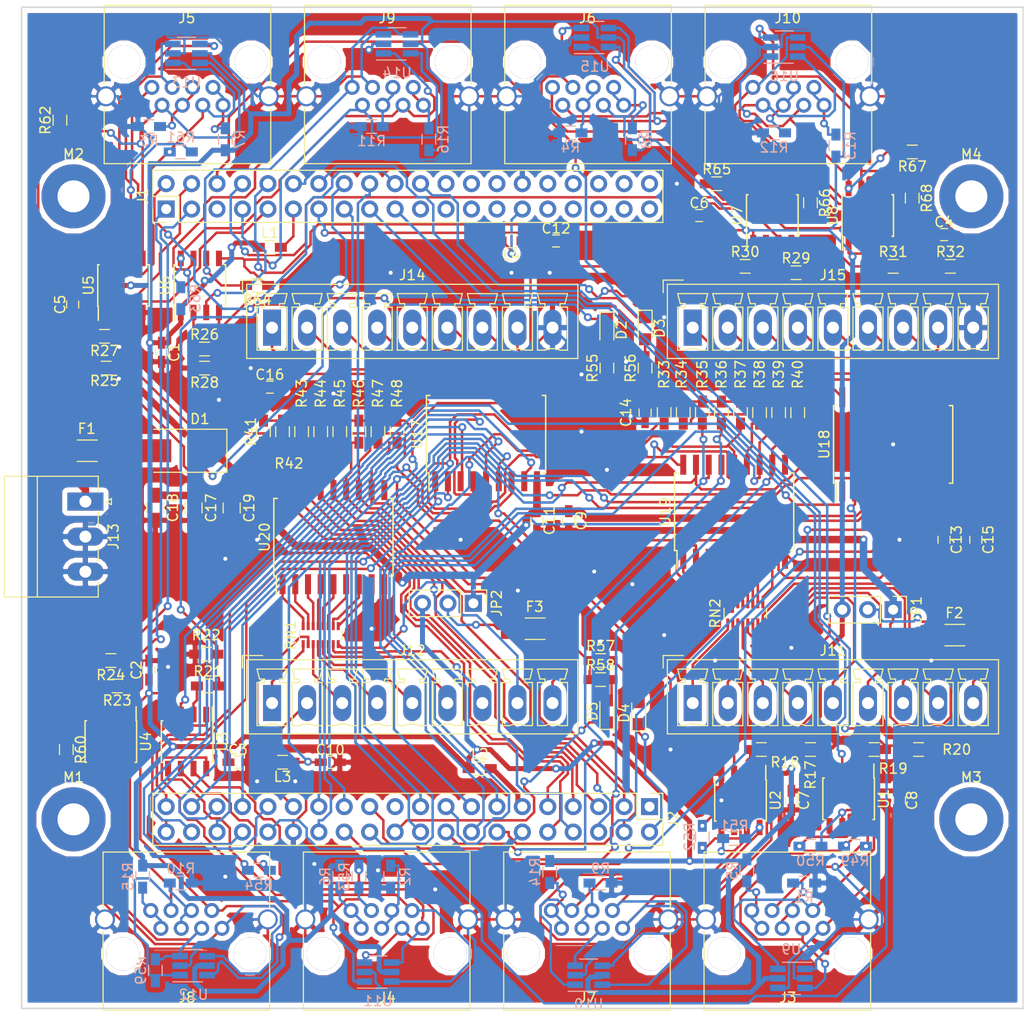
<source format=kicad_pcb>
(kicad_pcb (version 20170123) (host pcbnew no-vcs-found-2a301d5~58~ubuntu16.04.1)
  (layers (0 F.Cu signal) (31 B.Cu signal) (34 B.Paste user) (35 F.Paste user) (36 B.SilkS user) (37 F.SilkS user) (38 B.Mask user) (39 F.Mask user) (44 Edge.Cuts user))
  (net 0 "")
  (net 1 "Net-(J3-Pad4)")
  (net 2 "Net-(J3-Pad7)")
  (net 3 "Net-(J4-Pad7)")
  (net 4 "Net-(J4-Pad4)")
  (net 5 "Net-(J5-Pad4)")
  (net 6 "Net-(J5-Pad7)")
  (net 7 "Net-(J6-Pad7)")
  (net 8 "Net-(J6-Pad4)")
  (net 9 "Net-(J7-Pad7)")
  (net 10 "Net-(J7-Pad4)")
  (net 11 "Net-(J8-Pad4)")
  (net 12 "Net-(J8-Pad7)")
  (net 13 "Net-(J9-Pad7)")
  (net 14 "Net-(J9-Pad4)")
  (net 15 "Net-(J10-Pad4)")
  (net 16 "Net-(J10-Pad7)")
  (net 17 "Net-(M1-Pad1)")
  (net 18 "Net-(M2-Pad1)")
  (net 19 "Net-(M3-Pad1)")
  (net 20 "Net-(M4-Pad1)")
  (net 21 J1B16)
  (net 22 LED0)
  (net 23 J1B14)
  (net 24 J1B15)
  (net 25 J1B12)
  (net 26 J1B13)
  (net 27 J1B10)
  (net 28 J1B11)
  (net 29 J1B8)
  (net 30 J1B9)
  (net 31 +5V)
  (net 32 GND)
  (net 33 J1B6)
  (net 34 J1B7)
  (net 35 J1B4)
  (net 36 J1B5)
  (net 37 J1B2)
  (net 38 J1B3)
  (net 39 J1B0)
  (net 40 J1B1)
  (net 41 J2B16)
  (net 42 LED1)
  (net 43 J2B14)
  (net 44 J2B15)
  (net 45 J2B12)
  (net 46 J2B13)
  (net 47 J2B10)
  (net 48 J2B11)
  (net 49 +3V3)
  (net 50 J2B8)
  (net 51 J2B9)
  (net 52 J2B6)
  (net 53 J2B7)
  (net 54 J2B4)
  (net 55 J2B5)
  (net 56 J2B2)
  (net 57 J2B3)
  (net 58 J2B0)
  (net 59 J2B1)
  (net 60 J4B1)
  (net 61 J4B0)
  (net 62 J4B3)
  (net 63 J4B2)
  (net 64 J4B5)
  (net 65 J4B4)
  (net 66 J4B7)
  (net 67 J4B6)
  (net 68 J4B9)
  (net 69 J4B8)
  (net 70 J4B11)
  (net 71 J4B10)
  (net 72 J4B13)
  (net 73 J4B12)
  (net 74 J4B15)
  (net 75 J4B14)
  (net 76 LED3)
  (net 77 J4B16)
  (net 78 J3B1)
  (net 79 J3B0)
  (net 80 J3B3)
  (net 81 J3B2)
  (net 82 J3B5)
  (net 83 J3B4)
  (net 84 J3B7)
  (net 85 J3B6)
  (net 86 J3B9)
  (net 87 J3B8)
  (net 88 J3B11)
  (net 89 J3B10)
  (net 90 J3B13)
  (net 91 J3B12)
  (net 92 J3B15)
  (net 93 J3B14)
  (net 94 LED2)
  (net 95 J3B16)
  (net 96 RX2)
  (net 97 TX2)
  (net 98 RX1)
  (net 99 TX1)
  (net 100 TX0)
  (net 101 RX0)
  (net 102 RX4)
  (net 103 TX4)
  (net 104 TX5)
  (net 105 RX5)
  (net 106 RX6)
  (net 107 TX6)
  (net 108 TX7)
  (net 109 RX7)
  (net 110 NRX0)
  (net 111 NTX0)
  (net 112 NRX1)
  (net 113 NTX1)
  (net 114 NRX2)
  (net 115 NTX2)
  (net 116 NRX4)
  (net 117 NTX4)
  (net 118 NTX5)
  (net 119 NRX5)
  (net 120 NRX6)
  (net 121 NTX6)
  (net 122 NTX7)
  (net 123 NRX7)
  (net 124 "Net-(R18-Pad1)")
  (net 125 "Net-(R19-Pad1)")
  (net 126 "Net-(R21-Pad1)")
  (net 127 "Net-(R23-Pad1)")
  (net 128 "Net-(R26-Pad1)")
  (net 129 "Net-(R27-Pad1)")
  (net 130 "Net-(R29-Pad1)")
  (net 131 "Net-(R31-Pad1)")
  (net 132 NTX3)
  (net 133 NRX3)
  (net 134 TX3)
  (net 135 RX3)
  (net 136 "Net-(J11-Pad8)")
  (net 137 "Net-(J11-Pad7)")
  (net 138 "Net-(J11-Pad6)")
  (net 139 "Net-(J11-Pad5)")
  (net 140 "Net-(J11-Pad4)")
  (net 141 "Net-(J11-Pad3)")
  (net 142 "Net-(J11-Pad2)")
  (net 143 "Net-(J11-Pad1)")
  (net 144 "Net-(J12-Pad1)")
  (net 145 "Net-(J12-Pad2)")
  (net 146 "Net-(J12-Pad3)")
  (net 147 "Net-(J12-Pad4)")
  (net 148 "Net-(J12-Pad5)")
  (net 149 "Net-(J12-Pad6)")
  (net 150 "Net-(J12-Pad7)")
  (net 151 "Net-(J12-Pad8)")
  (net 152 +24V)
  (net 153 "Net-(RN1-Pad12)")
  (net 154 "Net-(RN1-Pad11)")
  (net 155 "Net-(RN1-Pad10)")
  (net 156 "Net-(RN1-Pad9)")
  (net 157 "Net-(RN2-Pad13)")
  (net 158 "Net-(RN2-Pad14)")
  (net 159 "Net-(RN2-Pad15)")
  (net 160 "Net-(RN2-Pad16)")
  (net 161 "Net-(RN2-Pad9)")
  (net 162 "Net-(RN2-Pad10)")
  (net 163 "Net-(RN2-Pad11)")
  (net 164 "Net-(RN2-Pad12)")
  (net 165 "Net-(RN1-Pad16)")
  (net 166 "Net-(RN1-Pad15)")
  (net 167 "Net-(RN1-Pad14)")
  (net 168 "Net-(RN1-Pad13)")
  (net 169 "Net-(D1-Pad2)")
  (net 170 "Net-(F1-Pad1)")
  (net 171 "Net-(U20-Pad10)")
  (net 172 "Net-(U19-Pad10)")
  (net 173 "Net-(F2-Pad1)")
  (net 174 "Net-(F3-Pad1)")
  (net 175 "Net-(J14-Pad1)")
  (net 176 "Net-(J14-Pad2)")
  (net 177 "Net-(J14-Pad3)")
  (net 178 "Net-(J14-Pad4)")
  (net 179 "Net-(J14-Pad5)")
  (net 180 "Net-(J14-Pad6)")
  (net 181 "Net-(J14-Pad7)")
  (net 182 "Net-(J14-Pad8)")
  (net 183 "Net-(J15-Pad8)")
  (net 184 "Net-(J15-Pad7)")
  (net 185 "Net-(J15-Pad6)")
  (net 186 "Net-(J15-Pad5)")
  (net 187 "Net-(J15-Pad4)")
  (net 188 "Net-(J15-Pad3)")
  (net 189 "Net-(J15-Pad2)")
  (net 190 "Net-(J15-Pad1)")
  (net 191 "Net-(F3-Pad2)")
  (net 192 "Net-(F2-Pad2)")
  (net 193 "Net-(J2-Pad29)")
  (net 194 "Net-(J2-Pad11)")
  (net 195 "Net-(J1-Pad11)")
  (net 196 "Net-(J1-Pad29)")
  (net 197 "Net-(D4-Pad2)")
  (net 198 "Net-(D3-Pad2)")
  (net 199 "Net-(D2-Pad2)")
  (net 200 "Net-(D5-Pad2)")
  (module Resistors_SMD:R_0603_HandSoldering (layer F.Cu) (at 123.825 41.275 90)
    (fp_text reference R62 (at 0 -1.45 90) (layer F.SilkS))
    (fp_text value 1k)
    (pad 2 smd rect (at 1.1 0 90) (size 1.2 0.9) (layers F.Cu F.Paste F.Mask) (net 117 NTX4))
    (pad 1 smd rect (at -1.1 0 90) (size 1.2 0.9) (layers F.Cu F.Paste F.Mask) (net 103 TX4))
  )
  (module Resistors_SMD:R_0603_HandSoldering (layer B.Cu) (at 135.89 44.45 180)
    (fp_text reference R61 (at 0 1.45 180) (layer B.SilkS) (effects (justify mirror)))
    (fp_text value 1k)
    (pad 1 smd rect (at -1.1 0 180) (size 1.2 0.9) (layers B.Cu B.Paste B.Mask) (net 116 NRX4))
    (pad 2 smd rect (at 1.1 0 180) (size 1.2 0.9) (layers B.Cu B.Paste B.Mask) (net 102 RX4))
  )
  (module Resistors_SMD:R_0603_HandSoldering (layer F.Cu) (at 124.46 104.14 270)
    (fp_text reference R60 (at 0 -1.45 270) (layer F.SilkS))
    (fp_text value 1k)
    (pad 2 smd rect (at 1.1 0 270) (size 1.2 0.9) (layers F.Cu F.Paste F.Mask) (net 132 NTX3))
    (pad 1 smd rect (at -1.1 0 270) (size 1.2 0.9) (layers F.Cu F.Paste F.Mask) (net 134 TX3))
  )
  (module Resistors_SMD:R_0603_HandSoldering (layer B.Cu) (at 133.35 126.195 270)
    (fp_text reference R59 (at 0 1.45 270) (layer B.SilkS) (effects (justify mirror)))
    (fp_text value 1k)
    (pad 1 smd rect (at -1.1 0 270) (size 1.2 0.9) (layers B.Cu B.Paste B.Mask) (net 133 NRX3))
    (pad 2 smd rect (at 1.1 0 270) (size 1.2 0.9) (layers B.Cu B.Paste B.Mask) (net 135 RX3))
  )
  (module Resistors_SMD:R_0603_HandSoldering (layer F.Cu) (at 208.915 44.45 180)
    (fp_text reference R67 (at 0 -1.45 180) (layer F.SilkS))
    (fp_text value 1k)
    (pad 1 smd rect (at -1.1 0 180) (size 1.2 0.9) (layers F.Cu F.Paste F.Mask) (net 123 NRX7))
    (pad 2 smd rect (at 1.1 0 180) (size 1.2 0.9) (layers F.Cu F.Paste F.Mask) (net 109 RX7))
  )
  (module Resistors_SMD:R_0603_HandSoldering (layer F.Cu) (at 198.755 49.53 270)
    (fp_text reference R66 (at 0 -1.45 270) (layer F.SilkS))
    (fp_text value 1k)
    (pad 2 smd rect (at 1.1 0 270) (size 1.2 0.9) (layers F.Cu F.Paste F.Mask) (net 121 NTX6))
    (pad 1 smd rect (at -1.1 0 270) (size 1.2 0.9) (layers F.Cu F.Paste F.Mask) (net 107 TX6))
  )
  (module Resistors_SMD:R_0603_HandSoldering (layer F.Cu) (at 189.4 47.625)
    (fp_text reference R65 (at 0 -1.45) (layer F.SilkS))
    (fp_text value 1k)
    (pad 1 smd rect (at -1.1 0) (size 1.2 0.9) (layers F.Cu F.Paste F.Mask) (net 120 NRX6))
    (pad 2 smd rect (at 1.1 0) (size 1.2 0.9) (layers F.Cu F.Paste F.Mask) (net 106 RX6))
  )
  (module Resistors_SMD:R_0603_HandSoldering (layer F.Cu) (at 143.51 57.785 180)
    (fp_text reference R64 (at 0 -1.45 180) (layer F.SilkS))
    (fp_text value 1k)
    (pad 2 smd rect (at 1.1 0 180) (size 1.2 0.9) (layers F.Cu F.Paste F.Mask) (net 118 NTX5))
    (pad 1 smd rect (at -1.1 0 180) (size 1.2 0.9) (layers F.Cu F.Paste F.Mask) (net 104 TX5))
  )
  (module Resistors_SMD:R_0603_HandSoldering (layer B.Cu) (at 135.89 59.055 90)
    (fp_text reference R63 (at 0 1.45 90) (layer B.SilkS) (effects (justify mirror)))
    (fp_text value 1k)
    (pad 1 smd rect (at -1.1 0 90) (size 1.2 0.9) (layers B.Cu B.Paste B.Mask) (net 119 NRX5))
    (pad 2 smd rect (at 1.1 0 90) (size 1.2 0.9) (layers B.Cu B.Paste B.Mask) (net 105 RX5))
  )
  (module Resistors_SMD:R_0603_HandSoldering (layer F.Cu) (at 208.915 49.065 270)
    (fp_text reference R68 (at 0 -1.45 270) (layer F.SilkS))
    (fp_text value 1k)
    (pad 2 smd rect (at 1.1 0 270) (size 1.2 0.9) (layers F.Cu F.Paste F.Mask) (net 122 NTX7))
    (pad 1 smd rect (at -1.1 0 270) (size 1.2 0.9) (layers F.Cu F.Paste F.Mask) (net 108 TX7))
  )
  (module LEDs:LED_0805 (layer F.Cu) (at 182.245 62.06 270)
    (fp_text reference D3 (at 0 -1.45 270) (layer F.SilkS))
    (fp_text value LED)
    (pad 2 smd rect (at 1.1 0 90) (size 1.2 1.2) (layers F.Cu F.Paste F.Mask) (net 198 "Net-(D3-Pad2)"))
    (pad 1 smd rect (at -1.1 0 90) (size 1.2 1.2) (layers F.Cu F.Paste F.Mask) (net 42 LED1))
  )
  (module LEDs:LED_0805 (layer F.Cu) (at 178.435 100.33 90)
    (fp_text reference D5 (at 0 -1.45 90) (layer F.SilkS))
    (fp_text value LED)
    (pad 1 smd rect (at -1.1 0 270) (size 1.2 1.2) (layers F.Cu F.Paste F.Mask) (net 76 LED3))
    (pad 2 smd rect (at 1.1 0 270) (size 1.2 1.2) (layers F.Cu F.Paste F.Mask) (net 200 "Net-(D5-Pad2)"))
  )
  (module LEDs:LED_0805 (layer F.Cu) (at 181.61 100.5 90)
    (fp_text reference D4 (at 0 -1.45 90) (layer F.SilkS))
    (fp_text value LED)
    (pad 2 smd rect (at 1.1 0 270) (size 1.2 1.2) (layers F.Cu F.Paste F.Mask) (net 197 "Net-(D4-Pad2)"))
    (pad 1 smd rect (at -1.1 0 270) (size 1.2 1.2) (layers F.Cu F.Paste F.Mask) (net 94 LED2))
  )
  (module LEDs:LED_0805 (layer F.Cu) (at 178.435 62.23 270)
    (fp_text reference D2 (at 0 -1.45 270) (layer F.SilkS))
    (fp_text value LED)
    (pad 1 smd rect (at -1.1 0 90) (size 1.2 1.2) (layers F.Cu F.Paste F.Mask) (net 22 LED0))
    (pad 2 smd rect (at 1.1 0 90) (size 1.2 1.2) (layers F.Cu F.Paste F.Mask) (net 199 "Net-(D2-Pad2)"))
  )
  (module Resistors_SMD:R_0603_HandSoldering (layer F.Cu) (at 177.8 97.155)
    (fp_text reference R58 (at 0 -1.45) (layer F.SilkS))
    (fp_text value R)
    (pad 1 smd rect (at -1.1 0) (size 1.2 0.9) (layers F.Cu F.Paste F.Mask) (net 49 +3V3))
    (pad 2 smd rect (at 1.1 0) (size 1.2 0.9) (layers F.Cu F.Paste F.Mask) (net 200 "Net-(D5-Pad2)"))
  )
  (module Resistors_SMD:R_0603_HandSoldering (layer F.Cu) (at 178.435 66.04 90)
    (fp_text reference R55 (at 0 -1.45 90) (layer F.SilkS))
    (fp_text value R)
    (pad 2 smd rect (at 1.1 0 90) (size 1.2 0.9) (layers F.Cu F.Paste F.Mask) (net 199 "Net-(D2-Pad2)"))
    (pad 1 smd rect (at -1.1 0 90) (size 1.2 0.9) (layers F.Cu F.Paste F.Mask) (net 49 +3V3))
  )
  (module Resistors_SMD:R_0603_HandSoldering (layer F.Cu) (at 182.245 66.04 90)
    (fp_text reference R56 (at 0 -1.45 90) (layer F.SilkS))
    (fp_text value R)
    (pad 1 smd rect (at -1.1 0 90) (size 1.2 0.9) (layers F.Cu F.Paste F.Mask) (net 49 +3V3))
    (pad 2 smd rect (at 1.1 0 90) (size 1.2 0.9) (layers F.Cu F.Paste F.Mask) (net 198 "Net-(D3-Pad2)"))
  )
  (module Resistors_SMD:R_0603_HandSoldering (layer F.Cu) (at 177.8 95.25)
    (fp_text reference R57 (at 0 -1.45) (layer F.SilkS))
    (fp_text value R)
    (pad 2 smd rect (at 1.1 0) (size 1.2 0.9) (layers F.Cu F.Paste F.Mask) (net 197 "Net-(D4-Pad2)"))
    (pad 1 smd rect (at -1.1 0) (size 1.2 0.9) (layers F.Cu F.Paste F.Mask) (net 49 +3V3))
  )
  (module Resistors_SMD:R_0603_HandSoldering (layer B.Cu) (at 143.68 116.205)
    (fp_text reference R54 (at 0 1.45) (layer B.SilkS) (effects (justify mirror)))
    (fp_text value 1k)
    (pad 1 smd rect (at -1.1 0) (size 1.2 0.9) (layers B.Cu B.Paste B.Mask) (net 97 TX2))
    (pad 2 smd rect (at 1.1 0) (size 1.2 0.9) (layers B.Cu B.Paste B.Mask) (net 115 NTX2))
  )
  (module Resistors_SMD:R_0603_HandSoldering (layer B.Cu) (at 153.67 116.84 270)
    (fp_text reference R53 (at 0 1.45 270) (layer B.SilkS) (effects (justify mirror)))
    (fp_text value 1k)
    (pad 2 smd rect (at 1.1 0 270) (size 1.2 0.9) (layers B.Cu B.Paste B.Mask) (net 96 RX2))
    (pad 1 smd rect (at -1.1 0 270) (size 1.2 0.9) (layers B.Cu B.Paste B.Mask) (net 114 NRX2))
  )
  (module Resistors_SMD:R_0603_HandSoldering (layer B.Cu) (at 191.135 113.03)
    (fp_text reference R51 (at 0 -1.27) (layer B.SilkS) (effects (justify mirror)))
    (fp_text value 1k)
    (pad 1 smd rect (at -1.1 0) (size 1.2 0.9) (layers B.Cu B.Paste B.Mask) (net 112 NRX1))
    (pad 2 smd rect (at 1.1 0) (size 1.2 0.9) (layers B.Cu B.Paste B.Mask) (net 98 RX1))
  )
  (module Resistors_SMD:R_0603_HandSoldering (layer B.Cu) (at 187.96 112.86 90)
    (fp_text reference R52 (at 0 -1.27 90) (layer B.SilkS) (effects (justify mirror)))
    (fp_text value 1k)
    (pad 2 smd rect (at 1.1 0 90) (size 1.2 0.9) (layers B.Cu B.Paste B.Mask) (net 113 NTX1))
    (pad 1 smd rect (at -1.1 0 90) (size 1.2 0.9) (layers B.Cu B.Paste B.Mask) (net 99 TX1))
  )
  (module Resistors_SMD:R_0603_HandSoldering (layer B.Cu) (at 203.2 113.7975)
    (fp_text reference R49 (at 0 1.45) (layer B.SilkS) (effects (justify mirror)))
    (fp_text value 1k)
    (pad 1 smd rect (at -1.1 0) (size 1.2 0.9) (layers B.Cu B.Paste B.Mask) (net 110 NRX0))
    (pad 2 smd rect (at 1.1 0) (size 1.2 0.9) (layers B.Cu B.Paste B.Mask) (net 101 RX0))
  )
  (module Resistors_SMD:R_0603_HandSoldering (layer B.Cu) (at 198.755 113.7975)
    (fp_text reference R50 (at 0 1.45) (layer B.SilkS) (effects (justify mirror)))
    (fp_text value 1k)
    (pad 2 smd rect (at 1.1 0) (size 1.2 0.9) (layers B.Cu B.Paste B.Mask) (net 111 NTX0))
    (pad 1 smd rect (at -1.1 0) (size 1.2 0.9) (layers B.Cu B.Paste B.Mask) (net 100 TX0))
  )
  (module RJ45:RJ45 (layer F.Cu) (at 140 122 180)
    (fp_text reference J8 (at 3.49 -6.92 180) (layer F.SilkS))
    (fp_text value RJ45)
    (pad 9 thru_hole circle (at -4.57 0.89 180) (size 2 2) (drill 1.57) (layers *.Cu *.Mask) (net 32 GND))
    (pad "" thru_hole circle (at 9.91 -2.54 180) (size 3.3 3.3) (drill 3.3) (layers *.Cu *.Mask))
    (pad "" thru_hole circle (at -2.79 -2.54 180) (size 3.3 3.3) (drill 3.3) (layers *.Cu *.Mask))
    (pad 1 thru_hole circle (at 0 0 180) (size 1.5 1.5) (drill 0.89) (layers *.Cu *.Mask) (net 132 NTX3))
    (pad 7 thru_hole circle (at 6.1 0 180) (size 1.5 1.5) (drill 0.89) (layers *.Cu *.Mask) (net 12 "Net-(J8-Pad7)"))
    (pad 3 thru_hole circle (at 2.03 0 180) (size 1.5 1.5) (drill 0.89) (layers *.Cu *.Mask) (net 133 NRX3))
    (pad 5 thru_hole circle (at 4.06 0 180) (size 1.5 1.5) (drill 0.89) (layers *.Cu *.Mask) (net 11 "Net-(J8-Pad4)"))
    (pad 2 thru_hole circle (at 1.02 1.78 180) (size 1.5 1.5) (drill 0.89) (layers *.Cu *.Mask) (net 134 TX3))
    (pad 4 thru_hole circle (at 3.05 1.78 180) (size 1.5 1.5) (drill 0.89) (layers *.Cu *.Mask) (net 11 "Net-(J8-Pad4)"))
    (pad 6 thru_hole circle (at 5.08 1.78 180) (size 1.5 1.5) (drill 0.89) (layers *.Cu *.Mask) (net 135 RX3))
    (pad 8 thru_hole circle (at 7.11 1.78 180) (size 1.5 1.5) (drill 0.89) (layers *.Cu *.Mask) (net 12 "Net-(J8-Pad7)"))
    (pad 9 thru_hole circle (at 11.68 0.89 180) (size 2 2) (drill 1.57) (layers *.Cu *.Mask) (net 32 GND))
  )
  (module Capacitors_SMD:C_0603_HandSoldering (layer F.Cu) (at 150.815 105.41)
    (fp_text reference C10 (at 0 -1.25) (layer F.SilkS))
    (fp_text value C)
    (pad 1 smd rect (at -0.95 0) (size 1.2 0.75) (layers F.Cu F.Paste F.Mask) (net 49 +3V3))
    (pad 2 smd rect (at 0.95 0) (size 1.2 0.75) (layers F.Cu F.Paste F.Mask) (net 32 GND))
  )
  (module Resistors_SMD:R_0603_HandSoldering (layer F.Cu) (at 168.91 53.34 180)
    (fp_text reference L4 (at 0 -1.45 180) (layer F.SilkS))
    (fp_text value L_Small)
    (pad 2 smd rect (at 1.1 0 180) (size 1.2 0.9) (layers F.Cu F.Paste F.Mask) (net 196 "Net-(J1-Pad29)"))
    (pad 1 smd rect (at -1.1 0 180) (size 1.2 0.9) (layers F.Cu F.Paste F.Mask) (net 49 +3V3))
  )
  (module Resistors_SMD:R_0603_HandSoldering (layer F.Cu) (at 144.78 53.975)
    (fp_text reference L1 (at 0 -1.45) (layer F.SilkS))
    (fp_text value L_Small)
    (pad 1 smd rect (at -1.1 0) (size 1.2 0.9) (layers F.Cu F.Paste F.Mask) (net 31 +5V))
    (pad 2 smd rect (at 1.1 0) (size 1.2 0.9) (layers F.Cu F.Paste F.Mask) (net 195 "Net-(J1-Pad11)"))
  )
  (module Resistors_SMD:R_0603_HandSoldering (layer F.Cu) (at 146.05 105.41 180)
    (fp_text reference L3 (at 0 -1.45 180) (layer F.SilkS))
    (fp_text value L_Small)
    (pad 2 smd rect (at 1.1 0 180) (size 1.2 0.9) (layers F.Cu F.Paste F.Mask) (net 193 "Net-(J2-Pad29)"))
    (pad 1 smd rect (at -1.1 0 180) (size 1.2 0.9) (layers F.Cu F.Paste F.Mask) (net 49 +3V3))
  )
  (module Resistors_SMD:R_0603_HandSoldering (layer F.Cu) (at 165.735 106.045)
    (fp_text reference L2 (at 0 -1.45) (layer F.SilkS))
    (fp_text value L_Small)
    (pad 2 smd rect (at 1.1 0) (size 1.2 0.9) (layers F.Cu F.Paste F.Mask) (net 194 "Net-(J2-Pad11)"))
    (pad 1 smd rect (at -1.1 0) (size 1.2 0.9) (layers F.Cu F.Paste F.Mask) (net 31 +5V))
  )
  (module Housings_SOIC:SOIC-18W_7.5x11.6mm_Pitch1.27mm (layer F.Cu) (at 191.135 80.39 90)
    (fp_text reference U19 (at 0 -6.875 90) (layer F.SilkS))
    (fp_text value ULN2803ADWR)
    (pad 1 smd rect (at -4.7 -5.08 90) (size 2 0.6) (layers F.Cu F.Paste F.Mask) (net 160 "Net-(RN2-Pad16)"))
    (pad 2 smd rect (at -4.7 -3.81 90) (size 2 0.6) (layers F.Cu F.Paste F.Mask) (net 159 "Net-(RN2-Pad15)"))
    (pad 3 smd rect (at -4.7 -2.54 90) (size 2 0.6) (layers F.Cu F.Paste F.Mask) (net 158 "Net-(RN2-Pad14)"))
    (pad 4 smd rect (at -4.7 -1.27 90) (size 2 0.6) (layers F.Cu F.Paste F.Mask) (net 157 "Net-(RN2-Pad13)"))
    (pad 5 smd rect (at -4.7 0 90) (size 2 0.6) (layers F.Cu F.Paste F.Mask) (net 164 "Net-(RN2-Pad12)"))
    (pad 6 smd rect (at -4.7 1.27 90) (size 2 0.6) (layers F.Cu F.Paste F.Mask) (net 163 "Net-(RN2-Pad11)"))
    (pad 7 smd rect (at -4.7 2.54 90) (size 2 0.6) (layers F.Cu F.Paste F.Mask) (net 162 "Net-(RN2-Pad10)"))
    (pad 8 smd rect (at -4.7 3.81 90) (size 2 0.6) (layers F.Cu F.Paste F.Mask) (net 161 "Net-(RN2-Pad9)"))
    (pad 9 smd rect (at -4.7 5.08 90) (size 2 0.6) (layers F.Cu F.Paste F.Mask) (net 32 GND))
    (pad 10 smd rect (at 4.7 5.08 90) (size 2 0.6) (layers F.Cu F.Paste F.Mask) (net 172 "Net-(U19-Pad10)"))
    (pad 11 smd rect (at 4.7 3.81 90) (size 2 0.6) (layers F.Cu F.Paste F.Mask) (net 84 J3B7))
    (pad 12 smd rect (at 4.7 2.54 90) (size 2 0.6) (layers F.Cu F.Paste F.Mask) (net 85 J3B6))
    (pad 13 smd rect (at 4.7 1.27 90) (size 2 0.6) (layers F.Cu F.Paste F.Mask) (net 82 J3B5))
    (pad 14 smd rect (at 4.7 0 90) (size 2 0.6) (layers F.Cu F.Paste F.Mask) (net 83 J3B4))
    (pad 15 smd rect (at 4.7 -1.27 90) (size 2 0.6) (layers F.Cu F.Paste F.Mask) (net 80 J3B3))
    (pad 16 smd rect (at 4.7 -2.54 90) (size 2 0.6) (layers F.Cu F.Paste F.Mask) (net 81 J3B2))
    (pad 17 smd rect (at 4.7 -3.81 90) (size 2 0.6) (layers F.Cu F.Paste F.Mask) (net 78 J3B1))
    (pad 18 smd rect (at 4.7 -5.08 90) (size 2 0.6) (layers F.Cu F.Paste F.Mask) (net 79 J3B0))
  )
  (module RJ45:RJ45 (layer F.Cu) (at 133 38)
    (fp_text reference J5 (at 3.49 -6.92) (layer F.SilkS))
    (fp_text value RJ45)
    (pad 9 thru_hole circle (at 11.68 0.89) (size 2 2) (drill 1.57) (layers *.Cu *.Mask) (net 32 GND))
    (pad 8 thru_hole circle (at 7.11 1.78) (size 1.5 1.5) (drill 0.89) (layers *.Cu *.Mask) (net 6 "Net-(J5-Pad7)"))
    (pad 6 thru_hole circle (at 5.08 1.78) (size 1.5 1.5) (drill 0.89) (layers *.Cu *.Mask) (net 102 RX4))
    (pad 4 thru_hole circle (at 3.05 1.78) (size 1.5 1.5) (drill 0.89) (layers *.Cu *.Mask) (net 5 "Net-(J5-Pad4)"))
    (pad 2 thru_hole circle (at 1.02 1.78) (size 1.5 1.5) (drill 0.89) (layers *.Cu *.Mask) (net 103 TX4))
    (pad 5 thru_hole circle (at 4.06 0) (size 1.5 1.5) (drill 0.89) (layers *.Cu *.Mask) (net 5 "Net-(J5-Pad4)"))
    (pad 3 thru_hole circle (at 2.03 0) (size 1.5 1.5) (drill 0.89) (layers *.Cu *.Mask) (net 116 NRX4))
    (pad 7 thru_hole circle (at 6.1 0) (size 1.5 1.5) (drill 0.89) (layers *.Cu *.Mask) (net 6 "Net-(J5-Pad7)"))
    (pad 1 thru_hole circle (at 0 0) (size 1.5 1.5) (drill 0.89) (layers *.Cu *.Mask) (net 117 NTX4))
    (pad "" thru_hole circle (at -2.79 -2.54) (size 3.3 3.3) (drill 3.3) (layers *.Cu *.Mask))
    (pad "" thru_hole circle (at 9.91 -2.54) (size 3.3 3.3) (drill 3.3) (layers *.Cu *.Mask))
    (pad 9 thru_hole circle (at -4.57 0.89) (size 2 2) (drill 1.57) (layers *.Cu *.Mask) (net 32 GND))
  )
  (module Connectors_Phoenix:PhoenixContact_MCV-G_09x3.50mm_Vertical (layer F.Cu) (at 187 62)
    (fp_text reference J15 (at 14 -5.25) (layer F.SilkS))
    (fp_text value CONN_01X09)
    (pad 1 thru_hole rect (at 0 0) (size 1.8 3.6) (drill 1.2) (layers *.Cu *.Mask) (net 190 "Net-(J15-Pad1)"))
    (pad 2 thru_hole oval (at 3.5 0) (size 1.8 3.6) (drill 1.2) (layers *.Cu *.Mask) (net 189 "Net-(J15-Pad2)"))
    (pad 3 thru_hole oval (at 7 0) (size 1.8 3.6) (drill 1.2) (layers *.Cu *.Mask) (net 188 "Net-(J15-Pad3)"))
    (pad 4 thru_hole oval (at 10.5 0) (size 1.8 3.6) (drill 1.2) (layers *.Cu *.Mask) (net 187 "Net-(J15-Pad4)"))
    (pad 5 thru_hole oval (at 14 0) (size 1.8 3.6) (drill 1.2) (layers *.Cu *.Mask) (net 186 "Net-(J15-Pad5)"))
    (pad 6 thru_hole oval (at 17.5 0) (size 1.8 3.6) (drill 1.2) (layers *.Cu *.Mask) (net 185 "Net-(J15-Pad6)"))
    (pad 7 thru_hole oval (at 21 0) (size 1.8 3.6) (drill 1.2) (layers *.Cu *.Mask) (net 184 "Net-(J15-Pad7)"))
    (pad 8 thru_hole oval (at 24.5 0) (size 1.8 3.6) (drill 1.2) (layers *.Cu *.Mask) (net 183 "Net-(J15-Pad8)"))
    (pad 9 thru_hole oval (at 28 0) (size 1.8 3.6) (drill 1.2) (layers *.Cu *.Mask) (net 32 GND))
  )
  (module Connectors_Phoenix:PhoenixContact_MCV-G_09x3.50mm_Vertical (layer F.Cu) (at 187 99.5)
    (fp_text reference J11 (at 14 -5.25) (layer F.SilkS))
    (fp_text value CONN_01X09)
    (pad 9 thru_hole oval (at 28 0) (size 1.8 3.6) (drill 1.2) (layers *.Cu *.Mask) (net 192 "Net-(F2-Pad2)"))
    (pad 8 thru_hole oval (at 24.5 0) (size 1.8 3.6) (drill 1.2) (layers *.Cu *.Mask) (net 136 "Net-(J11-Pad8)"))
    (pad 7 thru_hole oval (at 21 0) (size 1.8 3.6) (drill 1.2) (layers *.Cu *.Mask) (net 137 "Net-(J11-Pad7)"))
    (pad 6 thru_hole oval (at 17.5 0) (size 1.8 3.6) (drill 1.2) (layers *.Cu *.Mask) (net 138 "Net-(J11-Pad6)"))
    (pad 5 thru_hole oval (at 14 0) (size 1.8 3.6) (drill 1.2) (layers *.Cu *.Mask) (net 139 "Net-(J11-Pad5)"))
    (pad 4 thru_hole oval (at 10.5 0) (size 1.8 3.6) (drill 1.2) (layers *.Cu *.Mask) (net 140 "Net-(J11-Pad4)"))
    (pad 3 thru_hole oval (at 7 0) (size 1.8 3.6) (drill 1.2) (layers *.Cu *.Mask) (net 141 "Net-(J11-Pad3)"))
    (pad 2 thru_hole oval (at 3.5 0) (size 1.8 3.6) (drill 1.2) (layers *.Cu *.Mask) (net 142 "Net-(J11-Pad2)"))
    (pad 1 thru_hole rect (at 0 0) (size 1.8 3.6) (drill 1.2) (layers *.Cu *.Mask) (net 143 "Net-(J11-Pad1)"))
  )
  (module Connectors_Phoenix:PhoenixContact_MCV-G_09x3.50mm_Vertical (layer F.Cu) (at 145 99.5)
    (fp_text reference J12 (at 14 -5.25) (layer F.SilkS))
    (fp_text value CONN_01X09)
    (pad 1 thru_hole rect (at 0 0) (size 1.8 3.6) (drill 1.2) (layers *.Cu *.Mask) (net 144 "Net-(J12-Pad1)"))
    (pad 2 thru_hole oval (at 3.5 0) (size 1.8 3.6) (drill 1.2) (layers *.Cu *.Mask) (net 145 "Net-(J12-Pad2)"))
    (pad 3 thru_hole oval (at 7 0) (size 1.8 3.6) (drill 1.2) (layers *.Cu *.Mask) (net 146 "Net-(J12-Pad3)"))
    (pad 4 thru_hole oval (at 10.5 0) (size 1.8 3.6) (drill 1.2) (layers *.Cu *.Mask) (net 147 "Net-(J12-Pad4)"))
    (pad 5 thru_hole oval (at 14 0) (size 1.8 3.6) (drill 1.2) (layers *.Cu *.Mask) (net 148 "Net-(J12-Pad5)"))
    (pad 6 thru_hole oval (at 17.5 0) (size 1.8 3.6) (drill 1.2) (layers *.Cu *.Mask) (net 149 "Net-(J12-Pad6)"))
    (pad 7 thru_hole oval (at 21 0) (size 1.8 3.6) (drill 1.2) (layers *.Cu *.Mask) (net 150 "Net-(J12-Pad7)"))
    (pad 8 thru_hole oval (at 24.5 0) (size 1.8 3.6) (drill 1.2) (layers *.Cu *.Mask) (net 151 "Net-(J12-Pad8)"))
    (pad 9 thru_hole oval (at 28 0) (size 1.8 3.6) (drill 1.2) (layers *.Cu *.Mask) (net 191 "Net-(F3-Pad2)"))
  )
  (module Connectors_Phoenix:PhoenixContact_MCV-G_09x3.50mm_Vertical (layer F.Cu) (at 145 62)
    (fp_text reference J14 (at 14 -5.25) (layer F.SilkS))
    (fp_text value CONN_01X09)
    (pad 9 thru_hole oval (at 28 0) (size 1.8 3.6) (drill 1.2) (layers *.Cu *.Mask) (net 32 GND))
    (pad 8 thru_hole oval (at 24.5 0) (size 1.8 3.6) (drill 1.2) (layers *.Cu *.Mask) (net 182 "Net-(J14-Pad8)"))
    (pad 7 thru_hole oval (at 21 0) (size 1.8 3.6) (drill 1.2) (layers *.Cu *.Mask) (net 181 "Net-(J14-Pad7)"))
    (pad 6 thru_hole oval (at 17.5 0) (size 1.8 3.6) (drill 1.2) (layers *.Cu *.Mask) (net 180 "Net-(J14-Pad6)"))
    (pad 5 thru_hole oval (at 14 0) (size 1.8 3.6) (drill 1.2) (layers *.Cu *.Mask) (net 179 "Net-(J14-Pad5)"))
    (pad 4 thru_hole oval (at 10.5 0) (size 1.8 3.6) (drill 1.2) (layers *.Cu *.Mask) (net 178 "Net-(J14-Pad4)"))
    (pad 3 thru_hole oval (at 7 0) (size 1.8 3.6) (drill 1.2) (layers *.Cu *.Mask) (net 177 "Net-(J14-Pad3)"))
    (pad 2 thru_hole oval (at 3.5 0) (size 1.8 3.6) (drill 1.2) (layers *.Cu *.Mask) (net 176 "Net-(J14-Pad2)"))
    (pad 1 thru_hole rect (at 0 0) (size 1.8 3.6) (drill 1.2) (layers *.Cu *.Mask) (net 175 "Net-(J14-Pad1)"))
  )
  (module Fuse_Holders_and_Fuses:Fuse_SMD1206_HandSoldering (layer F.Cu) (at 213.175 92.71)
    (fp_text reference F2 (at -0.05 -2.2) (layer F.SilkS))
    (fp_text value Fuse)
    (pad 1 smd rect (at -2.09 0 90) (size 2.03 2.65) (layers F.Cu F.Paste F.Mask) (net 173 "Net-(F2-Pad1)"))
    (pad 2 smd rect (at 2.09 0 90) (size 2.03 2.65) (layers F.Cu F.Paste F.Mask) (net 192 "Net-(F2-Pad2)"))
  )
  (module Fuse_Holders_and_Fuses:Fuse_SMD1206_HandSoldering (layer F.Cu) (at 171.265 92.075)
    (fp_text reference F3 (at -0.05 -2.2) (layer F.SilkS))
    (fp_text value Fuse)
    (pad 2 smd rect (at 2.09 0 90) (size 2.03 2.65) (layers F.Cu F.Paste F.Mask) (net 191 "Net-(F3-Pad2)"))
    (pad 1 smd rect (at -2.09 0 90) (size 2.03 2.65) (layers F.Cu F.Paste F.Mask) (net 174 "Net-(F3-Pad1)"))
  )
  (module Pin_Headers:Pin_Header_Straight_1x03_Pitch2.54mm (layer F.Cu) (at 165.1 89.535 270)
    (fp_text reference JP2 (at 0 -2.33 270) (layer F.SilkS))
    (fp_text value Jumper_NC_Dual)
    (pad 1 thru_hole rect (at 0 0 270) (size 1.7 1.7) (drill 1) (layers *.Cu *.Mask) (net 152 +24V))
    (pad 2 thru_hole oval (at 0 2.54 270) (size 1.7 1.7) (drill 1) (layers *.Cu *.Mask) (net 174 "Net-(F3-Pad1)"))
    (pad 3 thru_hole oval (at 0 5.08 270) (size 1.7 1.7) (drill 1) (layers *.Cu *.Mask) (net 31 +5V))
  )
  (module Pin_Headers:Pin_Header_Straight_1x03_Pitch2.54mm (layer F.Cu) (at 207.01 90.17 270)
    (fp_text reference JP1 (at 0 -2.33 270) (layer F.SilkS))
    (fp_text value Jumper_NC_Dual)
    (pad 3 thru_hole oval (at 0 5.08 270) (size 1.7 1.7) (drill 1) (layers *.Cu *.Mask) (net 31 +5V))
    (pad 2 thru_hole oval (at 0 2.54 270) (size 1.7 1.7) (drill 1) (layers *.Cu *.Mask) (net 173 "Net-(F2-Pad1)"))
    (pad 1 thru_hole rect (at 0 0 270) (size 1.7 1.7) (drill 1) (layers *.Cu *.Mask) (net 152 +24V))
  )
  (module Housings_SOIC:SOIC-18W_7.5x11.6mm_Pitch1.27mm (layer F.Cu) (at 151.13 82.93 90)
    (fp_text reference U20 (at 0 -6.875 90) (layer F.SilkS))
    (fp_text value ULN2803ADWR)
    (pad 18 smd rect (at 4.7 -5.08 90) (size 2 0.6) (layers F.Cu F.Paste F.Mask) (net 87 J3B8))
    (pad 17 smd rect (at 4.7 -3.81 90) (size 2 0.6) (layers F.Cu F.Paste F.Mask) (net 86 J3B9))
    (pad 16 smd rect (at 4.7 -2.54 90) (size 2 0.6) (layers F.Cu F.Paste F.Mask) (net 89 J3B10))
    (pad 15 smd rect (at 4.7 -1.27 90) (size 2 0.6) (layers F.Cu F.Paste F.Mask) (net 88 J3B11))
    (pad 14 smd rect (at 4.7 0 90) (size 2 0.6) (layers F.Cu F.Paste F.Mask) (net 91 J3B12))
    (pad 13 smd rect (at 4.7 1.27 90) (size 2 0.6) (layers F.Cu F.Paste F.Mask) (net 90 J3B13))
    (pad 12 smd rect (at 4.7 2.54 90) (size 2 0.6) (layers F.Cu F.Paste F.Mask) (net 93 J3B14))
    (pad 11 smd rect (at 4.7 3.81 90) (size 2 0.6) (layers F.Cu F.Paste F.Mask) (net 92 J3B15))
    (pad 10 smd rect (at 4.7 5.08 90) (size 2 0.6) (layers F.Cu F.Paste F.Mask) (net 171 "Net-(U20-Pad10)"))
    (pad 9 smd rect (at -4.7 5.08 90) (size 2 0.6) (layers F.Cu F.Paste F.Mask) (net 32 GND))
    (pad 8 smd rect (at -4.7 3.81 90) (size 2 0.6) (layers F.Cu F.Paste F.Mask) (net 156 "Net-(RN1-Pad9)"))
    (pad 7 smd rect (at -4.7 2.54 90) (size 2 0.6) (layers F.Cu F.Paste F.Mask) (net 155 "Net-(RN1-Pad10)"))
    (pad 6 smd rect (at -4.7 1.27 90) (size 2 0.6) (layers F.Cu F.Paste F.Mask) (net 154 "Net-(RN1-Pad11)"))
    (pad 5 smd rect (at -4.7 0 90) (size 2 0.6) (layers F.Cu F.Paste F.Mask) (net 153 "Net-(RN1-Pad12)"))
    (pad 4 smd rect (at -4.7 -1.27 90) (size 2 0.6) (layers F.Cu F.Paste F.Mask) (net 168 "Net-(RN1-Pad13)"))
    (pad 3 smd rect (at -4.7 -2.54 90) (size 2 0.6) (layers F.Cu F.Paste F.Mask) (net 167 "Net-(RN1-Pad14)"))
    (pad 2 smd rect (at -4.7 -3.81 90) (size 2 0.6) (layers F.Cu F.Paste F.Mask) (net 166 "Net-(RN1-Pad15)"))
    (pad 1 smd rect (at -4.7 -5.08 90) (size 2 0.6) (layers F.Cu F.Paste F.Mask) (net 165 "Net-(RN1-Pad16)"))
  )
  (module Resistors_SMD:R_Array_Convex_8x0602 (layer F.Cu) (at 149.86 92.71 90)
    (fp_text reference RN1 (at 0 -3 90) (layer F.SilkS))
    (fp_text value R_Pack08)
    (pad 1 smd rect (at -0.9 -1.75 90) (size 0.8 0.3) (layers F.Cu F.Paste F.Mask) (net 144 "Net-(J12-Pad1)"))
    (pad 16 smd rect (at 0.9 -1.75 90) (size 0.8 0.3) (layers F.Cu F.Paste F.Mask) (net 165 "Net-(RN1-Pad16)"))
    (pad 8 smd rect (at -0.9 1.75 90) (size 0.8 0.3) (layers F.Cu F.Paste F.Mask) (net 151 "Net-(J12-Pad8)"))
    (pad 9 smd rect (at 0.9 1.75 90) (size 0.8 0.3) (layers F.Cu F.Paste F.Mask) (net 156 "Net-(RN1-Pad9)"))
    (pad 2 smd rect (at -0.9 -1.25 90) (size 0.8 0.3) (layers F.Cu F.Paste F.Mask) (net 145 "Net-(J12-Pad2)"))
    (pad 3 smd rect (at -0.9 -0.75 90) (size 0.8 0.3) (layers F.Cu F.Paste F.Mask) (net 146 "Net-(J12-Pad3)"))
    (pad 4 smd rect (at -0.9 -0.25 90) (size 0.8 0.3) (layers F.Cu F.Paste F.Mask) (net 147 "Net-(J12-Pad4)"))
    (pad 5 smd rect (at -0.9 0.25 90) (size 0.8 0.3) (layers F.Cu F.Paste F.Mask) (net 148 "Net-(J12-Pad5)"))
    (pad 6 smd rect (at -0.9 0.75 90) (size 0.8 0.3) (layers F.Cu F.Paste F.Mask) (net 149 "Net-(J12-Pad6)"))
    (pad 7 smd rect (at -0.9 1.25 90) (size 0.8 0.3) (layers F.Cu F.Paste F.Mask) (net 150 "Net-(J12-Pad7)"))
    (pad 15 smd rect (at 0.9 -1.25 90) (size 0.8 0.3) (layers F.Cu F.Paste F.Mask) (net 166 "Net-(RN1-Pad15)"))
    (pad 14 smd rect (at 0.9 -0.75 90) (size 0.8 0.3) (layers F.Cu F.Paste F.Mask) (net 167 "Net-(RN1-Pad14)"))
    (pad 13 smd rect (at 0.9 -0.25 90) (size 0.8 0.3) (layers F.Cu F.Paste F.Mask) (net 168 "Net-(RN1-Pad13)"))
    (pad 11 smd rect (at 0.9 0.75 90) (size 0.8 0.3) (layers F.Cu F.Paste F.Mask) (net 154 "Net-(RN1-Pad11)"))
    (pad 12 smd rect (at 0.9 0.25 90) (size 0.8 0.3) (layers F.Cu F.Paste F.Mask) (net 153 "Net-(RN1-Pad12)"))
    (pad 10 smd rect (at 0.9 1.25 90) (size 0.8 0.3) (layers F.Cu F.Paste F.Mask) (net 155 "Net-(RN1-Pad10)"))
  )
  (module Resistors_SMD:R_Array_Convex_8x0602 (layer F.Cu) (at 192.25 90.54 90)
    (fp_text reference RN2 (at 0 -3 90) (layer F.SilkS))
    (fp_text value R_Pack08)
    (pad 10 smd rect (at 0.9 1.25 90) (size 0.8 0.3) (layers F.Cu F.Paste F.Mask) (net 162 "Net-(RN2-Pad10)"))
    (pad 12 smd rect (at 0.9 0.25 90) (size 0.8 0.3) (layers F.Cu F.Paste F.Mask) (net 164 "Net-(RN2-Pad12)"))
    (pad 11 smd rect (at 0.9 0.75 90) (size 0.8 0.3) (layers F.Cu F.Paste F.Mask) (net 163 "Net-(RN2-Pad11)"))
    (pad 13 smd rect (at 0.9 -0.25 90) (size 0.8 0.3) (layers F.Cu F.Paste F.Mask) (net 157 "Net-(RN2-Pad13)"))
    (pad 14 smd rect (at 0.9 -0.75 90) (size 0.8 0.3) (layers F.Cu F.Paste F.Mask) (net 158 "Net-(RN2-Pad14)"))
    (pad 15 smd rect (at 0.9 -1.25 90) (size 0.8 0.3) (layers F.Cu F.Paste F.Mask) (net 159 "Net-(RN2-Pad15)"))
    (pad 7 smd rect (at -0.9 1.25 90) (size 0.8 0.3) (layers F.Cu F.Paste F.Mask) (net 137 "Net-(J11-Pad7)"))
    (pad 6 smd rect (at -0.9 0.75 90) (size 0.8 0.3) (layers F.Cu F.Paste F.Mask) (net 138 "Net-(J11-Pad6)"))
    (pad 5 smd rect (at -0.9 0.25 90) (size 0.8 0.3) (layers F.Cu F.Paste F.Mask) (net 139 "Net-(J11-Pad5)"))
    (pad 4 smd rect (at -0.9 -0.25 90) (size 0.8 0.3) (layers F.Cu F.Paste F.Mask) (net 140 "Net-(J11-Pad4)"))
    (pad 3 smd rect (at -0.9 -0.75 90) (size 0.8 0.3) (layers F.Cu F.Paste F.Mask) (net 141 "Net-(J11-Pad3)"))
    (pad 2 smd rect (at -0.9 -1.25 90) (size 0.8 0.3) (layers F.Cu F.Paste F.Mask) (net 142 "Net-(J11-Pad2)"))
    (pad 9 smd rect (at 0.9 1.75 90) (size 0.8 0.3) (layers F.Cu F.Paste F.Mask) (net 161 "Net-(RN2-Pad9)"))
    (pad 8 smd rect (at -0.9 1.75 90) (size 0.8 0.3) (layers F.Cu F.Paste F.Mask) (net 136 "Net-(J11-Pad8)"))
    (pad 16 smd rect (at 0.9 -1.75 90) (size 0.8 0.3) (layers F.Cu F.Paste F.Mask) (net 160 "Net-(RN2-Pad16)"))
    (pad 1 smd rect (at -0.9 -1.75 90) (size 0.8 0.3) (layers F.Cu F.Paste F.Mask) (net 143 "Net-(J11-Pad1)"))
  )
  (module Capacitors_SMD:C_0805_HandSoldering (layer F.Cu) (at 140.97 80.0125 270)
    (fp_text reference C19 (at 0 -1.75 270) (layer F.SilkS))
    (fp_text value C)
    (pad 2 smd rect (at 1.25 0 270) (size 1.5 1.25) (layers F.Cu F.Paste F.Mask) (net 32 GND))
    (pad 1 smd rect (at -1.25 0 270) (size 1.5 1.25) (layers F.Cu F.Paste F.Mask) (net 152 +24V))
  )
  (module Capacitors_SMD:C_0805_HandSoldering (layer F.Cu) (at 137.16 80.01 270)
    (fp_text reference C17 (at 0 -1.75 270) (layer F.SilkS))
    (fp_text value C)
    (pad 1 smd rect (at -1.25 0 270) (size 1.5 1.25) (layers F.Cu F.Paste F.Mask) (net 152 +24V))
    (pad 2 smd rect (at 1.25 0 270) (size 1.5 1.25) (layers F.Cu F.Paste F.Mask) (net 32 GND))
  )
  (module Capacitors_SMD:C_0805_HandSoldering (layer F.Cu) (at 133.35 79.99 270)
    (fp_text reference C18 (at 0 -1.75 270) (layer F.SilkS))
    (fp_text value C)
    (pad 2 smd rect (at 1.25 0 270) (size 1.5 1.25) (layers F.Cu F.Paste F.Mask) (net 32 GND))
    (pad 1 smd rect (at -1.25 0 270) (size 1.5 1.25) (layers F.Cu F.Paste F.Mask) (net 152 +24V))
  )
  (module Connectors_Phoenix:PhoenixContact_MC-G_03x3.50mm_Angled (layer F.Cu) (at 126.365 79.375 270)
    (fp_text reference J13 (at 3.5 -2.8 270) (layer F.SilkS))
    (fp_text value CONN_01X03)
    (pad 3 thru_hole oval (at 7 0 270) (size 1.8 3.6) (drill 1.2) (layers *.Cu *.Mask) (net 32 GND))
    (pad 2 thru_hole oval (at 3.5 0 270) (size 1.8 3.6) (drill 1.2) (layers *.Cu *.Mask) (net 32 GND))
    (pad 1 thru_hole rect (at 0 0 270) (size 1.8 3.6) (drill 1.2) (layers *.Cu *.Mask) (net 170 "Net-(F1-Pad1)"))
  )
  (module Diodes_SMD:D_SMB_Handsoldering (layer F.Cu) (at 135.89 74.295 180)
    (fp_text reference D1 (at -1.905 3.175 180) (layer F.SilkS))
    (fp_text value D)
    (pad 2 smd rect (at 2.7 0 180) (size 3.5 2.3) (layers F.Cu F.Paste F.Mask) (net 169 "Net-(D1-Pad2)"))
    (pad 1 smd rect (at -2.7 0 180) (size 3.5 2.3) (layers F.Cu F.Paste F.Mask) (net 152 +24V))
  )
  (module Fuse_Holders_and_Fuses:Fuse_SMD1206_HandSoldering (layer F.Cu) (at 126.55 74.295)
    (fp_text reference F1 (at -0.05 -2.2) (layer F.SilkS))
    (fp_text value Fuse)
    (pad 2 smd rect (at 2.09 0 90) (size 2.03 2.65) (layers F.Cu F.Paste F.Mask) (net 169 "Net-(D1-Pad2)"))
    (pad 1 smd rect (at -2.09 0 90) (size 2.03 2.65) (layers F.Cu F.Paste F.Mask) (net 170 "Net-(F1-Pad1)"))
  )
  (module Capacitors_SMD:C_0603_HandSoldering (layer F.Cu) (at 174.625 81.28 270)
    (fp_text reference C9 (at 0 -1.25 270) (layer F.SilkS))
    (fp_text value C)
    (pad 2 smd rect (at 0.95 0 270) (size 1.2 0.75) (layers F.Cu F.Paste F.Mask) (net 32 GND))
    (pad 1 smd rect (at -0.95 0 270) (size 1.2 0.75) (layers F.Cu F.Paste F.Mask) (net 152 +24V))
  )
  (module Capacitors_SMD:C_0603_HandSoldering (layer F.Cu) (at 171.45 81.28 270)
    (fp_text reference C11 (at 0 -1.25 270) (layer F.SilkS))
    (fp_text value C)
    (pad 1 smd rect (at -0.95 0 270) (size 1.2 0.75) (layers F.Cu F.Paste F.Mask) (net 152 +24V))
    (pad 2 smd rect (at 0.95 0 270) (size 1.2 0.75) (layers F.Cu F.Paste F.Mask) (net 32 GND))
  )
  (module Capacitors_SMD:C_0603_HandSoldering (layer F.Cu) (at 173.355 53.34)
    (fp_text reference C12 (at 0 -1.25) (layer F.SilkS))
    (fp_text value C)
    (pad 1 smd rect (at -0.95 0) (size 1.2 0.75) (layers F.Cu F.Paste F.Mask) (net 49 +3V3))
    (pad 2 smd rect (at 0.95 0) (size 1.2 0.75) (layers F.Cu F.Paste F.Mask) (net 32 GND))
  )
  (module Capacitors_SMD:C_0603_HandSoldering (layer F.Cu) (at 212.09 83.185 270)
    (fp_text reference C13 (at 0 -1.25 270) (layer F.SilkS))
    (fp_text value C)
    (pad 1 smd rect (at -0.95 0 270) (size 1.2 0.75) (layers F.Cu F.Paste F.Mask) (net 152 +24V))
    (pad 2 smd rect (at 0.95 0 270) (size 1.2 0.75) (layers F.Cu F.Paste F.Mask) (net 32 GND))
  )
  (module Capacitors_SMD:C_0603_HandSoldering (layer F.Cu) (at 182.245 70.485 270)
    (fp_text reference C14 (at 0 1.905 270) (layer F.SilkS))
    (fp_text value C)
    (pad 2 smd rect (at 0.95 0 270) (size 1.2 0.75) (layers F.Cu F.Paste F.Mask) (net 32 GND))
    (pad 1 smd rect (at -0.95 0 270) (size 1.2 0.75) (layers F.Cu F.Paste F.Mask) (net 49 +3V3))
  )
  (module Capacitors_SMD:C_0603_HandSoldering (layer F.Cu) (at 215.265 83.185 270)
    (fp_text reference C15 (at 0 -1.25 270) (layer F.SilkS))
    (fp_text value C)
    (pad 1 smd rect (at -0.95 0 270) (size 1.2 0.75) (layers F.Cu F.Paste F.Mask) (net 152 +24V))
    (pad 2 smd rect (at 0.95 0 270) (size 1.2 0.75) (layers F.Cu F.Paste F.Mask) (net 32 GND))
  )
  (module Capacitors_SMD:C_0603_HandSoldering (layer F.Cu) (at 144.78 67.945)
    (fp_text reference C16 (at 0 -1.25) (layer F.SilkS))
    (fp_text value C)
    (pad 2 smd rect (at 0.95 0) (size 1.2 0.75) (layers F.Cu F.Paste F.Mask) (net 32 GND))
    (pad 1 smd rect (at -0.95 0) (size 1.2 0.75) (layers F.Cu F.Paste F.Mask) (net 49 +3V3))
  )
  (module Resistors_SMD:R_0603_HandSoldering (layer F.Cu) (at 151.765 72.39 270)
    (fp_text reference R45 (at -3.81 0 270) (layer F.SilkS))
    (fp_text value 1k)
    (pad 1 smd rect (at -1.1 0 270) (size 1.2 0.9) (layers F.Cu F.Paste F.Mask) (net 49 +3V3))
    (pad 2 smd rect (at 1.1 0 270) (size 1.2 0.9) (layers F.Cu F.Paste F.Mask) (net 91 J3B12))
  )
  (module Resistors_SMD:R_0603_HandSoldering (layer F.Cu) (at 153.67 72.39 270)
    (fp_text reference R46 (at -3.81 0 270) (layer F.SilkS))
    (fp_text value 1k)
    (pad 2 smd rect (at 1.1 0 270) (size 1.2 0.9) (layers F.Cu F.Paste F.Mask) (net 90 J3B13))
    (pad 1 smd rect (at -1.1 0 270) (size 1.2 0.9) (layers F.Cu F.Paste F.Mask) (net 49 +3V3))
  )
  (module Resistors_SMD:R_0603_HandSoldering (layer F.Cu) (at 191.77 70.485 270)
    (fp_text reference R37 (at -3.81 0 270) (layer F.SilkS))
    (fp_text value 1k)
    (pad 1 smd rect (at -1.1 0 270) (size 1.2 0.9) (layers F.Cu F.Paste F.Mask) (net 49 +3V3))
    (pad 2 smd rect (at 1.1 0 270) (size 1.2 0.9) (layers F.Cu F.Paste F.Mask) (net 83 J3B4))
  )
  (module Resistors_SMD:R_0603_HandSoldering (layer F.Cu) (at 147.955 72.39 270)
    (fp_text reference R43 (at -3.81 0 270) (layer F.SilkS))
    (fp_text value 1k)
    (pad 2 smd rect (at 1.1 0 270) (size 1.2 0.9) (layers F.Cu F.Paste F.Mask) (net 89 J3B10))
    (pad 1 smd rect (at -1.1 0 270) (size 1.2 0.9) (layers F.Cu F.Paste F.Mask) (net 49 +3V3))
  )
  (module Resistors_SMD:R_0603_HandSoldering (layer F.Cu) (at 149.86 72.39 270)
    (fp_text reference R44 (at -3.81 0 270) (layer F.SilkS))
    (fp_text value 1k)
    (pad 1 smd rect (at -1.1 0 270) (size 1.2 0.9) (layers F.Cu F.Paste F.Mask) (net 49 +3V3))
    (pad 2 smd rect (at 1.1 0 270) (size 1.2 0.9) (layers F.Cu F.Paste F.Mask) (net 88 J3B11))
  )
  (module Resistors_SMD:R_0603_HandSoldering (layer F.Cu) (at 155.575 72.39 270)
    (fp_text reference R47 (at -3.81 0 270) (layer F.SilkS))
    (fp_text value 1k)
    (pad 2 smd rect (at 1.1 0 270) (size 1.2 0.9) (layers F.Cu F.Paste F.Mask) (net 93 J3B14))
    (pad 1 smd rect (at -1.1 0 270) (size 1.2 0.9) (layers F.Cu F.Paste F.Mask) (net 49 +3V3))
  )
  (module Resistors_SMD:R_0603_HandSoldering (layer F.Cu) (at 157.48 72.39 270)
    (fp_text reference R48 (at -3.81 0 270) (layer F.SilkS))
    (fp_text value 1k)
    (pad 1 smd rect (at -1.1 0 270) (size 1.2 0.9) (layers F.Cu F.Paste F.Mask) (net 49 +3V3))
    (pad 2 smd rect (at 1.1 0 270) (size 1.2 0.9) (layers F.Cu F.Paste F.Mask) (net 92 J3B15))
  )
  (module Resistors_SMD:R_0603_HandSoldering (layer F.Cu) (at 144.145 72.39 270)
    (fp_text reference R41 (at 0 1.27 270) (layer F.SilkS))
    (fp_text value 1k)
    (pad 1 smd rect (at -1.1 0 270) (size 1.2 0.9) (layers F.Cu F.Paste F.Mask) (net 49 +3V3))
    (pad 2 smd rect (at 1.1 0 270) (size 1.2 0.9) (layers F.Cu F.Paste F.Mask) (net 87 J3B8))
  )
  (module Resistors_SMD:R_0603_HandSoldering (layer F.Cu) (at 197.485 70.485 270)
    (fp_text reference R40 (at -3.81 0 270) (layer F.SilkS))
    (fp_text value 1k)
    (pad 2 smd rect (at 1.1 0 270) (size 1.2 0.9) (layers F.Cu F.Paste F.Mask) (net 84 J3B7))
    (pad 1 smd rect (at -1.1 0 270) (size 1.2 0.9) (layers F.Cu F.Paste F.Mask) (net 49 +3V3))
  )
  (module Resistors_SMD:R_0603_HandSoldering (layer F.Cu) (at 195.58 70.485 270)
    (fp_text reference R39 (at -3.81 0 270) (layer F.SilkS))
    (fp_text value 1k)
    (pad 1 smd rect (at -1.1 0 270) (size 1.2 0.9) (layers F.Cu F.Paste F.Mask) (net 49 +3V3))
    (pad 2 smd rect (at 1.1 0 270) (size 1.2 0.9) (layers F.Cu F.Paste F.Mask) (net 85 J3B6))
  )
  (module Resistors_SMD:R_0603_HandSoldering (layer F.Cu) (at 193.675 70.485 270)
    (fp_text reference R38 (at -3.81 0 270) (layer F.SilkS))
    (fp_text value 1k)
    (pad 2 smd rect (at 1.1 0 270) (size 1.2 0.9) (layers F.Cu F.Paste F.Mask) (net 82 J3B5))
    (pad 1 smd rect (at -1.1 0 270) (size 1.2 0.9) (layers F.Cu F.Paste F.Mask) (net 49 +3V3))
  )
  (module Resistors_SMD:R_0603_HandSoldering (layer F.Cu) (at 189.865 70.485 270)
    (fp_text reference R36 (at -3.81 0 270) (layer F.SilkS))
    (fp_text value 1k)
    (pad 2 smd rect (at 1.1 0 270) (size 1.2 0.9) (layers F.Cu F.Paste F.Mask) (net 80 J3B3))
    (pad 1 smd rect (at -1.1 0 270) (size 1.2 0.9) (layers F.Cu F.Paste F.Mask) (net 49 +3V3))
  )
  (module Resistors_SMD:R_0603_HandSoldering (layer F.Cu) (at 187.96 70.485 270)
    (fp_text reference R35 (at -3.81 0 270) (layer F.SilkS))
    (fp_text value 1k)
    (pad 1 smd rect (at -1.1 0 270) (size 1.2 0.9) (layers F.Cu F.Paste F.Mask) (net 49 +3V3))
    (pad 2 smd rect (at 1.1 0 270) (size 1.2 0.9) (layers F.Cu F.Paste F.Mask) (net 81 J3B2))
  )
  (module Resistors_SMD:R_0603_HandSoldering (layer F.Cu) (at 186.055 70.485 270)
    (fp_text reference R34 (at -3.81 0.17 270) (layer F.SilkS))
    (fp_text value 1k)
    (pad 2 smd rect (at 1.1 0 270) (size 1.2 0.9) (layers F.Cu F.Paste F.Mask) (net 78 J3B1))
    (pad 1 smd rect (at -1.1 0 270) (size 1.2 0.9) (layers F.Cu F.Paste F.Mask) (net 49 +3V3))
  )
  (module Resistors_SMD:R_0603_HandSoldering (layer F.Cu) (at 184.15 70.485 270)
    (fp_text reference R33 (at -3.81 0 270) (layer F.SilkS))
    (fp_text value 1k)
    (pad 1 smd rect (at -1.1 0 270) (size 1.2 0.9) (layers F.Cu F.Paste F.Mask) (net 49 +3V3))
    (pad 2 smd rect (at 1.1 0 270) (size 1.2 0.9) (layers F.Cu F.Paste F.Mask) (net 79 J3B0))
  )
  (module Resistors_SMD:R_0603_HandSoldering (layer F.Cu) (at 146.05 72.39 270)
    (fp_text reference R42 (at 3.175 -0.635) (layer F.SilkS))
    (fp_text value 1k)
    (pad 2 smd rect (at 1.1 0 270) (size 1.2 0.9) (layers F.Cu F.Paste F.Mask) (net 86 J3B9))
    (pad 1 smd rect (at -1.1 0 270) (size 1.2 0.9) (layers F.Cu F.Paste F.Mask) (net 49 +3V3))
  )
  (module Housings_SOIC:SOIC-18W_7.5x11.6mm_Pitch1.27mm (layer F.Cu) (at 207.01 73.66 90)
    (fp_text reference U18 (at 0 -6.875 90) (layer F.SilkS))
    (fp_text value TBD62783A)
    (pad 1 smd rect (at -4.7 -5.08 90) (size 2 0.6) (layers F.Cu F.Paste F.Mask) (net 69 J4B8))
    (pad 2 smd rect (at -4.7 -3.81 90) (size 2 0.6) (layers F.Cu F.Paste F.Mask) (net 68 J4B9))
    (pad 3 smd rect (at -4.7 -2.54 90) (size 2 0.6) (layers F.Cu F.Paste F.Mask) (net 71 J4B10))
    (pad 4 smd rect (at -4.7 -1.27 90) (size 2 0.6) (layers F.Cu F.Paste F.Mask) (net 70 J4B11))
    (pad 5 smd rect (at -4.7 0 90) (size 2 0.6) (layers F.Cu F.Paste F.Mask) (net 73 J4B12))
    (pad 6 smd rect (at -4.7 1.27 90) (size 2 0.6) (layers F.Cu F.Paste F.Mask) (net 72 J4B13))
    (pad 7 smd rect (at -4.7 2.54 90) (size 2 0.6) (layers F.Cu F.Paste F.Mask) (net 75 J4B14))
    (pad 8 smd rect (at -4.7 3.81 90) (size 2 0.6) (layers F.Cu F.Paste F.Mask) (net 74 J4B15))
    (pad 9 smd rect (at -4.7 5.08 90) (size 2 0.6) (layers F.Cu F.Paste F.Mask) (net 152 +24V))
    (pad 10 smd rect (at 4.7 5.08 90) (size 2 0.6) (layers F.Cu F.Paste F.Mask) (net 32 GND))
    (pad 11 smd rect (at 4.7 3.81 90) (size 2 0.6) (layers F.Cu F.Paste F.Mask) (net 183 "Net-(J15-Pad8)"))
    (pad 12 smd rect (at 4.7 2.54 90) (size 2 0.6) (layers F.Cu F.Paste F.Mask) (net 184 "Net-(J15-Pad7)"))
    (pad 13 smd rect (at 4.7 1.27 90) (size 2 0.6) (layers F.Cu F.Paste F.Mask) (net 185 "Net-(J15-Pad6)"))
    (pad 14 smd rect (at 4.7 0 90) (size 2 0.6) (layers F.Cu F.Paste F.Mask) (net 186 "Net-(J15-Pad5)"))
    (pad 15 smd rect (at 4.7 -1.27 90) (size 2 0.6) (layers F.Cu F.Paste F.Mask) (net 187 "Net-(J15-Pad4)"))
    (pad 16 smd rect (at 4.7 -2.54 90) (size 2 0.6) (layers F.Cu F.Paste F.Mask) (net 188 "Net-(J15-Pad3)"))
    (pad 17 smd rect (at 4.7 -3.81 90) (size 2 0.6) (layers F.Cu F.Paste F.Mask) (net 189 "Net-(J15-Pad2)"))
    (pad 18 smd rect (at 4.7 -5.08 90) (size 2 0.6) (layers F.Cu F.Paste F.Mask) (net 190 "Net-(J15-Pad1)"))
  )
  (module Housings_SOIC:SOIC-18W_7.5x11.6mm_Pitch1.27mm (layer F.Cu) (at 166.37 72.645 90)
    (fp_text reference U17 (at 0 -6.875 90) (layer F.SilkS))
    (fp_text value TBD62783A)
    (pad 18 smd rect (at 4.7 -5.08 90) (size 2 0.6) (layers F.Cu F.Paste F.Mask) (net 175 "Net-(J14-Pad1)"))
    (pad 17 smd rect (at 4.7 -3.81 90) (size 2 0.6) (layers F.Cu F.Paste F.Mask) (net 176 "Net-(J14-Pad2)"))
    (pad 16 smd rect (at 4.7 -2.54 90) (size 2 0.6) (layers F.Cu F.Paste F.Mask) (net 177 "Net-(J14-Pad3)"))
    (pad 15 smd rect (at 4.7 -1.27 90) (size 2 0.6) (layers F.Cu F.Paste F.Mask) (net 178 "Net-(J14-Pad4)"))
    (pad 14 smd rect (at 4.7 0 90) (size 2 0.6) (layers F.Cu F.Paste F.Mask) (net 179 "Net-(J14-Pad5)"))
    (pad 13 smd rect (at 4.7 1.27 90) (size 2 0.6) (layers F.Cu F.Paste F.Mask) (net 180 "Net-(J14-Pad6)"))
    (pad 12 smd rect (at 4.7 2.54 90) (size 2 0.6) (layers F.Cu F.Paste F.Mask) (net 181 "Net-(J14-Pad7)"))
    (pad 11 smd rect (at 4.7 3.81 90) (size 2 0.6) (layers F.Cu F.Paste F.Mask) (net 182 "Net-(J14-Pad8)"))
    (pad 10 smd rect (at 4.7 5.08 90) (size 2 0.6) (layers F.Cu F.Paste F.Mask) (net 32 GND))
    (pad 9 smd rect (at -4.7 5.08 90) (size 2 0.6) (layers F.Cu F.Paste F.Mask) (net 152 +24V))
    (pad 8 smd rect (at -4.7 3.81 90) (size 2 0.6) (layers F.Cu F.Paste F.Mask) (net 66 J4B7))
    (pad 7 smd rect (at -4.7 2.54 90) (size 2 0.6) (layers F.Cu F.Paste F.Mask) (net 67 J4B6))
    (pad 6 smd rect (at -4.7 1.27 90) (size 2 0.6) (layers F.Cu F.Paste F.Mask) (net 64 J4B5))
    (pad 5 smd rect (at -4.7 0 90) (size 2 0.6) (layers F.Cu F.Paste F.Mask) (net 65 J4B4))
    (pad 4 smd rect (at -4.7 -1.27 90) (size 2 0.6) (layers F.Cu F.Paste F.Mask) (net 62 J4B3))
    (pad 3 smd rect (at -4.7 -2.54 90) (size 2 0.6) (layers F.Cu F.Paste F.Mask) (net 63 J4B2))
    (pad 2 smd rect (at -4.7 -3.81 90) (size 2 0.6) (layers F.Cu F.Paste F.Mask) (net 60 J4B1))
    (pad 1 smd rect (at -4.7 -5.08 90) (size 2 0.6) (layers F.Cu F.Paste F.Mask) (net 61 J4B0))
  )
  (module Pin_Headers:Pin_Header_Straight_2x20_Pitch2.54mm (layer F.Cu) (at 134.43 50.155 90)
    (fp_text reference J1 (at 1.27 -2.33 90) (layer F.SilkS))
    (fp_text value CONN_02X20)
    (pad 1 thru_hole rect (at 0 0 90) (size 1.7 1.7) (drill 1) (layers *.Cu *.Mask) (net 21 J1B16))
    (pad 2 thru_hole oval (at 2.54 0 90) (size 1.7 1.7) (drill 1) (layers *.Cu *.Mask) (net 22 LED0))
    (pad 3 thru_hole oval (at 0 2.54 90) (size 1.7 1.7) (drill 1) (layers *.Cu *.Mask) (net 23 J1B14))
    (pad 4 thru_hole oval (at 2.54 2.54 90) (size 1.7 1.7) (drill 1) (layers *.Cu *.Mask) (net 24 J1B15))
    (pad 5 thru_hole oval (at 0 5.08 90) (size 1.7 1.7) (drill 1) (layers *.Cu *.Mask) (net 25 J1B12))
    (pad 6 thru_hole oval (at 2.54 5.08 90) (size 1.7 1.7) (drill 1) (layers *.Cu *.Mask) (net 26 J1B13))
    (pad 7 thru_hole oval (at 0 7.62 90) (size 1.7 1.7) (drill 1) (layers *.Cu *.Mask) (net 27 J1B10))
    (pad 8 thru_hole oval (at 2.54 7.62 90) (size 1.7 1.7) (drill 1) (layers *.Cu *.Mask) (net 28 J1B11))
    (pad 9 thru_hole oval (at 0 10.16 90) (size 1.7 1.7) (drill 1) (layers *.Cu *.Mask) (net 29 J1B8))
    (pad 10 thru_hole oval (at 2.54 10.16 90) (size 1.7 1.7) (drill 1) (layers *.Cu *.Mask) (net 30 J1B9))
    (pad 11 thru_hole oval (at 0 12.7 90) (size 1.7 1.7) (drill 1) (layers *.Cu *.Mask) (net 195 "Net-(J1-Pad11)"))
    (pad 12 thru_hole oval (at 2.54 12.7 90) (size 1.7 1.7) (drill 1) (layers *.Cu *.Mask) (net 32 GND))
    (pad 13 thru_hole oval (at 0 15.24 90) (size 1.7 1.7) (drill 1) (layers *.Cu *.Mask) (net 33 J1B6))
    (pad 14 thru_hole oval (at 2.54 15.24 90) (size 1.7 1.7) (drill 1) (layers *.Cu *.Mask) (net 34 J1B7))
    (pad 15 thru_hole oval (at 0 17.78 90) (size 1.7 1.7) (drill 1) (layers *.Cu *.Mask) (net 35 J1B4))
    (pad 16 thru_hole oval (at 2.54 17.78 90) (size 1.7 1.7) (drill 1) (layers *.Cu *.Mask) (net 36 J1B5))
    (pad 17 thru_hole oval (at 0 20.32 90) (size 1.7 1.7) (drill 1) (layers *.Cu *.Mask) (net 37 J1B2))
    (pad 18 thru_hole oval (at 2.54 20.32 90) (size 1.7 1.7) (drill 1) (layers *.Cu *.Mask) (net 38 J1B3))
    (pad 19 thru_hole oval (at 0 22.86 90) (size 1.7 1.7) (drill 1) (layers *.Cu *.Mask) (net 39 J1B0))
    (pad 20 thru_hole oval (at 2.54 22.86 90) (size 1.7 1.7) (drill 1) (layers *.Cu *.Mask) (net 40 J1B1))
    (pad 21 thru_hole oval (at 0 25.4 90) (size 1.7 1.7) (drill 1) (layers *.Cu *.Mask) (net 41 J2B16))
    (pad 22 thru_hole oval (at 2.54 25.4 90) (size 1.7 1.7) (drill 1) (layers *.Cu *.Mask) (net 42 LED1))
    (pad 23 thru_hole oval (at 0 27.94 90) (size 1.7 1.7) (drill 1) (layers *.Cu *.Mask) (net 43 J2B14))
    (pad 24 thru_hole oval (at 2.54 27.94 90) (size 1.7 1.7) (drill 1) (layers *.Cu *.Mask) (net 44 J2B15))
    (pad 25 thru_hole oval (at 0 30.48 90) (size 1.7 1.7) (drill 1) (layers *.Cu *.Mask) (net 45 J2B12))
    (pad 26 thru_hole oval (at 2.54 30.48 90) (size 1.7 1.7) (drill 1) (layers *.Cu *.Mask) (net 46 J2B13))
    (pad 27 thru_hole oval (at 0 33.02 90) (size 1.7 1.7) (drill 1) (layers *.Cu *.Mask) (net 47 J2B10))
    (pad 28 thru_hole oval (at 2.54 33.02 90) (size 1.7 1.7) (drill 1) (layers *.Cu *.Mask) (net 48 J2B11))
    (pad 29 thru_hole oval (at 0 35.56 90) (size 1.7 1.7) (drill 1) (layers *.Cu *.Mask) (net 196 "Net-(J1-Pad29)"))
    (pad 30 thru_hole oval (at 2.54 35.56 90) (size 1.7 1.7) (drill 1) (layers *.Cu *.Mask) (net 32 GND))
    (pad 31 thru_hole oval (at 0 38.1 90) (size 1.7 1.7) (drill 1) (layers *.Cu *.Mask) (net 50 J2B8))
    (pad 32 thru_hole oval (at 2.54 38.1 90) (size 1.7 1.7) (drill 1) (layers *.Cu *.Mask) (net 51 J2B9))
    (pad 33 thru_hole oval (at 0 40.64 90) (size 1.7 1.7) (drill 1) (layers *.Cu *.Mask) (net 52 J2B6))
    (pad 34 thru_hole oval (at 2.54 40.64 90) (size 1.7 1.7) (drill 1) (layers *.Cu *.Mask) (net 53 J2B7))
    (pad 35 thru_hole oval (at 0 43.18 90) (size 1.7 1.7) (drill 1) (layers *.Cu *.Mask) (net 54 J2B4))
    (pad 36 thru_hole oval (at 2.54 43.18 90) (size 1.7 1.7) (drill 1) (layers *.Cu *.Mask) (net 55 J2B5))
    (pad 37 thru_hole oval (at 0 45.72 90) (size 1.7 1.7) (drill 1) (layers *.Cu *.Mask) (net 56 J2B2))
    (pad 38 thru_hole oval (at 2.54 45.72 90) (size 1.7 1.7) (drill 1) (layers *.Cu *.Mask) (net 57 J2B3))
    (pad 39 thru_hole oval (at 0 48.26 90) (size 1.7 1.7) (drill 1) (layers *.Cu *.Mask) (net 58 J2B0))
    (pad 40 thru_hole oval (at 2.54 48.26 90) (size 1.7 1.7) (drill 1) (layers *.Cu *.Mask) (net 59 J2B1))
  )
  (module Pin_Headers:Pin_Header_Straight_2x20_Pitch2.54mm (layer F.Cu) (at 182.69 109.845 270)
    (fp_text reference J2 (at 1.27 -2.33 270) (layer F.SilkS))
    (fp_text value CONN_02X20)
    (pad 40 thru_hole oval (at 2.54 48.26 270) (size 1.7 1.7) (drill 1) (layers *.Cu *.Mask) (net 60 J4B1))
    (pad 39 thru_hole oval (at 0 48.26 270) (size 1.7 1.7) (drill 1) (layers *.Cu *.Mask) (net 61 J4B0))
    (pad 38 thru_hole oval (at 2.54 45.72 270) (size 1.7 1.7) (drill 1) (layers *.Cu *.Mask) (net 62 J4B3))
    (pad 37 thru_hole oval (at 0 45.72 270) (size 1.7 1.7) (drill 1) (layers *.Cu *.Mask) (net 63 J4B2))
    (pad 36 thru_hole oval (at 2.54 43.18 270) (size 1.7 1.7) (drill 1) (layers *.Cu *.Mask) (net 64 J4B5))
    (pad 35 thru_hole oval (at 0 43.18 270) (size 1.7 1.7) (drill 1) (layers *.Cu *.Mask) (net 65 J4B4))
    (pad 34 thru_hole oval (at 2.54 40.64 270) (size 1.7 1.7) (drill 1) (layers *.Cu *.Mask) (net 66 J4B7))
    (pad 33 thru_hole oval (at 0 40.64 270) (size 1.7 1.7) (drill 1) (layers *.Cu *.Mask) (net 67 J4B6))
    (pad 32 thru_hole oval (at 2.54 38.1 270) (size 1.7 1.7) (drill 1) (layers *.Cu *.Mask) (net 68 J4B9))
    (pad 31 thru_hole oval (at 0 38.1 270) (size 1.7 1.7) (drill 1) (layers *.Cu *.Mask) (net 69 J4B8))
    (pad 30 thru_hole oval (at 2.54 35.56 270) (size 1.7 1.7) (drill 1) (layers *.Cu *.Mask) (net 32 GND))
    (pad 29 thru_hole oval (at 0 35.56 270) (size 1.7 1.7) (drill 1) (layers *.Cu *.Mask) (net 193 "Net-(J2-Pad29)"))
    (pad 28 thru_hole oval (at 2.54 33.02 270) (size 1.7 1.7) (drill 1) (layers *.Cu *.Mask) (net 70 J4B11))
    (pad 27 thru_hole oval (at 0 33.02 270) (size 1.7 1.7) (drill 1) (layers *.Cu *.Mask) (net 71 J4B10))
    (pad 26 thru_hole oval (at 2.54 30.48 270) (size 1.7 1.7) (drill 1) (layers *.Cu *.Mask) (net 72 J4B13))
    (pad 25 thru_hole oval (at 0 30.48 270) (size 1.7 1.7) (drill 1) (layers *.Cu *.Mask) (net 73 J4B12))
    (pad 24 thru_hole oval (at 2.54 27.94 270) (size 1.7 1.7) (drill 1) (layers *.Cu *.Mask) (net 74 J4B15))
    (pad 23 thru_hole oval (at 0 27.94 270) (size 1.7 1.7) (drill 1) (layers *.Cu *.Mask) (net 75 J4B14))
    (pad 22 thru_hole oval (at 2.54 25.4 270) (size 1.7 1.7) (drill 1) (layers *.Cu *.Mask) (net 76 LED3))
    (pad 21 thru_hole oval (at 0 25.4 270) (size 1.7 1.7) (drill 1) (layers *.Cu *.Mask) (net 77 J4B16))
    (pad 20 thru_hole oval (at 2.54 22.86 270) (size 1.7 1.7) (drill 1) (layers *.Cu *.Mask) (net 78 J3B1))
    (pad 19 thru_hole oval (at 0 22.86 270) (size 1.7 1.7) (drill 1) (layers *.Cu *.Mask) (net 79 J3B0))
    (pad 18 thru_hole oval (at 2.54 20.32 270) (size 1.7 1.7) (drill 1) (layers *.Cu *.Mask) (net 80 J3B3))
    (pad 17 thru_hole oval (at 0 20.32 270) (size 1.7 1.7) (drill 1) (layers *.Cu *.Mask) (net 81 J3B2))
    (pad 16 thru_hole oval (at 2.54 17.78 270) (size 1.7 1.7) (drill 1) (layers *.Cu *.Mask) (net 82 J3B5))
    (pad 15 thru_hole oval (at 0 17.78 270) (size 1.7 1.7) (drill 1) (layers *.Cu *.Mask) (net 83 J3B4))
    (pad 14 thru_hole oval (at 2.54 15.24 270) (size 1.7 1.7) (drill 1) (layers *.Cu *.Mask) (net 84 J3B7))
    (pad 13 thru_hole oval (at 0 15.24 270) (size 1.7 1.7) (drill 1) (layers *.Cu *.Mask) (net 85 J3B6))
    (pad 12 thru_hole oval (at 2.54 12.7 270) (size 1.7 1.7) (drill 1) (layers *.Cu *.Mask) (net 32 GND))
    (pad 11 thru_hole oval (at 0 12.7 270) (size 1.7 1.7) (drill 1) (layers *.Cu *.Mask) (net 194 "Net-(J2-Pad11)"))
    (pad 10 thru_hole oval (at 2.54 10.16 270) (size 1.7 1.7) (drill 1) (layers *.Cu *.Mask) (net 86 J3B9))
    (pad 9 thru_hole oval (at 0 10.16 270) (size 1.7 1.7) (drill 1) (layers *.Cu *.Mask) (net 87 J3B8))
    (pad 8 thru_hole oval (at 2.54 7.62 270) (size 1.7 1.7) (drill 1) (layers *.Cu *.Mask) (net 88 J3B11))
    (pad 7 thru_hole oval (at 0 7.62 270) (size 1.7 1.7) (drill 1) (layers *.Cu *.Mask) (net 89 J3B10))
    (pad 6 thru_hole oval (at 2.54 5.08 270) (size 1.7 1.7) (drill 1) (layers *.Cu *.Mask) (net 90 J3B13))
    (pad 5 thru_hole oval (at 0 5.08 270) (size 1.7 1.7) (drill 1) (layers *.Cu *.Mask) (net 91 J3B12))
    (pad 4 thru_hole oval (at 2.54 2.54 270) (size 1.7 1.7) (drill 1) (layers *.Cu *.Mask) (net 92 J3B15))
    (pad 3 thru_hole oval (at 0 2.54 270) (size 1.7 1.7) (drill 1) (layers *.Cu *.Mask) (net 93 J3B14))
    (pad 2 thru_hole oval (at 2.54 0 270) (size 1.7 1.7) (drill 1) (layers *.Cu *.Mask) (net 94 LED2))
    (pad 1 thru_hole rect (at 0 0 270) (size 1.7 1.7) (drill 1) (layers *.Cu *.Mask) (net 95 J3B16))
  )
  (module Mounting_Holes:MountingHole_3.2mm_M3_Pad (layer F.Cu) (at 125.18 111.115)
    (fp_text reference M1 (at 0 -4.2) (layer F.SilkS))
    (fp_text value MOUNT_3mm)
    (pad 1 thru_hole circle (at 0 0) (size 6.4 6.4) (drill 3.2) (layers *.Cu *.Mask) (net 17 "Net-(M1-Pad1)"))
  )
  (module Mounting_Holes:MountingHole_3.2mm_M3_Pad (layer F.Cu) (at 125.18 48.885)
    (fp_text reference M2 (at 0 -4.2) (layer F.SilkS))
    (fp_text value MOUNT_3mm)
    (pad 1 thru_hole circle (at 0 0) (size 6.4 6.4) (drill 3.2) (layers *.Cu *.Mask) (net 18 "Net-(M2-Pad1)"))
  )
  (module Mounting_Holes:MountingHole_3.2mm_M3_Pad (layer F.Cu) (at 214.82 111.115)
    (fp_text reference M3 (at 0 -4.2) (layer F.SilkS))
    (fp_text value MOUNT_3mm)
    (pad 1 thru_hole circle (at 0 0) (size 6.4 6.4) (drill 3.2) (layers *.Cu *.Mask) (net 19 "Net-(M3-Pad1)"))
  )
  (module Mounting_Holes:MountingHole_3.2mm_M3_Pad (layer F.Cu) (at 214.82 48.885)
    (fp_text reference M4 (at 0 -4.2) (layer F.SilkS))
    (fp_text value MOUNT_3mm)
    (pad 1 thru_hole circle (at 0 0) (size 6.4 6.4) (drill 3.2) (layers *.Cu *.Mask) (net 20 "Net-(M4-Pad1)"))
  )
  (module Housings_SOIC:SOIC-8_3.9x4.9mm_Pitch1.27mm (layer F.Cu) (at 202.565 109.06 270)
    (fp_text reference U1 (at 0 -3.5 270) (layer F.SilkS))
    (fp_text value ADM4857)
    (pad 1 smd rect (at -2.7 -1.905 270) (size 1.55 0.6) (layers F.Cu F.Paste F.Mask) (net 31 +5V))
    (pad 2 smd rect (at -2.7 -0.635 270) (size 1.55 0.6) (layers F.Cu F.Paste F.Mask) (net 125 "Net-(R19-Pad1)"))
    (pad 3 smd rect (at -2.7 0.635 270) (size 1.55 0.6) (layers F.Cu F.Paste F.Mask) (net 37 J1B2))
    (pad 4 smd rect (at -2.7 1.905 270) (size 1.55 0.6) (layers F.Cu F.Paste F.Mask) (net 32 GND))
    (pad 5 smd rect (at 2.7 1.905 270) (size 1.55 0.6) (layers F.Cu F.Paste F.Mask) (net 100 TX0))
    (pad 6 smd rect (at 2.7 0.635 270) (size 1.55 0.6) (layers F.Cu F.Paste F.Mask) (net 111 NTX0))
    (pad 7 smd rect (at 2.7 -0.635 270) (size 1.55 0.6) (layers F.Cu F.Paste F.Mask) (net 110 NRX0))
    (pad 8 smd rect (at 2.7 -1.905 270) (size 1.55 0.6) (layers F.Cu F.Paste F.Mask) (net 101 RX0))
  )
  (module Housings_SOIC:SOIC-8_3.9x4.9mm_Pitch1.27mm (layer F.Cu) (at 191.77 109.22 270)
    (fp_text reference U2 (at 0 -3.5 270) (layer F.SilkS))
    (fp_text value ADM4857)
    (pad 8 smd rect (at 2.7 -1.905 270) (size 1.55 0.6) (layers F.Cu F.Paste F.Mask) (net 98 RX1))
    (pad 7 smd rect (at 2.7 -0.635 270) (size 1.55 0.6) (layers F.Cu F.Paste F.Mask) (net 112 NRX1))
    (pad 6 smd rect (at 2.7 0.635 270) (size 1.55 0.6) (layers F.Cu F.Paste F.Mask) (net 113 NTX1))
    (pad 5 smd rect (at 2.7 1.905 270) (size 1.55 0.6) (layers F.Cu F.Paste F.Mask) (net 99 TX1))
    (pad 4 smd rect (at -2.7 1.905 270) (size 1.55 0.6) (layers F.Cu F.Paste F.Mask) (net 32 GND))
    (pad 3 smd rect (at -2.7 0.635 270) (size 1.55 0.6) (layers F.Cu F.Paste F.Mask) (net 24 J1B15))
    (pad 2 smd rect (at -2.7 -0.635 270) (size 1.55 0.6) (layers F.Cu F.Paste F.Mask) (net 124 "Net-(R18-Pad1)"))
    (pad 1 smd rect (at -2.7 -1.905 270) (size 1.55 0.6) (layers F.Cu F.Paste F.Mask) (net 31 +5V))
  )
  (module Housings_SOIC:SOIC-8_3.9x4.9mm_Pitch1.27mm (layer F.Cu) (at 136.525 103.345 270)
    (fp_text reference U3 (at 0 -3.5 270) (layer F.SilkS))
    (fp_text value ADM4857)
    (pad 8 smd rect (at 2.7 -1.905 270) (size 1.55 0.6) (layers F.Cu F.Paste F.Mask) (net 96 RX2))
    (pad 7 smd rect (at 2.7 -0.635 270) (size 1.55 0.6) (layers F.Cu F.Paste F.Mask) (net 114 NRX2))
    (pad 6 smd rect (at 2.7 0.635 270) (size 1.55 0.6) (layers F.Cu F.Paste F.Mask) (net 115 NTX2))
    (pad 5 smd rect (at 2.7 1.905 270) (size 1.55 0.6) (layers F.Cu F.Paste F.Mask) (net 97 TX2))
    (pad 4 smd rect (at -2.7 1.905 270) (size 1.55 0.6) (layers F.Cu F.Paste F.Mask) (net 32 GND))
    (pad 3 smd rect (at -2.7 0.635 270) (size 1.55 0.6) (layers F.Cu F.Paste F.Mask) (net 38 J1B3))
    (pad 2 smd rect (at -2.7 -0.635 270) (size 1.55 0.6) (layers F.Cu F.Paste F.Mask) (net 126 "Net-(R21-Pad1)"))
    (pad 1 smd rect (at -2.7 -1.905 270) (size 1.55 0.6) (layers F.Cu F.Paste F.Mask) (net 31 +5V))
  )
  (module Housings_SOIC:SOIC-8_3.9x4.9mm_Pitch1.27mm (layer F.Cu) (at 128.905 103.345 270)
    (fp_text reference U4 (at 0 -3.5 270) (layer F.SilkS))
    (fp_text value ADM4857)
    (pad 1 smd rect (at -2.7 -1.905 270) (size 1.55 0.6) (layers F.Cu F.Paste F.Mask) (net 31 +5V))
    (pad 2 smd rect (at -2.7 -0.635 270) (size 1.55 0.6) (layers F.Cu F.Paste F.Mask) (net 127 "Net-(R23-Pad1)"))
    (pad 3 smd rect (at -2.7 0.635 270) (size 1.55 0.6) (layers F.Cu F.Paste F.Mask) (net 21 J1B16))
    (pad 4 smd rect (at -2.7 1.905 270) (size 1.55 0.6) (layers F.Cu F.Paste F.Mask) (net 32 GND))
    (pad 5 smd rect (at 2.7 1.905 270) (size 1.55 0.6) (layers F.Cu F.Paste F.Mask) (net 134 TX3))
    (pad 6 smd rect (at 2.7 0.635 270) (size 1.55 0.6) (layers F.Cu F.Paste F.Mask) (net 132 NTX3))
    (pad 7 smd rect (at 2.7 -0.635 270) (size 1.55 0.6) (layers F.Cu F.Paste F.Mask) (net 133 NRX3))
    (pad 8 smd rect (at 2.7 -1.905 270) (size 1.55 0.6) (layers F.Cu F.Paste F.Mask) (net 135 RX3))
  )
  (module Housings_SOIC:SOIC-8_3.9x4.9mm_Pitch1.27mm (layer F.Cu) (at 130.175 57.785 90)
    (fp_text reference U5 (at 0 -3.5 90) (layer F.SilkS))
    (fp_text value ADM4857)
    (pad 8 smd rect (at 2.7 -1.905 90) (size 1.55 0.6) (layers F.Cu F.Paste F.Mask) (net 102 RX4))
    (pad 7 smd rect (at 2.7 -0.635 90) (size 1.55 0.6) (layers F.Cu F.Paste F.Mask) (net 116 NRX4))
    (pad 6 smd rect (at 2.7 0.635 90) (size 1.55 0.6) (layers F.Cu F.Paste F.Mask) (net 117 NTX4))
    (pad 5 smd rect (at 2.7 1.905 90) (size 1.55 0.6) (layers F.Cu F.Paste F.Mask) (net 103 TX4))
    (pad 4 smd rect (at -2.7 1.905 90) (size 1.55 0.6) (layers F.Cu F.Paste F.Mask) (net 32 GND))
    (pad 3 smd rect (at -2.7 0.635 90) (size 1.55 0.6) (layers F.Cu F.Paste F.Mask) (net 29 J1B8))
    (pad 2 smd rect (at -2.7 -0.635 90) (size 1.55 0.6) (layers F.Cu F.Paste F.Mask) (net 129 "Net-(R27-Pad1)"))
    (pad 1 smd rect (at -2.7 -1.905 90) (size 1.55 0.6) (layers F.Cu F.Paste F.Mask) (net 31 +5V))
  )
  (module Housings_SOIC:SOIC-8_3.9x4.9mm_Pitch1.27mm (layer F.Cu) (at 137.795 57.785 90)
    (fp_text reference U6 (at 0 -3.5 90) (layer F.SilkS))
    (fp_text value ADM4857)
    (pad 1 smd rect (at -2.7 -1.905 90) (size 1.55 0.6) (layers F.Cu F.Paste F.Mask) (net 31 +5V))
    (pad 2 smd rect (at -2.7 -0.635 90) (size 1.55 0.6) (layers F.Cu F.Paste F.Mask) (net 128 "Net-(R26-Pad1)"))
    (pad 3 smd rect (at -2.7 0.635 90) (size 1.55 0.6) (layers F.Cu F.Paste F.Mask) (net 30 J1B9))
    (pad 4 smd rect (at -2.7 1.905 90) (size 1.55 0.6) (layers F.Cu F.Paste F.Mask) (net 32 GND))
    (pad 5 smd rect (at 2.7 1.905 90) (size 1.55 0.6) (layers F.Cu F.Paste F.Mask) (net 104 TX5))
    (pad 6 smd rect (at 2.7 0.635 90) (size 1.55 0.6) (layers F.Cu F.Paste F.Mask) (net 118 NTX5))
    (pad 7 smd rect (at 2.7 -0.635 90) (size 1.55 0.6) (layers F.Cu F.Paste F.Mask) (net 119 NRX5))
    (pad 8 smd rect (at 2.7 -1.905 90) (size 1.55 0.6) (layers F.Cu F.Paste F.Mask) (net 105 RX5))
  )
  (module Housings_SOIC:SOIC-8_3.9x4.9mm_Pitch1.27mm (layer F.Cu) (at 194.945 50.8 90)
    (fp_text reference U7 (at 0 -3.5 90) (layer F.SilkS))
    (fp_text value ADM4857)
    (pad 8 smd rect (at 2.7 -1.905 90) (size 1.55 0.6) (layers F.Cu F.Paste F.Mask) (net 106 RX6))
    (pad 7 smd rect (at 2.7 -0.635 90) (size 1.55 0.6) (layers F.Cu F.Paste F.Mask) (net 120 NRX6))
    (pad 6 smd rect (at 2.7 0.635 90) (size 1.55 0.6) (layers F.Cu F.Paste F.Mask) (net 121 NTX6))
    (pad 5 smd rect (at 2.7 1.905 90) (size 1.55 0.6) (layers F.Cu F.Paste F.Mask) (net 107 TX6))
    (pad 4 smd rect (at -2.7 1.905 90) (size 1.55 0.6) (layers F.Cu F.Paste F.Mask) (net 32 GND))
    (pad 3 smd rect (at -2.7 0.635 90) (size 1.55 0.6) (layers F.Cu F.Paste F.Mask) (net 27 J1B10))
    (pad 2 smd rect (at -2.7 -0.635 90) (size 1.55 0.6) (layers F.Cu F.Paste F.Mask) (net 130 "Net-(R29-Pad1)"))
    (pad 1 smd rect (at -2.7 -1.905 90) (size 1.55 0.6) (layers F.Cu F.Paste F.Mask) (net 31 +5V))
  )
  (module Housings_SOIC:SOIC-8_3.9x4.9mm_Pitch1.27mm (layer F.Cu) (at 204.47 50.8 90)
    (fp_text reference U8 (at 0 -3.5 90) (layer F.SilkS))
    (fp_text value ADM4857)
    (pad 1 smd rect (at -2.7 -1.905 90) (size 1.55 0.6) (layers F.Cu F.Paste F.Mask) (net 31 +5V))
    (pad 2 smd rect (at -2.7 -0.635 90) (size 1.55 0.6) (layers F.Cu F.Paste F.Mask) (net 131 "Net-(R31-Pad1)"))
    (pad 3 smd rect (at -2.7 0.635 90) (size 1.55 0.6) (layers F.Cu F.Paste F.Mask) (net 28 J1B11))
    (pad 4 smd rect (at -2.7 1.905 90) (size 1.55 0.6) (layers F.Cu F.Paste F.Mask) (net 32 GND))
    (pad 5 smd rect (at 2.7 1.905 90) (size 1.55 0.6) (layers F.Cu F.Paste F.Mask) (net 108 TX7))
    (pad 6 smd rect (at 2.7 0.635 90) (size 1.55 0.6) (layers F.Cu F.Paste F.Mask) (net 122 NTX7))
    (pad 7 smd rect (at 2.7 -0.635 90) (size 1.55 0.6) (layers F.Cu F.Paste F.Mask) (net 123 NRX7))
    (pad 8 smd rect (at 2.7 -1.905 90) (size 1.55 0.6) (layers F.Cu F.Paste F.Mask) (net 109 RX7))
  )
  (module RJ45:RJ45 (layer F.Cu) (at 200 122 180)
    (fp_text reference J3 (at 3.49 -6.92 180) (layer F.SilkS))
    (fp_text value RJ45)
    (pad 9 thru_hole circle (at 11.68 0.89 180) (size 2 2) (drill 1.57) (layers *.Cu *.Mask) (net 32 GND))
    (pad 8 thru_hole circle (at 7.11 1.78 180) (size 1.5 1.5) (drill 0.89) (layers *.Cu *.Mask) (net 2 "Net-(J3-Pad7)"))
    (pad 6 thru_hole circle (at 5.08 1.78 180) (size 1.5 1.5) (drill 0.89) (layers *.Cu *.Mask) (net 101 RX0))
    (pad 4 thru_hole circle (at 3.05 1.78 180) (size 1.5 1.5) (drill 0.89) (layers *.Cu *.Mask) (net 1 "Net-(J3-Pad4)"))
    (pad 2 thru_hole circle (at 1.02 1.78 180) (size 1.5 1.5) (drill 0.89) (layers *.Cu *.Mask) (net 100 TX0))
    (pad 5 thru_hole circle (at 4.06 0 180) (size 1.5 1.5) (drill 0.89) (layers *.Cu *.Mask) (net 1 "Net-(J3-Pad4)"))
    (pad 3 thru_hole circle (at 2.03 0 180) (size 1.5 1.5) (drill 0.89) (layers *.Cu *.Mask) (net 110 NRX0))
    (pad 7 thru_hole circle (at 6.1 0 180) (size 1.5 1.5) (drill 0.89) (layers *.Cu *.Mask) (net 2 "Net-(J3-Pad7)"))
    (pad 1 thru_hole circle (at 0 0 180) (size 1.5 1.5) (drill 0.89) (layers *.Cu *.Mask) (net 111 NTX0))
    (pad "" thru_hole circle (at -2.79 -2.54 180) (size 3.3 3.3) (drill 3.3) (layers *.Cu *.Mask))
    (pad "" thru_hole circle (at 9.91 -2.54 180) (size 3.3 3.3) (drill 3.3) (layers *.Cu *.Mask))
    (pad 9 thru_hole circle (at -4.57 0.89 180) (size 2 2) (drill 1.57) (layers *.Cu *.Mask) (net 32 GND))
  )
  (module RJ45:RJ45 (layer F.Cu) (at 160 122 180)
    (fp_text reference J4 (at 3.49 -6.92 180) (layer F.SilkS))
    (fp_text value RJ45)
    (pad 9 thru_hole circle (at 11.68 0.89 180) (size 2 2) (drill 1.57) (layers *.Cu *.Mask) (net 32 GND))
    (pad 8 thru_hole circle (at 7.11 1.78 180) (size 1.5 1.5) (drill 0.89) (layers *.Cu *.Mask) (net 3 "Net-(J4-Pad7)"))
    (pad 6 thru_hole circle (at 5.08 1.78 180) (size 1.5 1.5) (drill 0.89) (layers *.Cu *.Mask) (net 96 RX2))
    (pad 4 thru_hole circle (at 3.05 1.78 180) (size 1.5 1.5) (drill 0.89) (layers *.Cu *.Mask) (net 4 "Net-(J4-Pad4)"))
    (pad 2 thru_hole circle (at 1.02 1.78 180) (size 1.5 1.5) (drill 0.89) (layers *.Cu *.Mask) (net 97 TX2))
    (pad 5 thru_hole circle (at 4.06 0 180) (size 1.5 1.5) (drill 0.89) (layers *.Cu *.Mask) (net 4 "Net-(J4-Pad4)"))
    (pad 3 thru_hole circle (at 2.03 0 180) (size 1.5 1.5) (drill 0.89) (layers *.Cu *.Mask) (net 114 NRX2))
    (pad 7 thru_hole circle (at 6.1 0 180) (size 1.5 1.5) (drill 0.89) (layers *.Cu *.Mask) (net 3 "Net-(J4-Pad7)"))
    (pad 1 thru_hole circle (at 0 0 180) (size 1.5 1.5) (drill 0.89) (layers *.Cu *.Mask) (net 115 NTX2))
    (pad "" thru_hole circle (at -2.79 -2.54 180) (size 3.3 3.3) (drill 3.3) (layers *.Cu *.Mask))
    (pad "" thru_hole circle (at 9.91 -2.54 180) (size 3.3 3.3) (drill 3.3) (layers *.Cu *.Mask))
    (pad 9 thru_hole circle (at -4.57 0.89 180) (size 2 2) (drill 1.57) (layers *.Cu *.Mask) (net 32 GND))
  )
  (module RJ45:RJ45 (layer F.Cu) (at 173 38)
    (fp_text reference J6 (at 3.49 -6.92) (layer F.SilkS))
    (fp_text value RJ45)
    (pad 9 thru_hole circle (at 11.68 0.89) (size 2 2) (drill 1.57) (layers *.Cu *.Mask) (net 32 GND))
    (pad 8 thru_hole circle (at 7.11 1.78) (size 1.5 1.5) (drill 0.89) (layers *.Cu *.Mask) (net 7 "Net-(J6-Pad7)"))
    (pad 6 thru_hole circle (at 5.08 1.78) (size 1.5 1.5) (drill 0.89) (layers *.Cu *.Mask) (net 106 RX6))
    (pad 4 thru_hole circle (at 3.05 1.78) (size 1.5 1.5) (drill 0.89) (layers *.Cu *.Mask) (net 8 "Net-(J6-Pad4)"))
    (pad 2 thru_hole circle (at 1.02 1.78) (size 1.5 1.5) (drill 0.89) (layers *.Cu *.Mask) (net 107 TX6))
    (pad 5 thru_hole circle (at 4.06 0) (size 1.5 1.5) (drill 0.89) (layers *.Cu *.Mask) (net 8 "Net-(J6-Pad4)"))
    (pad 3 thru_hole circle (at 2.03 0) (size 1.5 1.5) (drill 0.89) (layers *.Cu *.Mask) (net 120 NRX6))
    (pad 7 thru_hole circle (at 6.1 0) (size 1.5 1.5) (drill 0.89) (layers *.Cu *.Mask) (net 7 "Net-(J6-Pad7)"))
    (pad 1 thru_hole circle (at 0 0) (size 1.5 1.5) (drill 0.89) (layers *.Cu *.Mask) (net 121 NTX6))
    (pad "" thru_hole circle (at -2.79 -2.54) (size 3.3 3.3) (drill 3.3) (layers *.Cu *.Mask))
    (pad "" thru_hole circle (at 9.91 -2.54) (size 3.3 3.3) (drill 3.3) (layers *.Cu *.Mask))
    (pad 9 thru_hole circle (at -4.57 0.89) (size 2 2) (drill 1.57) (layers *.Cu *.Mask) (net 32 GND))
  )
  (module RJ45:RJ45 (layer F.Cu) (at 180 122 180)
    (fp_text reference J7 (at 3.49 -6.92 180) (layer F.SilkS))
    (fp_text value RJ45)
    (pad 9 thru_hole circle (at -4.57 0.89 180) (size 2 2) (drill 1.57) (layers *.Cu *.Mask) (net 32 GND))
    (pad "" thru_hole circle (at 9.91 -2.54 180) (size 3.3 3.3) (drill 3.3) (layers *.Cu *.Mask))
    (pad "" thru_hole circle (at -2.79 -2.54 180) (size 3.3 3.3) (drill 3.3) (layers *.Cu *.Mask))
    (pad 1 thru_hole circle (at 0 0 180) (size 1.5 1.5) (drill 0.89) (layers *.Cu *.Mask) (net 113 NTX1))
    (pad 7 thru_hole circle (at 6.1 0 180) (size 1.5 1.5) (drill 0.89) (layers *.Cu *.Mask) (net 9 "Net-(J7-Pad7)"))
    (pad 3 thru_hole circle (at 2.03 0 180) (size 1.5 1.5) (drill 0.89) (layers *.Cu *.Mask) (net 112 NRX1))
    (pad 5 thru_hole circle (at 4.06 0 180) (size 1.5 1.5) (drill 0.89) (layers *.Cu *.Mask) (net 10 "Net-(J7-Pad4)"))
    (pad 2 thru_hole circle (at 1.02 1.78 180) (size 1.5 1.5) (drill 0.89) (layers *.Cu *.Mask) (net 99 TX1))
    (pad 4 thru_hole circle (at 3.05 1.78 180) (size 1.5 1.5) (drill 0.89) (layers *.Cu *.Mask) (net 10 "Net-(J7-Pad4)"))
    (pad 6 thru_hole circle (at 5.08 1.78 180) (size 1.5 1.5) (drill 0.89) (layers *.Cu *.Mask) (net 98 RX1))
    (pad 8 thru_hole circle (at 7.11 1.78 180) (size 1.5 1.5) (drill 0.89) (layers *.Cu *.Mask) (net 9 "Net-(J7-Pad7)"))
    (pad 9 thru_hole circle (at 11.68 0.89 180) (size 2 2) (drill 1.57) (layers *.Cu *.Mask) (net 32 GND))
  )
  (module RJ45:RJ45 (layer F.Cu) (at 153 38)
    (fp_text reference J9 (at 3.49 -6.92) (layer F.SilkS))
    (fp_text value RJ45)
    (pad 9 thru_hole circle (at -4.57 0.89) (size 2 2) (drill 1.57) (layers *.Cu *.Mask) (net 32 GND))
    (pad "" thru_hole circle (at 9.91 -2.54) (size 3.3 3.3) (drill 3.3) (layers *.Cu *.Mask))
    (pad "" thru_hole circle (at -2.79 -2.54) (size 3.3 3.3) (drill 3.3) (layers *.Cu *.Mask))
    (pad 1 thru_hole circle (at 0 0) (size 1.5 1.5) (drill 0.89) (layers *.Cu *.Mask) (net 118 NTX5))
    (pad 7 thru_hole circle (at 6.1 0) (size 1.5 1.5) (drill 0.89) (layers *.Cu *.Mask) (net 13 "Net-(J9-Pad7)"))
    (pad 3 thru_hole circle (at 2.03 0) (size 1.5 1.5) (drill 0.89) (layers *.Cu *.Mask) (net 119 NRX5))
    (pad 5 thru_hole circle (at 4.06 0) (size 1.5 1.5) (drill 0.89) (layers *.Cu *.Mask) (net 14 "Net-(J9-Pad4)"))
    (pad 2 thru_hole circle (at 1.02 1.78) (size 1.5 1.5) (drill 0.89) (layers *.Cu *.Mask) (net 104 TX5))
    (pad 4 thru_hole circle (at 3.05 1.78) (size 1.5 1.5) (drill 0.89) (layers *.Cu *.Mask) (net 14 "Net-(J9-Pad4)"))
    (pad 6 thru_hole circle (at 5.08 1.78) (size 1.5 1.5) (drill 0.89) (layers *.Cu *.Mask) (net 105 RX5))
    (pad 8 thru_hole circle (at 7.11 1.78) (size 1.5 1.5) (drill 0.89) (layers *.Cu *.Mask) (net 13 "Net-(J9-Pad7)"))
    (pad 9 thru_hole circle (at 11.68 0.89) (size 2 2) (drill 1.57) (layers *.Cu *.Mask) (net 32 GND))
  )
  (module RJ45:RJ45 (layer F.Cu) (at 193 38)
    (fp_text reference J10 (at 3.49 -6.92) (layer F.SilkS))
    (fp_text value RJ45)
    (pad 9 thru_hole circle (at -4.57 0.89) (size 2 2) (drill 1.57) (layers *.Cu *.Mask) (net 32 GND))
    (pad "" thru_hole circle (at 9.91 -2.54) (size 3.3 3.3) (drill 3.3) (layers *.Cu *.Mask))
    (pad "" thru_hole circle (at -2.79 -2.54) (size 3.3 3.3) (drill 3.3) (layers *.Cu *.Mask))
    (pad 1 thru_hole circle (at 0 0) (size 1.5 1.5) (drill 0.89) (layers *.Cu *.Mask) (net 122 NTX7))
    (pad 7 thru_hole circle (at 6.1 0) (size 1.5 1.5) (drill 0.89) (layers *.Cu *.Mask) (net 16 "Net-(J10-Pad7)"))
    (pad 3 thru_hole circle (at 2.03 0) (size 1.5 1.5) (drill 0.89) (layers *.Cu *.Mask) (net 123 NRX7))
    (pad 5 thru_hole circle (at 4.06 0) (size 1.5 1.5) (drill 0.89) (layers *.Cu *.Mask) (net 15 "Net-(J10-Pad4)"))
    (pad 2 thru_hole circle (at 1.02 1.78) (size 1.5 1.5) (drill 0.89) (layers *.Cu *.Mask) (net 108 TX7))
    (pad 4 thru_hole circle (at 3.05 1.78) (size 1.5 1.5) (drill 0.89) (layers *.Cu *.Mask) (net 15 "Net-(J10-Pad4)"))
    (pad 6 thru_hole circle (at 5.08 1.78) (size 1.5 1.5) (drill 0.89) (layers *.Cu *.Mask) (net 109 RX7))
    (pad 8 thru_hole circle (at 7.11 1.78) (size 1.5 1.5) (drill 0.89) (layers *.Cu *.Mask) (net 16 "Net-(J10-Pad7)"))
    (pad 9 thru_hole circle (at 11.68 0.89) (size 2 2) (drill 1.57) (layers *.Cu *.Mask) (net 32 GND))
  )
  (module Resistors_SMD:R_0603_HandSoldering (layer B.Cu) (at 198.12 117.475)
    (fp_text reference R1 (at 0 1.45) (layer B.SilkS) (effects (justify mirror)))
    (fp_text value 0)
    (pad 1 smd rect (at -1.1 0) (size 1.2 0.9) (layers B.Cu B.Paste B.Mask) (net 1 "Net-(J3-Pad4)"))
    (pad 2 smd rect (at 1.1 0) (size 1.2 0.9) (layers B.Cu B.Paste B.Mask) (net 32 GND))
  )
  (module Resistors_SMD:R_0603_HandSoldering (layer B.Cu) (at 156.845 116.84 90)
    (fp_text reference R2 (at 0 1.45 90) (layer B.SilkS) (effects (justify mirror)))
    (fp_text value 0)
    (pad 2 smd rect (at 1.1 0 90) (size 1.2 0.9) (layers B.Cu B.Paste B.Mask) (net 4 "Net-(J4-Pad4)"))
    (pad 1 smd rect (at -1.1 0 90) (size 1.2 0.9) (layers B.Cu B.Paste B.Mask) (net 32 GND))
  )
  (module Resistors_SMD:R_0603_HandSoldering (layer B.Cu) (at 132.715 41.91)
    (fp_text reference R3 (at 0 1.45) (layer B.SilkS) (effects (justify mirror)))
    (fp_text value R)
    (pad 2 smd rect (at 1.1 0) (size 1.2 0.9) (layers B.Cu B.Paste B.Mask) (net 5 "Net-(J5-Pad4)"))
    (pad 1 smd rect (at -1.1 0) (size 1.2 0.9) (layers B.Cu B.Paste B.Mask) (net 32 GND))
  )
  (module Resistors_SMD:R_0603_HandSoldering (layer B.Cu) (at 174.795 42.545)
    (fp_text reference R4 (at 0 1.45) (layer B.SilkS) (effects (justify mirror)))
    (fp_text value R)
    (pad 1 smd rect (at -1.1 0) (size 1.2 0.9) (layers B.Cu B.Paste B.Mask) (net 32 GND))
    (pad 2 smd rect (at 1.1 0) (size 1.2 0.9) (layers B.Cu B.Paste B.Mask) (net 8 "Net-(J6-Pad4)"))
  )
  (module Resistors_SMD:R_0603_HandSoldering (layer B.Cu) (at 192.405 116.205 270)
    (fp_text reference R5 (at 0 1.45 270) (layer B.SilkS) (effects (justify mirror)))
    (fp_text value 0)
    (pad 2 smd rect (at 1.1 0 270) (size 1.2 0.9) (layers B.Cu B.Paste B.Mask) (net 2 "Net-(J3-Pad7)"))
    (pad 1 smd rect (at -1.1 0 270) (size 1.2 0.9) (layers B.Cu B.Paste B.Mask) (net 31 +5V))
  )
  (module Resistors_SMD:R_0603_HandSoldering (layer B.Cu) (at 151.765 116.84 270)
    (fp_text reference R6 (at 0 1.45 270) (layer B.SilkS) (effects (justify mirror)))
    (fp_text value 0)
    (pad 1 smd rect (at -1.1 0 270) (size 1.2 0.9) (layers B.Cu B.Paste B.Mask) (net 31 +5V))
    (pad 2 smd rect (at 1.1 0 270) (size 1.2 0.9) (layers B.Cu B.Paste B.Mask) (net 3 "Net-(J4-Pad7)"))
  )
  (module Resistors_SMD:R_0603_HandSoldering (layer B.Cu) (at 140.335 43.18 90)
    (fp_text reference R7 (at 0 1.45 90) (layer B.SilkS) (effects (justify mirror)))
    (fp_text value R)
    (pad 1 smd rect (at -1.1 0 90) (size 1.2 0.9) (layers B.Cu B.Paste B.Mask) (net 31 +5V))
    (pad 2 smd rect (at 1.1 0 90) (size 1.2 0.9) (layers B.Cu B.Paste B.Mask) (net 6 "Net-(J5-Pad7)"))
  )
  (module Resistors_SMD:R_0603_HandSoldering (layer B.Cu) (at 180.975 43.18 90)
    (fp_text reference R8 (at 0 1.45 90) (layer B.SilkS) (effects (justify mirror)))
    (fp_text value R)
    (pad 2 smd rect (at 1.1 0 90) (size 1.2 0.9) (layers B.Cu B.Paste B.Mask) (net 7 "Net-(J6-Pad7)"))
    (pad 1 smd rect (at -1.1 0 90) (size 1.2 0.9) (layers B.Cu B.Paste B.Mask) (net 31 +5V))
  )
  (module Resistors_SMD:R_0603_HandSoldering (layer B.Cu) (at 177.8 117.475 180)
    (fp_text reference R9 (at 0 1.45 180) (layer B.SilkS) (effects (justify mirror)))
    (fp_text value 0)
    (pad 1 smd rect (at -1.1 0 180) (size 1.2 0.9) (layers B.Cu B.Paste B.Mask) (net 32 GND))
    (pad 2 smd rect (at 1.1 0 180) (size 1.2 0.9) (layers B.Cu B.Paste B.Mask) (net 10 "Net-(J7-Pad4)"))
  )
  (module Resistors_SMD:R_0603_HandSoldering (layer B.Cu) (at 135.89 117.475 180)
    (fp_text reference R10 (at 0 1.45 180) (layer B.SilkS) (effects (justify mirror)))
    (fp_text value R)
    (pad 2 smd rect (at 1.1 0 180) (size 1.2 0.9) (layers B.Cu B.Paste B.Mask) (net 11 "Net-(J8-Pad4)"))
    (pad 1 smd rect (at -1.1 0 180) (size 1.2 0.9) (layers B.Cu B.Paste B.Mask) (net 32 GND))
  )
  (module Resistors_SMD:R_0603_HandSoldering (layer B.Cu) (at 154.94 41.91)
    (fp_text reference R11 (at 0 1.45) (layer B.SilkS) (effects (justify mirror)))
    (fp_text value R)
    (pad 2 smd rect (at 1.1 0) (size 1.2 0.9) (layers B.Cu B.Paste B.Mask) (net 14 "Net-(J9-Pad4)"))
    (pad 1 smd rect (at -1.1 0) (size 1.2 0.9) (layers B.Cu B.Paste B.Mask) (net 32 GND))
  )
  (module Resistors_SMD:R_0603_HandSoldering (layer B.Cu) (at 195.115 42.545)
    (fp_text reference R12 (at 0 1.45) (layer B.SilkS) (effects (justify mirror)))
    (fp_text value R)
    (pad 1 smd rect (at -1.1 0) (size 1.2 0.9) (layers B.Cu B.Paste B.Mask) (net 32 GND))
    (pad 2 smd rect (at 1.1 0) (size 1.2 0.9) (layers B.Cu B.Paste B.Mask) (net 15 "Net-(J10-Pad4)"))
  )
  (module Resistors_SMD:R_0603_HandSoldering (layer B.Cu) (at 201.295 43.815 90)
    (fp_text reference R13 (at 0 1.45 90) (layer B.SilkS) (effects (justify mirror)))
    (fp_text value R)
    (pad 2 smd rect (at 1.1 0 90) (size 1.2 0.9) (layers B.Cu B.Paste B.Mask) (net 16 "Net-(J10-Pad7)"))
    (pad 1 smd rect (at -1.1 0 90) (size 1.2 0.9) (layers B.Cu B.Paste B.Mask) (net 31 +5V))
  )
  (module Resistors_SMD:R_0603_HandSoldering (layer B.Cu) (at 172.72 116.375 270)
    (fp_text reference R14 (at 0 1.45 270) (layer B.SilkS) (effects (justify mirror)))
    (fp_text value 0)
    (pad 1 smd rect (at -1.1 0 270) (size 1.2 0.9) (layers B.Cu B.Paste B.Mask) (net 31 +5V))
    (pad 2 smd rect (at 1.1 0 270) (size 1.2 0.9) (layers B.Cu B.Paste B.Mask) (net 9 "Net-(J7-Pad7)"))
  )
  (module Resistors_SMD:R_0603_HandSoldering (layer B.Cu) (at 132.08 116.84 270)
    (fp_text reference R15 (at 0 1.45 270) (layer B.SilkS) (effects (justify mirror)))
    (fp_text value R)
    (pad 1 smd rect (at -1.1 0 270) (size 1.2 0.9) (layers B.Cu B.Paste B.Mask) (net 31 +5V))
    (pad 2 smd rect (at 1.1 0 270) (size 1.2 0.9) (layers B.Cu B.Paste B.Mask) (net 12 "Net-(J8-Pad7)"))
  )
  (module Resistors_SMD:R_0603_HandSoldering (layer B.Cu) (at 160.655 43.18 90)
    (fp_text reference R16 (at 0 1.45 90) (layer B.SilkS) (effects (justify mirror)))
    (fp_text value R)
    (pad 2 smd rect (at 1.1 0 90) (size 1.2 0.9) (layers B.Cu B.Paste B.Mask) (net 13 "Net-(J9-Pad7)"))
    (pad 1 smd rect (at -1.1 0 90) (size 1.2 0.9) (layers B.Cu B.Paste B.Mask) (net 31 +5V))
  )
  (module TO_SOT_Packages_SMD:SOT-23-6_Handsoldering (layer B.Cu) (at 196.85 127 180)
    (fp_text reference U9 (at 0 2.9 180) (layer B.SilkS) (effects (justify mirror)))
    (fp_text value USBLC6-4SC6)
    (pad 1 smd rect (at -1.35 0.95 180) (size 1.56 0.65) (layers B.Cu B.Paste B.Mask) (net 101 RX0))
    (pad 2 smd rect (at -1.35 0 180) (size 1.56 0.65) (layers B.Cu B.Paste B.Mask) (net 32 GND))
    (pad 3 smd rect (at -1.35 -0.95 180) (size 1.56 0.65) (layers B.Cu B.Paste B.Mask) (net 110 NRX0))
    (pad 4 smd rect (at 1.35 -0.95 180) (size 1.56 0.65) (layers B.Cu B.Paste B.Mask) (net 111 NTX0))
    (pad 6 smd rect (at 1.35 0.95 180) (size 1.56 0.65) (layers B.Cu B.Paste B.Mask) (net 100 TX0))
    (pad 5 smd rect (at 1.35 0 180) (size 1.56 0.65) (layers B.Cu B.Paste B.Mask) (net 31 +5V))
  )
  (module TO_SOT_Packages_SMD:SOT-23-6_Handsoldering (layer B.Cu) (at 176.61 126.68)
    (fp_text reference U10 (at 0 2.9) (layer B.SilkS) (effects (justify mirror)))
    (fp_text value USBLC6-4SC6)
    (pad 5 smd rect (at 1.35 0) (size 1.56 0.65) (layers B.Cu B.Paste B.Mask) (net 31 +5V))
    (pad 6 smd rect (at 1.35 0.95) (size 1.56 0.65) (layers B.Cu B.Paste B.Mask) (net 99 TX1))
    (pad 4 smd rect (at 1.35 -0.95) (size 1.56 0.65) (layers B.Cu B.Paste B.Mask) (net 113 NTX1))
    (pad 3 smd rect (at -1.35 -0.95) (size 1.56 0.65) (layers B.Cu B.Paste B.Mask) (net 112 NRX1))
    (pad 2 smd rect (at -1.35 0) (size 1.56 0.65) (layers B.Cu B.Paste B.Mask) (net 32 GND))
    (pad 1 smd rect (at -1.35 0.95) (size 1.56 0.65) (layers B.Cu B.Paste B.Mask) (net 98 RX1))
  )
  (module TO_SOT_Packages_SMD:SOT-23-6_Handsoldering (layer B.Cu) (at 155.575 126.365)
    (fp_text reference U11 (at 0 2.9) (layer B.SilkS) (effects (justify mirror)))
    (fp_text value USBLC6-4SC6)
    (pad 1 smd rect (at -1.35 0.95) (size 1.56 0.65) (layers B.Cu B.Paste B.Mask) (net 96 RX2))
    (pad 2 smd rect (at -1.35 0) (size 1.56 0.65) (layers B.Cu B.Paste B.Mask) (net 32 GND))
    (pad 3 smd rect (at -1.35 -0.95) (size 1.56 0.65) (layers B.Cu B.Paste B.Mask) (net 114 NRX2))
    (pad 4 smd rect (at 1.35 -0.95) (size 1.56 0.65) (layers B.Cu B.Paste B.Mask) (net 115 NTX2))
    (pad 6 smd rect (at 1.35 0.95) (size 1.56 0.65) (layers B.Cu B.Paste B.Mask) (net 97 TX2))
    (pad 5 smd rect (at 1.35 0) (size 1.56 0.65) (layers B.Cu B.Paste B.Mask) (net 31 +5V))
  )
  (module TO_SOT_Packages_SMD:SOT-23-6_Handsoldering (layer B.Cu) (at 137.16 125.73)
    (fp_text reference U12 (at 0 2.9) (layer B.SilkS) (effects (justify mirror)))
    (fp_text value USBLC6-4SC6)
    (pad 5 smd rect (at 1.35 0) (size 1.56 0.65) (layers B.Cu B.Paste B.Mask) (net 31 +5V))
    (pad 6 smd rect (at 1.35 0.95) (size 1.56 0.65) (layers B.Cu B.Paste B.Mask) (net 134 TX3))
    (pad 4 smd rect (at 1.35 -0.95) (size 1.56 0.65) (layers B.Cu B.Paste B.Mask) (net 132 NTX3))
    (pad 3 smd rect (at -1.35 -0.95) (size 1.56 0.65) (layers B.Cu B.Paste B.Mask) (net 133 NRX3))
    (pad 2 smd rect (at -1.35 0) (size 1.56 0.65) (layers B.Cu B.Paste B.Mask) (net 32 GND))
    (pad 1 smd rect (at -1.35 0.95) (size 1.56 0.65) (layers B.Cu B.Paste B.Mask) (net 135 RX3))
  )
  (module TO_SOT_Packages_SMD:SOT-23-6_Handsoldering (layer B.Cu) (at 136.445 34.605)
    (fp_text reference U13 (at 0 2.9) (layer B.SilkS) (effects (justify mirror)))
    (fp_text value USBLC6-4SC6)
    (pad 5 smd rect (at 1.35 0) (size 1.56 0.65) (layers B.Cu B.Paste B.Mask) (net 31 +5V))
    (pad 6 smd rect (at 1.35 0.95) (size 1.56 0.65) (layers B.Cu B.Paste B.Mask) (net 103 TX4))
    (pad 4 smd rect (at 1.35 -0.95) (size 1.56 0.65) (layers B.Cu B.Paste B.Mask) (net 117 NTX4))
    (pad 3 smd rect (at -1.35 -0.95) (size 1.56 0.65) (layers B.Cu B.Paste B.Mask) (net 116 NRX4))
    (pad 2 smd rect (at -1.35 0) (size 1.56 0.65) (layers B.Cu B.Paste B.Mask) (net 32 GND))
    (pad 1 smd rect (at -1.35 0.95) (size 1.56 0.65) (layers B.Cu B.Paste B.Mask) (net 102 RX4))
  )
  (module TO_SOT_Packages_SMD:SOT-23-6_Handsoldering (layer B.Cu) (at 157.48 33.655)
    (fp_text reference U14 (at 0 2.9) (layer B.SilkS) (effects (justify mirror)))
    (fp_text value USBLC6-4SC6)
    (pad 1 smd rect (at -1.35 0.95) (size 1.56 0.65) (layers B.Cu B.Paste B.Mask) (net 105 RX5))
    (pad 2 smd rect (at -1.35 0) (size 1.56 0.65) (layers B.Cu B.Paste B.Mask) (net 32 GND))
    (pad 3 smd rect (at -1.35 -0.95) (size 1.56 0.65) (layers B.Cu B.Paste B.Mask) (net 119 NRX5))
    (pad 4 smd rect (at 1.35 -0.95) (size 1.56 0.65) (layers B.Cu B.Paste B.Mask) (net 118 NTX5))
    (pad 6 smd rect (at 1.35 0.95) (size 1.56 0.65) (layers B.Cu B.Paste B.Mask) (net 104 TX5))
    (pad 5 smd rect (at 1.35 0) (size 1.56 0.65) (layers B.Cu B.Paste B.Mask) (net 31 +5V))
  )
  (module TO_SOT_Packages_SMD:SOT-23-6_Handsoldering (layer B.Cu) (at 177.245 33.02)
    (fp_text reference U15 (at 0 2.9) (layer B.SilkS) (effects (justify mirror)))
    (fp_text value USBLC6-4SC6)
    (pad 5 smd rect (at 1.35 0) (size 1.56 0.65) (layers B.Cu B.Paste B.Mask) (net 31 +5V))
    (pad 6 smd rect (at 1.35 0.95) (size 1.56 0.65) (layers B.Cu B.Paste B.Mask) (net 107 TX6))
    (pad 4 smd rect (at 1.35 -0.95) (size 1.56 0.65) (layers B.Cu B.Paste B.Mask) (net 121 NTX6))
    (pad 3 smd rect (at -1.35 -0.95) (size 1.56 0.65) (layers B.Cu B.Paste B.Mask) (net 120 NRX6))
    (pad 2 smd rect (at -1.35 0) (size 1.56 0.65) (layers B.Cu B.Paste B.Mask) (net 32 GND))
    (pad 1 smd rect (at -1.35 0.95) (size 1.56 0.65) (layers B.Cu B.Paste B.Mask) (net 106 RX6))
  )
  (module TO_SOT_Packages_SMD:SOT-23-6_Handsoldering (layer B.Cu) (at 196.135 33.97)
    (fp_text reference U16 (at 0 2.9) (layer B.SilkS) (effects (justify mirror)))
    (fp_text value USBLC6-4SC6)
    (pad 1 smd rect (at -1.35 0.95) (size 1.56 0.65) (layers B.Cu B.Paste B.Mask) (net 109 RX7))
    (pad 2 smd rect (at -1.35 0) (size 1.56 0.65) (layers B.Cu B.Paste B.Mask) (net 32 GND))
    (pad 3 smd rect (at -1.35 -0.95) (size 1.56 0.65) (layers B.Cu B.Paste B.Mask) (net 123 NRX7))
    (pad 4 smd rect (at 1.35 -0.95) (size 1.56 0.65) (layers B.Cu B.Paste B.Mask) (net 122 NTX7))
    (pad 6 smd rect (at 1.35 0.95) (size 1.56 0.65) (layers B.Cu B.Paste B.Mask) (net 108 TX7))
    (pad 5 smd rect (at 1.35 0) (size 1.56 0.65) (layers B.Cu B.Paste B.Mask) (net 31 +5V))
  )
  (module Capacitors_SMD:C_0603_HandSoldering (layer F.Cu) (at 133.985 64.455 270)
    (fp_text reference C1 (at 0 -1.25 270) (layer F.SilkS))
    (fp_text value C)
    (pad 2 smd rect (at 0.95 0 270) (size 1.2 0.75) (layers F.Cu F.Paste F.Mask) (net 32 GND))
    (pad 1 smd rect (at -0.95 0 270) (size 1.2 0.75) (layers F.Cu F.Paste F.Mask) (net 31 +5V))
  )
  (module Capacitors_SMD:C_0603_HandSoldering (layer F.Cu) (at 132.715 96.205 90)
    (fp_text reference C2 (at 0 -1.25 90) (layer F.SilkS))
    (fp_text value C)
    (pad 1 smd rect (at -0.95 0 90) (size 1.2 0.75) (layers F.Cu F.Paste F.Mask) (net 31 +5V))
    (pad 2 smd rect (at 0.95 0 90) (size 1.2 0.75) (layers F.Cu F.Paste F.Mask) (net 32 GND))
  )
  (module Capacitors_SMD:C_0603_HandSoldering (layer F.Cu) (at 141.605 105.41)
    (fp_text reference C3 (at 0 -1.25) (layer F.SilkS))
    (fp_text value C)
    (pad 2 smd rect (at 0.95 0) (size 1.2 0.75) (layers F.Cu F.Paste F.Mask) (net 32 GND))
    (pad 1 smd rect (at -0.95 0) (size 1.2 0.75) (layers F.Cu F.Paste F.Mask) (net 31 +5V))
  )
  (module Capacitors_SMD:C_0603_HandSoldering (layer F.Cu) (at 212.09 52.705)
    (fp_text reference C4 (at 0 -1.25) (layer F.SilkS))
    (fp_text value C)
    (pad 1 smd rect (at -0.95 0) (size 1.2 0.75) (layers F.Cu F.Paste F.Mask) (net 31 +5V))
    (pad 2 smd rect (at 0.95 0) (size 1.2 0.75) (layers F.Cu F.Paste F.Mask) (net 32 GND))
  )
  (module Capacitors_SMD:C_0603_HandSoldering (layer F.Cu) (at 125.095 59.69 90)
    (fp_text reference C5 (at 0 -1.25 90) (layer F.SilkS))
    (fp_text value C)
    (pad 1 smd rect (at -0.95 0 90) (size 1.2 0.75) (layers F.Cu F.Paste F.Mask) (net 31 +5V))
    (pad 2 smd rect (at 0.95 0 90) (size 1.2 0.75) (layers F.Cu F.Paste F.Mask) (net 32 GND))
  )
  (module Capacitors_SMD:C_0603_HandSoldering (layer F.Cu) (at 187.645 50.8)
    (fp_text reference C6 (at 0 -1.25) (layer F.SilkS))
    (fp_text value C)
    (pad 2 smd rect (at 0.95 0) (size 1.2 0.75) (layers F.Cu F.Paste F.Mask) (net 32 GND))
    (pad 1 smd rect (at -0.95 0) (size 1.2 0.75) (layers F.Cu F.Paste F.Mask) (net 31 +5V))
  )
  (module Capacitors_SMD:C_0603_HandSoldering (layer F.Cu) (at 196.85 109.22 270)
    (fp_text reference C7 (at 0 -1.25 270) (layer F.SilkS))
    (fp_text value C)
    (pad 2 smd rect (at 0.95 0 270) (size 1.2 0.75) (layers F.Cu F.Paste F.Mask) (net 32 GND))
    (pad 1 smd rect (at -0.95 0 270) (size 1.2 0.75) (layers F.Cu F.Paste F.Mask) (net 31 +5V))
  )
  (module Capacitors_SMD:C_0603_HandSoldering (layer F.Cu) (at 207.645 109.22 270)
    (fp_text reference C8 (at 0 -1.25 270) (layer F.SilkS))
    (fp_text value C)
    (pad 1 smd rect (at -0.95 0 270) (size 1.2 0.75) (layers F.Cu F.Paste F.Mask) (net 31 +5V))
    (pad 2 smd rect (at 0.95 0 270) (size 1.2 0.75) (layers F.Cu F.Paste F.Mask) (net 32 GND))
  )
  (module Resistors_SMD:R_0603_HandSoldering (layer F.Cu) (at 198.755 104.14)
    (fp_text reference R17 (at 0 2.54 90) (layer F.SilkS))
    (fp_text value R)
    (pad 1 smd rect (at -1.1 0) (size 1.2 0.9) (layers F.Cu F.Paste F.Mask) (net 26 J1B13))
    (pad 2 smd rect (at 1.1 0) (size 1.2 0.9) (layers F.Cu F.Paste F.Mask) (net 32 GND))
  )
  (module Resistors_SMD:R_0603_HandSoldering (layer F.Cu) (at 193.845 104.14)
    (fp_text reference R18 (at 2.37 1.27) (layer F.SilkS))
    (fp_text value R)
    (pad 2 smd rect (at 1.1 0) (size 1.2 0.9) (layers F.Cu F.Paste F.Mask) (net 26 J1B13))
    (pad 1 smd rect (at -1.1 0) (size 1.2 0.9) (layers F.Cu F.Paste F.Mask) (net 124 "Net-(R18-Pad1)"))
  )
  (module Resistors_SMD:R_0603_HandSoldering (layer F.Cu) (at 205.105 104.14)
    (fp_text reference R19 (at 1.905 1.905) (layer F.SilkS))
    (fp_text value R)
    (pad 2 smd rect (at 1.1 0) (size 1.2 0.9) (layers F.Cu F.Paste F.Mask) (net 39 J1B0))
    (pad 1 smd rect (at -1.1 0) (size 1.2 0.9) (layers F.Cu F.Paste F.Mask) (net 125 "Net-(R19-Pad1)"))
  )
  (module Resistors_SMD:R_0603_HandSoldering (layer F.Cu) (at 209.55 104.14)
    (fp_text reference R20 (at 3.81 0) (layer F.SilkS))
    (fp_text value R)
    (pad 1 smd rect (at -1.1 0) (size 1.2 0.9) (layers F.Cu F.Paste F.Mask) (net 39 J1B0))
    (pad 2 smd rect (at 1.1 0) (size 1.2 0.9) (layers F.Cu F.Paste F.Mask) (net 32 GND))
  )
  (module Resistors_SMD:R_0603_HandSoldering (layer F.Cu) (at 138.6 97.79)
    (fp_text reference R21 (at 0 -1.45) (layer F.SilkS))
    (fp_text value R)
    (pad 2 smd rect (at 1.1 0) (size 1.2 0.9) (layers F.Cu F.Paste F.Mask) (net 40 J1B1))
    (pad 1 smd rect (at -1.1 0) (size 1.2 0.9) (layers F.Cu F.Paste F.Mask) (net 126 "Net-(R21-Pad1)"))
  )
  (module Resistors_SMD:R_0603_HandSoldering (layer F.Cu) (at 138.43 94.615 180)
    (fp_text reference R22 (at 0 1.905 180) (layer F.SilkS))
    (fp_text value R)
    (pad 1 smd rect (at -1.1 0 180) (size 1.2 0.9) (layers F.Cu F.Paste F.Mask) (net 40 J1B1))
    (pad 2 smd rect (at 1.1 0 180) (size 1.2 0.9) (layers F.Cu F.Paste F.Mask) (net 32 GND))
  )
  (module Resistors_SMD:R_0603_HandSoldering (layer F.Cu) (at 129.54 97.79 180)
    (fp_text reference R23 (at 0 -1.45 180) (layer F.SilkS))
    (fp_text value R)
    (pad 2 smd rect (at 1.1 0 180) (size 1.2 0.9) (layers F.Cu F.Paste F.Mask) (net 23 J1B14))
    (pad 1 smd rect (at -1.1 0 180) (size 1.2 0.9) (layers F.Cu F.Paste F.Mask) (net 127 "Net-(R23-Pad1)"))
  )
  (module Resistors_SMD:R_0603_HandSoldering (layer F.Cu) (at 128.905 95.25 180)
    (fp_text reference R24 (at 0 -1.45 180) (layer F.SilkS))
    (fp_text value R)
    (pad 1 smd rect (at -1.1 0 180) (size 1.2 0.9) (layers F.Cu F.Paste F.Mask) (net 23 J1B14))
    (pad 2 smd rect (at 1.1 0 180) (size 1.2 0.9) (layers F.Cu F.Paste F.Mask) (net 32 GND))
  )
  (module Resistors_SMD:R_0603_HandSoldering (layer F.Cu) (at 128.44 66.04)
    (fp_text reference R25 (at -0.17 1.27) (layer F.SilkS))
    (fp_text value R)
    (pad 1 smd rect (at -1.1 0) (size 1.2 0.9) (layers F.Cu F.Paste F.Mask) (net 35 J1B4))
    (pad 2 smd rect (at 1.1 0) (size 1.2 0.9) (layers F.Cu F.Paste F.Mask) (net 32 GND))
  )
  (module Resistors_SMD:R_0603_HandSoldering (layer F.Cu) (at 138.26 64.135)
    (fp_text reference R26 (at 0 -1.45) (layer F.SilkS))
    (fp_text value R)
    (pad 2 smd rect (at 1.1 0) (size 1.2 0.9) (layers F.Cu F.Paste F.Mask) (net 36 J1B5))
    (pad 1 smd rect (at -1.1 0) (size 1.2 0.9) (layers F.Cu F.Paste F.Mask) (net 128 "Net-(R26-Pad1)"))
  )
  (module Resistors_SMD:R_0603_HandSoldering (layer F.Cu) (at 128.27 62.865 180)
    (fp_text reference R27 (at 0 -1.45 180) (layer F.SilkS))
    (fp_text value R)
    (pad 2 smd rect (at 1.1 0 180) (size 1.2 0.9) (layers F.Cu F.Paste F.Mask) (net 35 J1B4))
    (pad 1 smd rect (at -1.1 0 180) (size 1.2 0.9) (layers F.Cu F.Paste F.Mask) (net 129 "Net-(R27-Pad1)"))
  )
  (module Resistors_SMD:R_0603_HandSoldering (layer F.Cu) (at 138.26 66.04 180)
    (fp_text reference R28 (at 0 -1.45 180) (layer F.SilkS))
    (fp_text value R)
    (pad 1 smd rect (at -1.1 0 180) (size 1.2 0.9) (layers F.Cu F.Paste F.Mask) (net 36 J1B5))
    (pad 2 smd rect (at 1.1 0 180) (size 1.2 0.9) (layers F.Cu F.Paste F.Mask) (net 32 GND))
  )
  (module Resistors_SMD:R_0603_HandSoldering (layer F.Cu) (at 197.315 56.515)
    (fp_text reference R29 (at 0 -1.45) (layer F.SilkS))
    (fp_text value R)
    (pad 2 smd rect (at 1.1 0) (size 1.2 0.9) (layers F.Cu F.Paste F.Mask) (net 33 J1B6))
    (pad 1 smd rect (at -1.1 0) (size 1.2 0.9) (layers F.Cu F.Paste F.Mask) (net 130 "Net-(R29-Pad1)"))
  )
  (module Resistors_SMD:R_0603_HandSoldering (layer F.Cu) (at 192.235 55.88)
    (fp_text reference R30 (at 0 -1.45) (layer F.SilkS))
    (fp_text value R)
    (pad 1 smd rect (at -1.1 0) (size 1.2 0.9) (layers F.Cu F.Paste F.Mask) (net 33 J1B6))
    (pad 2 smd rect (at 1.1 0) (size 1.2 0.9) (layers F.Cu F.Paste F.Mask) (net 32 GND))
  )
  (module Resistors_SMD:R_0603_HandSoldering (layer F.Cu) (at 207.01 55.88)
    (fp_text reference R31 (at 0 -1.45) (layer F.SilkS))
    (fp_text value R)
    (pad 2 smd rect (at 1.1 0) (size 1.2 0.9) (layers F.Cu F.Paste F.Mask) (net 34 J1B7))
    (pad 1 smd rect (at -1.1 0) (size 1.2 0.9) (layers F.Cu F.Paste F.Mask) (net 131 "Net-(R31-Pad1)"))
  )
  (module Resistors_SMD:R_0603_HandSoldering (layer F.Cu) (at 212.725 55.88)
    (fp_text reference R32 (at 0 -1.45) (layer F.SilkS))
    (fp_text value R)
    (pad 2 smd rect (at 1.1 0) (size 1.2 0.9) (layers F.Cu F.Paste F.Mask) (net 32 GND))
    (pad 1 smd rect (at -1.1 0) (size 1.2 0.9) (layers F.Cu F.Paste F.Mask) (net 34 J1B7))
  )
  (gr_line (start 220 30) (end 120 30) (layer Edge.Cuts) (width 0.15))
  (gr_line (start 220 30) (end 220 130) (layer Edge.Cuts) (width 0.15))
  (gr_line (start 120 130) (end 220 130) (layer Edge.Cuts) (width 0.15))
  (gr_line (start 120 30) (end 120 130) (layer Edge.Cuts) (width 0.15))
  (via (at 198.054 118.3859) (size 0.8) (layers F.Cu B.Cu) (net 1))
  (segment (start 197.9453 118.2772) (end 198.054 118.3859) (width 0.25) (layer B.Cu) (net 1))
  (segment (start 197.9453 117.475) (end 197.9453 118.2772) (width 0.25) (layer B.Cu) (net 1))
  (segment (start 197.02 117.475) (end 197.9453 117.475) (width 0.25) (layer B.Cu) (net 1))
  (segment (start 196.95 119.4899) (end 196.95 120.22) (width 0.25) (layer F.Cu) (net 1))
  (segment (start 198.054 118.3859) (end 196.95 119.4899) (width 0.25) (layer F.Cu) (net 1))
  (segment (start 195.94 121.23) (end 195.94 122) (width 0.25) (layer F.Cu) (net 1))
  (segment (start 196.95 120.22) (end 195.94 121.23) (width 0.25) (layer F.Cu) (net 1))
  (via (at 193.3362 118.3848) (size 0.8) (layers F.Cu B.Cu) (net 2))
  (segment (start 192.89 120.99) (end 192.89 120.22) (width 0.25) (layer B.Cu) (net 2))
  (segment (start 193.9 122) (end 192.89 120.99) (width 0.25) (layer B.Cu) (net 2))
  (segment (start 193.1817 118.2303) (end 193.3362 118.3848) (width 0.25) (layer B.Cu) (net 2))
  (segment (start 192.405 118.2303) (end 193.1817 118.2303) (width 0.25) (layer B.Cu) (net 2))
  (segment (start 193.3362 119.7738) (end 193.3362 118.3848) (width 0.25) (layer F.Cu) (net 2))
  (segment (start 192.89 120.22) (end 193.3362 119.7738) (width 0.25) (layer F.Cu) (net 2))
  (segment (start 192.405 117.305) (end 192.405 118.2303) (width 0.25) (layer B.Cu) (net 2))
  (segment (start 151.765 119.095) (end 152.89 120.22) (width 0.25) (layer B.Cu) (net 3))
  (segment (start 151.765 117.94) (end 151.765 119.095) (width 0.25) (layer B.Cu) (net 3))
  (segment (start 153.9 121.23) (end 153.9 122) (width 0.25) (layer B.Cu) (net 3))
  (segment (start 152.89 120.22) (end 153.9 121.23) (width 0.25) (layer B.Cu) (net 3))
  (segment (start 156.95 120.99) (end 156.95 120.22) (width 0.25) (layer B.Cu) (net 4))
  (segment (start 155.94 122) (end 156.95 120.99) (width 0.25) (layer B.Cu) (net 4))
  (segment (start 157.6203 119.5497) (end 156.95 120.22) (width 0.25) (layer B.Cu) (net 4))
  (segment (start 157.6203 115.74) (end 157.6203 119.5497) (width 0.25) (layer B.Cu) (net 4))
  (segment (start 156.845 115.74) (end 157.6203 115.74) (width 0.25) (layer B.Cu) (net 4))
  (via (at 135.019 41.8176) (size 0.8) (layers F.Cu B.Cu) (net 5))
  (segment (start 134.9266 41.91) (end 135.019 41.8176) (width 0.25) (layer B.Cu) (net 5))
  (segment (start 133.815 41.91) (end 134.9266 41.91) (width 0.25) (layer B.Cu) (net 5))
  (segment (start 135.019 40.811) (end 136.05 39.78) (width 0.25) (layer F.Cu) (net 5))
  (segment (start 135.019 41.8176) (end 135.019 40.811) (width 0.25) (layer F.Cu) (net 5))
  (segment (start 137.06 38.77) (end 137.06 38) (width 0.25) (layer F.Cu) (net 5))
  (segment (start 136.05 39.78) (end 137.06 38.77) (width 0.25) (layer F.Cu) (net 5))
  (via (at 139.2814 42.1703) (size 0.8) (layers F.Cu B.Cu) (net 6))
  (segment (start 140.11 39.01) (end 140.11 39.78) (width 0.25) (layer B.Cu) (net 6))
  (segment (start 139.1 38) (end 140.11 39.01) (width 0.25) (layer B.Cu) (net 6))
  (segment (start 140.335 42.08) (end 139.5597 42.08) (width 0.25) (layer B.Cu) (net 6))
  (segment (start 139.4694 42.1703) (end 139.2814 42.1703) (width 0.25) (layer B.Cu) (net 6))
  (segment (start 139.5597 42.08) (end 139.4694 42.1703) (width 0.25) (layer B.Cu) (net 6))
  (segment (start 140.11 41.3417) (end 139.2814 42.1703) (width 0.25) (layer F.Cu) (net 6))
  (segment (start 140.11 39.78) (end 140.11 41.3417) (width 0.25) (layer F.Cu) (net 6))
  (via (at 182.0194 39.78) (size 0.8) (layers F.Cu B.Cu) (net 7))
  (segment (start 179.1 38.77) (end 179.1 38) (width 0.25) (layer B.Cu) (net 7))
  (segment (start 180.11 39.78) (end 179.1 38.77) (width 0.25) (layer B.Cu) (net 7))
  (segment (start 180.975 42.08) (end 180.975 41.1547) (width 0.25) (layer B.Cu) (net 7))
  (segment (start 182.0194 40.1103) (end 182.0194 39.78) (width 0.25) (layer B.Cu) (net 7))
  (segment (start 180.975 41.1547) (end 182.0194 40.1103) (width 0.25) (layer B.Cu) (net 7))
  (segment (start 180.11 39.78) (end 182.0194 39.78) (width 0.25) (layer F.Cu) (net 7))
  (segment (start 175.895 42.545) (end 175.895 41.7697) (width 0.25) (layer B.Cu) (net 8))
  (segment (start 176.05 41.6147) (end 176.05 39.78) (width 0.25) (layer B.Cu) (net 8))
  (segment (start 175.895 41.7697) (end 176.05 41.6147) (width 0.25) (layer B.Cu) (net 8))
  (segment (start 177.06 38.77) (end 177.06 38) (width 0.25) (layer B.Cu) (net 8))
  (segment (start 176.05 39.78) (end 177.06 38.77) (width 0.25) (layer B.Cu) (net 8))
  (via (at 174.0257 118.6289) (size 0.8) (layers F.Cu B.Cu) (net 9))
  (segment (start 173.4953 118.0985) (end 174.0257 118.6289) (width 0.25) (layer B.Cu) (net 9))
  (segment (start 173.4953 117.475) (end 173.4953 118.0985) (width 0.25) (layer B.Cu) (net 9))
  (segment (start 174.0257 119.0843) (end 174.0257 118.6289) (width 0.25) (layer F.Cu) (net 9))
  (segment (start 172.89 120.22) (end 174.0257 119.0843) (width 0.25) (layer F.Cu) (net 9))
  (segment (start 172.72 117.475) (end 173.4953 117.475) (width 0.25) (layer B.Cu) (net 9))
  (segment (start 173.9 121.23) (end 173.9 122) (width 0.25) (layer B.Cu) (net 9))
  (segment (start 172.89 120.22) (end 173.9 121.23) (width 0.25) (layer B.Cu) (net 9))
  (segment (start 176.7 117.475) (end 176.7 118.2503) (width 0.25) (layer B.Cu) (net 10))
  (segment (start 176.95 118.5003) (end 176.7 118.2503) (width 0.25) (layer B.Cu) (net 10))
  (segment (start 176.95 120.22) (end 176.95 118.5003) (width 0.25) (layer B.Cu) (net 10))
  (segment (start 175.94 121.23) (end 175.94 122) (width 0.25) (layer B.Cu) (net 10))
  (segment (start 176.95 120.22) (end 175.94 121.23) (width 0.25) (layer B.Cu) (net 10))
  (segment (start 134.79 117.475) (end 134.79 118.2503) (width 0.25) (layer B.Cu) (net 11))
  (segment (start 136.6955 120.22) (end 136.95 120.22) (width 0.25) (layer B.Cu) (net 11))
  (segment (start 135.94 120.9755) (end 136.6955 120.22) (width 0.25) (layer B.Cu) (net 11))
  (segment (start 135.94 122) (end 135.94 120.9755) (width 0.25) (layer B.Cu) (net 11))
  (segment (start 136.6955 120.1558) (end 134.79 118.2503) (width 0.25) (layer B.Cu) (net 11))
  (segment (start 136.6955 120.22) (end 136.6955 120.1558) (width 0.25) (layer B.Cu) (net 11))
  (segment (start 133.9 121.23) (end 132.89 120.22) (width 0.25) (layer B.Cu) (net 12))
  (segment (start 133.9 122) (end 133.9 121.23) (width 0.25) (layer B.Cu) (net 12))
  (segment (start 132.08 119.41) (end 132.08 117.94) (width 0.25) (layer B.Cu) (net 12))
  (segment (start 132.89 120.22) (end 132.08 119.41) (width 0.25) (layer B.Cu) (net 12))
  (segment (start 160.655 40.325) (end 160.655 42.08) (width 0.25) (layer B.Cu) (net 13))
  (segment (start 160.11 39.78) (end 160.655 40.325) (width 0.25) (layer B.Cu) (net 13))
  (segment (start 159.1 38.77) (end 159.1 38) (width 0.25) (layer F.Cu) (net 13))
  (segment (start 160.11 39.78) (end 159.1 38.77) (width 0.25) (layer F.Cu) (net 13))
  (segment (start 157.06 38.77) (end 156.05 39.78) (width 0.25) (layer B.Cu) (net 14))
  (segment (start 157.06 38) (end 157.06 38.77) (width 0.25) (layer B.Cu) (net 14))
  (segment (start 156.04 39.79) (end 156.04 41.91) (width 0.25) (layer B.Cu) (net 14))
  (segment (start 156.05 39.78) (end 156.04 39.79) (width 0.25) (layer B.Cu) (net 14))
  (segment (start 194.714416 41.194416) (end 194.714416 41.092684) (width 0.25) (layer B.Cu) (net 15))
  (segment (start 196.215 42.545) (end 196.065 42.545) (width 0.25) (layer B.Cu) (net 15))
  (segment (start 196.05 39.78) (end 194.737316 41.092684) (width 0.25) (layer F.Cu) (net 15))
  (segment (start 194.737316 41.092684) (end 194.714416 41.092684) (width 0.25) (layer F.Cu) (net 15))
  (segment (start 196.065 42.545) (end 194.714416 41.194416) (width 0.25) (layer B.Cu) (net 15))
  (via (at 194.714416 41.092684) (size 0.8) (drill 0.4) (layers F.Cu B.Cu) (net 15))
  (segment (start 197.06 38.77) (end 197.06 38) (width 0.25) (layer B.Cu) (net 15))
  (segment (start 196.05 39.78) (end 197.06 38.77) (width 0.25) (layer B.Cu) (net 15))
  (via (at 200.11 41.5983) (size 0.8) (layers F.Cu B.Cu) (net 16))
  (segment (start 199.1 38.77) (end 199.1 38) (width 0.25) (layer B.Cu) (net 16))
  (segment (start 200.11 39.78) (end 199.1 38.77) (width 0.25) (layer B.Cu) (net 16))
  (segment (start 201.295 42.715) (end 200.5197 42.715) (width 0.25) (layer B.Cu) (net 16))
  (segment (start 200.5197 42.008) (end 200.11 41.5983) (width 0.25) (layer B.Cu) (net 16))
  (segment (start 200.5197 42.715) (end 200.5197 42.008) (width 0.25) (layer B.Cu) (net 16))
  (segment (start 200.11 39.78) (end 200.11 41.5983) (width 0.25) (layer F.Cu) (net 16))
  (segment (start 133.507401 92.727101) (end 133.9074 93.1271) (width 0.25) (layer B.Cu) (net 21))
  (segment (start 133.507401 89.820669) (end 133.507401 92.727101) (width 0.25) (layer B.Cu) (net 21))
  (segment (start 133.9074 89.42067) (end 133.507401 89.820669) (width 0.25) (layer B.Cu) (net 21))
  (segment (start 133.9074 53.701815) (end 133.9074 89.42067) (width 0.25) (layer B.Cu) (net 21))
  (segment (start 133.444987 53.239402) (end 133.9074 53.701815) (width 0.25) (layer B.Cu) (net 21))
  (segment (start 134.43 50.155) (end 133.444987 51.140013) (width 0.25) (layer B.Cu) (net 21))
  (segment (start 133.444987 51.140013) (end 133.444987 53.239402) (width 0.25) (layer B.Cu) (net 21))
  (via (at 133.9074 93.1271) (size 0.8) (layers F.Cu B.Cu) (net 21))
  (segment (start 128.27 100.645) (end 128.27 99.5447) (width 0.25) (layer F.Cu) (net 21))
  (segment (start 133.3697 93.1271) (end 133.9074 93.1271) (width 0.25) (layer F.Cu) (net 21))
  (segment (start 130.9304 95.5664) (end 133.3697 93.1271) (width 0.25) (layer F.Cu) (net 21))
  (segment (start 130.9304 95.9835) (end 130.9304 95.5664) (width 0.25) (layer F.Cu) (net 21))
  (segment (start 129.6527 97.2612) (end 130.9304 95.9835) (width 0.25) (layer F.Cu) (net 21))
  (segment (start 129.6527 98.162) (end 129.6527 97.2612) (width 0.25) (layer F.Cu) (net 21))
  (segment (start 128.27 99.5447) (end 129.6527 98.162) (width 0.25) (layer F.Cu) (net 21))
  (segment (start 140.069329 60.118375) (end 142.269849 60.118375) (width 0.25) (layer B.Cu) (net 22))
  (segment (start 137.250002 57.299048) (end 140.069329 60.118375) (width 0.25) (layer B.Cu) (net 22))
  (segment (start 137.250002 55.335002) (end 137.250002 57.299048) (width 0.25) (layer B.Cu) (net 22))
  (segment (start 134.62 52.705) (end 137.250002 55.335002) (width 0.25) (layer B.Cu) (net 22))
  (segment (start 142.269849 60.118375) (end 142.835534 60.118375) (width 0.25) (layer B.Cu) (net 22))
  (segment (start 156.21 59.055) (end 147.32 59.055) (width 0.25) (layer F.Cu) (net 22))
  (segment (start 147.32 59.055) (end 146.685 59.69) (width 0.25) (layer F.Cu) (net 22))
  (segment (start 146.685 59.69) (end 143.263909 59.69) (width 0.25) (layer F.Cu) (net 22))
  (segment (start 143.263909 59.69) (end 142.835534 60.118375) (width 0.25) (layer F.Cu) (net 22))
  (via (at 142.835534 60.118375) (size 0.8) (drill 0.4) (layers F.Cu B.Cu) (net 22))
  (segment (start 134.62 52.630002) (end 133.254999 51.265001) (width 0.25) (layer F.Cu) (net 22))
  (segment (start 133.254999 51.265001) (end 133.254999 48.790001) (width 0.25) (layer F.Cu) (net 22))
  (segment (start 134.62 52.705) (end 134.62 52.630002) (width 0.25) (layer F.Cu) (net 22))
  (segment (start 133.580001 48.464999) (end 134.43 47.615) (width 0.25) (layer F.Cu) (net 22))
  (segment (start 133.254999 48.790001) (end 133.580001 48.464999) (width 0.25) (layer F.Cu) (net 22))
  (via (at 134.62 52.705) (size 0.8) (drill 0.4) (layers F.Cu B.Cu) (net 22))
  (segment (start 175.26 59.69) (end 156.845 59.69) (width 0.25) (layer B.Cu) (net 22))
  (segment (start 156.845 59.69) (end 156.21 59.055) (width 0.25) (layer B.Cu) (net 22))
  (via (at 156.21 59.055) (size 0.8) (drill 0.4) (layers F.Cu B.Cu) (net 22))
  (segment (start 176.53 60.96) (end 175.26 59.69) (width 0.25) (layer B.Cu) (net 22))
  (segment (start 176.7 61.13) (end 176.53 60.96) (width 0.25) (layer F.Cu) (net 22))
  (via (at 176.53 60.96) (size 0.8) (drill 0.4) (layers F.Cu B.Cu) (net 22))
  (segment (start 178.435 61.13) (end 176.7 61.13) (width 0.25) (layer F.Cu) (net 22))
  (segment (start 134.58619 89.249197) (end 134.58619 89.814882) (width 0.25) (layer B.Cu) (net 23))
  (segment (start 133.894998 53.053002) (end 134.58619 53.744194) (width 0.25) (layer B.Cu) (net 23))
  (segment (start 133.894998 52.356998) (end 133.894998 53.053002) (width 0.25) (layer B.Cu) (net 23))
  (segment (start 134.271998 51.979998) (end 133.894998 52.356998) (width 0.25) (layer B.Cu) (net 23))
  (segment (start 135.145002 51.979998) (end 134.271998 51.979998) (width 0.25) (layer B.Cu) (net 23))
  (segment (start 134.58619 53.744194) (end 134.58619 89.249197) (width 0.25) (layer B.Cu) (net 23))
  (segment (start 136.97 50.155) (end 135.145002 51.979998) (width 0.25) (layer B.Cu) (net 23))
  (segment (start 134.186191 90.214881) (end 134.58619 89.814882) (width 0.25) (layer F.Cu) (net 23))
  (segment (start 130.005 94.396072) (end 134.186191 90.214881) (width 0.25) (layer F.Cu) (net 23))
  (segment (start 130.005 95.25) (end 130.005 94.396072) (width 0.25) (layer F.Cu) (net 23))
  (via (at 134.58619 89.814882) (size 0.8) (drill 0.4) (layers F.Cu B.Cu) (net 23))
  (segment (start 129.0156 97.0147) (end 128.44 97.0147) (width 0.25) (layer F.Cu) (net 23))
  (segment (start 130.005 96.0253) (end 129.0156 97.0147) (width 0.25) (layer F.Cu) (net 23))
  (segment (start 130.005 95.25) (end 130.005 96.0253) (width 0.25) (layer F.Cu) (net 23))
  (segment (start 128.44 97.79) (end 128.44 97.0147) (width 0.25) (layer F.Cu) (net 23))
  (segment (start 137.5961 72.5647) (end 158.1188 72.5647) (width 0.25) (layer F.Cu) (net 24))
  (segment (start 191.135 105.495) (end 191.135 106.52) (width 0.25) (layer F.Cu) (net 24))
  (segment (start 170.178589 83.82) (end 171.45 83.82) (width 0.25) (layer F.Cu) (net 24))
  (segment (start 189.23 102.87) (end 191.135 104.775) (width 0.25) (layer F.Cu) (net 24))
  (segment (start 161.172475 81.28) (end 167.638589 81.28) (width 0.25) (layer F.Cu) (net 24))
  (segment (start 171.45 83.82) (end 184.785 97.155) (width 0.25) (layer F.Cu) (net 24))
  (segment (start 191.135 104.775) (end 191.135 105.495) (width 0.25) (layer F.Cu) (net 24))
  (segment (start 184.785 100.965) (end 186.69 102.87) (width 0.25) (layer F.Cu) (net 24))
  (segment (start 158.2554 74.8936) (end 157.48 75.669) (width 0.25) (layer F.Cu) (net 24))
  (segment (start 167.638589 81.28) (end 170.178589 83.82) (width 0.25) (layer F.Cu) (net 24))
  (segment (start 157.48 76.051696) (end 159.569991 78.141687) (width 0.25) (layer F.Cu) (net 24))
  (segment (start 157.48 75.669) (end 157.48 76.051696) (width 0.25) (layer F.Cu) (net 24))
  (segment (start 186.69 102.87) (end 189.23 102.87) (width 0.25) (layer F.Cu) (net 24))
  (segment (start 158.1188 72.5647) (end 158.2554 72.7013) (width 0.25) (layer F.Cu) (net 24))
  (segment (start 158.2554 72.7013) (end 158.2554 74.8936) (width 0.25) (layer F.Cu) (net 24))
  (segment (start 128.4446 62.2024) (end 128.4446 63.6528) (width 0.25) (layer F.Cu) (net 24))
  (segment (start 128.4446 63.6528) (end 129.9085 65.1167) (width 0.25) (layer F.Cu) (net 24))
  (segment (start 128.8954 61.7516) (end 128.4446 62.2024) (width 0.25) (layer F.Cu) (net 24))
  (segment (start 129.267799 59.145001) (end 128.8954 59.5174) (width 0.25) (layer F.Cu) (net 24))
  (segment (start 131.158001 59.145001) (end 129.267799 59.145001) (width 0.25) (layer F.Cu) (net 24))
  (segment (start 133.8149 56.488102) (end 131.158001 59.145001) (width 0.25) (layer F.Cu) (net 24))
  (segment (start 184.785 97.155) (end 184.785 100.965) (width 0.25) (layer F.Cu) (net 24))
  (segment (start 136.97 47.615) (end 135.7947 48.7903) (width 0.25) (layer F.Cu) (net 24))
  (segment (start 159.569991 79.677515) (end 161.172475 81.28) (width 0.25) (layer F.Cu) (net 24))
  (segment (start 133.8149 54.583102) (end 133.8149 56.488102) (width 0.25) (layer F.Cu) (net 24))
  (segment (start 128.8954 59.5174) (end 128.8954 61.7516) (width 0.25) (layer F.Cu) (net 24))
  (segment (start 130.1481 65.1167) (end 137.5961 72.5647) (width 0.25) (layer F.Cu) (net 24))
  (segment (start 159.569991 78.141687) (end 159.569991 79.677515) (width 0.25) (layer F.Cu) (net 24))
  (segment (start 135.7947 52.603302) (end 133.8149 54.583102) (width 0.25) (layer F.Cu) (net 24))
  (segment (start 135.7947 48.7903) (end 135.7947 52.603302) (width 0.25) (layer F.Cu) (net 24))
  (segment (start 129.9085 65.1167) (end 130.1481 65.1167) (width 0.25) (layer F.Cu) (net 24))
  (segment (start 178.951835 58.344035) (end 200.427715 79.819915) (width 0.25) (layer B.Cu) (net 26))
  (segment (start 200.427715 79.819915) (end 200.427715 90.2503) (width 0.25) (layer B.Cu) (net 26))
  (segment (start 200.427715 90.2503) (end 200.427715 90.815985) (width 0.25) (layer B.Cu) (net 26))
  (segment (start 178.951835 57.981988) (end 178.951835 58.344035) (width 0.25) (layer B.Cu) (net 26))
  (segment (start 176.34 47.0723) (end 176.34 55.370153) (width 0.25) (layer B.Cu) (net 26))
  (segment (start 176.34 55.370153) (end 178.951835 57.981988) (width 0.25) (layer B.Cu) (net 26))
  (segment (start 175.3073 46.0396) (end 176.34 47.0723) (width 0.25) (layer B.Cu) (net 26))
  (segment (start 197.655 104.14) (end 197.655 101.977425) (width 0.25) (layer F.Cu) (net 26))
  (segment (start 197.655 101.977425) (end 199.074979 100.557446) (width 0.25) (layer F.Cu) (net 26))
  (segment (start 199.074979 100.557446) (end 199.074979 94.295021) (width 0.25) (layer F.Cu) (net 26))
  (segment (start 199.074979 94.295021) (end 200.66 92.71) (width 0.25) (layer F.Cu) (net 26))
  (segment (start 200.66 92.71) (end 200.66 91.04827) (width 0.25) (layer F.Cu) (net 26))
  (segment (start 200.66 91.04827) (end 200.427715 90.815985) (width 0.25) (layer F.Cu) (net 26))
  (via (at 200.427715 90.815985) (size 0.8) (drill 0.4) (layers F.Cu B.Cu) (net 26))
  (via (at 175.3073 46.0396) (size 0.8) (layers F.Cu B.Cu) (net 26))
  (segment (start 194.945 104.14) (end 194.945 103.7523) (width 0.25) (layer F.Cu) (net 26))
  (segment (start 197.655 104.14) (end 196.7297 104.14) (width 0.25) (layer F.Cu) (net 26))
  (segment (start 196.342 103.7523) (end 196.7297 104.14) (width 0.25) (layer F.Cu) (net 26))
  (segment (start 194.945 103.7523) (end 196.342 103.7523) (width 0.25) (layer F.Cu) (net 26))
  (segment (start 175.3073 43.8734) (end 175.3073 46.0396) (width 0.25) (layer F.Cu) (net 26))
  (segment (start 164.8688 33.4349) (end 175.3073 43.8734) (width 0.25) (layer F.Cu) (net 26))
  (segment (start 148.2195 33.4349) (end 164.8688 33.4349) (width 0.25) (layer F.Cu) (net 26))
  (segment (start 140.6853 40.9691) (end 148.2195 33.4349) (width 0.25) (layer F.Cu) (net 26))
  (segment (start 140.6853 45.2644) (end 140.6853 40.9691) (width 0.25) (layer F.Cu) (net 26))
  (segment (start 139.51 46.4397) (end 140.6853 45.2644) (width 0.25) (layer F.Cu) (net 26))
  (segment (start 139.51 47.615) (end 139.51 46.4397) (width 0.25) (layer F.Cu) (net 26))
  (segment (start 189.652201 50.100023) (end 189.148878 49.5967) (width 0.25) (layer F.Cu) (net 27))
  (segment (start 192.655023 50.100023) (end 189.652201 50.100023) (width 0.25) (layer F.Cu) (net 27))
  (segment (start 195.58 53.5) (end 195.58 53.025) (width 0.25) (layer F.Cu) (net 27))
  (segment (start 146.051411 56.515) (end 144.201359 56.515) (width 0.25) (layer F.Cu) (net 27))
  (segment (start 148.850011 52.4464) (end 148.850011 53.7164) (width 0.25) (layer F.Cu) (net 27))
  (segment (start 142.05 52.958087) (end 143.611368 54.519455) (width 0.25) (layer B.Cu) (net 27))
  (segment (start 148.850011 53.7164) (end 146.051411 56.515) (width 0.25) (layer F.Cu) (net 27))
  (segment (start 183.7427 51.6766) (end 149.619811 51.6766) (width 0.25) (layer F.Cu) (net 27))
  (segment (start 185.8226 49.5967) (end 183.7427 51.6766) (width 0.25) (layer F.Cu) (net 27))
  (segment (start 189.148878 49.5967) (end 185.8226 49.5967) (width 0.25) (layer F.Cu) (net 27))
  (segment (start 143.611368 55.359324) (end 143.611368 55.925009) (width 0.25) (layer B.Cu) (net 27))
  (via (at 143.611368 55.925009) (size 0.8) (drill 0.4) (layers F.Cu B.Cu) (net 27))
  (segment (start 143.611368 54.519455) (end 143.611368 55.359324) (width 0.25) (layer B.Cu) (net 27))
  (segment (start 142.05 50.155) (end 142.05 52.958087) (width 0.25) (layer B.Cu) (net 27))
  (segment (start 149.619811 51.6766) (end 148.850011 52.4464) (width 0.25) (layer F.Cu) (net 27))
  (segment (start 144.201359 56.515) (end 144.011367 56.325008) (width 0.25) (layer F.Cu) (net 27))
  (segment (start 195.58 53.025) (end 192.655023 50.100023) (width 0.25) (layer F.Cu) (net 27))
  (segment (start 144.011367 56.325008) (end 143.611368 55.925009) (width 0.25) (layer F.Cu) (net 27))
  (segment (start 141.893817 53.992236) (end 142.293816 54.392235) (width 0.25) (layer B.Cu) (net 28))
  (segment (start 142.651582 54.750001) (end 142.293816 54.392235) (width 0.25) (layer F.Cu) (net 28))
  (segment (start 141.893817 53.475957) (end 141.893817 53.992236) (width 0.25) (layer B.Cu) (net 28))
  (segment (start 140.8747 52.45684) (end 141.893817 53.475957) (width 0.25) (layer B.Cu) (net 28))
  (segment (start 148.4 53.53) (end 147.179999 54.750001) (width 0.25) (layer F.Cu) (net 28))
  (segment (start 140.8747 48.7903) (end 140.8747 52.45684) (width 0.25) (layer B.Cu) (net 28))
  (segment (start 142.05 47.615) (end 140.8747 48.7903) (width 0.25) (layer B.Cu) (net 28))
  (segment (start 196.215 52.07) (end 193.795012 49.650012) (width 0.25) (layer F.Cu) (net 28))
  (segment (start 203.311401 51.949988) (end 201.818599 51.949988) (width 0.25) (layer F.Cu) (net 28))
  (segment (start 203.431413 52.07) (end 203.311401 51.949988) (width 0.25) (layer F.Cu) (net 28))
  (segment (start 149.1812 48.9796) (end 148.4 49.7608) (width 0.25) (layer F.Cu) (net 28))
  (segment (start 205.105 53.025) (end 204.15 52.07) (width 0.25) (layer F.Cu) (net 28))
  (segment (start 189.838601 49.650012) (end 189.168189 48.9796) (width 0.25) (layer F.Cu) (net 28))
  (segment (start 189.168189 48.9796) (end 149.1812 48.9796) (width 0.25) (layer F.Cu) (net 28))
  (segment (start 205.105 53.5) (end 205.105 53.025) (width 0.25) (layer F.Cu) (net 28))
  (segment (start 193.795012 49.650012) (end 189.838601 49.650012) (width 0.25) (layer F.Cu) (net 28))
  (segment (start 148.4 49.7608) (end 148.4 53.53) (width 0.25) (layer F.Cu) (net 28))
  (segment (start 201.818599 51.949988) (end 201.698587 52.07) (width 0.25) (layer F.Cu) (net 28))
  (segment (start 147.179999 54.750001) (end 142.651582 54.750001) (width 0.25) (layer F.Cu) (net 28))
  (segment (start 201.698587 52.07) (end 196.215 52.07) (width 0.25) (layer F.Cu) (net 28))
  (segment (start 204.15 52.07) (end 203.431413 52.07) (width 0.25) (layer F.Cu) (net 28))
  (via (at 142.293816 54.392235) (size 0.8) (drill 0.4) (layers F.Cu B.Cu) (net 28))
  (segment (start 130.81 60.129413) (end 130.81 60.485) (width 0.25) (layer F.Cu) (net 29))
  (segment (start 131.554713 59.3847) (end 130.81 60.129413) (width 0.25) (layer F.Cu) (net 29))
  (segment (start 139.458589 52.520011) (end 137.8047 54.1739) (width 0.25) (layer F.Cu) (net 29))
  (segment (start 137.250001 56.532899) (end 137.250001 56.863001) (width 0.25) (layer F.Cu) (net 29))
  (segment (start 137.8047 55.9782) (end 137.250001 56.532899) (width 0.25) (layer F.Cu) (net 29))
  (segment (start 134.728302 59.3847) (end 131.554713 59.3847) (width 0.25) (layer F.Cu) (net 29))
  (segment (start 137.8047 54.1739) (end 137.8047 55.9782) (width 0.25) (layer F.Cu) (net 29))
  (segment (start 144.59 50.155) (end 142.224989 52.520011) (width 0.25) (layer F.Cu) (net 29))
  (segment (start 142.224989 52.520011) (end 139.458589 52.520011) (width 0.25) (layer F.Cu) (net 29))
  (segment (start 137.250001 56.863001) (end 134.728302 59.3847) (width 0.25) (layer F.Cu) (net 29))
  (segment (start 143.740001 48.464999) (end 144.59 47.615) (width 0.25) (layer B.Cu) (net 30))
  (segment (start 144.336369 56.27301) (end 144.336369 54.361952) (width 0.25) (layer B.Cu) (net 30))
  (segment (start 144.336369 54.361952) (end 143.32501 53.350593) (width 0.25) (layer B.Cu) (net 30))
  (segment (start 139.5553 58.5313) (end 142.078079 58.5313) (width 0.25) (layer B.Cu) (net 30))
  (segment (start 142.078079 58.5313) (end 144.336369 56.27301) (width 0.25) (layer B.Cu) (net 30))
  (segment (start 143.32501 48.87999) (end 143.740001 48.464999) (width 0.25) (layer B.Cu) (net 30))
  (segment (start 143.32501 53.350593) (end 143.32501 48.87999) (width 0.25) (layer B.Cu) (net 30))
  (via (at 139.5553 58.5313) (size 0.8) (layers F.Cu B.Cu) (net 30))
  (segment (start 138.43 60.485) (end 138.43 59.3847) (width 0.25) (layer F.Cu) (net 30))
  (segment (start 139.2834 58.5313) (end 139.5553 58.5313) (width 0.25) (layer F.Cu) (net 30))
  (segment (start 138.43 59.3847) (end 139.2834 58.5313) (width 0.25) (layer F.Cu) (net 30))
  (segment (start 141.369999 53.575001) (end 140.97 53.975) (width 0.5) (layer F.Cu) (net 31))
  (segment (start 141.402766 53.542234) (end 141.369999 53.575001) (width 0.5) (layer F.Cu) (net 31))
  (segment (start 143.68 53.975) (end 143.247234 53.542234) (width 0.5) (layer F.Cu) (net 31))
  (segment (start 143.247234 53.542234) (end 141.402766 53.542234) (width 0.5) (layer F.Cu) (net 31))
  (segment (start 132.7306 57.785) (end 131.465695 57.785) (width 0.5) (layer B.Cu) (net 31))
  (segment (start 132.8173 57.8717) (end 132.7306 57.785) (width 0.5) (layer B.Cu) (net 31))
  (segment (start 130.334325 57.785) (end 130.90001 57.785) (width 0.5) (layer F.Cu) (net 31))
  (segment (start 129.54 57.785) (end 130.334325 57.785) (width 0.5) (layer F.Cu) (net 31))
  (segment (start 128.27 59.055) (end 129.54 57.785) (width 0.5) (layer F.Cu) (net 31))
  (segment (start 128.27 59.9348) (end 128.27 59.055) (width 0.5) (layer F.Cu) (net 31))
  (via (at 130.90001 57.785) (size 0.8) (drill 0.4) (layers F.Cu B.Cu) (net 31))
  (segment (start 131.465695 57.785) (end 130.90001 57.785) (width 0.5) (layer B.Cu) (net 31))
  (segment (start 139.065 44.28) (end 140.335 44.28) (width 0.5) (layer B.Cu) (net 31))
  (segment (start 132.8173 45.6177) (end 137.7273 45.6177) (width 0.5) (layer B.Cu) (net 31))
  (segment (start 137.7273 45.6177) (end 139.065 44.28) (width 0.5) (layer B.Cu) (net 31))
  (segment (start 132.8173 57.8717) (end 132.8173 45.6177) (width 0.5) (layer B.Cu) (net 31))
  (segment (start 138.281928 57.618072) (end 138.281928 57.305655) (width 0.5) (layer F.Cu) (net 31))
  (segment (start 138.847613 57.305655) (end 138.281928 57.305655) (width 0.5) (layer B.Cu) (net 31))
  (segment (start 135.89 60.01) (end 138.281928 57.618072) (width 0.5) (layer F.Cu) (net 31))
  (segment (start 140.97 55.183268) (end 138.847613 57.305655) (width 0.5) (layer B.Cu) (net 31))
  (via (at 138.281928 57.305655) (size 0.8) (drill 0.4) (layers F.Cu B.Cu) (net 31))
  (segment (start 135.89 60.485) (end 135.89 60.01) (width 0.5) (layer F.Cu) (net 31))
  (segment (start 140.97 53.975) (end 140.97 55.183268) (width 0.5) (layer B.Cu) (net 31))
  (via (at 140.97 53.975) (size 0.8) (drill 0.4) (layers F.Cu B.Cu) (net 31))
  (segment (start 164.635 106.045) (end 161.46 102.87) (width 0.5) (layer F.Cu) (net 31))
  (segment (start 161.46 102.87) (end 142.24 102.87) (width 0.5) (layer F.Cu) (net 31))
  (segment (start 142.24 102.87) (end 141.2625 103.8475) (width 0.5) (layer F.Cu) (net 31))
  (segment (start 141.2625 103.8475) (end 139.7928 103.8475) (width 0.5) (layer F.Cu) (net 31))
  (segment (start 192.405 114.955) (end 196.85 110.51) (width 0.5) (layer B.Cu) (net 31))
  (segment (start 192.405 115.105) (end 192.405 114.955) (width 0.5) (layer B.Cu) (net 31))
  (segment (start 196.85 110.51) (end 196.85 106.045) (width 0.5) (layer B.Cu) (net 31))
  (segment (start 202.9639 55.472885) (end 202.9639 54.9072) (width 0.5) (layer B.Cu) (net 31))
  (segment (start 201.93 90.17) (end 201.93 63.879202) (width 0.5) (layer B.Cu) (net 31))
  (segment (start 202.9639 62.845302) (end 202.9639 55.472885) (width 0.5) (layer B.Cu) (net 31))
  (segment (start 201.93 63.879202) (end 202.9639 62.845302) (width 0.5) (layer B.Cu) (net 31))
  (segment (start 199.64999 94.99001) (end 201.93 92.71) (width 0.5) (layer F.Cu) (net 31))
  (segment (start 201.93 92.71) (end 201.93 90.17) (width 0.5) (layer F.Cu) (net 31))
  (segment (start 198.755 108.27) (end 204.47 108.27) (width 0.5) (layer F.Cu) (net 31))
  (segment (start 196.85 108.27) (end 198.755 108.27) (width 0.5) (layer F.Cu) (net 31))
  (segment (start 199.64999 100.795623) (end 199.64999 94.99001) (width 0.5) (layer F.Cu) (net 31))
  (segment (start 198.755 108.27) (end 198.755 101.690613) (width 0.5) (layer F.Cu) (net 31))
  (segment (start 198.755 101.690613) (end 199.64999 100.795623) (width 0.5) (layer F.Cu) (net 31))
  (segment (start 204.47 108.27) (end 207.645 108.27) (width 0.5) (layer F.Cu) (net 31))
  (segment (start 204.47 106.36) (end 204.47 108.27) (width 0.5) (layer F.Cu) (net 31))
  (segment (start 193.675 106.52) (end 196.375 106.52) (width 0.5) (layer F.Cu) (net 31))
  (segment (start 196.375 106.52) (end 196.85 106.045) (width 0.5) (layer F.Cu) (net 31))
  (segment (start 196.85 106.045) (end 196.85 108.27) (width 0.5) (layer F.Cu) (net 31))
  (via (at 196.85 106.045) (size 0.8) (drill 0.4) (layers F.Cu B.Cu) (net 31))
  (segment (start 155.959998 126.365) (end 156.925 126.365) (width 0.5) (layer B.Cu) (net 31))
  (segment (start 155.694999 126.100001) (end 155.959998 126.365) (width 0.5) (layer B.Cu) (net 31))
  (segment (start 150.864999 120.711003) (end 150.864999 120.656999) (width 0.5) (layer B.Cu) (net 31))
  (segment (start 150.864999 120.656999) (end 151.125003 120.656999) (width 0.5) (layer B.Cu) (net 31))
  (segment (start 155.554998 123.825) (end 155.694999 123.965001) (width 0.5) (layer B.Cu) (net 31))
  (segment (start 151.980002 121.511998) (end 151.980002 122.135002) (width 0.5) (layer B.Cu) (net 31))
  (segment (start 151.980002 122.135002) (end 153.67 123.825) (width 0.5) (layer B.Cu) (net 31))
  (segment (start 151.125003 120.656999) (end 151.980002 121.511998) (width 0.5) (layer B.Cu) (net 31))
  (segment (start 148.386002 123.19) (end 150.864999 120.711003) (width 0.5) (layer B.Cu) (net 31))
  (segment (start 155.694999 123.965001) (end 155.694999 126.100001) (width 0.5) (layer B.Cu) (net 31))
  (segment (start 153.67 123.825) (end 155.554998 123.825) (width 0.5) (layer B.Cu) (net 31))
  (segment (start 146.685 123.19) (end 148.386002 123.19) (width 0.5) (layer B.Cu) (net 31))
  (segment (start 150.864999 115.835001) (end 150.96 115.74) (width 0.5) (layer B.Cu) (net 31))
  (segment (start 150.96 115.74) (end 151.765 115.74) (width 0.5) (layer B.Cu) (net 31))
  (segment (start 150.864999 120.656999) (end 150.864999 115.835001) (width 0.5) (layer B.Cu) (net 31))
  (segment (start 136.674997 119.019999) (end 145.254189 119.019999) (width 0.5) (layer B.Cu) (net 31))
  (segment (start 145.254189 119.019999) (end 146.470012 120.235822) (width 0.5) (layer B.Cu) (net 31))
  (segment (start 146.470012 120.235822) (end 146.470012 122.437941) (width 0.5) (layer B.Cu) (net 31))
  (segment (start 146.470012 122.437941) (end 146.685 122.652929) (width 0.5) (layer B.Cu) (net 31))
  (segment (start 146.685 122.652929) (end 146.685 123.19) (width 0.5) (layer B.Cu) (net 31))
  (segment (start 146.685 123.19) (end 146.099985 123.775015) (width 0.5) (layer B.Cu) (net 31))
  (segment (start 146.099985 123.775015) (end 146.099985 125.602615) (width 0.5) (layer B.Cu) (net 31))
  (segment (start 146.099985 125.602615) (end 143.432597 128.27) (width 0.5) (layer B.Cu) (net 31))
  (segment (start 137.544998 125.73) (end 138.51 125.73) (width 0.5) (layer B.Cu) (net 31))
  (segment (start 143.432597 128.27) (end 138.184998 128.27) (width 0.5) (layer B.Cu) (net 31))
  (segment (start 138.184998 128.27) (end 137.279999 127.365001) (width 0.5) (layer B.Cu) (net 31))
  (segment (start 137.279999 127.365001) (end 137.279999 125.994999) (width 0.5) (layer B.Cu) (net 31))
  (segment (start 137.279999 125.994999) (end 137.544998 125.73) (width 0.5) (layer B.Cu) (net 31))
  (segment (start 146.685 123.19) (end 146.187768 123.687232) (width 0.5) (layer B.Cu) (net 31))
  (segment (start 132.08 115.74) (end 134.915002 115.74) (width 0.5) (layer B.Cu) (net 31))
  (segment (start 135.939999 118.285001) (end 136.674997 119.019999) (width 0.5) (layer B.Cu) (net 31))
  (segment (start 135.939999 116.764997) (end 135.939999 118.285001) (width 0.5) (layer B.Cu) (net 31))
  (segment (start 134.915002 115.74) (end 135.939999 116.764997) (width 0.5) (layer B.Cu) (net 31))
  (segment (start 172.72 115.275) (end 186.69 115.275) (width 0.5) (layer B.Cu) (net 31))
  (segment (start 186.69 115.275) (end 192.235 115.275) (width 0.5) (layer B.Cu) (net 31))
  (segment (start 178.860002 103.505) (end 186.69 111.334998) (width 0.5) (layer F.Cu) (net 31))
  (segment (start 177.165 103.505) (end 178.860002 103.505) (width 0.5) (layer F.Cu) (net 31))
  (segment (start 186.69 111.334998) (end 186.69 115.275) (width 0.5) (layer F.Cu) (net 31))
  (via (at 186.69 115.275) (size 0.8) (drill 0.4) (layers F.Cu B.Cu) (net 31))
  (segment (start 174.625 106.045) (end 177.165 103.505) (width 0.5) (layer B.Cu) (net 31))
  (via (at 177.165 103.505) (size 0.8) (drill 0.4) (layers F.Cu B.Cu) (net 31))
  (segment (start 173.355 106.045) (end 174.625 106.045) (width 0.5) (layer B.Cu) (net 31))
  (via (at 173.355 106.045) (size 0.8) (drill 0.4) (layers F.Cu B.Cu) (net 31))
  (segment (start 168.695002 106.045) (end 173.355 106.045) (width 0.5) (layer F.Cu) (net 31))
  (segment (start 165.4603 104.14) (end 166.790002 104.14) (width 0.5) (layer F.Cu) (net 31))
  (segment (start 166.790002 104.14) (end 168.695002 106.045) (width 0.5) (layer F.Cu) (net 31))
  (segment (start 193.585 124.926998) (end 193.585 127.635) (width 0.5) (layer B.Cu) (net 31))
  (segment (start 190.559989 117.100011) (end 190.559989 121.901987) (width 0.5) (layer B.Cu) (net 31))
  (segment (start 192.405 115.255) (end 190.559989 117.100011) (width 0.5) (layer B.Cu) (net 31))
  (segment (start 192.405 115.105) (end 192.405 115.255) (width 0.5) (layer B.Cu) (net 31))
  (segment (start 190.559989 121.901987) (end 193.585 124.926998) (width 0.5) (layer B.Cu) (net 31))
  (segment (start 192.814999 128.405001) (end 193.585 127.635) (width 0.5) (layer B.Cu) (net 31))
  (segment (start 193.585 127.635) (end 194.22 127) (width 0.5) (layer B.Cu) (net 31))
  (segment (start 194.22 127) (end 195.5 127) (width 0.5) (layer B.Cu) (net 31))
  (segment (start 176.819999 128.405001) (end 192.814999 128.405001) (width 0.5) (layer B.Cu) (net 31))
  (segment (start 176.53 128.115002) (end 176.819999 128.405001) (width 0.5) (layer B.Cu) (net 31))
  (segment (start 176.53 127.144998) (end 176.53 128.115002) (width 0.5) (layer B.Cu) (net 31))
  (segment (start 176.819999 126.854999) (end 176.53 127.144998) (width 0.5) (layer B.Cu) (net 31))
  (segment (start 177.96 126.68) (end 177.785001 126.854999) (width 0.5) (layer B.Cu) (net 31))
  (segment (start 177.785001 126.854999) (end 176.819999 126.854999) (width 0.5) (layer B.Cu) (net 31))
  (segment (start 192.235 115.275) (end 192.405 115.105) (width 0.5) (layer B.Cu) (net 31))
  (segment (start 142.24 43.18) (end 141.14 44.28) (width 0.5) (layer B.Cu) (net 31))
  (segment (start 141.14 44.28) (end 140.335 44.28) (width 0.5) (layer B.Cu) (net 31))
  (segment (start 142.24 43.18) (end 142.875 42.545) (width 0.5) (layer B.Cu) (net 31))
  (segment (start 142.875 42.545) (end 142.875 40.64) (width 0.5) (layer B.Cu) (net 31))
  (segment (start 142.875 40.64) (end 146.685 40.64) (width 0.5) (layer B.Cu) (net 31))
  (segment (start 142.875 40.64) (end 142.4522 40.2172) (width 0.25) (layer B.Cu) (net 31))
  (segment (start 142.4522 40.2172) (end 142.2085 40.2172) (width 0.25) (layer B.Cu) (net 31))
  (segment (start 142.2085 43.1818) (end 142.2382 43.1818) (width 0.25) (layer B.Cu) (net 31))
  (segment (start 160.8204 31.2804) (end 160.655 31.115) (width 0.5) (layer B.Cu) (net 31))
  (segment (start 147.46 32.88) (end 148.7514 31.5886) (width 0.5) (layer B.Cu) (net 31))
  (segment (start 148.7514 31.5886) (end 153.8314 31.5886) (width 0.5) (layer B.Cu) (net 31))
  (segment (start 153.8314 31.5886) (end 154.305 31.115) (width 0.5) (layer B.Cu) (net 31))
  (segment (start 147.46 35.4137) (end 147.46 36.69) (width 0.5) (layer B.Cu) (net 31))
  (segment (start 146.685 37.465) (end 146.685 40.64) (width 0.5) (layer B.Cu) (net 31))
  (segment (start 147.46 36.69) (end 146.685 37.465) (width 0.5) (layer B.Cu) (net 31))
  (segment (start 147.46 35.4137) (end 147.46 32.88) (width 0.5) (layer B.Cu) (net 31))
  (segment (start 160.8204 31.4196) (end 160.8204 31.2804) (width 0.5) (layer B.Cu) (net 31))
  (segment (start 160.655 31.115) (end 154.305 31.115) (width 0.5) (layer B.Cu) (net 31))
  (segment (start 160.8204 31.4196) (end 160.655 31.585) (width 0.25) (layer B.Cu) (net 31))
  (segment (start 160.655 31.585) (end 159.9873 32.2527) (width 0.25) (layer B.Cu) (net 31))
  (segment (start 135.1063 103.8475) (end 131.445 107.5088) (width 0.5) (layer B.Cu) (net 31))
  (segment (start 132.08 114.8147) (end 132.08 115.5086) (width 0.5) (layer B.Cu) (net 31))
  (segment (start 131.445 107.5088) (end 131.445 114.1797) (width 0.5) (layer B.Cu) (net 31))
  (segment (start 131.445 114.1797) (end 132.08 114.8147) (width 0.5) (layer B.Cu) (net 31))
  (segment (start 165.4603 104.14) (end 164.465 103.1447) (width 0.5) (layer B.Cu) (net 31))
  (segment (start 160.02 90.7103) (end 160.02 89.535) (width 0.5) (layer B.Cu) (net 31))
  (segment (start 164.465 98.1316) (end 160.02 93.6866) (width 0.5) (layer B.Cu) (net 31))
  (segment (start 160.02 93.6866) (end 160.02 90.7103) (width 0.5) (layer B.Cu) (net 31))
  (segment (start 164.465 103.1447) (end 164.465 98.1316) (width 0.5) (layer B.Cu) (net 31))
  (segment (start 164.635 104.9653) (end 165.4603 104.14) (width 0.5) (layer F.Cu) (net 31))
  (via (at 165.4603 104.14) (size 0.8) (drill 0.4) (layers F.Cu B.Cu) (net 31))
  (segment (start 164.635 106.045) (end 164.635 104.9653) (width 0.5) (layer F.Cu) (net 31))
  (via (at 192.3097 52.273) (size 0.8) (layers F.Cu B.Cu) (net 31))
  (via (at 202.9639 54.9072) (size 0.8) (layers F.Cu B.Cu) (net 31))
  (via (at 132.8173 63.505) (size 0.8) (drill 0.4) (layers F.Cu B.Cu) (net 31))
  (segment (start 133.2847 63.505) (end 132.8173 63.505) (width 0.5) (layer F.Cu) (net 31))
  (segment (start 133.985 63.505) (end 133.2847 63.505) (width 0.5) (layer F.Cu) (net 31))
  (via (at 135.1063 103.8475) (size 0.8) (drill 0.4) (layers F.Cu B.Cu) (net 31))
  (segment (start 139.7928 103.8475) (end 135.1063 103.8475) (width 0.5) (layer F.Cu) (net 31))
  (via (at 132.715 98.5119) (size 0.8) (layers F.Cu B.Cu) (net 31))
  (segment (start 137.795 34.605) (end 138.9003 34.605) (width 0.25) (layer B.Cu) (net 31))
  (segment (start 197.485 33.97) (end 198.5903 33.97) (width 0.25) (layer B.Cu) (net 31))
  (segment (start 201.295 44.915) (end 202.0703 44.915) (width 0.25) (layer B.Cu) (net 31))
  (segment (start 211.14 52.705) (end 210.2147 52.705) (width 0.25) (layer F.Cu) (net 31))
  (segment (start 202.0703 37.45) (end 202.0703 44.915) (width 0.25) (layer B.Cu) (net 31))
  (segment (start 198.5903 33.97) (end 202.0703 37.45) (width 0.25) (layer B.Cu) (net 31))
  (segment (start 128.27 60.485) (end 128.27 59.9348) (width 0.25) (layer F.Cu) (net 31))
  (segment (start 126.5005 59.9348) (end 125.7953 60.64) (width 0.25) (layer F.Cu) (net 31))
  (segment (start 128.27 59.9348) (end 126.5005 59.9348) (width 0.25) (layer F.Cu) (net 31))
  (segment (start 125.095 60.64) (end 125.7953 60.64) (width 0.25) (layer F.Cu) (net 31))
  (segment (start 132.715 97.155) (end 132.715 98.0803) (width 0.25) (layer F.Cu) (net 31))
  (segment (start 193.04 53.5) (end 193.04 52.3997) (width 0.25) (layer F.Cu) (net 31))
  (segment (start 192.9133 52.273) (end 192.3097 52.273) (width 0.25) (layer F.Cu) (net 31))
  (segment (start 193.04 52.3997) (end 192.9133 52.273) (width 0.25) (layer F.Cu) (net 31))
  (segment (start 187.4677 52.273) (end 186.695 51.5003) (width 0.25) (layer F.Cu) (net 31))
  (segment (start 192.3097 52.273) (end 187.4677 52.273) (width 0.25) (layer F.Cu) (net 31))
  (segment (start 186.695 50.8) (end 186.695 51.5003) (width 0.25) (layer F.Cu) (net 31))
  (segment (start 180.975 44.28) (end 181.7503 44.28) (width 0.25) (layer B.Cu) (net 31))
  (segment (start 135.89 60.485) (end 135.89 61.5853) (width 0.5) (layer F.Cu) (net 31))
  (segment (start 133.985 63.505) (end 134.6853 63.505) (width 0.5) (layer F.Cu) (net 31))
  (segment (start 134.6853 63.505) (end 134.6853 62.79) (width 0.5) (layer F.Cu) (net 31))
  (segment (start 134.6853 62.79) (end 135.89 61.5853) (width 0.5) (layer F.Cu) (net 31))
  (segment (start 202.565 53.5) (end 202.565 54.5522) (width 0.25) (layer F.Cu) (net 31))
  (segment (start 202.6131 54.6003) (end 202.9639 54.6003) (width 0.25) (layer F.Cu) (net 31))
  (segment (start 202.565 54.5522) (end 202.6131 54.6003) (width 0.25) (layer F.Cu) (net 31))
  (segment (start 209.9093 52.3996) (end 210.2147 52.705) (width 0.25) (layer F.Cu) (net 31))
  (segment (start 205.9322 52.3996) (end 209.9093 52.3996) (width 0.25) (layer F.Cu) (net 31))
  (segment (start 205.7304 52.6014) (end 205.9322 52.3996) (width 0.25) (layer F.Cu) (net 31))
  (segment (start 205.7304 54.4097) (end 205.7304 52.6014) (width 0.25) (layer F.Cu) (net 31))
  (segment (start 205.5398 54.6003) (end 205.7304 54.4097) (width 0.25) (layer F.Cu) (net 31))
  (segment (start 202.9639 54.6003) (end 205.5398 54.6003) (width 0.25) (layer F.Cu) (net 31))
  (segment (start 202.9639 54.9072) (end 202.9639 54.6003) (width 0.25) (layer F.Cu) (net 31))
  (segment (start 202.9639 54.5894) (end 202.9639 54.9072) (width 0.25) (layer B.Cu) (net 31))
  (segment (start 200.6475 52.273) (end 202.9639 54.5894) (width 0.25) (layer B.Cu) (net 31))
  (segment (start 192.3097 52.273) (end 200.6475 52.273) (width 0.25) (layer B.Cu) (net 31))
  (segment (start 201.295 51.6255) (end 201.295 44.915) (width 0.25) (layer B.Cu) (net 31))
  (segment (start 200.6475 52.273) (end 201.295 51.6255) (width 0.25) (layer B.Cu) (net 31))
  (segment (start 201.93 90.7576) (end 201.93 90.17) (width 0.25) (layer B.Cu) (net 31))
  (segment (start 130.175 63.5068) (end 130.175 46.35359) (width 0.25) (layer B.Cu) (net 32))
  (segment (start 132.805002 43.723588) (end 132.805002 42.950002) (width 0.25) (layer B.Cu) (net 32))
  (segment (start 129.7571 63.9247) (end 130.175 63.5068) (width 0.25) (layer B.Cu) (net 32))
  (segment (start 130.175 46.35359) (end 132.805002 43.723588) (width 0.25) (layer B.Cu) (net 32))
  (segment (start 132.805002 42.950002) (end 131.765 41.91) (width 0.25) (layer B.Cu) (net 32))
  (segment (start 131.765 41.91) (end 131.615 41.91) (width 0.25) (layer B.Cu) (net 32))
  (segment (start 125.095 58.74) (end 125.095 56.515) (width 0.25) (layer F.Cu) (net 32))
  (segment (start 121.654999 53.074999) (end 121.654999 38.365001) (width 0.25) (layer F.Cu) (net 32))
  (segment (start 125.095 56.515) (end 121.654999 53.074999) (width 0.25) (layer F.Cu) (net 32))
  (segment (start 123.98 38.89) (end 128.43 38.89) (width 0.25) (layer F.Cu) (net 32))
  (segment (start 121.654999 38.365001) (end 121.92 38.1) (width 0.25) (layer F.Cu) (net 32))
  (segment (start 121.92 38.1) (end 123.19 38.1) (width 0.25) (layer F.Cu) (net 32))
  (segment (start 123.19 38.1) (end 123.98 38.89) (width 0.25) (layer F.Cu) (net 32))
  (segment (start 135.89 33.0046) (end 136.0097 33.0046) (width 0.25) (layer B.Cu) (net 32))
  (segment (start 134.62 33.004999) (end 135.889601 33.004999) (width 0.25) (layer B.Cu) (net 32))
  (segment (start 135.889601 33.004999) (end 135.89 33.0046) (width 0.25) (layer B.Cu) (net 32))
  (segment (start 134.62 31.115) (end 134.62 33.004999) (width 0.25) (layer B.Cu) (net 32))
  (segment (start 122.555 31.115) (end 134.62 31.115) (width 0.25) (layer B.Cu) (net 32))
  (segment (start 122.555 38.1) (end 122.555 31.115) (width 0.25) (layer B.Cu) (net 32))
  (segment (start 123.19 38.735) (end 122.555 38.1) (width 0.25) (layer B.Cu) (net 32))
  (segment (start 126.860787 38.735) (end 123.19 38.735) (width 0.25) (layer B.Cu) (net 32))
  (segment (start 128.43 38.89) (end 127.015787 38.89) (width 0.25) (layer B.Cu) (net 32))
  (segment (start 127.015787 38.89) (end 126.860787 38.735) (width 0.25) (layer B.Cu) (net 32))
  (via (at 185.42 47.625) (size 0.8) (drill 0.4) (layers F.Cu B.Cu) (net 32))
  (via (at 188.595 45.72) (size 0.8) (drill 0.4) (layers F.Cu B.Cu) (net 32))
  (segment (start 193.165 42.545) (end 194.015 42.545) (width 0.25) (layer B.Cu) (net 32))
  (segment (start 189.6196 39.952924) (end 192.211676 42.545) (width 0.25) (layer B.Cu) (net 32))
  (segment (start 192.211676 42.545) (end 193.165 42.545) (width 0.25) (layer B.Cu) (net 32))
  (segment (start 189.6196 38.89) (end 189.6196 39.952924) (width 0.25) (layer B.Cu) (net 32))
  (segment (start 204.68 38.89) (end 208.435 38.89) (width 0.25) (layer F.Cu) (net 32))
  (segment (start 208.435 38.89) (end 211.455 41.91) (width 0.25) (layer F.Cu) (net 32))
  (segment (start 213.04 52.322002) (end 213.04 52.705) (width 0.25) (layer F.Cu) (net 32))
  (segment (start 211.455 41.91) (end 211.455 46.355) (width 0.25) (layer F.Cu) (net 32))
  (segment (start 211.455 46.355) (end 210.82 46.355) (width 0.25) (layer F.Cu) (net 32))
  (segment (start 210.82 46.355) (end 210.82 50.102002) (width 0.25) (layer F.Cu) (net 32))
  (segment (start 210.82 50.102002) (end 213.04 52.322002) (width 0.25) (layer F.Cu) (net 32))
  (via (at 178.435 76.2) (size 0.8) (drill 0.4) (layers F.Cu B.Cu) (net 32))
  (via (at 175.895 72.39) (size 0.8) (drill 0.4) (layers F.Cu B.Cu) (net 32))
  (via (at 184.15 60.96) (size 0.8) (drill 0.4) (layers F.Cu B.Cu) (net 32))
  (via (at 180.34 65.405) (size 0.8) (drill 0.4) (layers F.Cu B.Cu) (net 32))
  (segment (start 199.978 56.4653) (end 198.2523 58.191) (width 0.25) (layer F.Cu) (net 32))
  (segment (start 198.2523 58.191) (end 179.898822 58.191) (width 0.25) (layer F.Cu) (net 32))
  (segment (start 179.898822 58.191) (end 178.767821 57.059999) (width 0.25) (layer F.Cu) (net 32))
  (segment (start 178.767821 57.059999) (end 174.080001 57.059999) (width 0.25) (layer F.Cu) (net 32))
  (segment (start 174.080001 57.059999) (end 173 58.14) (width 0.25) (layer F.Cu) (net 32))
  (segment (start 173 58.14) (end 173 59.95) (width 0.25) (layer F.Cu) (net 32))
  (segment (start 173 59.95) (end 173 62) (width 0.25) (layer F.Cu) (net 32))
  (segment (start 142.555 105.41) (end 142.555 104.785) (width 0.25) (layer F.Cu) (net 32))
  (segment (start 142.555 104.785) (end 143.2 104.14) (width 0.25) (layer F.Cu) (net 32))
  (segment (start 143.2 104.14) (end 150.27 104.14) (width 0.25) (layer F.Cu) (net 32))
  (segment (start 150.27 104.14) (end 151.54 105.41) (width 0.25) (layer F.Cu) (net 32))
  (via (at 210.82 95.25) (size 0.8) (drill 0.4) (layers F.Cu B.Cu) (net 32))
  (via (at 196.85 93.98) (size 0.8) (drill 0.4) (layers F.Cu B.Cu) (net 32))
  (segment (start 200.7803 104.14) (end 200.7803 104.0197) (width 0.25) (layer F.Cu) (net 32))
  (segment (start 200.7803 104.0197) (end 201.93 102.87) (width 0.25) (layer F.Cu) (net 32))
  (segment (start 201.93 102.87) (end 204.2626 102.87) (width 0.25) (layer F.Cu) (net 32))
  (segment (start 204.2626 102.87) (end 205.0954 103.7028) (width 0.25) (layer F.Cu) (net 32))
  (segment (start 205.0954 103.7028) (end 205.0954 104.5608) (width 0.25) (layer F.Cu) (net 32))
  (segment (start 205.0954 104.5608) (end 207.7546 107.22) (width 0.25) (layer F.Cu) (net 32))
  (segment (start 207.7546 107.22) (end 208.3453 107.22) (width 0.25) (layer F.Cu) (net 32))
  (segment (start 196.85 110.17) (end 197.5503 110.17) (width 0.25) (layer F.Cu) (net 32))
  (segment (start 197.5503 110.17) (end 198.5003 109.22) (width 0.25) (layer F.Cu) (net 32))
  (segment (start 198.5003 109.22) (end 205.9947 109.22) (width 0.25) (layer F.Cu) (net 32))
  (segment (start 205.9947 109.22) (end 206.9447 110.17) (width 0.25) (layer F.Cu) (net 32))
  (segment (start 206.9447 110.17) (end 206.9449 110.17) (width 0.25) (layer F.Cu) (net 32))
  (segment (start 127 101.7453) (end 123.19 101.7453) (width 0.25) (layer F.Cu) (net 32))
  (segment (start 123.19 101.7453) (end 123.19 107.315) (width 0.25) (layer F.Cu) (net 32))
  (segment (start 123.19 107.315) (end 122.555 107.315) (width 0.25) (layer F.Cu) (net 32))
  (segment (start 122.555 107.315) (end 121.285 108.585) (width 0.25) (layer F.Cu) (net 32))
  (segment (start 121.285 108.585) (end 121.285 114.075) (width 0.25) (layer F.Cu) (net 32))
  (segment (start 121.285 114.075) (end 125.955 118.745) (width 0.25) (layer F.Cu) (net 32))
  (segment (start 125.955 118.745) (end 127.4672 118.745) (width 0.25) (layer F.Cu) (net 32))
  (segment (start 127.4672 118.745) (end 129.4257 120.7035) (width 0.25) (layer F.Cu) (net 32))
  (via (at 149.225 115.57) (size 0.8) (drill 0.4) (layers F.Cu B.Cu) (net 32))
  (via (at 155.575 116.205) (size 0.8) (drill 0.4) (layers F.Cu B.Cu) (net 32))
  (via (at 140.335 116.84) (size 0.8) (drill 0.4) (layers F.Cu B.Cu) (net 32))
  (via (at 161.29 118.11) (size 0.8) (drill 0.4) (layers F.Cu B.Cu) (net 32))
  (segment (start 154.5759 115.010898) (end 154.5759 116.4461) (width 0.25) (layer B.Cu) (net 32))
  (segment (start 154.378602 114.8136) (end 154.5759 115.010898) (width 0.25) (layer B.Cu) (net 32))
  (segment (start 148.0063 114.8136) (end 154.378602 114.8136) (width 0.25) (layer B.Cu) (net 32))
  (via (at 189.23 95.25) (size 0.8) (drill 0.4) (layers F.Cu B.Cu) (net 32))
  (via (at 189.865 109.22) (size 0.8) (drill 0.4) (layers F.Cu B.Cu) (net 32))
  (via (at 184.785 104.14) (size 0.8) (drill 0.4) (layers F.Cu B.Cu) (net 32))
  (via (at 180.975 87.63) (size 0.8) (drill 0.4) (layers F.Cu B.Cu) (net 32))
  (via (at 177.8 93.345) (size 0.8) (drill 0.4) (layers F.Cu B.Cu) (net 32))
  (via (at 147.32 107.315) (size 0.8) (drill 0.4) (layers F.Cu B.Cu) (net 32))
  (via (at 143.51 107.315) (size 0.8) (drill 0.4) (layers F.Cu B.Cu) (net 32))
  (via (at 134.62 95.885) (size 0.8) (drill 0.4) (layers F.Cu B.Cu) (net 32))
  (via (at 154.94 92.075) (size 0.8) (drill 0.4) (layers F.Cu B.Cu) (net 32))
  (via (at 168.91 56.515) (size 0.8) (drill 0.4) (layers F.Cu B.Cu) (net 32))
  (via (at 172.72 56.515) (size 0.8) (drill 0.4) (layers F.Cu B.Cu) (net 32))
  (via (at 143.51 83.185) (size 0.8) (drill 0.4) (layers F.Cu B.Cu) (net 32))
  (via (at 140.335 85.09) (size 0.8) (drill 0.4) (layers F.Cu B.Cu) (net 32))
  (via (at 142.875 66.04) (size 0.8) (drill 0.4) (layers F.Cu B.Cu) (net 32))
  (via (at 151.13 68.58) (size 0.8) (drill 0.4) (layers F.Cu B.Cu) (net 32))
  (via (at 139.7 69.215) (size 0.8) (drill 0.4) (layers F.Cu B.Cu) (net 32))
  (via (at 156.845 56.515) (size 0.8) (drill 0.4) (layers F.Cu B.Cu) (net 32))
  (via (at 175.895 66.675) (size 0.8) (drill 0.4) (layers F.Cu B.Cu) (net 32))
  (via (at 207.01 73.66) (size 0.8) (drill 0.4) (layers F.Cu B.Cu) (net 32))
  (via (at 163.83 83.185) (size 0.8) (drill 0.4) (layers F.Cu B.Cu) (net 32))
  (via (at 207.645 83.185) (size 0.8) (drill 0.4) (layers F.Cu B.Cu) (net 32))
  (via (at 184.15 92.71) (size 0.8) (drill 0.4) (layers F.Cu B.Cu) (net 32))
  (via (at 177.165 86.36) (size 0.8) (drill 0.4) (layers F.Cu B.Cu) (net 32))
  (via (at 169.545 88.265) (size 0.8) (drill 0.4) (layers F.Cu B.Cu) (net 32))
  (segment (start 196.215 84.5278) (end 197.4122 85.725) (width 0.25) (layer F.Cu) (net 32))
  (segment (start 197.4122 85.725) (end 204.47 85.725) (width 0.25) (layer F.Cu) (net 32))
  (segment (start 204.47 85.725) (end 210.1754 80.0196) (width 0.25) (layer F.Cu) (net 32))
  (segment (start 210.1754 80.0196) (end 210.1754 77.1666) (width 0.25) (layer F.Cu) (net 32))
  (segment (start 210.1754 77.1666) (end 211.4454 75.8966) (width 0.25) (layer F.Cu) (net 32))
  (segment (start 211.4454 75.8966) (end 212.09 75.8966) (width 0.25) (layer F.Cu) (net 32))
  (segment (start 164.57 122.524213) (end 164.57 121.11) (width 0.25) (layer B.Cu) (net 32))
  (segment (start 165.2779 123.232113) (end 164.57 122.524213) (width 0.25) (layer B.Cu) (net 32))
  (segment (start 155.3303 127.3844) (end 155.9535 128.0076) (width 0.25) (layer B.Cu) (net 32))
  (segment (start 162.8231 128.0076) (end 165.2779 125.5528) (width 0.25) (layer B.Cu) (net 32))
  (segment (start 155.14681 126.365) (end 155.3303 126.54849) (width 0.25) (layer B.Cu) (net 32))
  (segment (start 154.225 126.365) (end 155.14681 126.365) (width 0.25) (layer B.Cu) (net 32))
  (segment (start 155.3303 126.54849) (end 155.3303 127.3844) (width 0.25) (layer B.Cu) (net 32))
  (segment (start 165.2779 125.5528) (end 165.2779 123.232113) (width 0.25) (layer B.Cu) (net 32))
  (segment (start 155.9535 128.0076) (end 162.8231 128.0076) (width 0.25) (layer B.Cu) (net 32))
  (segment (start 143.155787 121.11) (end 144.57 121.11) (width 0.25) (layer B.Cu) (net 32))
  (segment (start 137.9503 123.7618) (end 140.503987 123.7618) (width 0.25) (layer B.Cu) (net 32))
  (segment (start 136.9153 124.7968) (end 137.9503 123.7618) (width 0.25) (layer B.Cu) (net 32))
  (segment (start 136.9153 125.54651) (end 136.9153 124.7968) (width 0.25) (layer B.Cu) (net 32))
  (segment (start 136.73181 125.73) (end 136.9153 125.54651) (width 0.25) (layer B.Cu) (net 32))
  (segment (start 135.81 125.73) (end 136.73181 125.73) (width 0.25) (layer B.Cu) (net 32))
  (segment (start 140.503987 123.7618) (end 143.155787 121.11) (width 0.25) (layer B.Cu) (net 32))
  (segment (start 144.57 122.949706) (end 145.501344 123.88105) (width 0.25) (layer F.Cu) (net 32))
  (segment (start 146.963163 123.88105) (end 148.32 122.524213) (width 0.25) (layer F.Cu) (net 32))
  (segment (start 144.57 121.11) (end 144.57 122.949706) (width 0.25) (layer F.Cu) (net 32))
  (segment (start 145.501344 123.88105) (end 146.963163 123.88105) (width 0.25) (layer F.Cu) (net 32))
  (segment (start 148.32 122.524213) (end 148.32 121.11) (width 0.25) (layer F.Cu) (net 32))
  (segment (start 184.57 121.11) (end 182.7895 121.11) (width 0.25) (layer B.Cu) (net 32))
  (segment (start 176.3653 126.49651) (end 176.18181 126.68) (width 0.25) (layer B.Cu) (net 32))
  (segment (start 182.7895 121.11) (end 179.9526 123.9469) (width 0.25) (layer B.Cu) (net 32))
  (segment (start 178.1711 123.9469) (end 176.3653 125.7527) (width 0.25) (layer B.Cu) (net 32))
  (segment (start 179.9526 123.9469) (end 178.1711 123.9469) (width 0.25) (layer B.Cu) (net 32))
  (segment (start 176.3653 125.7527) (end 176.3653 126.49651) (width 0.25) (layer B.Cu) (net 32))
  (segment (start 176.18181 126.68) (end 175.26 126.68) (width 0.25) (layer B.Cu) (net 32))
  (segment (start 174.625 82.23) (end 194.625 82.23) (width 0.25) (layer F.Cu) (net 32))
  (segment (start 194.625 82.23) (end 196.215 83.82) (width 0.25) (layer F.Cu) (net 32))
  (segment (start 196.215 83.82) (end 196.215 84.5278) (width 0.25) (layer F.Cu) (net 32))
  (segment (start 176.624234 59.145001) (end 177.411822 59.145001) (width 0.25) (layer B.Cu) (net 34))
  (segment (start 175.8192 58.339967) (end 176.624234 59.145001) (width 0.25) (layer B.Cu) (net 34))
  (segment (start 151.3947 45.8903) (end 157.2857 45.8903) (width 0.25) (layer B.Cu) (net 34))
  (segment (start 166.924967 58.339967) (end 175.8192 58.339967) (width 0.25) (layer B.Cu) (net 34))
  (segment (start 161.1 52.515) (end 166.924967 58.339967) (width 0.25) (layer B.Cu) (net 34))
  (segment (start 157.2857 45.8903) (end 158.4653 47.0699) (width 0.25) (layer B.Cu) (net 34))
  (segment (start 161.1 49.724) (end 161.1 52.515) (width 0.25) (layer B.Cu) (net 34))
  (segment (start 159.5303 48.9796) (end 160.3556 48.9796) (width 0.25) (layer B.Cu) (net 34))
  (segment (start 158.4653 47.9146) (end 159.5303 48.9796) (width 0.25) (layer B.Cu) (net 34))
  (segment (start 177.826834 58.729989) (end 178.226833 58.32999) (width 0.25) (layer B.Cu) (net 34))
  (segment (start 158.4653 47.0699) (end 158.4653 47.9146) (width 0.25) (layer B.Cu) (net 34))
  (segment (start 149.67 47.615) (end 151.3947 45.8903) (width 0.25) (layer B.Cu) (net 34))
  (segment (start 177.411822 59.145001) (end 177.826834 58.729989) (width 0.25) (layer B.Cu) (net 34))
  (segment (start 160.3556 48.9796) (end 161.1 49.724) (width 0.25) (layer B.Cu) (net 34))
  (segment (start 208.11 56.2676) (end 205.522499 58.855101) (width 0.25) (layer F.Cu) (net 34))
  (segment (start 178.792518 58.32999) (end 178.226833 58.32999) (width 0.25) (layer F.Cu) (net 34))
  (segment (start 179.401401 58.32999) (end 178.792518 58.32999) (width 0.25) (layer F.Cu) (net 34))
  (segment (start 179.926512 58.855101) (end 179.401401 58.32999) (width 0.25) (layer F.Cu) (net 34))
  (segment (start 205.522499 58.855101) (end 179.926512 58.855101) (width 0.25) (layer F.Cu) (net 34))
  (via (at 178.226833 58.32999) (size 0.8) (drill 0.4) (layers F.Cu B.Cu) (net 34))
  (segment (start 152.21 50.155) (end 153.035 50.98) (width 0.25) (layer B.Cu) (net 35))
  (segment (start 153.035 50.98) (end 153.035 57.785) (width 0.25) (layer B.Cu) (net 35))
  (segment (start 153.035 57.785) (end 150.0392 60.7808) (width 0.25) (layer B.Cu) (net 35))
  (segment (start 150.0392 60.7808) (end 150.0392 65.8608) (width 0.25) (layer B.Cu) (net 35))
  (segment (start 150.0392 65.8608) (end 139.464999 76.435001) (width 0.25) (layer B.Cu) (net 35))
  (segment (start 139.464999 76.435001) (end 139.065 76.835) (width 0.25) (layer B.Cu) (net 35))
  (segment (start 127.34 66.04) (end 127.49 66.04) (width 0.25) (layer F.Cu) (net 35))
  (segment (start 127.49 66.04) (end 130.3118 68.8618) (width 0.25) (layer F.Cu) (net 35))
  (segment (start 130.3118 68.8618) (end 131.1622 68.8618) (width 0.25) (layer F.Cu) (net 35))
  (segment (start 131.1622 68.8618) (end 136.196 73.8956) (width 0.25) (layer F.Cu) (net 35))
  (segment (start 136.196 73.8956) (end 136.196 75.801723) (width 0.25) (layer F.Cu) (net 35))
  (segment (start 136.196 75.801723) (end 136.594277 76.2) (width 0.25) (layer F.Cu) (net 35))
  (segment (start 136.594277 76.2) (end 138.43 76.2) (width 0.25) (layer F.Cu) (net 35))
  (segment (start 138.43 76.2) (end 139.065 76.835) (width 0.25) (layer F.Cu) (net 35))
  (via (at 139.065 76.835) (size 0.8) (drill 0.4) (layers F.Cu B.Cu) (net 35))
  (segment (start 139.36 64.135) (end 139.36 62.568589) (width 0.25) (layer F.Cu) (net 36))
  (segment (start 139.36 62.568589) (end 142.873589 59.055) (width 0.25) (layer F.Cu) (net 36))
  (segment (start 142.873589 59.055) (end 146.05 59.055) (width 0.25) (layer F.Cu) (net 36))
  (segment (start 151.199315 57.69499) (end 151.765 57.69499) (width 0.25) (layer F.Cu) (net 36))
  (segment (start 146.05 59.055) (end 146.685 58.42) (width 0.25) (layer F.Cu) (net 36))
  (segment (start 146.685 58.42) (end 150.474305 58.42) (width 0.25) (layer F.Cu) (net 36))
  (segment (start 150.474305 58.42) (end 151.199315 57.69499) (width 0.25) (layer F.Cu) (net 36))
  (segment (start 152.164999 57.294991) (end 151.765 57.69499) (width 0.25) (layer B.Cu) (net 36))
  (segment (start 152.4 57.05999) (end 152.164999 57.294991) (width 0.25) (layer B.Cu) (net 36))
  (segment (start 152.4 53.34) (end 152.4 57.05999) (width 0.25) (layer B.Cu) (net 36))
  (via (at 151.765 57.69499) (size 0.8) (drill 0.4) (layers F.Cu B.Cu) (net 36))
  (segment (start 151.034999 51.974999) (end 152.4 53.34) (width 0.25) (layer B.Cu) (net 36))
  (segment (start 151.034999 48.790001) (end 151.034999 51.974999) (width 0.25) (layer B.Cu) (net 36))
  (segment (start 152.21 47.615) (end 151.034999 48.790001) (width 0.25) (layer B.Cu) (net 36))
  (segment (start 175.4464 59.239989) (end 176.251434 60.045023) (width 0.25) (layer B.Cu) (net 37))
  (segment (start 201.484259 101.648166) (end 201.484259 104.176063) (width 0.25) (layer B.Cu) (net 37))
  (segment (start 201.484259 104.176063) (end 201.884258 104.576062) (width 0.25) (layer B.Cu) (net 37))
  (segment (start 202.22501 100.907415) (end 201.484259 101.648166) (width 0.25) (layer B.Cu) (net 37))
  (segment (start 199.2111 91.2611) (end 202.22501 94.27501) (width 0.25) (layer B.Cu) (net 37))
  (segment (start 178.633423 60.045023) (end 199.2111 80.6227) (width 0.25) (layer B.Cu) (net 37))
  (segment (start 199.2111 80.6227) (end 199.2111 91.2611) (width 0.25) (layer B.Cu) (net 37))
  (segment (start 176.251434 60.045023) (end 178.633423 60.045023) (width 0.25) (layer B.Cu) (net 37))
  (segment (start 202.22501 94.27501) (end 202.22501 100.907415) (width 0.25) (layer B.Cu) (net 37))
  (segment (start 154.75 50.155) (end 163.834989 59.239989) (width 0.25) (layer B.Cu) (net 37))
  (segment (start 163.834989 59.239989) (end 175.4464 59.239989) (width 0.25) (layer B.Cu) (net 37))
  (segment (start 201.93 104.621804) (end 201.884258 104.576062) (width 0.25) (layer F.Cu) (net 37))
  (segment (start 201.93 106.36) (end 201.93 104.621804) (width 0.25) (layer F.Cu) (net 37))
  (via (at 201.884258 104.576062) (size 0.8) (drill 0.4) (layers F.Cu B.Cu) (net 37))
  (segment (start 154.3826 48.7903) (end 154.75 48.7903) (width 0.25) (layer B.Cu) (net 38))
  (segment (start 136.3308 99.1598) (end 136.3308 92.8681) (width 0.25) (layer B.Cu) (net 38))
  (segment (start 136.3308 92.8681) (end 153.5747 75.6242) (width 0.25) (layer B.Cu) (net 38))
  (segment (start 153.5747 75.6242) (end 153.5747 49.5982) (width 0.25) (layer B.Cu) (net 38))
  (segment (start 153.5747 49.5982) (end 154.3826 48.7903) (width 0.25) (layer B.Cu) (net 38))
  (segment (start 154.75 47.615) (end 154.75 48.7903) (width 0.25) (layer B.Cu) (net 38))
  (segment (start 176.437834 59.595012) (end 178.820312 59.595012) (width 0.25) (layer B.Cu) (net 39))
  (segment (start 202.675021 101.565478) (end 202.609268 101.631231) (width 0.25) (layer B.Cu) (net 39))
  (segment (start 199.6742 91.08779) (end 202.675021 94.08861) (width 0.25) (layer B.Cu) (net 39))
  (segment (start 199.6742 80.4489) (end 199.6742 91.08779) (width 0.25) (layer B.Cu) (net 39))
  (segment (start 202.609268 101.631231) (end 202.209269 102.03123) (width 0.25) (layer B.Cu) (net 39))
  (segment (start 202.675021 94.08861) (end 202.675021 101.565478) (width 0.25) (layer B.Cu) (net 39))
  (segment (start 175.6328 58.789978) (end 176.437834 59.595012) (width 0.25) (layer B.Cu) (net 39))
  (segment (start 165.924978 58.789978) (end 175.6328 58.789978) (width 0.25) (layer B.Cu) (net 39))
  (segment (start 178.820312 59.595012) (end 199.6742 80.4489) (width 0.25) (layer B.Cu) (net 39))
  (segment (start 157.29 50.155) (end 165.924978 58.789978) (width 0.25) (layer B.Cu) (net 39))
  (segment (start 206.205 103.7523) (end 204.48393 102.03123) (width 0.25) (layer F.Cu) (net 39))
  (segment (start 202.774954 102.03123) (end 202.209269 102.03123) (width 0.25) (layer F.Cu) (net 39))
  (via (at 202.209269 102.03123) (size 0.8) (drill 0.4) (layers F.Cu B.Cu) (net 39))
  (segment (start 204.48393 102.03123) (end 202.774954 102.03123) (width 0.25) (layer F.Cu) (net 39))
  (segment (start 143.066913 60.96) (end 137.16 60.96) (width 0.25) (layer B.Cu) (net 40))
  (segment (start 135.89 62.23) (end 135.89 89.604315) (width 0.25) (layer B.Cu) (net 40))
  (segment (start 143.560536 59.470764) (end 143.560536 60.466377) (width 0.25) (layer B.Cu) (net 40))
  (segment (start 148.4 54.6313) (end 143.560536 59.470764) (width 0.25) (layer B.Cu) (net 40))
  (segment (start 148.4 49.724) (end 148.4 54.6313) (width 0.25) (layer B.Cu) (net 40))
  (segment (start 149.1444 48.9796) (end 148.4 49.724) (width 0.25) (layer B.Cu) (net 40))
  (segment (start 157.29 47.615) (end 156.0709 46.3959) (width 0.25) (layer B.Cu) (net 40))
  (segment (start 149.9696 48.9796) (end 149.1444 48.9796) (width 0.25) (layer B.Cu) (net 40))
  (segment (start 151.0086 47.9406) (end 149.9696 48.9796) (width 0.25) (layer B.Cu) (net 40))
  (segment (start 137.16 60.96) (end 135.89 62.23) (width 0.25) (layer B.Cu) (net 40))
  (segment (start 151.0086 47.1304) (end 151.0086 47.9406) (width 0.25) (layer B.Cu) (net 40))
  (segment (start 151.7431 46.3959) (end 151.0086 47.1304) (width 0.25) (layer B.Cu) (net 40))
  (segment (start 156.0709 46.3959) (end 151.7431 46.3959) (width 0.25) (layer B.Cu) (net 40))
  (segment (start 135.89 89.604315) (end 135.89 90.17) (width 0.25) (layer B.Cu) (net 40))
  (segment (start 143.560536 60.466377) (end 143.066913 60.96) (width 0.25) (layer B.Cu) (net 40))
  (segment (start 136.289999 90.569999) (end 135.89 90.17) (width 0.25) (layer F.Cu) (net 40))
  (segment (start 139.53 93.81) (end 136.289999 90.569999) (width 0.25) (layer F.Cu) (net 40))
  (segment (start 139.53 94.615) (end 139.53 93.81) (width 0.25) (layer F.Cu) (net 40))
  (via (at 135.89 90.17) (size 0.8) (drill 0.4) (layers F.Cu B.Cu) (net 40))
  (segment (start 161.005001 48.790001) (end 162.744003 48.790001) (width 0.25) (layer B.Cu) (net 42))
  (segment (start 177.056745 58.552193) (end 176.656746 58.152194) (width 0.25) (layer F.Cu) (net 42))
  (segment (start 163.545001 53.690001) (end 167.607195 57.752195) (width 0.25) (layer B.Cu) (net 42))
  (segment (start 182.245 60.96) (end 181.395 60.96) (width 0.25) (layer F.Cu) (net 42))
  (segment (start 176.256747 57.752195) (end 176.656746 58.152194) (width 0.25) (layer B.Cu) (net 42))
  (segment (start 181.395 60.96) (end 179.49 59.055) (width 0.25) (layer F.Cu) (net 42))
  (segment (start 177.559552 59.055) (end 177.056745 58.552193) (width 0.25) (layer F.Cu) (net 42))
  (segment (start 159.83 47.615) (end 161.005001 48.790001) (width 0.25) (layer B.Cu) (net 42))
  (segment (start 163.545001 49.590999) (end 163.545001 53.690001) (width 0.25) (layer B.Cu) (net 42))
  (segment (start 179.49 59.055) (end 177.559552 59.055) (width 0.25) (layer F.Cu) (net 42))
  (segment (start 162.744003 48.790001) (end 163.545001 49.590999) (width 0.25) (layer B.Cu) (net 42))
  (via (at 176.656746 58.152194) (size 0.8) (drill 0.4) (layers F.Cu B.Cu) (net 42))
  (segment (start 167.607195 57.752195) (end 176.256747 57.752195) (width 0.25) (layer B.Cu) (net 42))
  (segment (start 182.245 67.14) (end 182.245 69.535) (width 0.25) (layer F.Cu) (net 49))
  (segment (start 178.435 67.14) (end 182.245 67.14) (width 0.25) (layer F.Cu) (net 49))
  (segment (start 157.48 79.375) (end 157.48 77.1247) (width 0.25) (layer F.Cu) (net 49))
  (via (at 157.48 77.1247) (size 0.8) (drill 0.4) (layers F.Cu B.Cu) (net 49))
  (segment (start 157.48 77.1247) (end 146.685 87.9197) (width 0.25) (layer B.Cu) (net 49))
  (segment (start 157.679699 76.925001) (end 157.48 77.1247) (width 0.25) (layer B.Cu) (net 49))
  (segment (start 165.1 86.995) (end 157.48 79.375) (width 0.25) (layer F.Cu) (net 49))
  (segment (start 167.005 86.995) (end 165.1 86.995) (width 0.25) (layer F.Cu) (net 49))
  (segment (start 169.545 89.535) (end 167.005 86.995) (width 0.25) (layer F.Cu) (net 49))
  (segment (start 170.832824 89.535) (end 169.545 89.535) (width 0.25) (layer F.Cu) (net 49))
  (segment (start 174.625 90.17) (end 171.467824 90.17) (width 0.25) (layer F.Cu) (net 49))
  (segment (start 171.467824 90.17) (end 170.832824 89.535) (width 0.25) (layer F.Cu) (net 49))
  (segment (start 175.26 90.805) (end 174.625 90.17) (width 0.25) (layer F.Cu) (net 49))
  (segment (start 175.26 93.96) (end 175.26 90.805) (width 0.25) (layer F.Cu) (net 49))
  (segment (start 176.7 95.25) (end 176.55 95.25) (width 0.25) (layer F.Cu) (net 49))
  (segment (start 176.55 95.25) (end 175.26 93.96) (width 0.25) (layer F.Cu) (net 49))
  (segment (start 176.7 95.25) (end 176.7 97.155) (width 0.25) (layer F.Cu) (net 49))
  (segment (start 159.416899 76.061113) (end 158.553011 76.925001) (width 0.25) (layer B.Cu) (net 49))
  (segment (start 159.416899 75.536099) (end 159.416899 76.061113) (width 0.25) (layer B.Cu) (net 49))
  (segment (start 159.0169 75.1361) (end 159.416899 75.536099) (width 0.25) (layer B.Cu) (net 49))
  (segment (start 158.553011 76.925001) (end 157.679699 76.925001) (width 0.25) (layer B.Cu) (net 49))
  (segment (start 146.685 103.455009) (end 148.190001 104.96001) (width 0.25) (layer B.Cu) (net 49))
  (segment (start 148.190001 104.96001) (end 148.59 105.360009) (width 0.25) (layer B.Cu) (net 49))
  (segment (start 146.685 87.9197) (end 146.685 103.455009) (width 0.25) (layer B.Cu) (net 49))
  (segment (start 162.160001 78.551201) (end 162.56 78.9512) (width 0.25) (layer B.Cu) (net 60))
  (segment (start 161.381687 78.551201) (end 162.160001 78.551201) (width 0.25) (layer B.Cu) (net 60))
  (segment (start 159.037821 80.895067) (end 161.381687 78.551201) (width 0.25) (layer B.Cu) (net 60))
  (segment (start 158.804833 80.895067) (end 159.037821 80.895067) (width 0.25) (layer B.Cu) (net 60))
  (segment (start 154.1101 85.3734) (end 154.510099 84.973401) (width 0.25) (layer B.Cu) (net 60))
  (segment (start 154.510099 84.973401) (end 154.726499 84.973401) (width 0.25) (layer B.Cu) (net 60))
  (segment (start 154.726499 84.973401) (end 158.804833 80.895067) (width 0.25) (layer B.Cu) (net 60))
  (segment (start 161.29 79.051699) (end 161.598254 79.359953) (width 0.25) (layer F.Cu) (net 61))
  (segment (start 161.538347 79.359953) (end 161.598254 79.359953) (width 0.25) (layer B.Cu) (net 61))
  (segment (start 161.29 77.345) (end 161.29 79.051699) (width 0.25) (layer F.Cu) (net 61))
  (segment (start 154.8714 86.0269) (end 161.538347 79.359953) (width 0.25) (layer B.Cu) (net 61))
  (via (at 161.598254 79.359953) (size 0.8) (drill 0.4) (layers F.Cu B.Cu) (net 61))
  (segment (start 135.7947 111.2097) (end 136.120001 111.535001) (width 0.25) (layer B.Cu) (net 62))
  (segment (start 133.2101 110.3164) (end 134.1034 111.2097) (width 0.25) (layer B.Cu) (net 62))
  (segment (start 138.9581 92.2251) (end 138.9581 103.2053) (width 0.25) (layer B.Cu) (net 62))
  (segment (start 165.0835 70.7339) (end 160.4493 70.7339) (width 0.25) (layer B.Cu) (net 62))
  (segment (start 154.954955 76.228245) (end 138.9581 92.2251) (width 0.25) (layer B.Cu) (net 62))
  (segment (start 156.386399 74.599655) (end 154.954955 76.031099) (width 0.25) (layer B.Cu) (net 62))
  (segment (start 133.2101 108.9533) (end 133.2101 110.3164) (width 0.25) (layer B.Cu) (net 62))
  (segment (start 156.583545 74.599655) (end 156.386399 74.599655) (width 0.25) (layer B.Cu) (net 62))
  (segment (start 160.4493 70.7339) (end 156.583545 74.599655) (width 0.25) (layer B.Cu) (net 62))
  (segment (start 136.120001 111.535001) (end 136.97 112.385) (width 0.25) (layer B.Cu) (net 62))
  (segment (start 165.748 71.3984) (end 165.0835 70.7339) (width 0.25) (layer B.Cu) (net 62))
  (segment (start 138.9581 103.2053) (end 133.2101 108.9533) (width 0.25) (layer B.Cu) (net 62))
  (segment (start 134.1034 111.2097) (end 135.7947 111.2097) (width 0.25) (layer B.Cu) (net 62))
  (segment (start 154.954955 76.031099) (end 154.954955 76.228245) (width 0.25) (layer B.Cu) (net 62))
  (segment (start 136.97 109.845) (end 140.3089 106.5061) (width 0.25) (layer B.Cu) (net 63))
  (segment (start 156.975623 75.499677) (end 160.5383 71.937) (width 0.25) (layer B.Cu) (net 63))
  (segment (start 160.5383 71.937) (end 163.422915 71.937) (width 0.25) (layer B.Cu) (net 63))
  (segment (start 155.854977 76.403899) (end 156.759199 75.499677) (width 0.25) (layer B.Cu) (net 63))
  (segment (start 155.854977 76.620323) (end 155.854977 76.403899) (width 0.25) (layer B.Cu) (net 63))
  (segment (start 163.422915 71.937) (end 163.9886 71.937) (width 0.25) (layer B.Cu) (net 63))
  (segment (start 156.759199 75.499677) (end 156.975623 75.499677) (width 0.25) (layer B.Cu) (net 63))
  (segment (start 140.3089 106.5061) (end 140.3089 92.1664) (width 0.25) (layer B.Cu) (net 63))
  (segment (start 140.3089 92.1664) (end 155.854977 76.620323) (width 0.25) (layer B.Cu) (net 63))
  (segment (start 156.304988 76.590299) (end 156.945599 75.949688) (width 0.25) (layer B.Cu) (net 64))
  (segment (start 139.51 112.385) (end 139.51 111.2097) (width 0.25) (layer B.Cu) (net 64))
  (segment (start 160.4599 72.6673) (end 166.0229 72.6673) (width 0.25) (layer B.Cu) (net 64))
  (segment (start 157.177512 75.949688) (end 160.4599 72.6673) (width 0.25) (layer B.Cu) (net 64))
  (segment (start 140.7594 110.3276) (end 140.7594 92.3678) (width 0.25) (layer B.Cu) (net 64))
  (segment (start 166.8802 73.5246) (end 166.8802 73.6748) (width 0.25) (layer B.Cu) (net 64))
  (segment (start 166.0229 72.6673) (end 166.8802 73.5246) (width 0.25) (layer B.Cu) (net 64))
  (segment (start 139.8773 111.2097) (end 140.7594 110.3276) (width 0.25) (layer B.Cu) (net 64))
  (segment (start 156.945599 75.949688) (end 157.177512 75.949688) (width 0.25) (layer B.Cu) (net 64))
  (segment (start 156.304988 76.822212) (end 156.304988 76.590299) (width 0.25) (layer B.Cu) (net 64))
  (segment (start 168.0508 74.8454) (end 168.4556 74.8454) (width 0.25) (layer B.Cu) (net 64))
  (segment (start 139.51 111.2097) (end 139.8773 111.2097) (width 0.25) (layer B.Cu) (net 64))
  (segment (start 166.8802 73.6748) (end 168.0508 74.8454) (width 0.25) (layer B.Cu) (net 64))
  (segment (start 168.4556 74.8454) (end 168.4556 74.8455) (width 0.25) (layer B.Cu) (net 64))
  (segment (start 140.7594 92.3678) (end 156.304988 76.822212) (width 0.25) (layer B.Cu) (net 64))
  (segment (start 139.51 109.845) (end 138.3267 111.0283) (width 0.25) (layer B.Cu) (net 65))
  (segment (start 166.3549 72.1238) (end 167.205501 72.974401) (width 0.25) (layer B.Cu) (net 65))
  (segment (start 165.2251 72.1238) (end 166.3549 72.1238) (width 0.25) (layer B.Cu) (net 65))
  (segment (start 160.6449 71.1843) (end 164.2856 71.1843) (width 0.25) (layer B.Cu) (net 65))
  (segment (start 139.4085 92.4207) (end 155.404966 76.424234) (width 0.25) (layer B.Cu) (net 65))
  (segment (start 139.4085 105.5943) (end 139.4085 92.4207) (width 0.25) (layer B.Cu) (net 65))
  (segment (start 135.7591 109.2437) (end 139.4085 105.5943) (width 0.25) (layer B.Cu) (net 65))
  (segment (start 135.7591 110.3623) (end 135.7591 109.2437) (width 0.25) (layer B.Cu) (net 65))
  (segment (start 155.404966 76.424234) (end 155.404966 76.217499) (width 0.25) (layer B.Cu) (net 65))
  (segment (start 155.404966 76.217499) (end 156.572799 75.049666) (width 0.25) (layer B.Cu) (net 65))
  (segment (start 167.205501 72.974401) (end 167.6055 73.3744) (width 0.25) (layer B.Cu) (net 65))
  (segment (start 156.572799 75.049666) (end 156.779534 75.049666) (width 0.25) (layer B.Cu) (net 65))
  (segment (start 138.3267 111.0283) (end 136.4251 111.0283) (width 0.25) (layer B.Cu) (net 65))
  (segment (start 164.2856 71.1843) (end 165.2251 72.1238) (width 0.25) (layer B.Cu) (net 65))
  (segment (start 136.4251 111.0283) (end 135.7591 110.3623) (width 0.25) (layer B.Cu) (net 65))
  (segment (start 156.779534 75.049666) (end 160.6449 71.1843) (width 0.25) (layer B.Cu) (net 65))
  (segment (start 170.18 76.645) (end 170.8702 75.9548) (width 0.25) (layer F.Cu) (net 66))
  (segment (start 156.323056 74.149644) (end 160.1902 70.2825) (width 0.25) (layer B.Cu) (net 66))
  (segment (start 170.18 77.345) (end 170.18 76.645) (width 0.25) (layer F.Cu) (net 66))
  (segment (start 140.8454 113.5896) (end 133.9713 113.5896) (width 0.25) (layer B.Cu) (net 66))
  (segment (start 138.5031 103.0232) (end 138.5031 91.9696) (width 0.25) (layer B.Cu) (net 66))
  (segment (start 154.504944 75.844699) (end 156.199999 74.149644) (width 0.25) (layer B.Cu) (net 66))
  (segment (start 170.470201 75.070022) (end 170.8702 75.470021) (width 0.25) (layer B.Cu) (net 66))
  (segment (start 132.7441 108.7822) (end 138.5031 103.0232) (width 0.25) (layer B.Cu) (net 66))
  (segment (start 154.504944 75.967756) (end 154.504944 75.844699) (width 0.25) (layer B.Cu) (net 66))
  (segment (start 142.05 112.385) (end 140.8454 113.5896) (width 0.25) (layer B.Cu) (net 66))
  (segment (start 165.682679 70.2825) (end 170.470201 75.070022) (width 0.25) (layer B.Cu) (net 66))
  (segment (start 156.199999 74.149644) (end 156.323056 74.149644) (width 0.25) (layer B.Cu) (net 66))
  (segment (start 132.7441 112.3624) (end 132.7441 108.7822) (width 0.25) (layer B.Cu) (net 66))
  (segment (start 133.9713 113.5896) (end 132.7441 112.3624) (width 0.25) (layer B.Cu) (net 66))
  (segment (start 170.8702 75.9548) (end 170.8702 75.470021) (width 0.25) (layer F.Cu) (net 66))
  (segment (start 160.1902 70.2825) (end 165.682679 70.2825) (width 0.25) (layer B.Cu) (net 66))
  (via (at 170.8702 75.470021) (size 0.8) (drill 0.4) (layers F.Cu B.Cu) (net 66))
  (segment (start 138.5031 91.9696) (end 154.504944 75.967756) (width 0.25) (layer B.Cu) (net 66))
  (segment (start 158.002301 76.348675) (end 158.4023 75.948676) (width 0.25) (layer B.Cu) (net 67))
  (segment (start 156.754999 77.013232) (end 156.754999 76.776699) (width 0.25) (layer B.Cu) (net 67))
  (segment (start 167.675011 79.829989) (end 167.240278 79.829989) (width 0.25) (layer F.Cu) (net 67))
  (segment (start 142.05 91.718231) (end 156.754999 77.013232) (width 0.25) (layer B.Cu) (net 67))
  (segment (start 142.05 109.845) (end 142.05 91.718231) (width 0.25) (layer B.Cu) (net 67))
  (segment (start 166.535301 80.534966) (end 161.063852 80.534966) (width 0.25) (layer F.Cu) (net 67))
  (segment (start 160.02 77.566376) (end 158.802299 76.348675) (width 0.25) (layer F.Cu) (net 67))
  (segment (start 161.063852 80.534966) (end 160.02 79.491114) (width 0.25) (layer F.Cu) (net 67))
  (via (at 158.4023 75.948676) (size 0.8) (drill 0.4) (layers F.Cu B.Cu) (net 67))
  (segment (start 158.802299 76.348675) (end 158.4023 75.948676) (width 0.25) (layer F.Cu) (net 67))
  (segment (start 168.91 78.595) (end 167.675011 79.829989) (width 0.25) (layer F.Cu) (net 67))
  (segment (start 157.951277 76.399699) (end 158.002301 76.348675) (width 0.25) (layer B.Cu) (net 67))
  (segment (start 156.754999 76.776699) (end 157.131999 76.399699) (width 0.25) (layer B.Cu) (net 67))
  (segment (start 167.240278 79.829989) (end 166.535301 80.534966) (width 0.25) (layer F.Cu) (net 67))
  (segment (start 157.131999 76.399699) (end 157.951277 76.399699) (width 0.25) (layer B.Cu) (net 67))
  (segment (start 168.91 77.345) (end 168.91 78.595) (width 0.25) (layer F.Cu) (net 67))
  (segment (start 160.02 79.491114) (end 160.02 77.566376) (width 0.25) (layer F.Cu) (net 67))
  (segment (start 192.553177 129.480011) (end 193.272388 128.7608) (width 0.25) (layer B.Cu) (net 68))
  (segment (start 144.59 112.385) (end 145.7654 111.2096) (width 0.25) (layer B.Cu) (net 68))
  (segment (start 206.3547 123.7954) (end 206.3547 98.4047) (width 0.25) (layer B.Cu) (net 68))
  (segment (start 145.7654 111.2096) (end 147.6556 111.2096) (width 0.25) (layer B.Cu) (net 68))
  (segment (start 206.3547 98.4047) (end 203.2 95.25) (width 0.25) (layer B.Cu) (net 68))
  (segment (start 147.6556 111.2096) (end 148.4567 112.0107) (width 0.25) (layer B.Cu) (net 68))
  (segment (start 201.3893 128.7608) (end 206.3547 123.7954) (width 0.25) (layer B.Cu) (net 68))
  (segment (start 148.4567 112.0107) (end 148.4567 112.8825) (width 0.25) (layer B.Cu) (net 68))
  (segment (start 172.184511 129.480011) (end 192.553177 129.480011) (width 0.25) (layer B.Cu) (net 68))
  (segment (start 148.4567 112.8825) (end 149.6228 114.0486) (width 0.25) (layer B.Cu) (net 68))
  (segment (start 149.6228 114.0486) (end 159.4523 114.0486) (width 0.25) (layer B.Cu) (net 68))
  (segment (start 159.4523 114.0486) (end 165.9368 120.5331) (width 0.25) (layer B.Cu) (net 68))
  (segment (start 165.9368 120.5331) (end 165.9368 123.2323) (width 0.25) (layer B.Cu) (net 68))
  (segment (start 203.2 95.25) (end 203.2 80.47019) (width 0.25) (layer B.Cu) (net 68))
  (segment (start 203.2 80.47019) (end 203.180009 80.450199) (width 0.25) (layer B.Cu) (net 68))
  (segment (start 165.9368 123.2323) (end 172.184511 129.480011) (width 0.25) (layer B.Cu) (net 68))
  (segment (start 193.272388 128.7608) (end 201.3893 128.7608) (width 0.25) (layer B.Cu) (net 68))
  (segment (start 203.180009 80.450199) (end 202.78001 80.0502) (width 0.25) (layer B.Cu) (net 68))
  (segment (start 203.180009 79.650201) (end 202.78001 80.0502) (width 0.25) (layer F.Cu) (net 68))
  (segment (start 203.2 79.63021) (end 203.180009 79.650201) (width 0.25) (layer F.Cu) (net 68))
  (segment (start 203.2 78.36) (end 203.2 79.63021) (width 0.25) (layer F.Cu) (net 68))
  (via (at 202.78001 80.0502) (size 0.8) (drill 0.4) (layers F.Cu B.Cu) (net 68))
  (segment (start 154.054933 75.658299) (end 154.054933 75.780867) (width 0.25) (layer B.Cu) (net 69))
  (segment (start 166.7582 69.7771) (end 160.0587 69.7771) (width 0.25) (layer B.Cu) (net 69))
  (segment (start 143.740001 110.694999) (end 144.59 109.845) (width 0.25) (layer B.Cu) (net 69))
  (segment (start 143.4147 112.7473) (end 143.4147 111.0203) (width 0.25) (layer B.Cu) (net 69))
  (segment (start 137.7891 102.4634) (end 132.2119 108.0406) (width 0.25) (layer B.Cu) (net 69))
  (segment (start 154.054933 75.780867) (end 137.7891 92.0467) (width 0.25) (layer B.Cu) (net 69))
  (segment (start 168.5803 71.5992) (end 166.7582 69.7771) (width 0.25) (layer B.Cu) (net 69))
  (segment (start 196.2949 78.7326) (end 195.894901 78.332601) (width 0.25) (layer B.Cu) (net 69))
  (segment (start 132.2119 112.5545) (end 133.6974 114.04) (width 0.25) (layer B.Cu) (net 69))
  (segment (start 195.894901 77.943501) (end 189.5506 71.5992) (width 0.25) (layer B.Cu) (net 69))
  (segment (start 195.894901 78.332601) (end 195.894901 77.943501) (width 0.25) (layer B.Cu) (net 69))
  (segment (start 189.5506 71.5992) (end 168.5803 71.5992) (width 0.25) (layer B.Cu) (net 69))
  (segment (start 142.122 114.04) (end 143.4147 112.7473) (width 0.25) (layer B.Cu) (net 69))
  (segment (start 143.4147 111.0203) (end 143.740001 110.694999) (width 0.25) (layer B.Cu) (net 69))
  (segment (start 160.0587 69.7771) (end 156.136167 73.699633) (width 0.25) (layer B.Cu) (net 69))
  (segment (start 156.136167 73.699633) (end 156.013599 73.699633) (width 0.25) (layer B.Cu) (net 69))
  (segment (start 133.6974 114.04) (end 142.122 114.04) (width 0.25) (layer B.Cu) (net 69))
  (segment (start 156.013599 73.699633) (end 154.054933 75.658299) (width 0.25) (layer B.Cu) (net 69))
  (segment (start 137.7891 92.0467) (end 137.7891 102.4634) (width 0.25) (layer B.Cu) (net 69))
  (segment (start 132.2119 108.0406) (end 132.2119 112.5545) (width 0.25) (layer B.Cu) (net 69))
  (segment (start 150.244 107.022) (end 150.244 85.6345) (width 0.25) (layer B.Cu) (net 70))
  (segment (start 165.4997 73.568) (end 165.4997 73.5681) (width 0.25) (layer B.Cu) (net 70))
  (segment (start 153.4227 82.4558) (end 154.0596 82.4558) (width 0.25) (layer B.Cu) (net 70))
  (segment (start 150.8797 107.6577) (end 150.244 107.022) (width 0.25) (layer B.Cu) (net 70))
  (segment (start 150.244 85.6345) (end 153.4227 82.4558) (width 0.25) (layer B.Cu) (net 70))
  (segment (start 174.9562 77.2671) (end 176.672 78.9829) (width 0.25) (layer B.Cu) (net 70))
  (segment (start 149.67 112.385) (end 149.67 111.2097) (width 0.25) (layer B.Cu) (net 70))
  (segment (start 169.1987 77.2671) (end 174.9562 77.2671) (width 0.25) (layer B.Cu) (net 70))
  (segment (start 158.105822 78.645012) (end 161.145 75.605834) (width 0.25) (layer B.Cu) (net 70))
  (segment (start 150.0373 111.2097) (end 150.8797 110.3673) (width 0.25) (layer B.Cu) (net 70))
  (segment (start 161.145 75.605834) (end 161.145 74.8251) (width 0.25) (layer B.Cu) (net 70))
  (segment (start 150.8797 110.3673) (end 150.8797 107.6577) (width 0.25) (layer B.Cu) (net 70))
  (segment (start 149.67 111.2097) (end 150.0373 111.2097) (width 0.25) (layer B.Cu) (net 70))
  (segment (start 162.4021 73.568) (end 165.4997 73.568) (width 0.25) (layer B.Cu) (net 70))
  (segment (start 157.870388 78.645012) (end 158.105822 78.645012) (width 0.25) (layer B.Cu) (net 70))
  (segment (start 161.145 74.8251) (end 162.4021 73.568) (width 0.25) (layer B.Cu) (net 70))
  (segment (start 154.0596 82.4558) (end 157.870388 78.645012) (width 0.25) (layer B.Cu) (net 70))
  (segment (start 165.4997 73.5681) (end 169.1987 77.2671) (width 0.25) (layer B.Cu) (net 70))
  (segment (start 177.071999 79.382899) (end 176.672 78.9829) (width 0.25) (layer F.Cu) (net 70))
  (segment (start 205.74 79.06) (end 203.515 81.285) (width 0.25) (layer F.Cu) (net 70))
  (segment (start 195.659929 81.285) (end 194.384929 80.01) (width 0.25) (layer F.Cu) (net 70))
  (segment (start 203.515 81.285) (end 195.659929 81.285) (width 0.25) (layer F.Cu) (net 70))
  (segment (start 194.384929 80.01) (end 177.6991 80.01) (width 0.25) (layer F.Cu) (net 70))
  (segment (start 177.6991 80.01) (end 177.071999 79.382899) (width 0.25) (layer F.Cu) (net 70))
  (segment (start 205.74 78.36) (end 205.74 79.06) (width 0.25) (layer F.Cu) (net 70))
  (segment (start 166.4299 73.7321) (end 166.4299 73.8614) (width 0.25) (layer B.Cu) (net 71))
  (segment (start 157.919422 78.195001) (end 160.6947 75.419723) (width 0.25) (layer B.Cu) (net 71))
  (segment (start 169.3853 76.8168) (end 175.97 76.8168) (width 0.25) (layer B.Cu) (net 71))
  (segment (start 153.2361 82.0055) (end 153.873 82.0055) (width 0.25) (layer B.Cu) (net 71))
  (segment (start 149.7937 108.519219) (end 149.7937 85.4479) (width 0.25) (layer B.Cu) (net 71))
  (segment (start 153.873 82.0055) (end 157.683499 78.195001) (width 0.25) (layer B.Cu) (net 71))
  (segment (start 166.4299 73.8614) (end 169.3853 76.8168) (width 0.25) (layer B.Cu) (net 71))
  (segment (start 160.6947 75.419723) (end 160.6947 74.6373) (width 0.25) (layer B.Cu) (net 71))
  (segment (start 149.67 109.845) (end 149.67 108.642919) (width 0.25) (layer B.Cu) (net 71))
  (segment (start 149.67 108.642919) (end 149.7937 108.519219) (width 0.25) (layer B.Cu) (net 71))
  (segment (start 149.7937 85.4479) (end 153.2361 82.0055) (width 0.25) (layer B.Cu) (net 71))
  (segment (start 175.97 76.8168) (end 177.736101 78.582901) (width 0.25) (layer B.Cu) (net 71))
  (segment (start 157.683499 78.195001) (end 157.919422 78.195001) (width 0.25) (layer B.Cu) (net 71))
  (segment (start 160.6947 74.6373) (end 162.2143 73.1177) (width 0.25) (layer B.Cu) (net 71))
  (segment (start 162.2143 73.1177) (end 165.8155 73.1177) (width 0.25) (layer B.Cu) (net 71))
  (segment (start 165.8155 73.1177) (end 166.4299 73.7321) (width 0.25) (layer B.Cu) (net 71))
  (segment (start 177.736101 78.582901) (end 178.1361 78.9829) (width 0.25) (layer B.Cu) (net 71))
  (segment (start 152.21 112.385) (end 152.39 112.385) (width 0.25) (layer F.Cu) (net 72))
  (segment (start 152.39 112.385) (end 154.305 114.3) (width 0.25) (layer F.Cu) (net 72))
  (segment (start 154.305 114.3) (end 158.115 114.3) (width 0.25) (layer F.Cu) (net 72))
  (segment (start 180.7256 114.08512) (end 180.61546 113.97498) (width 0.25) (layer F.Cu) (net 72))
  (segment (start 158.115 114.3) (end 159.385 115.57) (width 0.25) (layer F.Cu) (net 72))
  (segment (start 159.385 115.57) (end 179.6529 115.57) (width 0.25) (layer F.Cu) (net 72))
  (segment (start 179.6529 115.57) (end 180.7256 114.4973) (width 0.25) (layer F.Cu) (net 72))
  (segment (start 180.7256 114.4973) (end 180.7256 114.08512) (width 0.25) (layer F.Cu) (net 72))
  (via (at 180.61546 113.97498) (size 0.8) (drill 0.4) (layers F.Cu B.Cu) (net 72))
  (segment (start 181.181145 113.97498) (end 180.61546 113.97498) (width 0.25) (layer B.Cu) (net 72))
  (segment (start 182.79032 113.97498) (end 181.181145 113.97498) (width 0.25) (layer B.Cu) (net 72))
  (segment (start 192.2408 104.5245) (end 182.79032 113.97498) (width 0.25) (layer B.Cu) (net 72))
  (segment (start 198.4549 82.19129) (end 198.4549 85.8068) (width 0.25) (layer B.Cu) (net 72))
  (segment (start 198.4549 85.8068) (end 192.2408 92.0209) (width 0.25) (layer B.Cu) (net 72))
  (segment (start 192.2408 92.0209) (end 192.2408 104.5245) (width 0.25) (layer B.Cu) (net 72))
  (segment (start 199.020585 82.19129) (end 198.4549 82.19129) (width 0.25) (layer F.Cu) (net 72))
  (segment (start 205.14871 82.19129) (end 199.020585 82.19129) (width 0.25) (layer F.Cu) (net 72))
  (segment (start 208.28 79.06) (end 205.14871 82.19129) (width 0.25) (layer F.Cu) (net 72))
  (segment (start 208.28 78.36) (end 208.28 79.06) (width 0.25) (layer F.Cu) (net 72))
  (via (at 198.4549 82.19129) (size 0.8) (drill 0.4) (layers F.Cu B.Cu) (net 72))
  (segment (start 158.057277 79.095023) (end 158.292222 79.095023) (width 0.25) (layer B.Cu) (net 73))
  (segment (start 162.5887 74.0183) (end 165.313 74.0183) (width 0.25) (layer B.Cu) (net 73))
  (segment (start 165.313 74.0183) (end 170.0347 78.74) (width 0.25) (layer B.Cu) (net 73))
  (segment (start 152.21 108.0328) (end 150.7248 106.5476) (width 0.25) (layer B.Cu) (net 73))
  (segment (start 161.5953 75.791945) (end 161.5953 75.0117) (width 0.25) (layer B.Cu) (net 73))
  (segment (start 158.292222 79.095023) (end 161.5953 75.791945) (width 0.25) (layer B.Cu) (net 73))
  (segment (start 152.21 109.845) (end 152.21 108.0328) (width 0.25) (layer B.Cu) (net 73))
  (segment (start 150.7248 106.5476) (end 150.7248 85.7906) (width 0.25) (layer B.Cu) (net 73))
  (segment (start 150.7248 85.7906) (end 153.6093 82.9061) (width 0.25) (layer B.Cu) (net 73))
  (segment (start 153.6093 82.9061) (end 154.2462 82.9061) (width 0.25) (layer B.Cu) (net 73))
  (segment (start 154.2462 82.9061) (end 158.057277 79.095023) (width 0.25) (layer B.Cu) (net 73))
  (segment (start 161.5953 75.0117) (end 162.5887 74.0183) (width 0.25) (layer B.Cu) (net 73))
  (segment (start 170.0347 78.74) (end 172.154315 78.74) (width 0.25) (layer B.Cu) (net 73))
  (segment (start 172.154315 78.74) (end 172.72 78.74) (width 0.25) (layer B.Cu) (net 73))
  (segment (start 173.285685 78.74) (end 172.72 78.74) (width 0.25) (layer F.Cu) (net 73))
  (segment (start 178.8278 78.6488) (end 178.4366 78.2576) (width 0.25) (layer F.Cu) (net 73))
  (segment (start 207.01 78.36) (end 207.01 77.66) (width 0.25) (layer F.Cu) (net 73))
  (segment (start 196.9173 77.6893) (end 196.3125 77.6893) (width 0.25) (layer F.Cu) (net 73))
  (segment (start 175.507 78.74) (end 173.285685 78.74) (width 0.25) (layer F.Cu) (net 73))
  (segment (start 175.9894 78.2576) (end 175.507 78.74) (width 0.25) (layer F.Cu) (net 73))
  (segment (start 178.4366 78.2576) (end 175.9894 78.2576) (width 0.25) (layer F.Cu) (net 73))
  (segment (start 206.3847 77.0347) (end 197.5719 77.0347) (width 0.25) (layer F.Cu) (net 73))
  (segment (start 207.01 77.66) (end 206.3847 77.0347) (width 0.25) (layer F.Cu) (net 73))
  (segment (start 195.353 78.6488) (end 178.8278 78.6488) (width 0.25) (layer F.Cu) (net 73))
  (segment (start 197.5719 77.0347) (end 196.9173 77.6893) (width 0.25) (layer F.Cu) (net 73))
  (via (at 172.72 78.74) (size 0.8) (drill 0.4) (layers F.Cu B.Cu) (net 73))
  (segment (start 196.3125 77.6893) (end 195.353 78.6488) (width 0.25) (layer F.Cu) (net 73))
  (segment (start 154.226 101.8692) (end 154.226 97.076) (width 0.25) (layer B.Cu) (net 74))
  (segment (start 154.226 97.076) (end 153.3814 96.2314) (width 0.25) (layer B.Cu) (net 74))
  (segment (start 161.0366 112.8759) (end 161.0366 108.6798) (width 0.25) (layer B.Cu) (net 74))
  (segment (start 167.588279 79.989305) (end 167.588279 80.55499) (width 0.25) (layer B.Cu) (net 74))
  (segment (start 153.3814 85.0761) (end 154.2005 84.257) (width 0.25) (layer B.Cu) (net 74))
  (segment (start 158.851421 80.445056) (end 161.247577 78.0489) (width 0.25) (layer B.Cu) (net 74))
  (segment (start 154.75 112.385) (end 155.9254 113.5604) (width 0.25) (layer B.Cu) (net 74))
  (segment (start 155.9254 113.5604) (end 160.3521 113.5604) (width 0.25) (layer B.Cu) (net 74))
  (segment (start 158.617944 80.445056) (end 158.851421 80.445056) (width 0.25) (layer B.Cu) (net 74))
  (segment (start 161.0366 108.6798) (end 154.226 101.8692) (width 0.25) (layer B.Cu) (net 74))
  (segment (start 167.588279 77.567379) (end 167.588279 79.989305) (width 0.25) (layer B.Cu) (net 74))
  (segment (start 153.3814 96.2314) (end 153.3814 85.0761) (width 0.25) (layer B.Cu) (net 74))
  (segment (start 154.2005 84.257) (end 154.806 84.257) (width 0.25) (layer B.Cu) (net 74))
  (segment (start 154.806 84.257) (end 158.617944 80.445056) (width 0.25) (layer B.Cu) (net 74))
  (segment (start 161.247577 78.0489) (end 161.3058 78.0489) (width 0.25) (layer B.Cu) (net 74))
  (segment (start 164.4358 74.9189) (end 164.9398 74.9189) (width 0.25) (layer B.Cu) (net 74))
  (segment (start 160.3521 113.5604) (end 161.0366 112.8759) (width 0.25) (layer B.Cu) (net 74))
  (segment (start 161.3058 78.0489) (end 164.4358 74.9189) (width 0.25) (layer B.Cu) (net 74))
  (segment (start 164.9398 74.9189) (end 167.588279 77.567379) (width 0.25) (layer B.Cu) (net 74))
  (segment (start 210.82 78.36) (end 210.82 81.915) (width 0.25) (layer F.Cu) (net 74))
  (segment (start 210.82 81.915) (end 205.74 86.995) (width 0.25) (layer F.Cu) (net 74))
  (segment (start 205.74 86.995) (end 196.3438 86.995) (width 0.25) (layer F.Cu) (net 74))
  (segment (start 196.3438 86.995) (end 195.570001 86.221201) (width 0.25) (layer F.Cu) (net 74))
  (segment (start 195.570001 86.221201) (end 195.570001 83.829999) (width 0.25) (layer F.Cu) (net 74))
  (segment (start 168.153964 80.55499) (end 167.588279 80.55499) (width 0.25) (layer F.Cu) (net 74))
  (segment (start 195.570001 83.829999) (end 194.974902 83.2349) (width 0.25) (layer F.Cu) (net 74))
  (segment (start 194.974902 83.2349) (end 170.818627 83.2349) (width 0.25) (layer F.Cu) (net 74))
  (segment (start 170.818627 83.2349) (end 168.153964 80.570237) (width 0.25) (layer F.Cu) (net 74))
  (segment (start 168.153964 80.570237) (end 168.153964 80.55499) (width 0.25) (layer F.Cu) (net 74))
  (via (at 167.588279 80.55499) (size 0.8) (drill 0.4) (layers F.Cu B.Cu) (net 74))
  (segment (start 177.969011 115.119989) (end 178.838201 114.250799) (width 0.25) (layer F.Cu) (net 75))
  (segment (start 167.574796 114.0378) (end 168.656985 115.119989) (width 0.25) (layer F.Cu) (net 75))
  (segment (start 168.656985 115.119989) (end 177.969011 115.119989) (width 0.25) (layer F.Cu) (net 75))
  (segment (start 156.114999 112.949001) (end 156.725999 113.560001) (width 0.25) (layer F.Cu) (net 75))
  (segment (start 159.75921 114.0378) (end 167.574796 114.0378) (width 0.25) (layer F.Cu) (net 75))
  (segment (start 159.281411 113.560001) (end 159.75921 114.0378) (width 0.25) (layer F.Cu) (net 75))
  (segment (start 156.725999 113.560001) (end 159.281411 113.560001) (width 0.25) (layer F.Cu) (net 75))
  (segment (start 156.114999 111.209999) (end 156.114999 112.949001) (width 0.25) (layer F.Cu) (net 75))
  (segment (start 154.75 109.845) (end 156.114999 111.209999) (width 0.25) (layer F.Cu) (net 75))
  (segment (start 178.838201 114.250799) (end 179.2382 113.8508) (width 0.25) (layer F.Cu) (net 75))
  (segment (start 179.585999 111.209999) (end 180.714001 111.209999) (width 0.25) (layer B.Cu) (net 75))
  (segment (start 178.838201 113.450801) (end 178.838201 111.957797) (width 0.25) (layer B.Cu) (net 75))
  (segment (start 181.3552 110.5688) (end 181.3552 100.7137) (width 0.25) (layer B.Cu) (net 75))
  (segment (start 180.714001 111.209999) (end 181.3552 110.5688) (width 0.25) (layer B.Cu) (net 75))
  (segment (start 178.838201 111.957797) (end 179.585999 111.209999) (width 0.25) (layer B.Cu) (net 75))
  (segment (start 181.3552 100.7137) (end 197.288401 84.780499) (width 0.25) (layer B.Cu) (net 75))
  (segment (start 197.288401 84.780499) (end 197.6884 84.3805) (width 0.25) (layer B.Cu) (net 75))
  (segment (start 179.2382 113.8508) (end 178.838201 113.450801) (width 0.25) (layer B.Cu) (net 75))
  (segment (start 170.18 107.315) (end 170.18 107.95) (width 0.25) (layer F.Cu) (net 76))
  (segment (start 171.165001 110.409001) (end 170.364003 111.209999) (width 0.25) (layer F.Cu) (net 76))
  (segment (start 170.18 107.95) (end 171.165001 108.935001) (width 0.25) (layer F.Cu) (net 76))
  (segment (start 171.165001 108.935001) (end 171.165001 110.409001) (width 0.25) (layer F.Cu) (net 76))
  (segment (start 170.364003 111.209999) (end 158.465001 111.209999) (width 0.25) (layer F.Cu) (net 76))
  (segment (start 158.465001 111.209999) (end 157.29 112.385) (width 0.25) (layer F.Cu) (net 76))
  (segment (start 175.895 102.235) (end 170.815 107.315) (width 0.25) (layer B.Cu) (net 76))
  (via (at 170.18 107.315) (size 0.8) (drill 0.4) (layers F.Cu B.Cu) (net 76))
  (segment (start 170.815 107.315) (end 170.18 107.315) (width 0.25) (layer B.Cu) (net 76))
  (segment (start 178.435 101.43) (end 176.7 101.43) (width 0.25) (layer F.Cu) (net 76))
  (segment (start 176.7 101.43) (end 175.895 102.235) (width 0.25) (layer F.Cu) (net 76))
  (via (at 175.895 102.235) (size 0.8) (drill 0.4) (layers F.Cu B.Cu) (net 76))
  (segment (start 187.325 77.0153) (end 186.8703 77.47) (width 0.25) (layer F.Cu) (net 78))
  (segment (start 186.8703 77.47) (end 174.4527 77.47) (width 0.25) (layer F.Cu) (net 78))
  (segment (start 174.4527 77.47) (end 173.9303 77.9924) (width 0.25) (layer F.Cu) (net 78))
  (segment (start 152.4808 84.6715) (end 153.7959 83.3564) (width 0.25) (layer B.Cu) (net 78))
  (segment (start 162.7753 74.4686) (end 165.1264 74.4686) (width 0.25) (layer B.Cu) (net 78))
  (segment (start 159.83 112.385) (end 158.6547 111.2097) (width 0.25) (layer B.Cu) (net 78))
  (segment (start 173.023384 79.465001) (end 173.9303 78.558085) (width 0.25) (layer B.Cu) (net 78))
  (segment (start 153.3251 97.825) (end 152.4808 96.9807) (width 0.25) (layer B.Cu) (net 78))
  (segment (start 162.0456 75.978056) (end 162.0456 75.1983) (width 0.25) (layer B.Cu) (net 78))
  (segment (start 153.7959 83.3564) (end 154.4328 83.3564) (width 0.25) (layer B.Cu) (net 78))
  (segment (start 158.6547 108.7643) (end 153.3251 103.4347) (width 0.25) (layer B.Cu) (net 78))
  (segment (start 158.244166 79.545034) (end 158.478622 79.545034) (width 0.25) (layer B.Cu) (net 78))
  (segment (start 152.4808 96.9807) (end 152.4808 84.6715) (width 0.25) (layer B.Cu) (net 78))
  (segment (start 154.4328 83.3564) (end 158.244166 79.545034) (width 0.25) (layer B.Cu) (net 78))
  (segment (start 170.122801 79.465001) (end 173.023384 79.465001) (width 0.25) (layer B.Cu) (net 78))
  (segment (start 153.3251 103.4347) (end 153.3251 97.825) (width 0.25) (layer B.Cu) (net 78))
  (segment (start 162.0456 75.1983) (end 162.7753 74.4686) (width 0.25) (layer B.Cu) (net 78))
  (segment (start 165.1264 74.4686) (end 170.122801 79.465001) (width 0.25) (layer B.Cu) (net 78))
  (segment (start 173.9303 78.558085) (end 173.9303 77.9924) (width 0.25) (layer B.Cu) (net 78))
  (segment (start 158.6547 111.2097) (end 158.6547 108.7643) (width 0.25) (layer B.Cu) (net 78))
  (segment (start 158.478622 79.545034) (end 162.0456 75.978056) (width 0.25) (layer B.Cu) (net 78))
  (segment (start 162.771 75.5579) (end 161.2372 75.5579) (width 0.25) (layer F.Cu) (net 79))
  (segment (start 161.2372 75.5579) (end 160.6045 76.1906) (width 0.25) (layer F.Cu) (net 79))
  (segment (start 160.6045 76.1906) (end 160.6045 79.439203) (width 0.25) (layer F.Cu) (net 79))
  (segment (start 160.6045 79.439203) (end 161.250252 80.084955) (width 0.25) (layer F.Cu) (net 79))
  (segment (start 161.250252 80.084955) (end 166.348901 80.084955) (width 0.25) (layer F.Cu) (net 79))
  (segment (start 166.348901 80.084955) (end 167.053878 79.379978) (width 0.25) (layer F.Cu) (net 79))
  (segment (start 168.273 76.1698) (end 169.697789 74.745011) (width 0.25) (layer F.Cu) (net 79))
  (segment (start 167.053878 79.379978) (end 167.368222 79.379978) (width 0.25) (layer F.Cu) (net 79))
  (segment (start 169.697789 74.745011) (end 171.208711 74.745011) (width 0.25) (layer F.Cu) (net 79))
  (segment (start 184.745 74.93) (end 185.505 75.69) (width 0.25) (layer F.Cu) (net 79))
  (segment (start 167.368222 79.379978) (end 168.273 78.4752) (width 0.25) (layer F.Cu) (net 79))
  (segment (start 168.273 78.4752) (end 168.273 76.1698) (width 0.25) (layer F.Cu) (net 79))
  (segment (start 171.208711 74.745011) (end 171.3937 74.93) (width 0.25) (layer F.Cu) (net 79))
  (segment (start 171.3937 74.93) (end 184.745 74.93) (width 0.25) (layer F.Cu) (net 79))
  (segment (start 185.505 75.69) (end 186.055 75.69) (width 0.25) (layer F.Cu) (net 79))
  (segment (start 184.15 71.585) (end 183.3747 71.585) (width 0.25) (layer F.Cu) (net 79))
  (segment (start 183.3747 71.585) (end 183.3747 71.7789) (width 0.25) (layer F.Cu) (net 79))
  (segment (start 183.3747 71.7789) (end 181.4936 73.66) (width 0.25) (layer F.Cu) (net 79))
  (segment (start 181.4936 73.66) (end 170.18 73.66) (width 0.25) (layer F.Cu) (net 79))
  (segment (start 170.18 73.66) (end 167.1881 70.6681) (width 0.25) (layer F.Cu) (net 79))
  (segment (start 167.1881 70.6681) (end 163.5016 70.6681) (width 0.25) (layer F.Cu) (net 79))
  (segment (start 163.5016 70.6681) (end 162.771 71.3987) (width 0.25) (layer F.Cu) (net 79))
  (segment (start 162.771 71.3987) (end 162.771 75.5579) (width 0.25) (layer F.Cu) (net 79))
  (segment (start 159.83 108.642919) (end 153.7755 102.588419) (width 0.25) (layer B.Cu) (net 79))
  (segment (start 153.7755 97.26191) (end 152.9311 96.41751) (width 0.25) (layer B.Cu) (net 79))
  (segment (start 153.7755 102.588419) (end 153.7755 97.26191) (width 0.25) (layer B.Cu) (net 79))
  (segment (start 158.665022 79.995045) (end 162.771 75.889067) (width 0.25) (layer B.Cu) (net 79))
  (segment (start 152.9311 96.41751) (end 152.9311 84.8581) (width 0.25) (layer B.Cu) (net 79))
  (segment (start 153.9825 83.8067) (end 154.6194 83.8067) (width 0.25) (layer B.Cu) (net 79))
  (segment (start 158.431055 79.995045) (end 158.665022 79.995045) (width 0.25) (layer B.Cu) (net 79))
  (segment (start 159.83 109.845) (end 159.83 108.642919) (width 0.25) (layer B.Cu) (net 79))
  (segment (start 162.771 75.889067) (end 162.771 75.5579) (width 0.25) (layer B.Cu) (net 79))
  (segment (start 154.6194 83.8067) (end 158.431055 79.995045) (width 0.25) (layer B.Cu) (net 79))
  (segment (start 152.9311 84.8581) (end 153.9825 83.8067) (width 0.25) (layer B.Cu) (net 79))
  (segment (start 168.710022 113.560001) (end 169.145001 113.99498) (width 0.25) (layer F.Cu) (net 80))
  (segment (start 176.2635 114.109688) (end 169.830291 114.109688) (width 0.25) (layer B.Cu) (net 80))
  (segment (start 177.890002 103.853002) (end 176.2635 105.479504) (width 0.25) (layer B.Cu) (net 80))
  (segment (start 169.145001 113.99498) (end 169.545 114.394979) (width 0.25) (layer F.Cu) (net 80))
  (segment (start 169.830291 114.109688) (end 169.545 114.394979) (width 0.25) (layer B.Cu) (net 80))
  (segment (start 176.2635 90.8636) (end 176.2635 101.530496) (width 0.25) (layer B.Cu) (net 80))
  (via (at 169.545 114.394979) (size 0.8) (drill 0.4) (layers F.Cu B.Cu) (net 80))
  (segment (start 163.545001 113.560001) (end 168.710022 113.560001) (width 0.25) (layer F.Cu) (net 80))
  (segment (start 162.37 112.385) (end 163.545001 113.560001) (width 0.25) (layer F.Cu) (net 80))
  (segment (start 189.8145 77.3126) (end 176.2635 90.8636) (width 0.25) (layer B.Cu) (net 80))
  (segment (start 177.890002 103.156998) (end 177.890002 103.853002) (width 0.25) (layer B.Cu) (net 80))
  (segment (start 176.2635 105.479504) (end 176.2635 114.109688) (width 0.25) (layer B.Cu) (net 80))
  (segment (start 176.2635 101.530496) (end 177.890002 103.156998) (width 0.25) (layer B.Cu) (net 80))
  (segment (start 168.6596 108.4729) (end 161.251 101.0643) (width 0.25) (layer B.Cu) (net 81))
  (segment (start 187.670601 77.728299) (end 188.0706 77.3283) (width 0.25) (layer B.Cu) (net 81))
  (segment (start 165.296999 85.725) (end 170.027863 80.994134) (width 0.25) (layer B.Cu) (net 81))
  (segment (start 166.2134 112.8109) (end 166.2134 111.9374) (width 0.25) (layer B.Cu) (net 81))
  (segment (start 171.358866 81.629135) (end 183.769765 81.629135) (width 0.25) (layer B.Cu) (net 81))
  (segment (start 163.5453 112.6852) (end 164.4673 113.6072) (width 0.25) (layer B.Cu) (net 81))
  (segment (start 161.251 101.0643) (end 161.251 96.6947) (width 0.25) (layer B.Cu) (net 81))
  (segment (start 165.4171 113.6072) (end 166.2134 112.8109) (width 0.25) (layer B.Cu) (net 81))
  (segment (start 166.2134 111.9374) (end 167.1304 111.0204) (width 0.25) (layer B.Cu) (net 81))
  (segment (start 161.251 96.6947) (end 157.1743 92.618) (width 0.25) (layer B.Cu) (net 81))
  (segment (start 158.115 85.725) (end 165.296999 85.725) (width 0.25) (layer B.Cu) (net 81))
  (segment (start 170.027863 80.994134) (end 170.723865 80.994134) (width 0.25) (layer B.Cu) (net 81))
  (segment (start 167.1304 111.0204) (end 167.9756 111.0204) (width 0.25) (layer B.Cu) (net 81))
  (segment (start 162.37 109.845) (end 163.5453 111.0203) (width 0.25) (layer B.Cu) (net 81))
  (segment (start 164.4673 113.6072) (end 165.4171 113.6072) (width 0.25) (layer B.Cu) (net 81))
  (segment (start 157.1743 86.6657) (end 158.115 85.725) (width 0.25) (layer B.Cu) (net 81))
  (segment (start 157.1743 92.618) (end 157.1743 86.6657) (width 0.25) (layer B.Cu) (net 81))
  (segment (start 183.769765 81.629135) (end 187.670601 77.728299) (width 0.25) (layer B.Cu) (net 81))
  (segment (start 168.6596 110.3364) (end 168.6596 108.4729) (width 0.25) (layer B.Cu) (net 81))
  (segment (start 163.5453 111.0203) (end 163.5453 112.6852) (width 0.25) (layer B.Cu) (net 81))
  (segment (start 170.723865 80.994134) (end 171.358866 81.629135) (width 0.25) (layer B.Cu) (net 81))
  (segment (start 167.9756 111.0204) (end 168.6596 110.3364) (width 0.25) (layer B.Cu) (net 81))
  (segment (start 183.155966 74.225049) (end 183.155966 73.659364) (width 0.25) (layer B.Cu) (net 82))
  (segment (start 166.1057 107.9623) (end 160.3504 102.207) (width 0.25) (layer B.Cu) (net 82))
  (segment (start 169.368688 80.094112) (end 178.098688 80.094112) (width 0.25) (layer B.Cu) (net 82))
  (segment (start 164.637822 84.824978) (end 169.368688 80.094112) (width 0.25) (layer B.Cu) (net 82))
  (segment (start 157.7422 84.824978) (end 164.637822 84.824978) (width 0.25) (layer B.Cu) (net 82))
  (segment (start 156.2737 86.293478) (end 157.7422 84.824978) (width 0.25) (layer B.Cu) (net 82))
  (segment (start 156.2737 92.9912) (end 156.2737 86.293478) (width 0.25) (layer B.Cu) (net 82))
  (segment (start 190.326 74.3646) (end 183.861202 74.3646) (width 0.25) (layer F.Cu) (net 82))
  (segment (start 164.91 112.385) (end 166.1057 111.1893) (width 0.25) (layer B.Cu) (net 82))
  (segment (start 166.1057 111.1893) (end 166.1057 107.9623) (width 0.25) (layer B.Cu) (net 82))
  (segment (start 183.555965 74.059363) (end 183.155966 73.659364) (width 0.25) (layer F.Cu) (net 82))
  (segment (start 178.098688 80.094112) (end 183.155966 75.036834) (width 0.25) (layer B.Cu) (net 82))
  (segment (start 183.861202 74.3646) (end 183.555965 74.059363) (width 0.25) (layer F.Cu) (net 82))
  (segment (start 190.4903 74.5289) (end 190.326 74.3646) (width 0.25) (layer F.Cu) (net 82))
  (segment (start 160.3504 97.0679) (end 156.2737 92.9912) (width 0.25) (layer B.Cu) (net 82))
  (segment (start 191.7797 77.0153) (end 190.6357 77.0153) (width 0.25) (layer F.Cu) (net 82))
  (segment (start 192.405 75.69) (end 192.405 76.39) (width 0.25) (layer F.Cu) (net 82))
  (segment (start 190.6357 77.0153) (end 190.4903 76.8699) (width 0.25) (layer F.Cu) (net 82))
  (segment (start 160.3504 102.207) (end 160.3504 97.0679) (width 0.25) (layer B.Cu) (net 82))
  (segment (start 183.155966 75.036834) (end 183.155966 74.225049) (width 0.25) (layer B.Cu) (net 82))
  (segment (start 192.405 76.39) (end 191.7797 77.0153) (width 0.25) (layer F.Cu) (net 82))
  (segment (start 190.4903 76.8699) (end 190.4903 74.5289) (width 0.25) (layer F.Cu) (net 82))
  (via (at 183.155966 73.659364) (size 0.8) (drill 0.4) (layers F.Cu B.Cu) (net 82))
  (segment (start 190.5253 73.755) (end 190.389 73.8913) (width 0.25) (layer F.Cu) (net 83))
  (segment (start 184.979121 73.8913) (end 183.932809 72.844988) (width 0.25) (layer F.Cu) (net 83))
  (segment (start 190.389 73.8913) (end 184.979121 73.8913) (width 0.25) (layer F.Cu) (net 83))
  (segment (start 183.932809 72.844988) (end 182.945022 72.844988) (width 0.25) (layer F.Cu) (net 83))
  (segment (start 182.945022 72.844988) (end 181.49501 74.295) (width 0.25) (layer F.Cu) (net 83))
  (segment (start 181.49501 74.295) (end 169.5519 74.295) (width 0.25) (layer F.Cu) (net 83))
  (segment (start 169.5519 74.295) (end 167.906 72.6491) (width 0.25) (layer F.Cu) (net 83))
  (segment (start 167.906 72.6491) (end 167.177615 72.6491) (width 0.25) (layer F.Cu) (net 83))
  (segment (start 164.6937 75.133015) (end 164.6937 75.6987) (width 0.25) (layer F.Cu) (net 83))
  (segment (start 167.177615 72.6491) (end 164.6937 75.133015) (width 0.25) (layer F.Cu) (net 83))
  (segment (start 164.6937 76.264385) (end 164.6937 75.6987) (width 0.25) (layer B.Cu) (net 83))
  (segment (start 164.6937 77.94) (end 164.6937 76.264385) (width 0.25) (layer B.Cu) (net 83))
  (segment (start 164.91 109.845) (end 157.1756 102.1106) (width 0.25) (layer B.Cu) (net 83))
  (segment (start 157.999533 84.374967) (end 162.6842 79.6903) (width 0.25) (layer B.Cu) (net 83))
  (segment (start 162.6842 79.6903) (end 162.9434 79.6903) (width 0.25) (layer B.Cu) (net 83))
  (segment (start 157.5558 84.374967) (end 157.999533 84.374967) (width 0.25) (layer B.Cu) (net 83))
  (segment (start 155.8234 93.7859) (end 155.8234 86.107367) (width 0.25) (layer B.Cu) (net 83))
  (segment (start 155.8234 86.107367) (end 157.5558 84.374967) (width 0.25) (layer B.Cu) (net 83))
  (segment (start 157.1756 95.1381) (end 155.8234 93.7859) (width 0.25) (layer B.Cu) (net 83))
  (segment (start 162.9434 79.6903) (end 164.6937 77.94) (width 0.25) (layer B.Cu) (net 83))
  (segment (start 157.1756 102.1106) (end 157.1756 95.1381) (width 0.25) (layer B.Cu) (net 83))
  (segment (start 193.1448 77.3184) (end 193.1448 75.8707) (width 0.25) (layer B.Cu) (net 85))
  (segment (start 156.724 86.479589) (end 156.724 92.8046) (width 0.25) (layer B.Cu) (net 85))
  (segment (start 170.910265 80.544123) (end 169.555677 80.544123) (width 0.25) (layer B.Cu) (net 85))
  (segment (start 169.555677 80.544123) (end 164.824811 85.274989) (width 0.25) (layer B.Cu) (net 85))
  (segment (start 193.1448 75.8707) (end 189.664 72.3899) (width 0.25) (layer B.Cu) (net 85))
  (segment (start 189.664 72.3899) (end 187.2701 72.3899) (width 0.25) (layer B.Cu) (net 85))
  (segment (start 187.2701 72.3899) (end 179.0511 80.6089) (width 0.25) (layer B.Cu) (net 85))
  (segment (start 167.45 108.642919) (end 167.45 109.845) (width 0.25) (layer B.Cu) (net 85))
  (segment (start 170.975042 80.6089) (end 170.910265 80.544123) (width 0.25) (layer B.Cu) (net 85))
  (segment (start 164.824811 85.274989) (end 157.9286 85.274989) (width 0.25) (layer B.Cu) (net 85))
  (segment (start 157.9286 85.274989) (end 156.724 86.479589) (width 0.25) (layer B.Cu) (net 85))
  (segment (start 160.8007 101.4758) (end 167.45 108.1251) (width 0.25) (layer B.Cu) (net 85))
  (segment (start 156.724 92.8046) (end 160.8007 96.8813) (width 0.25) (layer B.Cu) (net 85))
  (segment (start 167.45 108.1251) (end 167.45 108.642919) (width 0.25) (layer B.Cu) (net 85))
  (segment (start 160.8007 96.8813) (end 160.8007 101.4758) (width 0.25) (layer B.Cu) (net 85))
  (segment (start 179.0511 80.6089) (end 170.975042 80.6089) (width 0.25) (layer B.Cu) (net 85))
  (segment (start 158.3483 88.861433) (end 159.190572 88.019161) (width 0.25) (layer F.Cu) (net 86))
  (segment (start 164.7667 95.521791) (end 160.446409 91.2015) (width 0.25) (layer F.Cu) (net 86))
  (segment (start 151.046068 82.656068) (end 147.32 78.93) (width 0.25) (layer F.Cu) (net 86))
  (segment (start 159.190572 86.649194) (end 155.197446 82.656068) (width 0.25) (layer F.Cu) (net 86))
  (segment (start 158.3483 90.1783) (end 158.3483 88.861433) (width 0.25) (layer F.Cu) (net 86))
  (segment (start 160.446409 91.2015) (end 159.3715 91.2015) (width 0.25) (layer F.Cu) (net 86))
  (segment (start 164.7667 100.9063) (end 164.7667 95.521791) (width 0.25) (layer F.Cu) (net 86))
  (segment (start 159.190572 88.019161) (end 159.190572 86.649194) (width 0.25) (layer F.Cu) (net 86))
  (segment (start 168.699577 103.114978) (end 166.975378 103.114978) (width 0.25) (layer F.Cu) (net 86))
  (segment (start 170.454586 104.869987) (end 168.699577 103.114978) (width 0.25) (layer F.Cu) (net 86))
  (segment (start 173.889402 104.869987) (end 170.454586 104.869987) (width 0.25) (layer F.Cu) (net 86))
  (segment (start 174.530013 105.510598) (end 173.889402 104.869987) (width 0.25) (layer F.Cu) (net 86))
  (segment (start 173.779577 107.329838) (end 174.530013 106.579402) (width 0.25) (layer F.Cu) (net 86))
  (segment (start 147.32 78.93) (end 147.32 78.23) (width 0.25) (layer F.Cu) (net 86))
  (segment (start 166.975378 103.114978) (end 164.7667 100.9063) (width 0.25) (layer F.Cu) (net 86))
  (segment (start 155.197446 82.656068) (end 151.046068 82.656068) (width 0.25) (layer F.Cu) (net 86))
  (segment (start 173.779577 111.135423) (end 173.779577 107.329838) (width 0.25) (layer F.Cu) (net 86))
  (segment (start 174.530013 106.579402) (end 174.530013 105.510598) (width 0.25) (layer F.Cu) (net 86))
  (segment (start 159.3715 91.2015) (end 158.3483 90.1783) (width 0.25) (layer F.Cu) (net 86))
  (segment (start 172.53 112.385) (end 173.779577 111.135423) (width 0.25) (layer F.Cu) (net 86))
  (segment (start 158.740561 87.832761) (end 158.740561 86.855333) (width 0.25) (layer F.Cu) (net 87))
  (segment (start 146.05 78.93) (end 146.05 78.23) (width 0.25) (layer F.Cu) (net 87))
  (segment (start 150.226079 83.106079) (end 146.05 78.93) (width 0.25) (layer F.Cu) (net 87))
  (segment (start 157.898 88.675322) (end 158.740561 87.832761) (width 0.25) (layer F.Cu) (net 87))
  (segment (start 157.898 90.3649) (end 157.898 88.675322) (width 0.25) (layer F.Cu) (net 87))
  (segment (start 160.419298 91.8108) (end 159.3439 91.8108) (width 0.25) (layer F.Cu) (net 87))
  (segment (start 164.164949 95.556451) (end 160.419298 91.8108) (width 0.25) (layer F.Cu) (net 87))
  (segment (start 164.164949 101.121761) (end 164.164949 95.556451) (width 0.25) (layer F.Cu) (net 87))
  (segment (start 166.608177 103.564989) (end 164.164949 101.121761) (width 0.25) (layer F.Cu) (net 87))
  (segment (start 168.513177 103.564989) (end 166.608177 103.564989) (width 0.25) (layer F.Cu) (net 87))
  (segment (start 170.268186 105.319998) (end 168.513177 103.564989) (width 0.25) (layer F.Cu) (net 87))
  (segment (start 173.703002 105.319998) (end 170.268186 105.319998) (width 0.25) (layer F.Cu) (net 87))
  (segment (start 174.080002 105.696998) (end 173.703002 105.319998) (width 0.25) (layer F.Cu) (net 87))
  (segment (start 172.53 109.845) (end 172.53 107.943004) (width 0.25) (layer F.Cu) (net 87))
  (segment (start 158.740561 86.855333) (end 154.991307 83.106079) (width 0.25) (layer F.Cu) (net 87))
  (segment (start 174.080002 106.393002) (end 174.080002 105.696998) (width 0.25) (layer F.Cu) (net 87))
  (segment (start 172.53 107.943004) (end 174.080002 106.393002) (width 0.25) (layer F.Cu) (net 87))
  (segment (start 159.3439 91.8108) (end 157.898 90.3649) (width 0.25) (layer F.Cu) (net 87))
  (segment (start 154.991307 83.106079) (end 150.226079 83.106079) (width 0.25) (layer F.Cu) (net 87))
  (segment (start 161.172402 88.723961) (end 161.172402 88.158276) (width 0.25) (layer B.Cu) (net 88))
  (segment (start 161.281299 90.156499) (end 161.281299 88.832858) (width 0.25) (layer B.Cu) (net 88))
  (segment (start 167.6554 96.5306) (end 161.281299 90.156499) (width 0.25) (layer B.Cu) (net 88))
  (segment (start 167.6554 102.2859) (end 167.6554 96.5306) (width 0.25) (layer B.Cu) (net 88))
  (segment (start 169.454998 104.085498) (end 167.6554 102.2859) (width 0.25) (layer B.Cu) (net 88))
  (segment (start 161.281299 88.832858) (end 161.172402 88.723961) (width 0.25) (layer B.Cu) (net 88))
  (segment (start 169.454998 107.663002) (end 169.454998 104.085498) (width 0.25) (layer B.Cu) (net 88))
  (segment (start 170.317196 108.5252) (end 169.454998 107.663002) (width 0.25) (layer B.Cu) (net 88))
  (segment (start 173.8947 108.5252) (end 170.317196 108.5252) (width 0.25) (layer B.Cu) (net 88))
  (segment (start 173.8947 111.2097) (end 173.8947 108.5252) (width 0.25) (layer B.Cu) (net 88))
  (segment (start 175.07 112.385) (end 173.8947 111.2097) (width 0.25) (layer B.Cu) (net 88))
  (segment (start 152.686046 81.756046) (end 155.570246 81.756046) (width 0.25) (layer F.Cu) (net 88))
  (segment (start 149.86 78.93) (end 152.686046 81.756046) (width 0.25) (layer F.Cu) (net 88))
  (segment (start 161.172402 87.592591) (end 161.172402 88.158276) (width 0.25) (layer F.Cu) (net 88))
  (segment (start 161.172402 87.358202) (end 161.172402 87.592591) (width 0.25) (layer F.Cu) (net 88))
  (segment (start 155.570246 81.756046) (end 161.172402 87.358202) (width 0.25) (layer F.Cu) (net 88))
  (segment (start 149.86 78.23) (end 149.86 78.93) (width 0.25) (layer F.Cu) (net 88))
  (via (at 161.172402 88.158276) (size 0.8) (drill 0.4) (layers F.Cu B.Cu) (net 88))
  (segment (start 158.8054 89.040744) (end 158.8054 89.9985) (width 0.25) (layer F.Cu) (net 89))
  (segment (start 167.2996 100.872519) (end 170.847057 104.419976) (width 0.25) (layer F.Cu) (net 89))
  (segment (start 175.07 108.642919) (end 175.07 109.845) (width 0.25) (layer F.Cu) (net 89))
  (segment (start 174.980024 108.552943) (end 175.07 108.642919) (width 0.25) (layer F.Cu) (net 89))
  (segment (start 174.980024 105.324198) (end 174.980024 108.552943) (width 0.25) (layer F.Cu) (net 89))
  (segment (start 159.5578 90.7509) (end 160.63222 90.7509) (width 0.25) (layer F.Cu) (net 89))
  (segment (start 167.2996 97.41828) (end 167.2996 100.872519) (width 0.25) (layer F.Cu) (net 89))
  (segment (start 159.640583 86.462794) (end 159.640583 88.205561) (width 0.25) (layer F.Cu) (net 89))
  (segment (start 155.383846 82.206057) (end 159.640583 86.462794) (width 0.25) (layer F.Cu) (net 89))
  (segment (start 148.59 78.23) (end 148.59 78.93) (width 0.25) (layer F.Cu) (net 89))
  (segment (start 148.59 78.93) (end 151.866057 82.206057) (width 0.25) (layer F.Cu) (net 89))
  (segment (start 174.075802 104.419976) (end 174.980024 105.324198) (width 0.25) (layer F.Cu) (net 89))
  (segment (start 159.640583 88.205561) (end 158.8054 89.040744) (width 0.25) (layer F.Cu) (net 89))
  (segment (start 160.63222 90.7509) (end 167.2996 97.41828) (width 0.25) (layer F.Cu) (net 89))
  (segment (start 170.847057 104.419976) (end 174.075802 104.419976) (width 0.25) (layer F.Cu) (net 89))
  (segment (start 151.866057 82.206057) (end 155.383846 82.206057) (width 0.25) (layer F.Cu) (net 89))
  (segment (start 158.8054 89.9985) (end 159.5578 90.7509) (width 0.25) (layer F.Cu) (net 89))
  (segment (start 177.4697 107.408415) (end 177.4697 107.9741) (width 0.25) (layer F.Cu) (net 90))
  (segment (start 152.4 78.23) (end 152.4 78.93) (width 0.25) (layer F.Cu) (net 90))
  (segment (start 173.015554 103.519954) (end 174.448602 103.519954) (width 0.25) (layer F.Cu) (net 90))
  (segment (start 170.804 98.1569) (end 170.804 101.3084) (width 0.25) (layer F.Cu) (net 90))
  (segment (start 155.588222 80.5012) (end 163.9246 88.837578) (width 0.25) (layer F.Cu) (net 90))
  (segment (start 174.448602 103.519954) (end 177.4697 106.541052) (width 0.25) (layer F.Cu) (net 90))
  (segment (start 170.804 101.3084) (end 173.015554 103.519954) (width 0.25) (layer F.Cu) (net 90))
  (segment (start 163.9246 91.2775) (end 170.804 98.1569) (width 0.25) (layer F.Cu) (net 90))
  (segment (start 163.9246 88.837578) (end 163.9246 91.2775) (width 0.25) (layer F.Cu) (net 90))
  (segment (start 152.4 78.93) (end 153.9712 80.5012) (width 0.25) (layer F.Cu) (net 90))
  (segment (start 177.4697 106.541052) (end 177.4697 107.408415) (width 0.25) (layer F.Cu) (net 90))
  (segment (start 153.9712 80.5012) (end 155.588222 80.5012) (width 0.25) (layer F.Cu) (net 90))
  (segment (start 176.760001 108.995001) (end 177.61 109.845) (width 0.25) (layer F.Cu) (net 91))
  (segment (start 161.3477 89.008298) (end 161.3477 90.7046) (width 0.25) (layer F.Cu) (net 91))
  (segment (start 168.1716 100.8615) (end 171.280065 103.969965) (width 0.25) (layer F.Cu) (net 91))
  (segment (start 175.430035 107.665035) (end 176.760001 108.995001) (width 0.25) (layer F.Cu) (net 91))
  (segment (start 175.430035 105.137798) (end 175.430035 107.665035) (width 0.25) (layer F.Cu) (net 91))
  (segment (start 168.1716 97.5285) (end 168.1716 100.8615) (width 0.25) (layer F.Cu) (net 91))
  (segment (start 161.3477 90.7046) (end 168.1716 97.5285) (width 0.25) (layer F.Cu) (net 91))
  (segment (start 153.506035 81.306035) (end 155.756646 81.306035) (width 0.25) (layer F.Cu) (net 91))
  (segment (start 155.756646 81.306035) (end 161.995999 87.545388) (width 0.25) (layer F.Cu) (net 91))
  (segment (start 151.13 78.93) (end 153.506035 81.306035) (width 0.25) (layer F.Cu) (net 91))
  (segment (start 171.280065 103.969965) (end 174.262202 103.969965) (width 0.25) (layer F.Cu) (net 91))
  (segment (start 151.13 78.23) (end 151.13 78.93) (width 0.25) (layer F.Cu) (net 91))
  (segment (start 161.995999 88.359999) (end 161.3477 89.008298) (width 0.25) (layer F.Cu) (net 91))
  (segment (start 174.262202 103.969965) (end 175.430035 105.137798) (width 0.25) (layer F.Cu) (net 91))
  (segment (start 161.995999 87.545388) (end 161.995999 88.359999) (width 0.25) (layer F.Cu) (net 91))
  (segment (start 171.275012 92.535012) (end 171.7046 92.9646) (width 0.25) (layer F.Cu) (net 92))
  (segment (start 154.94 78.23) (end 154.94 79.5553) (width 0.25) (layer F.Cu) (net 92))
  (segment (start 154.94 79.5553) (end 156.5302 79.5553) (width 0.25) (layer F.Cu) (net 92))
  (segment (start 181.3253 108.7646) (end 181.3253 110.4018) (width 0.25) (layer F.Cu) (net 92))
  (segment (start 172.934 102.108) (end 174.6687 102.108) (width 0.25) (layer F.Cu) (net 92))
  (segment (start 156.5302 79.5553) (end 164.6049 87.63) (width 0.25) (layer F.Cu) (net 92))
  (segment (start 171.7046 92.9646) (end 171.7046 100.8786) (width 0.25) (layer F.Cu) (net 92))
  (segment (start 171.275012 90.613599) (end 171.275012 92.535012) (width 0.25) (layer F.Cu) (net 92))
  (segment (start 164.6049 87.63) (end 166.37 87.63) (width 0.25) (layer F.Cu) (net 92))
  (segment (start 180.15 111.2097) (end 180.15 112.385) (width 0.25) (layer F.Cu) (net 92))
  (segment (start 166.37 87.63) (end 169.024988 90.284988) (width 0.25) (layer F.Cu) (net 92))
  (segment (start 181.3253 110.4018) (end 180.5174 111.2097) (width 0.25) (layer F.Cu) (net 92))
  (segment (start 169.024988 90.284988) (end 170.946401 90.284988) (width 0.25) (layer F.Cu) (net 92))
  (segment (start 170.946401 90.284988) (end 171.275012 90.613599) (width 0.25) (layer F.Cu) (net 92))
  (segment (start 171.7046 100.8786) (end 172.934 102.108) (width 0.25) (layer F.Cu) (net 92))
  (segment (start 174.6687 102.108) (end 181.3253 108.7646) (width 0.25) (layer F.Cu) (net 92))
  (segment (start 180.5174 111.2097) (end 180.15 111.2097) (width 0.25) (layer F.Cu) (net 92))
  (segment (start 180.15 108.642919) (end 180.15 109.845) (width 0.25) (layer F.Cu) (net 93))
  (segment (start 174.892543 103.069943) (end 180.15 108.3274) (width 0.25) (layer F.Cu) (net 93))
  (segment (start 173.259043 103.069943) (end 174.892543 103.069943) (width 0.25) (layer F.Cu) (net 93))
  (segment (start 171.2543 101.0652) (end 173.259043 103.069943) (width 0.25) (layer F.Cu) (net 93))
  (segment (start 171.2543 93.78571) (end 171.2543 101.0652) (width 0.25) (layer F.Cu) (net 93))
  (segment (start 170.825001 93.356411) (end 171.2543 93.78571) (width 0.25) (layer F.Cu) (net 93))
  (segment (start 170.825001 90.799999) (end 170.825001 93.356411) (width 0.25) (layer F.Cu) (net 93))
  (segment (start 154.7909 80.0509) (end 155.9345 80.0509) (width 0.25) (layer F.Cu) (net 93))
  (segment (start 153.67 78.93) (end 154.7909 80.0509) (width 0.25) (layer F.Cu) (net 93))
  (segment (start 168.585001 90.734999) (end 170.760001 90.734999) (width 0.25) (layer F.Cu) (net 93))
  (segment (start 166.210001 88.359999) (end 168.585001 90.734999) (width 0.25) (layer F.Cu) (net 93))
  (segment (start 164.243599 88.359999) (end 166.210001 88.359999) (width 0.25) (layer F.Cu) (net 93))
  (segment (start 155.9345 80.0509) (end 164.243599 88.359999) (width 0.25) (layer F.Cu) (net 93))
  (segment (start 153.67 78.23) (end 153.67 78.93) (width 0.25) (layer F.Cu) (net 93))
  (segment (start 180.15 108.3274) (end 180.15 108.642919) (width 0.25) (layer F.Cu) (net 93))
  (segment (start 170.760001 90.734999) (end 170.825001 90.799999) (width 0.25) (layer F.Cu) (net 93))
  (segment (start 182.69 112.385) (end 183.865001 111.209999) (width 0.25) (layer B.Cu) (net 94))
  (segment (start 183.865001 111.209999) (end 183.865001 108.300001) (width 0.25) (layer B.Cu) (net 94))
  (segment (start 183.865001 108.300001) (end 182.245 106.68) (width 0.25) (layer B.Cu) (net 94))
  (segment (start 182.245 106.68) (end 182.245 102.87) (width 0.25) (layer B.Cu) (net 94))
  (segment (start 182.03 102.87) (end 182.245 102.87) (width 0.25) (layer F.Cu) (net 94))
  (segment (start 181.61 102.45) (end 182.03 102.87) (width 0.25) (layer F.Cu) (net 94))
  (segment (start 181.61 101.6) (end 181.61 102.45) (width 0.25) (layer F.Cu) (net 94))
  (segment (start 182.245 103.505) (end 182.245 102.87) (width 0.25) (layer B.Cu) (net 94))
  (via (at 182.245 102.87) (size 0.8) (drill 0.4) (layers F.Cu B.Cu) (net 94))
  (segment (start 154.92 120.22) (end 153.67 118.97) (width 0.25) (layer B.Cu) (net 96))
  (segment (start 153.67 118.97) (end 153.67 117.94) (width 0.25) (layer B.Cu) (net 96))
  (segment (start 151.13 121.354315) (end 151.13 121.92) (width 0.25) (layer F.Cu) (net 96))
  (segment (start 151.13 122.485685) (end 151.13 121.92) (width 0.25) (layer B.Cu) (net 96))
  (segment (start 153.1197 124.532454) (end 151.13 122.542754) (width 0.25) (layer B.Cu) (net 96))
  (segment (start 151.6712 119.8574) (end 151.13 120.3986) (width 0.25) (layer F.Cu) (net 96))
  (segment (start 153.195 127.315) (end 153.1197 127.2397) (width 0.25) (layer B.Cu) (net 96))
  (segment (start 153.1197 127.2397) (end 153.1197 124.532454) (width 0.25) (layer B.Cu) (net 96))
  (via (at 151.13 121.92) (size 0.8) (drill 0.4) (layers F.Cu B.Cu) (net 96))
  (segment (start 151.13 122.542754) (end 151.13 122.485685) (width 0.25) (layer B.Cu) (net 96))
  (segment (start 151.13 120.3986) (end 151.13 121.354315) (width 0.25) (layer F.Cu) (net 96))
  (segment (start 154.225 127.315) (end 153.195 127.315) (width 0.25) (layer B.Cu) (net 96))
  (segment (start 140.78 114.11) (end 142.24 115.57) (width 0.25) (layer F.Cu) (net 97))
  (segment (start 142.58 116.205) (end 142.58 115.91) (width 0.25) (layer B.Cu) (net 97))
  (segment (start 142.58 115.91) (end 142.24 115.57) (width 0.25) (layer B.Cu) (net 97))
  (via (at 142.24 115.57) (size 0.8) (drill 0.4) (layers F.Cu B.Cu) (net 97))
  (segment (start 158.98 120.22) (end 157.4189 118.6589) (width 0.25) (layer F.Cu) (net 97))
  (segment (start 157.4189 118.6589) (end 145.3289 118.6589) (width 0.25) (layer F.Cu) (net 97))
  (segment (start 145.3289 118.6589) (end 140.78 114.11) (width 0.25) (layer F.Cu) (net 97))
  (segment (start 134.62 107.1453) (end 134.62 106.045) (width 0.25) (layer F.Cu) (net 97))
  (segment (start 140.78 114.11) (end 140.78 111.9908) (width 0.25) (layer F.Cu) (net 97))
  (segment (start 135.9751 107.1453) (end 134.62 107.1453) (width 0.25) (layer F.Cu) (net 97))
  (segment (start 140.78 111.9908) (end 139.8096 111.0204) (width 0.25) (layer F.Cu) (net 97))
  (segment (start 139.8096 111.0204) (end 138.9444 111.0204) (width 0.25) (layer F.Cu) (net 97))
  (segment (start 138.9444 111.0204) (end 138.24 110.316) (width 0.25) (layer F.Cu) (net 97))
  (segment (start 138.24 110.316) (end 138.24 109.4102) (width 0.25) (layer F.Cu) (net 97))
  (segment (start 138.24 109.4102) (end 135.9751 107.1453) (width 0.25) (layer F.Cu) (net 97))
  (segment (start 179.450922 117.0448) (end 189.0252 117.0448) (width 0.25) (layer F.Cu) (net 98))
  (segment (start 178.034978 117.105022) (end 179.3907 117.105022) (width 0.25) (layer F.Cu) (net 98))
  (segment (start 174.92 120.22) (end 178.034978 117.105022) (width 0.25) (layer F.Cu) (net 98))
  (segment (start 179.3907 117.105022) (end 179.450922 117.0448) (width 0.25) (layer F.Cu) (net 98))
  (segment (start 193.675 112.395) (end 193.675 111.92) (width 0.25) (layer F.Cu) (net 98))
  (segment (start 189.0252 117.0448) (end 193.675 112.395) (width 0.25) (layer F.Cu) (net 98))
  (via (at 193.675 111.92) (size 0.8) (drill 0.4) (layers F.Cu B.Cu) (net 98))
  (segment (start 192.565 113.03) (end 193.675 111.92) (width 0.25) (layer B.Cu) (net 98))
  (segment (start 192.235 113.03) (end 192.565 113.03) (width 0.25) (layer B.Cu) (net 98))
  (segment (start 189.727 117.6268) (end 194.400001 112.953799) (width 0.25) (layer F.Cu) (net 99))
  (segment (start 191.77 111.0199) (end 191.77 112.8909) (width 0.25) (layer F.Cu) (net 99))
  (segment (start 191.77 112.8909) (end 191.6406 113.0203) (width 0.25) (layer F.Cu) (net 99))
  (segment (start 191.6406 113.0203) (end 189.865 113.0203) (width 0.25) (layer F.Cu) (net 99))
  (segment (start 194.1131 110.8197) (end 191.9702 110.8197) (width 0.25) (layer F.Cu) (net 99))
  (segment (start 194.400001 111.106601) (end 194.1131 110.8197) (width 0.25) (layer F.Cu) (net 99))
  (segment (start 194.400001 112.953799) (end 194.400001 111.106601) (width 0.25) (layer F.Cu) (net 99))
  (segment (start 181.5732 117.6268) (end 189.727 117.6268) (width 0.25) (layer F.Cu) (net 99))
  (segment (start 178.98 120.22) (end 181.5732 117.6268) (width 0.25) (layer F.Cu) (net 99))
  (segment (start 191.9702 110.8197) (end 191.77 111.0199) (width 0.25) (layer F.Cu) (net 99))
  (segment (start 189.2397 113.0203) (end 188.3 113.96) (width 0.25) (layer F.Cu) (net 99))
  (segment (start 188.3 113.96) (end 187.96 113.96) (width 0.25) (layer F.Cu) (net 99))
  (via (at 187.96 113.96) (size 0.8) (drill 0.4) (layers F.Cu B.Cu) (net 99))
  (segment (start 189.865 113.0203) (end 189.2397 113.0203) (width 0.25) (layer F.Cu) (net 99))
  (segment (start 202.3648 112.8603) (end 200.66 112.8603) (width 0.25) (layer F.Cu) (net 100))
  (segment (start 202.574999 112.650101) (end 202.3648 112.8603) (width 0.25) (layer F.Cu) (net 100))
  (segment (start 202.639999 110.659999) (end 202.574999 110.724999) (width 0.25) (layer F.Cu) (net 100))
  (segment (start 204.922999 110.659999) (end 202.639999 110.659999) (width 0.25) (layer F.Cu) (net 100))
  (segment (start 198.98 120.22) (end 205.0954 114.1046) (width 0.25) (layer F.Cu) (net 100))
  (segment (start 202.574999 110.724999) (end 202.574999 112.650101) (width 0.25) (layer F.Cu) (net 100))
  (segment (start 205.0954 114.1046) (end 205.0954 110.8324) (width 0.25) (layer F.Cu) (net 100))
  (segment (start 205.0954 110.8324) (end 204.922999 110.659999) (width 0.25) (layer F.Cu) (net 100))
  (segment (start 200.66 112.8603) (end 198.5922 112.8603) (width 0.25) (layer F.Cu) (net 100))
  (segment (start 198.5922 112.8603) (end 197.655 113.7975) (width 0.25) (layer F.Cu) (net 100))
  (via (at 197.655 113.7975) (size 0.8) (drill 0.4) (layers F.Cu B.Cu) (net 100))
  (segment (start 195.5 126.05) (end 195.5 125.475) (width 0.25) (layer B.Cu) (net 100))
  (segment (start 191.135 121.11) (end 191.135 120.015) (width 0.25) (layer B.Cu) (net 100))
  (segment (start 195.5 125.475) (end 191.135 121.11) (width 0.25) (layer B.Cu) (net 100))
  (segment (start 191.135 120.015) (end 192.0054 119.1446) (width 0.25) (layer B.Cu) (net 100))
  (segment (start 192.0054 119.1446) (end 197.9046 119.1446) (width 0.25) (layer B.Cu) (net 100))
  (segment (start 197.9046 119.1446) (end 198.230001 119.470001) (width 0.25) (layer B.Cu) (net 100))
  (segment (start 198.230001 119.470001) (end 198.98 120.22) (width 0.25) (layer B.Cu) (net 100))
  (segment (start 201.224 115.8547) (end 201.6453 115.8547) (width 0.25) (layer F.Cu) (net 101))
  (segment (start 201.6453 115.8547) (end 203.835 113.665) (width 0.25) (layer F.Cu) (net 101))
  (segment (start 203.835 113.665) (end 204.47 113.665) (width 0.25) (layer F.Cu) (net 101))
  (segment (start 204.47 113.665) (end 204.4325 113.665) (width 0.25) (layer F.Cu) (net 101))
  (via (at 204.3 113.7975) (size 0.8) (drill 0.4) (layers F.Cu B.Cu) (net 101))
  (segment (start 204.4325 113.665) (end 204.3 113.7975) (width 0.25) (layer F.Cu) (net 101))
  (segment (start 204.47 113.665) (end 204.47 111.76) (width 0.25) (layer F.Cu) (net 101))
  (segment (start 134.639 44.45) (end 138.08 41.009) (width 0.25) (layer F.Cu) (net 102))
  (segment (start 132.804988 46.284012) (end 134.639 44.45) (width 0.25) (layer F.Cu) (net 102))
  (segment (start 134.639 44.45) (end 134.79 44.45) (width 0.25) (layer F.Cu) (net 102))
  (via (at 134.79 44.45) (size 0.8) (drill 0.4) (layers F.Cu B.Cu) (net 102))
  (segment (start 138.08 40.84066) (end 138.08 39.78) (width 0.25) (layer F.Cu) (net 102))
  (segment (start 132.804988 51.451401) (end 132.804988 46.284012) (width 0.25) (layer F.Cu) (net 102))
  (segment (start 138.08 41.009) (end 138.08 40.84066) (width 0.25) (layer F.Cu) (net 102))
  (segment (start 133.1557 51.802112) (end 132.804988 51.451401) (width 0.25) (layer F.Cu) (net 102))
  (segment (start 132.12 56.6356) (end 133.1557 55.5999) (width 0.25) (layer F.Cu) (net 102))
  (segment (start 128.7956 56.6356) (end 132.12 56.6356) (width 0.25) (layer F.Cu) (net 102))
  (segment (start 128.27 56.11) (end 128.7956 56.6356) (width 0.25) (layer F.Cu) (net 102))
  (segment (start 133.1557 55.5999) (end 133.1557 51.802112) (width 0.25) (layer F.Cu) (net 102))
  (segment (start 128.27 55.085) (end 128.27 56.11) (width 0.25) (layer F.Cu) (net 102))
  (segment (start 132.08 41.91) (end 131.884136 42.105864) (width 0.25) (layer F.Cu) (net 103))
  (via (at 131.884136 43.619135) (size 0.8) (drill 0.4) (layers F.Cu B.Cu) (net 103))
  (segment (start 131.884136 43.05345) (end 131.884136 43.619135) (width 0.25) (layer F.Cu) (net 103))
  (segment (start 131.318451 43.619135) (end 131.884136 43.619135) (width 0.25) (layer B.Cu) (net 103))
  (segment (start 128.905 42.545) (end 129.979135 43.619135) (width 0.25) (layer B.Cu) (net 103))
  (segment (start 131.884136 42.105864) (end 131.884136 43.05345) (width 0.25) (layer F.Cu) (net 103))
  (segment (start 129.979135 43.619135) (end 131.318451 43.619135) (width 0.25) (layer B.Cu) (net 103))
  (segment (start 132.08 41.72) (end 132.08 41.91) (width 0.25) (layer F.Cu) (net 103))
  (segment (start 132.08 41.91) (end 132.08 55.085) (width 0.25) (layer F.Cu) (net 103))
  (segment (start 128.735 42.375) (end 128.905 42.545) (width 0.25) (layer F.Cu) (net 103))
  (via (at 128.905 42.545) (size 0.8) (drill 0.4) (layers F.Cu B.Cu) (net 103))
  (segment (start 123.825 42.375) (end 128.735 42.375) (width 0.25) (layer F.Cu) (net 103))
  (segment (start 139.7 55.085) (end 142.08 55.085) (width 0.25) (layer F.Cu) (net 104))
  (segment (start 142.08 55.085) (end 142.24 55.245) (width 0.25) (layer F.Cu) (net 104))
  (segment (start 144.560012 55.389991) (end 144.960011 55.78999) (width 0.25) (layer F.Cu) (net 104))
  (segment (start 144.370028 55.200007) (end 144.560012 55.389991) (width 0.25) (layer F.Cu) (net 104))
  (segment (start 142.875005 55.200007) (end 144.370028 55.200007) (width 0.25) (layer F.Cu) (net 104))
  (segment (start 142.24 55.88) (end 142.875 56.515) (width 0.25) (layer F.Cu) (net 104))
  (segment (start 144.46 57.785) (end 144.61 57.785) (width 0.25) (layer F.Cu) (net 104))
  (segment (start 154.02 40.2573) (end 152.7779 40.2573) (width 0.25) (layer B.Cu) (net 104))
  (segment (start 142.284988 55.200012) (end 142.24 55.245) (width 0.25) (layer F.Cu) (net 104))
  (segment (start 152.7779 40.2573) (end 145.86 47.1752) (width 0.25) (layer B.Cu) (net 104))
  (segment (start 142.875 55.200012) (end 142.875005 55.200007) (width 0.25) (layer F.Cu) (net 104))
  (via (at 145.06137 55.78999) (size 0.8) (drill 0.4) (layers F.Cu B.Cu) (net 104))
  (segment (start 145.86 47.1752) (end 145.86 54.99136) (width 0.25) (layer B.Cu) (net 104))
  (segment (start 145.461369 55.389991) (end 145.06137 55.78999) (width 0.25) (layer B.Cu) (net 104))
  (segment (start 144.960011 55.78999) (end 145.06137 55.78999) (width 0.25) (layer F.Cu) (net 104))
  (segment (start 145.86 54.99136) (end 145.461369 55.389991) (width 0.25) (layer B.Cu) (net 104))
  (segment (start 142.875 56.515) (end 143.19 56.515) (width 0.25) (layer F.Cu) (net 104))
  (segment (start 142.875 55.200012) (end 142.284988 55.200012) (width 0.25) (layer F.Cu) (net 104))
  (segment (start 142.24 55.245) (end 142.24 55.88) (width 0.25) (layer F.Cu) (net 104))
  (segment (start 143.19 56.515) (end 144.46 57.785) (width 0.25) (layer F.Cu) (net 104))
  (segment (start 135.89 57.805) (end 135.19 57.105) (width 0.25) (layer B.Cu) (net 105))
  (segment (start 135.19 57.105) (end 135.19 56.81) (width 0.25) (layer B.Cu) (net 105))
  (segment (start 135.19 56.81) (end 135.89 56.11) (width 0.25) (layer B.Cu) (net 105))
  (segment (start 135.89 57.955) (end 135.89 57.805) (width 0.25) (layer B.Cu) (net 105))
  (segment (start 135.89 56.11) (end 135.89 55.085) (width 0.25) (layer B.Cu) (net 105))
  (via (at 135.89 55.085) (size 0.8) (drill 0.4) (layers F.Cu B.Cu) (net 105))
  (segment (start 141.8226 52.07) (end 138.43 52.07) (width 0.25) (layer F.Cu) (net 105))
  (segment (start 135.89 54.61) (end 135.89 55.085) (width 0.25) (layer F.Cu) (net 105))
  (segment (start 138.43 52.07) (end 135.89 54.61) (width 0.25) (layer F.Cu) (net 105))
  (segment (start 143.32 50.5726) (end 141.8226 52.07) (width 0.25) (layer F.Cu) (net 105))
  (segment (start 143.32 49.724) (end 143.32 50.5726) (width 0.25) (layer F.Cu) (net 105))
  (segment (start 144.0644 48.9796) (end 143.32 49.724) (width 0.25) (layer F.Cu) (net 105))
  (segment (start 158.08 39.78) (end 156.9926 40.8674) (width 0.25) (layer F.Cu) (net 105))
  (segment (start 144.9264 48.9796) (end 144.0644 48.9796) (width 0.25) (layer F.Cu) (net 105))
  (segment (start 152.1587 40.8674) (end 145.7654 47.2607) (width 0.25) (layer F.Cu) (net 105))
  (segment (start 156.9926 40.8674) (end 152.1587 40.8674) (width 0.25) (layer F.Cu) (net 105))
  (segment (start 145.7654 48.1406) (end 144.9264 48.9796) (width 0.25) (layer F.Cu) (net 105))
  (segment (start 145.7654 47.2607) (end 145.7654 48.1406) (width 0.25) (layer F.Cu) (net 105))
  (segment (start 193.04 48.1) (end 190.975 48.1) (width 0.25) (layer F.Cu) (net 106))
  (segment (start 190.975 48.1) (end 190.5 47.625) (width 0.25) (layer F.Cu) (net 106))
  (segment (start 196.85 48.1) (end 196.85 47.625) (width 0.25) (layer F.Cu) (net 107))
  (segment (start 196.85 47.625) (end 195.58 46.355) (width 0.25) (layer F.Cu) (net 107))
  (segment (start 195.58 46.355) (end 194.748856 46.355) (width 0.25) (layer F.Cu) (net 107))
  (segment (start 194.748856 46.355) (end 188.965956 40.5721) (width 0.25) (layer F.Cu) (net 107))
  (segment (start 188.965956 40.5721) (end 182.7447 40.5721) (width 0.25) (layer F.Cu) (net 107))
  (segment (start 196.85 48.1) (end 198.425 48.1) (width 0.25) (layer F.Cu) (net 107))
  (segment (start 198.425 48.1) (end 198.755 48.43) (width 0.25) (layer F.Cu) (net 107))
  (segment (start 197.889998 45.085) (end 196.85 45.085) (width 0.25) (layer F.Cu) (net 108))
  (segment (start 205.749999 46.999999) (end 204.544999 46.999999) (width 0.25) (layer F.Cu) (net 108))
  (segment (start 192.191996 39.78) (end 192.95934 39.78) (width 0.25) (layer F.Cu) (net 108))
  (segment (start 204.460001 49.135001) (end 204.395001 49.200001) (width 0.25) (layer F.Cu) (net 108))
  (segment (start 191.679998 40.291998) (end 192.191996 39.78) (width 0.25) (layer F.Cu) (net 108))
  (segment (start 204.460001 47.084997) (end 204.460001 49.135001) (width 0.25) (layer F.Cu) (net 108))
  (segment (start 206.375 47.625) (end 205.749999 46.999999) (width 0.25) (layer F.Cu) (net 108))
  (segment (start 206.375 48.1) (end 206.375 47.625) (width 0.25) (layer F.Cu) (net 108))
  (segment (start 193.130002 41.365002) (end 192.056998 41.365002) (width 0.25) (layer F.Cu) (net 108))
  (segment (start 192.95934 39.78) (end 194.02 39.78) (width 0.25) (layer F.Cu) (net 108))
  (segment (start 204.544999 46.999999) (end 204.460001 47.084997) (width 0.25) (layer F.Cu) (net 108))
  (segment (start 192.056998 41.365002) (end 191.679998 40.988002) (width 0.25) (layer F.Cu) (net 108))
  (segment (start 202.004999 49.200001) (end 197.889998 45.085) (width 0.25) (layer F.Cu) (net 108))
  (segment (start 204.395001 49.200001) (end 202.004999 49.200001) (width 0.25) (layer F.Cu) (net 108))
  (segment (start 196.85 45.085) (end 193.130002 41.365002) (width 0.25) (layer F.Cu) (net 108))
  (segment (start 191.679998 40.988002) (end 191.679998 40.291998) (width 0.25) (layer F.Cu) (net 108))
  (segment (start 194.474736 39.78) (end 194.02 39.78) (width 0.25) (layer B.Cu) (net 108))
  (segment (start 195.557536 40.8628) (end 194.474736 39.78) (width 0.25) (layer B.Cu) (net 108))
  (segment (start 201.1886 40.2531) (end 200.5789 40.8628) (width 0.25) (layer B.Cu) (net 108))
  (segment (start 200.5789 40.8628) (end 195.557536 40.8628) (width 0.25) (layer B.Cu) (net 108))
  (segment (start 197.94 34.92) (end 201.1886 38.1686) (width 0.25) (layer B.Cu) (net 108))
  (segment (start 197.485 34.92) (end 197.94 34.92) (width 0.25) (layer B.Cu) (net 108))
  (segment (start 201.1886 38.1686) (end 201.1886 40.2531) (width 0.25) (layer B.Cu) (net 108))
  (segment (start 207.66359 47.965) (end 208.915 47.965) (width 0.25) (layer F.Cu) (net 108))
  (segment (start 206.375 48.1) (end 206.925 48.1) (width 0.25) (layer F.Cu) (net 108))
  (segment (start 206.925 48.1) (end 207.06 47.965) (width 0.25) (layer F.Cu) (net 108))
  (segment (start 207.06 47.965) (end 207.66359 47.965) (width 0.25) (layer F.Cu) (net 108))
  (segment (start 191.736741 37.513259) (end 191.736741 39.971741) (width 0.25) (layer B.Cu) (net 109))
  (segment (start 194.33 34.92) (end 191.736741 37.513259) (width 0.25) (layer B.Cu) (net 109))
  (segment (start 193.188733 40.64) (end 192.970685 40.64) (width 0.25) (layer F.Cu) (net 109))
  (segment (start 191.736741 39.971741) (end 192.005001 40.240001) (width 0.25) (layer B.Cu) (net 109))
  (segment (start 194.412033 41.8633) (end 193.188733 40.64) (width 0.25) (layer F.Cu) (net 109))
  (segment (start 195.9967 41.8633) (end 194.412033 41.8633) (width 0.25) (layer F.Cu) (net 109))
  (segment (start 196.7127 41.1473) (end 195.9967 41.8633) (width 0.25) (layer F.Cu) (net 109))
  (via (at 192.405 40.64) (size 0.8) (drill 0.4) (layers F.Cu B.Cu) (net 109))
  (segment (start 192.970685 40.64) (end 192.405 40.64) (width 0.25) (layer F.Cu) (net 109))
  (segment (start 192.005001 40.240001) (end 192.405 40.64) (width 0.25) (layer B.Cu) (net 109))
  (segment (start 194.785 34.92) (end 194.33 34.92) (width 0.25) (layer B.Cu) (net 109))
  (segment (start 205.74 45.085) (end 202.725 48.1) (width 0.25) (layer B.Cu) (net 109))
  (segment (start 202.725 48.1) (end 202.565 48.1) (width 0.25) (layer B.Cu) (net 109))
  (via (at 202.565 48.1) (size 0.8) (drill 0.4) (layers F.Cu B.Cu) (net 109))
  (segment (start 206.375 44.45) (end 205.74 45.085) (width 0.25) (layer F.Cu) (net 109))
  (via (at 205.74 45.085) (size 0.8) (drill 0.4) (layers F.Cu B.Cu) (net 109))
  (segment (start 207.815 44.45) (end 206.375 44.45) (width 0.25) (layer F.Cu) (net 109))
  (segment (start 203.2 112.785) (end 202.32 113.665) (width 0.25) (layer F.Cu) (net 110))
  (segment (start 201.7272 114.2578) (end 202.32 113.665) (width 0.25) (layer F.Cu) (net 110))
  (via (at 202.32 113.665) (size 0.8) (drill 0.4) (layers F.Cu B.Cu) (net 110))
  (segment (start 191.7713 118.9114) (end 191.7713 121.4265) (width 0.25) (layer F.Cu) (net 110))
  (segment (start 191.7713 121.4265) (end 193.4533 123.1085) (width 0.25) (layer F.Cu) (net 110))
  (segment (start 196.160198 114.522502) (end 191.7713 118.9114) (width 0.25) (layer F.Cu) (net 110))
  (segment (start 198.003002 114.522502) (end 196.160198 114.522502) (width 0.25) (layer F.Cu) (net 110))
  (segment (start 198.267704 114.2578) (end 198.003002 114.522502) (width 0.25) (layer F.Cu) (net 110))
  (segment (start 201.7272 114.2578) (end 198.267704 114.2578) (width 0.25) (layer F.Cu) (net 110))
  (segment (start 193.4533 123.1085) (end 197.97 123.1085) (width 0.25) (layer F.Cu) (net 110))
  (segment (start 203.2 111.76) (end 203.2 112.785) (width 0.25) (layer F.Cu) (net 110))
  (segment (start 202.4042 110.1855) (end 201.914092 110.426923) (width 0.25) (layer F.Cu) (net 111))
  (via (at 201.914092 110.426923) (size 0.8) (drill 0.4) (layers F.Cu B.Cu) (net 111))
  (segment (start 201.914092 110.426923) (end 201.93 110.6597) (width 0.25) (layer F.Cu) (net 111))
  (segment (start 199.855 113.7975) (end 199.855 112.486015) (width 0.25) (layer B.Cu) (net 111))
  (segment (start 199.855 112.486015) (end 201.914092 110.426923) (width 0.25) (layer B.Cu) (net 111))
  (segment (start 205.0854 110.1855) (end 202.4042 110.1855) (width 0.25) (layer F.Cu) (net 111))
  (segment (start 200 122) (end 205.5553 116.4447) (width 0.25) (layer F.Cu) (net 111))
  (segment (start 205.5553 116.4447) (end 205.5553 110.6554) (width 0.25) (layer F.Cu) (net 111))
  (segment (start 205.5553 110.6554) (end 205.0854 110.1855) (width 0.25) (layer F.Cu) (net 111))
  (segment (start 201.93 111.76) (end 201.93 110.6597) (width 0.25) (layer F.Cu) (net 111))
  (segment (start 174.930589 116.655011) (end 171.8061 119.7795) (width 0.25) (layer F.Cu) (net 112))
  (segment (start 191.135 114.2903) (end 188.8309 116.5944) (width 0.25) (layer F.Cu) (net 112))
  (segment (start 176.8511 123.1189) (end 177.220001 122.749999) (width 0.25) (layer F.Cu) (net 112))
  (segment (start 188.8309 116.5944) (end 179.264911 116.5944) (width 0.25) (layer F.Cu) (net 112))
  (segment (start 171.8061 121.4411) (end 173.4839 123.1189) (width 0.25) (layer F.Cu) (net 112))
  (segment (start 179.2043 116.655011) (end 174.930589 116.655011) (width 0.25) (layer F.Cu) (net 112))
  (segment (start 171.8061 119.7795) (end 171.8061 121.4411) (width 0.25) (layer F.Cu) (net 112))
  (segment (start 179.264911 116.5944) (end 179.2043 116.655011) (width 0.25) (layer F.Cu) (net 112))
  (segment (start 173.4839 123.1189) (end 176.8511 123.1189) (width 0.25) (layer F.Cu) (net 112))
  (segment (start 177.220001 122.749999) (end 177.97 122) (width 0.25) (layer F.Cu) (net 112))
  (segment (start 192.405 113.0203) (end 191.135 114.2903) (width 0.25) (layer F.Cu) (net 112))
  (segment (start 192.405 111.92) (end 192.405 113.0203) (width 0.25) (layer F.Cu) (net 112))
  (segment (start 191.135 114.2903) (end 189.8747 114.2903) (width 0.25) (layer F.Cu) (net 112))
  (segment (start 189.8747 114.2903) (end 189.865 114.3) (width 0.25) (layer F.Cu) (net 112))
  (segment (start 190.035 113.03) (end 190.035 114.13) (width 0.25) (layer B.Cu) (net 112))
  (segment (start 190.035 114.13) (end 189.865 114.3) (width 0.25) (layer B.Cu) (net 112))
  (via (at 189.865 114.3) (size 0.8) (drill 0.4) (layers F.Cu B.Cu) (net 112))
  (segment (start 180.749999 121.250001) (end 180 122) (width 0.25) (layer F.Cu) (net 113))
  (segment (start 183.2416 118.7584) (end 180.749999 121.250001) (width 0.25) (layer F.Cu) (net 113))
  (segment (start 194.3463 110.3523) (end 194.850012 110.856012) (width 0.25) (layer F.Cu) (net 113))
  (segment (start 191.6777 110.3523) (end 194.3463 110.3523) (width 0.25) (layer F.Cu) (net 113))
  (segment (start 194.850012 113.157288) (end 189.2489 118.7584) (width 0.25) (layer F.Cu) (net 113))
  (segment (start 189.2489 118.7584) (end 183.2416 118.7584) (width 0.25) (layer F.Cu) (net 113))
  (segment (start 191.135 110.895) (end 191.6777 110.3523) (width 0.25) (layer F.Cu) (net 113))
  (segment (start 191.135 111.92) (end 191.135 110.895) (width 0.25) (layer F.Cu) (net 113))
  (segment (start 194.850012 110.856012) (end 194.850012 113.157288) (width 0.25) (layer F.Cu) (net 113))
  (segment (start 191.135 111.92) (end 191.135 110.49) (width 0.25) (layer F.Cu) (net 113))
  (segment (start 191.135 110.49) (end 189.23 110.49) (width 0.25) (layer F.Cu) (net 113))
  (segment (start 189.23 110.49) (end 188.595 111.125) (width 0.25) (layer F.Cu) (net 113))
  (segment (start 188.595 111.125) (end 187.96 111.76) (width 0.25) (layer F.Cu) (net 113))
  (via (at 187.96 111.76) (size 0.8) (drill 0.4) (layers F.Cu B.Cu) (net 113))
  (segment (start 153.67 117.308) (end 153.503 117.475) (width 0.25) (layer F.Cu) (net 114))
  (segment (start 143.32 109.4475) (end 141.7911 107.9186) (width 0.25) (layer F.Cu) (net 114))
  (segment (start 153.503 117.475) (end 146.685 117.475) (width 0.25) (layer F.Cu) (net 114))
  (segment (start 146.685 117.475) (end 145.7654 116.5554) (width 0.25) (layer F.Cu) (net 114))
  (segment (start 145.7654 116.5554) (end 145.7654 111.8594) (width 0.25) (layer F.Cu) (net 114))
  (segment (start 145.7654 111.8594) (end 145.0031 111.0971) (width 0.25) (layer F.Cu) (net 114))
  (segment (start 145.0031 111.0971) (end 144.1502 111.0971) (width 0.25) (layer F.Cu) (net 114))
  (segment (start 144.1502 111.0971) (end 143.32 110.2669) (width 0.25) (layer F.Cu) (net 114))
  (segment (start 143.32 110.2669) (end 143.32 109.4475) (width 0.25) (layer F.Cu) (net 114))
  (segment (start 141.7911 107.9186) (end 138.7165 107.9186) (width 0.25) (layer F.Cu) (net 114))
  (segment (start 138.7165 107.9186) (end 137.16 106.3621) (width 0.25) (layer F.Cu) (net 114))
  (segment (start 137.16 106.3621) (end 137.16 106.045) (width 0.25) (layer F.Cu) (net 114))
  (segment (start 153.67 117.308) (end 153.67 116.205) (width 0.25) (layer F.Cu) (net 114))
  (via (at 153.67 116.205) (size 0.8) (drill 0.4) (layers F.Cu B.Cu) (net 114))
  (segment (start 157.97 122) (end 159.0662 123.0962) (width 0.25) (layer F.Cu) (net 114))
  (segment (start 159.0662 123.0962) (end 160.4832 123.0962) (width 0.25) (layer F.Cu) (net 114))
  (segment (start 161.1184 120.1021) (end 158.4913 117.475) (width 0.25) (layer F.Cu) (net 114))
  (segment (start 160.4832 123.0962) (end 161.1184 122.461) (width 0.25) (layer F.Cu) (net 114))
  (segment (start 161.1184 122.461) (end 161.1184 120.1021) (width 0.25) (layer F.Cu) (net 114))
  (segment (start 158.4913 117.475) (end 153.837 117.475) (width 0.25) (layer F.Cu) (net 114))
  (segment (start 153.837 117.475) (end 153.67 117.308) (width 0.25) (layer F.Cu) (net 114))
  (via (at 154.364673 124.67501) (size 0.8) (drill 0.4) (layers F.Cu B.Cu) (net 114))
  (segment (start 157.97 122) (end 155.29499 124.67501) (width 0.25) (layer F.Cu) (net 114))
  (segment (start 154.225 124.814683) (end 154.364673 124.67501) (width 0.25) (layer B.Cu) (net 114))
  (segment (start 154.930358 124.67501) (end 154.364673 124.67501) (width 0.25) (layer F.Cu) (net 114))
  (segment (start 155.29499 124.67501) (end 154.930358 124.67501) (width 0.25) (layer F.Cu) (net 114))
  (segment (start 154.225 125.415) (end 154.225 124.814683) (width 0.25) (layer B.Cu) (net 114))
  (segment (start 146.05 118.11) (end 143.51 115.57) (width 0.25) (layer F.Cu) (net 115))
  (segment (start 143.51 115.57) (end 143.32 115.38) (width 0.25) (layer F.Cu) (net 115))
  (segment (start 144.145 115.57) (end 143.51 115.57) (width 0.25) (layer F.Cu) (net 115))
  (segment (start 144.78 116.205) (end 144.145 115.57) (width 0.25) (layer B.Cu) (net 115))
  (via (at 144.145 115.57) (size 0.8) (drill 0.4) (layers F.Cu B.Cu) (net 115))
  (segment (start 160 122) (end 160 120.93934) (width 0.25) (layer F.Cu) (net 115))
  (segment (start 139.8596 108.5321) (end 138.0934 108.5321) (width 0.25) (layer F.Cu) (net 115))
  (segment (start 138.0934 108.5321) (end 135.89 106.3287) (width 0.25) (layer F.Cu) (net 115))
  (segment (start 160 120.93934) (end 160.0881 120.85124) (width 0.25) (layer F.Cu) (net 115))
  (segment (start 142.5756 111.2096) (end 141.7136 111.2096) (width 0.25) (layer F.Cu) (net 115))
  (segment (start 160.0881 120.85124) (end 160.0881 119.7573) (width 0.25) (layer F.Cu) (net 115))
  (segment (start 160.0881 119.7573) (end 158.4408 118.11) (width 0.25) (layer F.Cu) (net 115))
  (segment (start 143.32 115.38) (end 143.32 111.954) (width 0.25) (layer F.Cu) (net 115))
  (segment (start 158.4408 118.11) (end 146.05 118.11) (width 0.25) (layer F.Cu) (net 115))
  (segment (start 140.8746 109.5471) (end 139.8596 108.5321) (width 0.25) (layer F.Cu) (net 115))
  (segment (start 143.32 111.954) (end 142.5756 111.2096) (width 0.25) (layer F.Cu) (net 115))
  (segment (start 141.7136 111.2096) (end 140.8746 110.3706) (width 0.25) (layer F.Cu) (net 115))
  (segment (start 140.8746 110.3706) (end 140.8746 109.5471) (width 0.25) (layer F.Cu) (net 115))
  (segment (start 135.89 106.3287) (end 135.89 106.045) (width 0.25) (layer F.Cu) (net 115))
  (segment (start 129.54 53.7) (end 130.2991 52.9409) (width 0.25) (layer F.Cu) (net 116))
  (segment (start 130.2991 52.9409) (end 130.2991 50.6759) (width 0.25) (layer F.Cu) (net 116))
  (segment (start 129.54 55.085) (end 129.54 53.7) (width 0.25) (layer F.Cu) (net 116))
  (segment (start 130.2991 50.6759) (end 130.90001 50.07499) (width 0.25) (layer F.Cu) (net 116))
  (segment (start 130.90001 50.07499) (end 130.90001 48.246279) (width 0.25) (layer F.Cu) (net 116))
  (segment (start 136.064999 43.674999) (end 133.490001 43.674999) (width 0.25) (layer B.Cu) (net 116))
  (segment (start 136.84 44.45) (end 136.064999 43.674999) (width 0.25) (layer B.Cu) (net 116))
  (segment (start 130.90001 47.603897) (end 130.90001 47.680594) (width 0.25) (layer F.Cu) (net 116))
  (segment (start 130.410001 39.049699) (end 130.410001 47.113888) (width 0.25) (layer F.Cu) (net 116))
  (segment (start 130.90001 47.680594) (end 130.90001 48.246279) (width 0.25) (layer F.Cu) (net 116))
  (segment (start 133.9545 36.9245) (end 132.5352 36.9245) (width 0.25) (layer F.Cu) (net 116))
  (segment (start 130.90001 46.26499) (end 130.90001 47.680594) (width 0.25) (layer B.Cu) (net 116))
  (segment (start 136.99 44.45) (end 136.84 44.45) (width 0.25) (layer B.Cu) (net 116))
  (segment (start 130.90001 47.680594) (end 130.90001 48.246279) (width 0.25) (layer B.Cu) (net 116))
  (segment (start 133.490001 43.674999) (end 130.90001 46.26499) (width 0.25) (layer B.Cu) (net 116))
  (segment (start 132.5352 36.9245) (end 130.410001 39.049699) (width 0.25) (layer F.Cu) (net 116))
  (segment (start 135.03 38) (end 133.9545 36.9245) (width 0.25) (layer F.Cu) (net 116))
  (segment (start 130.410001 47.113888) (end 130.90001 47.603897) (width 0.25) (layer F.Cu) (net 116))
  (via (at 130.90001 48.246279) (size 0.8) (drill 0.4) (layers F.Cu B.Cu) (net 116))
  (segment (start 130.81 55.085) (end 130.81 55.56) (width 0.25) (layer F.Cu) (net 117))
  (segment (start 130.81 55.56) (end 130.1847 56.1853) (width 0.25) (layer F.Cu) (net 117))
  (segment (start 130.1847 56.1853) (end 129.1052 56.1853) (width 0.25) (layer F.Cu) (net 117))
  (segment (start 129.1052 56.1853) (end 128.9146 55.9947) (width 0.25) (layer F.Cu) (net 117))
  (segment (start 128.9146 55.9947) (end 128.9146 53.6885) (width 0.25) (layer F.Cu) (net 117))
  (segment (start 128.9146 53.6885) (end 129.84909 52.75401) (width 0.25) (layer F.Cu) (net 117))
  (segment (start 129.84909 52.75401) (end 129.849091 50.489499) (width 0.25) (layer F.Cu) (net 117))
  (segment (start 129.849091 50.489499) (end 130.175 50.16359) (width 0.25) (layer F.Cu) (net 117))
  (segment (start 130.175 50.16359) (end 130.175 47.515298) (width 0.25) (layer F.Cu) (net 117))
  (segment (start 130.175 47.515298) (end 129.7554 47.095698) (width 0.25) (layer F.Cu) (net 117))
  (segment (start 129.7554 47.095698) (end 129.7554 40.64) (width 0.25) (layer F.Cu) (net 117))
  (segment (start 132.250001 38.749999) (end 133 38) (width 0.25) (layer F.Cu) (net 117))
  (segment (start 130.81 50.80141) (end 131.625012 49.986398) (width 0.25) (layer F.Cu) (net 117))
  (segment (start 131.024101 39.975899) (end 132.250001 38.749999) (width 0.25) (layer F.Cu) (net 117))
  (segment (start 131.024101 47.091577) (end 131.024101 39.975899) (width 0.25) (layer F.Cu) (net 117))
  (segment (start 130.81 55.085) (end 130.81 50.80141) (width 0.25) (layer F.Cu) (net 117))
  (segment (start 131.625012 47.692488) (end 131.024101 47.091577) (width 0.25) (layer F.Cu) (net 117))
  (segment (start 131.625012 49.986398) (end 131.625012 47.692488) (width 0.25) (layer F.Cu) (net 117))
  (segment (start 129.7554 40.64) (end 129.7554 39.0674) (width 0.25) (layer F.Cu) (net 117))
  (segment (start 126.535 40.175) (end 127 40.64) (width 0.25) (layer F.Cu) (net 117))
  (segment (start 127 40.64) (end 129.7554 40.64) (width 0.25) (layer F.Cu) (net 117))
  (segment (start 123.825 40.175) (end 126.535 40.175) (width 0.25) (layer F.Cu) (net 117))
  (segment (start 142.41 57.785) (end 139.939267 57.785) (width 0.25) (layer F.Cu) (net 118))
  (segment (start 139.939267 57.785) (end 138.479653 56.325386) (width 0.25) (layer F.Cu) (net 118))
  (segment (start 138.3231 47.1307) (end 138.3231 55.603148) (width 0.25) (layer B.Cu) (net 118))
  (segment (start 139.2424 46.2114) (end 138.3231 47.1307) (width 0.25) (layer B.Cu) (net 118))
  (segment (start 144.7886 46.2114) (end 139.2424 46.2114) (width 0.25) (layer B.Cu) (net 118))
  (segment (start 153 38) (end 144.7886 46.2114) (width 0.25) (layer B.Cu) (net 118))
  (segment (start 138.479653 55.759701) (end 138.479653 56.325386) (width 0.25) (layer B.Cu) (net 118))
  (segment (start 138.3231 55.603148) (end 138.479653 55.759701) (width 0.25) (layer B.Cu) (net 118))
  (segment (start 138.43 55.085) (end 138.43 56.275733) (width 0.25) (layer F.Cu) (net 118))
  (segment (start 138.43 56.275733) (end 138.479653 56.325386) (width 0.25) (layer F.Cu) (net 118))
  (via (at 138.479653 56.325386) (size 0.8) (drill 0.4) (layers F.Cu B.Cu) (net 118))
  (segment (start 135.89 60.155) (end 135.89 60.005) (width 0.25) (layer B.Cu) (net 119))
  (via (at 136.525 56.515) (size 0.8) (drill 0.4) (layers F.Cu B.Cu) (net 119))
  (segment (start 136.665001 59.229999) (end 136.665001 56.655001) (width 0.25) (layer B.Cu) (net 119))
  (segment (start 136.665001 56.655001) (end 136.525 56.515) (width 0.25) (layer B.Cu) (net 119))
  (segment (start 135.89 60.005) (end 136.665001 59.229999) (width 0.25) (layer B.Cu) (net 119))
  (segment (start 142.3676 48.9796) (end 138.9844 48.9796) (width 0.25) (layer F.Cu) (net 119))
  (segment (start 138.9844 48.9796) (end 138.24 49.724) (width 0.25) (layer F.Cu) (net 119))
  (segment (start 143.3021 48.0451) (end 142.3676 48.9796) (width 0.25) (layer F.Cu) (net 119))
  (segment (start 136.5346 56.1854) (end 137.16 55.56) (width 0.25) (layer F.Cu) (net 119))
  (segment (start 155.03 38) (end 153.9491 36.9191) (width 0.25) (layer F.Cu) (net 119))
  (segment (start 135.164999 55.905099) (end 135.4453 56.1854) (width 0.25) (layer F.Cu) (net 119))
  (segment (start 138.24 50.9978) (end 135.164999 54.072801) (width 0.25) (layer F.Cu) (net 119))
  (segment (start 138.24 49.724) (end 138.24 50.9978) (width 0.25) (layer F.Cu) (net 119))
  (segment (start 135.164999 54.072801) (end 135.164999 55.905099) (width 0.25) (layer F.Cu) (net 119))
  (segment (start 143.3021 46.1403) (end 143.3021 48.0451) (width 0.25) (layer F.Cu) (net 119))
  (segment (start 137.16 55.56) (end 137.16 55.085) (width 0.25) (layer F.Cu) (net 119))
  (segment (start 153.9491 36.9191) (end 152.5233 36.9191) (width 0.25) (layer F.Cu) (net 119))
  (segment (start 152.5233 36.9191) (end 143.3021 46.1403) (width 0.25) (layer F.Cu) (net 119))
  (segment (start 135.4453 56.1854) (end 136.5346 56.1854) (width 0.25) (layer F.Cu) (net 119))
  (segment (start 188.3 47.625) (end 188.45 47.625) (width 0.25) (layer F.Cu) (net 120))
  (segment (start 188.45 47.625) (end 190.025001 49.200001) (width 0.25) (layer F.Cu) (net 120))
  (segment (start 190.025001 49.200001) (end 194.234999 49.200001) (width 0.25) (layer F.Cu) (net 120))
  (segment (start 194.234999 49.200001) (end 194.31 49.125) (width 0.25) (layer F.Cu) (net 120))
  (segment (start 194.31 49.125) (end 194.31 48.1) (width 0.25) (layer F.Cu) (net 120))
  (segment (start 173.9296 36.8996) (end 172.5077 36.8996) (width 0.25) (layer F.Cu) (net 120))
  (segment (start 174.4767 42.4059) (end 189.0909 42.4059) (width 0.25) (layer F.Cu) (net 120))
  (segment (start 172.5077 36.8996) (end 171.9016 37.5057) (width 0.25) (layer F.Cu) (net 120))
  (segment (start 189.0909 42.4059) (end 194.31 47.625) (width 0.25) (layer F.Cu) (net 120))
  (segment (start 171.9016 37.5057) (end 171.9016 39.8308) (width 0.25) (layer F.Cu) (net 120))
  (segment (start 194.31 47.625) (end 194.31 48.1) (width 0.25) (layer F.Cu) (net 120))
  (segment (start 171.9016 39.8308) (end 174.4767 42.4059) (width 0.25) (layer F.Cu) (net 120))
  (segment (start 195.58 48.1) (end 195.58 48.575) (width 0.25) (layer F.Cu) (net 121))
  (segment (start 195.58 48.575) (end 197.635 50.63) (width 0.25) (layer F.Cu) (net 121))
  (segment (start 197.635 50.63) (end 198.055 50.63) (width 0.25) (layer F.Cu) (net 121))
  (segment (start 198.055 50.63) (end 198.755 50.63) (width 0.25) (layer F.Cu) (net 121))
  (segment (start 195.58 47.625) (end 195.03 47.075) (width 0.25) (layer F.Cu) (net 121))
  (segment (start 195.58 48.1) (end 195.58 47.625) (width 0.25) (layer F.Cu) (net 121))
  (segment (start 195.03 47.075) (end 194.832445 47.075) (width 0.25) (layer F.Cu) (net 121))
  (segment (start 194.832445 47.075) (end 189.122145 41.3647) (width 0.25) (layer F.Cu) (net 121))
  (segment (start 184.025185 41.3647) (end 183.4595 41.3647) (width 0.25) (layer F.Cu) (net 121))
  (segment (start 189.122145 41.3647) (end 184.025185 41.3647) (width 0.25) (layer F.Cu) (net 121))
  (segment (start 205.105 48.1) (end 205.105 49.126413) (width 0.25) (layer F.Cu) (net 122))
  (segment (start 192.250001 38.749999) (end 193 38) (width 0.25) (layer F.Cu) (net 122))
  (segment (start 191.229987 39.770013) (end 192.250001 38.749999) (width 0.25) (layer F.Cu) (net 122))
  (segment (start 205.105 49.126413) (end 204.581401 49.650012) (width 0.25) (layer F.Cu) (net 122))
  (segment (start 197.495013 45.535011) (end 196.6636 45.535011) (width 0.25) (layer F.Cu) (net 122))
  (segment (start 191.229987 41.174402) (end 191.229987 39.770013) (width 0.25) (layer F.Cu) (net 122))
  (segment (start 204.581401 49.650012) (end 201.610014 49.650012) (width 0.25) (layer F.Cu) (net 122))
  (segment (start 191.901055 41.84547) (end 191.229987 41.174402) (width 0.25) (layer F.Cu) (net 122))
  (segment (start 192.974059 41.84547) (end 191.901055 41.84547) (width 0.25) (layer F.Cu) (net 122))
  (segment (start 196.6636 45.535011) (end 192.974059 41.84547) (width 0.25) (layer F.Cu) (net 122))
  (segment (start 201.610014 49.650012) (end 197.495013 45.535011) (width 0.25) (layer F.Cu) (net 122))
  (segment (start 208.915 50.165) (end 206.0697 50.165) (width 0.25) (layer F.Cu) (net 122))
  (segment (start 206.0697 50.165) (end 205.105 49.2003) (width 0.25) (layer F.Cu) (net 122))
  (segment (start 203.835 41.2036) (end 203.835 46.355) (width 0.25) (layer F.Cu) (net 123))
  (segment (start 203.835 46.355) (end 203.835 46.9997) (width 0.25) (layer F.Cu) (net 123))
  (segment (start 210.015 44.45) (end 209.865 44.45) (width 0.25) (layer F.Cu) (net 123))
  (segment (start 209.865 44.45) (end 207.96 46.355) (width 0.25) (layer F.Cu) (net 123))
  (segment (start 207.96 46.355) (end 203.835 46.355) (width 0.25) (layer F.Cu) (net 123))
  (segment (start 202.8627 55.88) (end 205.06 55.88) (width 0.25) (layer F.Cu) (net 131))
  (segment (start 202.111401 52.399999) (end 201.9358 52.5756) (width 0.25) (layer F.Cu) (net 131))
  (segment (start 201.9358 52.5756) (end 201.9358 54.9531) (width 0.25) (layer F.Cu) (net 131))
  (segment (start 203.835 53.5) (end 203.835 53.109998) (width 0.25) (layer F.Cu) (net 131))
  (segment (start 203.125001 52.399999) (end 202.111401 52.399999) (width 0.25) (layer F.Cu) (net 131))
  (segment (start 205.06 55.88) (end 205.91 55.88) (width 0.25) (layer F.Cu) (net 131))
  (segment (start 201.9358 54.9531) (end 202.8627 55.88) (width 0.25) (layer F.Cu) (net 131))
  (segment (start 203.835 53.109998) (end 203.125001 52.399999) (width 0.25) (layer F.Cu) (net 131))
  (segment (start 124.46 105.24) (end 124.46 105.39) (width 0.25) (layer F.Cu) (net 132))
  (segment (start 124.46 105.39) (end 126.2153 107.1453) (width 0.25) (layer F.Cu) (net 132))
  (segment (start 126.2153 107.1453) (end 128.27 107.1453) (width 0.25) (layer F.Cu) (net 132))
  (segment (start 145.206001 119.784999) (end 142.215001 119.784999) (width 0.25) (layer B.Cu) (net 132))
  (segment (start 140.749999 121.250001) (end 140 122) (width 0.25) (layer B.Cu) (net 132))
  (segment (start 140.106998 124.78) (end 141.841999 126.515001) (width 0.25) (layer B.Cu) (net 132))
  (segment (start 145.015679 122.548506) (end 145.895001 121.669184) (width 0.25) (layer B.Cu) (net 132))
  (segment (start 145.015679 125.237323) (end 145.015679 122.548506) (width 0.25) (layer B.Cu) (net 132))
  (segment (start 143.738001 126.515001) (end 145.015679 125.237323) (width 0.25) (layer B.Cu) (net 132))
  (segment (start 142.215001 119.784999) (end 140.749999 121.250001) (width 0.25) (layer B.Cu) (net 132))
  (segment (start 138.51 124.78) (end 140.106998 124.78) (width 0.25) (layer B.Cu) (net 132))
  (segment (start 145.895001 121.669184) (end 145.895001 120.473999) (width 0.25) (layer B.Cu) (net 132))
  (segment (start 141.841999 126.515001) (end 143.738001 126.515001) (width 0.25) (layer B.Cu) (net 132))
  (segment (start 145.895001 120.473999) (end 145.206001 119.784999) (width 0.25) (layer B.Cu) (net 132))
  (segment (start 133.35 125.095) (end 134.05 125.095) (width 0.25) (layer B.Cu) (net 133))
  (segment (start 134.78 124.78) (end 135.81 124.78) (width 0.25) (layer B.Cu) (net 133))
  (segment (start 134.05 125.095) (end 134.365 124.78) (width 0.25) (layer B.Cu) (net 133))
  (segment (start 134.365 124.78) (end 134.78 124.78) (width 0.25) (layer B.Cu) (net 133))
  (segment (start 130.1507 107.756) (end 130.1507 119.38) (width 0.25) (layer F.Cu) (net 133))
  (segment (start 130.1507 119.38) (end 130.1507 119.7732) (width 0.25) (layer F.Cu) (net 133))
  (segment (start 125.265 103.04) (end 127 104.775) (width 0.25) (layer F.Cu) (net 134))
  (segment (start 127 104.775) (end 127 104.9447) (width 0.25) (layer F.Cu) (net 134))
  (segment (start 124.46 103.04) (end 125.265 103.04) (width 0.25) (layer F.Cu) (net 134))
  (via (at 145.74068 122.87451) (size 0.8) (drill 0.4) (layers F.Cu B.Cu) (net 134))
  (segment (start 140.475661 119.784999) (end 145.206001 119.784999) (width 0.25) (layer F.Cu) (net 134))
  (segment (start 140.04066 120.22) (end 140.475661 119.784999) (width 0.25) (layer F.Cu) (net 134))
  (segment (start 146.140679 122.474511) (end 145.74068 122.87451) (width 0.25) (layer F.Cu) (net 134))
  (segment (start 145.206001 119.784999) (end 146.140679 120.719677) (width 0.25) (layer F.Cu) (net 134))
  (segment (start 146.140679 120.719677) (end 146.140679 122.474511) (width 0.25) (layer F.Cu) (net 134))
  (segment (start 143.924402 126.96501) (end 145.524974 125.364438) (width 0.25) (layer B.Cu) (net 134))
  (segment (start 141.655599 126.965011) (end 143.924402 126.96501) (width 0.25) (layer B.Cu) (net 134))
  (segment (start 139.615001 126.229989) (end 139.615001 125.636811) (width 0.25) (layer B.Cu) (net 134))
  (segment (start 139.9712 125.280612) (end 141.655599 126.965011) (width 0.25) (layer B.Cu) (net 134))
  (segment (start 145.524974 123.090216) (end 145.74068 122.87451) (width 0.25) (layer B.Cu) (net 134))
  (segment (start 138.98 120.22) (end 140.04066 120.22) (width 0.25) (layer F.Cu) (net 134))
  (segment (start 139.615001 125.636811) (end 139.9712 125.280612) (width 0.25) (layer B.Cu) (net 134))
  (segment (start 138.51 126.68) (end 139.16499 126.68) (width 0.25) (layer B.Cu) (net 134))
  (segment (start 139.16499 126.68) (end 139.615001 126.229989) (width 0.25) (layer B.Cu) (net 134))
  (segment (start 145.524974 125.364438) (end 145.524974 123.090216) (width 0.25) (layer B.Cu) (net 134))
  (segment (start 132.715 126.68) (end 133.35 126.68) (width 0.25) (layer B.Cu) (net 135))
  (segment (start 133.35 127.295) (end 133.35 126.68) (width 0.25) (layer B.Cu) (net 135))
  (segment (start 135.81 126.68) (end 132.715 126.68) (width 0.25) (layer B.Cu) (net 135))
  (segment (start 132.715 126.68) (end 132.715 126.020001) (width 0.25) (layer B.Cu) (net 135))
  (segment (start 132.715 126.020001) (end 132.639999 126.020001) (width 0.25) (layer B.Cu) (net 135))
  (segment (start 132.639999 126.020001) (end 132.574999 125.955001) (width 0.25) (layer B.Cu) (net 135))
  (segment (start 132.7464 117.0146) (end 134.92 119.1882) (width 0.25) (layer B.Cu) (net 135))
  (segment (start 132.574999 125.955001) (end 132.574999 123.684999) (width 0.25) (layer B.Cu) (net 135))
  (segment (start 132.574999 123.684999) (end 131.3046 122.4146) (width 0.25) (layer B.Cu) (net 135))
  (segment (start 131.3046 122.4146) (end 131.3046 117.2053) (width 0.25) (layer B.Cu) (net 135))
  (segment (start 131.3046 117.2053) (end 131.4953 117.0146) (width 0.25) (layer B.Cu) (net 135))
  (segment (start 131.4953 117.0146) (end 132.7464 117.0146) (width 0.25) (layer B.Cu) (net 135))
  (segment (start 134.92 119.1882) (end 134.92 120.22) (width 0.25) (layer B.Cu) (net 135))
  (segment (start 130.81 107.07) (end 130.81 106.045) (width 0.25) (layer F.Cu) (net 135))
  (segment (start 130.81 113.861998) (end 130.81 107.07) (width 0.25) (layer F.Cu) (net 135))
  (segment (start 134.92 117.971998) (end 130.81 113.861998) (width 0.25) (layer F.Cu) (net 135))
  (segment (start 134.92 120.22) (end 134.92 117.971998) (width 0.25) (layer F.Cu) (net 135))
  (segment (start 194.8547 92.1653) (end 198.9888 88.0312) (width 0.25) (layer F.Cu) (net 137))
  (segment (start 193.5 91.44) (end 193.5 92.1653) (width 0.25) (layer F.Cu) (net 137))
  (segment (start 193.5 92.1653) (end 194.8547 92.1653) (width 0.25) (layer F.Cu) (net 137))
  (segment (start 198.9888 88.0312) (end 207.0963 88.0312) (width 0.25) (layer F.Cu) (net 137))
  (segment (start 207.0963 88.0312) (end 208.1854 89.1203) (width 0.25) (layer F.Cu) (net 137))
  (segment (start 208.1854 89.1203) (end 208.1854 97.1893) (width 0.25) (layer F.Cu) (net 137))
  (segment (start 208.1854 97.1893) (end 208 97.3747) (width 0.25) (layer F.Cu) (net 137))
  (segment (start 208 97.3747) (end 208 99.5) (width 0.25) (layer F.Cu) (net 137))
  (segment (start 193 92.3022) (end 193.313111 92.615311) (width 0.25) (layer F.Cu) (net 138))
  (segment (start 193.313111 92.615311) (end 195.0411 92.615311) (width 0.25) (layer F.Cu) (net 138))
  (segment (start 204.5 97.3747) (end 204.5 97.45) (width 0.25) (layer F.Cu) (net 138))
  (segment (start 205.74 96.1347) (end 204.5 97.3747) (width 0.25) (layer F.Cu) (net 138))
  (segment (start 205.74 89.7334) (end 205.74 96.1347) (width 0.25) (layer F.Cu) (net 138))
  (segment (start 195.0411 92.615311) (end 199.15171 88.5047) (width 0.25) (layer F.Cu) (net 138))
  (segment (start 193 91.44) (end 193 92.3022) (width 0.25) (layer F.Cu) (net 138))
  (segment (start 204.5113 88.5047) (end 205.74 89.7334) (width 0.25) (layer F.Cu) (net 138))
  (segment (start 204.5 97.45) (end 204.5 99.5) (width 0.25) (layer F.Cu) (net 138))
  (segment (start 199.15171 88.5047) (end 204.5113 88.5047) (width 0.25) (layer F.Cu) (net 138))
  (segment (start 203.1184 89.6717) (end 203.1184 95.3316) (width 0.25) (layer F.Cu) (net 139))
  (segment (start 192.5 91.44) (end 192.5 92.4391) (width 0.25) (layer F.Cu) (net 139))
  (segment (start 192.5 92.4391) (end 193.1268 93.0659) (width 0.25) (layer F.Cu) (net 139))
  (segment (start 193.1268 93.0659) (end 195.226921 93.0659) (width 0.25) (layer F.Cu) (net 139))
  (segment (start 195.226921 93.0659) (end 199.315721 88.9771) (width 0.25) (layer F.Cu) (net 139))
  (segment (start 202.4238 88.9771) (end 203.1184 89.6717) (width 0.25) (layer F.Cu) (net 139))
  (segment (start 199.315721 88.9771) (end 202.4238 88.9771) (width 0.25) (layer F.Cu) (net 139))
  (segment (start 201 97.45) (end 201 99.5) (width 0.25) (layer F.Cu) (net 139))
  (segment (start 203.1184 95.3316) (end 201 97.45) (width 0.25) (layer F.Cu) (net 139))
  (segment (start 150.61 94.26) (end 150.61 93.61) (width 0.25) (layer F.Cu) (net 149))
  (segment (start 150.61 94.4722) (end 150.61 94.26) (width 0.25) (layer F.Cu) (net 149))
  (segment (start 151.017822 94.880022) (end 150.61 94.4722) (width 0.25) (layer F.Cu) (net 149))
  (segment (start 162.5 98.6) (end 158.780022 94.880022) (width 0.25) (layer F.Cu) (net 149))
  (segment (start 158.780022 94.880022) (end 151.017822 94.880022) (width 0.25) (layer F.Cu) (net 149))
  (segment (start 162.5 99.5) (end 162.5 98.6) (width 0.25) (layer F.Cu) (net 149))
  (segment (start 163.039949 95.504453) (end 163.439948 95.904452) (width 0.25) (layer F.Cu) (net 150))
  (segment (start 161.870796 94.3353) (end 163.039949 95.504453) (width 0.25) (layer F.Cu) (net 150))
  (segment (start 151.11 94.26) (end 151.280011 94.430011) (width 0.25) (layer F.Cu) (net 150))
  (segment (start 151.11 93.61) (end 151.11 94.26) (width 0.25) (layer F.Cu) (net 150))
  (segment (start 156.525711 94.3353) (end 161.870796 94.3353) (width 0.25) (layer F.Cu) (net 150))
  (segment (start 156.431 94.430011) (end 156.525711 94.3353) (width 0.25) (layer F.Cu) (net 150))
  (segment (start 151.280011 94.430011) (end 156.431 94.430011) (width 0.25) (layer F.Cu) (net 150))
  (segment (start 166 98.6) (end 163.439948 96.039948) (width 0.25) (layer B.Cu) (net 150))
  (segment (start 163.439948 96.039948) (end 163.439948 95.904452) (width 0.25) (layer B.Cu) (net 150))
  (segment (start 166 99.5) (end 166 98.6) (width 0.25) (layer B.Cu) (net 150))
  (via (at 163.439948 95.904452) (size 0.8) (drill 0.4) (layers F.Cu B.Cu) (net 150))
  (segment (start 151.61 93.61) (end 151.98 93.98) (width 0.25) (layer F.Cu) (net 151))
  (segment (start 151.98 93.98) (end 156.2446 93.98) (width 0.25) (layer F.Cu) (net 151))
  (segment (start 156.2446 93.98) (end 158.1501 92.0745) (width 0.25) (layer F.Cu) (net 151))
  (segment (start 164.0818 90.7318) (end 165.448 90.7318) (width 0.25) (layer B.Cu) (net 151))
  (segment (start 169.5 97.45) (end 169.5 99.5) (width 0.25) (layer B.Cu) (net 151))
  (segment (start 163.7354 90.3854) (end 164.0818 90.7318) (width 0.25) (layer B.Cu) (net 151))
  (segment (start 163.7354 88.9771) (end 163.7354 90.3854) (width 0.25) (layer B.Cu) (net 151))
  (segment (start 158.1501 89.7212) (end 160.438036 87.433264) (width 0.25) (layer B.Cu) (net 151))
  (segment (start 158.1501 92.0745) (end 158.1501 89.7212) (width 0.25) (layer B.Cu) (net 151))
  (segment (start 165.448 90.7318) (end 169.5 94.7838) (width 0.25) (layer B.Cu) (net 151))
  (segment (start 162.191564 87.433264) (end 163.7354 88.9771) (width 0.25) (layer B.Cu) (net 151))
  (segment (start 169.5 94.7838) (end 169.5 97.45) (width 0.25) (layer B.Cu) (net 151))
  (segment (start 160.438036 87.433264) (end 162.191564 87.433264) (width 0.25) (layer B.Cu) (net 151))
  (segment (start 171.13 80.33) (end 170.375864 81.084136) (width 0.75) (layer F.Cu) (net 152))
  (segment (start 169.975865 82.119134) (end 170.375864 81.719135) (width 0.75) (layer B.Cu) (net 152))
  (via (at 170.375864 81.719135) (size 0.8) (drill 0.4) (layers F.Cu B.Cu) (net 152))
  (segment (start 165.265399 86.8296) (end 169.975865 82.119134) (width 0.75) (layer B.Cu) (net 152))
  (segment (start 170.375864 81.15345) (end 170.375864 81.719135) (width 0.75) (layer F.Cu) (net 152))
  (segment (start 165.1 86.8296) (end 165.265399 86.8296) (width 0.75) (layer B.Cu) (net 152))
  (segment (start 170.375864 81.084136) (end 170.375864 81.15345) (width 0.75) (layer F.Cu) (net 152))
  (segment (start 175.75 80.33) (end 174.625 80.33) (width 0.75) (layer F.Cu) (net 152))
  (segment (start 176.4503 81.0303) (end 175.75 80.33) (width 0.75) (layer F.Cu) (net 152))
  (segment (start 196.551265 83.1663) (end 194.415265 81.0303) (width 0.75) (layer F.Cu) (net 152))
  (segment (start 204.0519 83.1663) (end 196.551265 83.1663) (width 0.75) (layer F.Cu) (net 152))
  (segment (start 194.415265 81.0303) (end 176.4503 81.0303) (width 0.75) (layer F.Cu) (net 152))
  (segment (start 171.45 80.33) (end 171.13 80.33) (width 0.25) (layer F.Cu) (net 152))
  (segment (start 158.767067 86.733253) (end 158.415559 87.084761) (width 0.75) (layer B.Cu) (net 152))
  (segment (start 158.415559 87.084761) (end 158.01556 87.48476) (width 0.75) (layer B.Cu) (net 152))
  (segment (start 165.1 86.8296) (end 165.003653 86.733253) (width 0.75) (layer B.Cu) (net 152))
  (segment (start 165.003653 86.733253) (end 158.767067 86.733253) (width 0.75) (layer B.Cu) (net 152))
  (segment (start 154.701353 83.80609) (end 157.615561 86.720298) (width 0.75) (layer F.Cu) (net 152))
  (segment (start 142.345 78.7625) (end 147.38859 83.80609) (width 0.75) (layer F.Cu) (net 152))
  (segment (start 140.97 78.7625) (end 142.345 78.7625) (width 0.75) (layer F.Cu) (net 152))
  (segment (start 157.615561 86.720298) (end 157.615561 87.084761) (width 0.75) (layer F.Cu) (net 152))
  (via (at 158.01556 87.48476) (size 0.8) (drill 0.4) (layers F.Cu B.Cu) (net 152))
  (segment (start 147.38859 83.80609) (end 154.701353 83.80609) (width 0.75) (layer F.Cu) (net 152))
  (segment (start 157.615561 87.084761) (end 158.01556 87.48476) (width 0.75) (layer F.Cu) (net 152))
  (segment (start 139.405002 78.750398) (end 139.3954 78.76) (width 0.75) (layer F.Cu) (net 152))
  (segment (start 139.19 74.295) (end 141.09 76.195) (width 0.75) (layer F.Cu) (net 152))
  (segment (start 138.59 74.295) (end 139.19 74.295) (width 0.75) (layer F.Cu) (net 152))
  (segment (start 141.09 77.0654) (end 139.405002 78.750398) (width 0.75) (layer F.Cu) (net 152))
  (segment (start 141.09 76.195) (end 141.09 77.0654) (width 0.75) (layer F.Cu) (net 152))
  (segment (start 187 62) (end 187.095 62) (width 0.25) (layer F.Cu) (net 190))
  (segment (start 187.095 62) (end 192.7299 67.6349) (width 0.25) (layer F.Cu) (net 190))
  (segment (start 192.7299 67.6349) (end 200.6049 67.6349) (width 0.25) (layer F.Cu) (net 190))
  (segment (start 200.6049 67.6349) (end 201.93 68.96) (width 0.25) (layer F.Cu) (net 190))
  (segment (start 169.99 109.8939) (end 169.99 109.845) (width 0.25) (layer B.Cu) (net 194))
  (segment (start 142.2085 38.2255) (end 142.2085 40.2172) (width 0.25) (layer B.Cu) (net 31))
  (segment (start 138.9003 34.9173) (end 142.2085 38.2255) (width 0.25) (layer B.Cu) (net 31))
  (segment (start 138.9003 34.605) (end 138.9003 34.9173) (width 0.25) (layer B.Cu) (net 31))
  (segment (start 158.83 33.655) (end 159.9353 33.655) (width 0.25) (layer B.Cu) (net 31))
  (segment (start 160.655 44.28) (end 161.4303 44.28) (width 0.25) (layer B.Cu) (net 31))
  (segment (start 161.9079 43.8024) (end 161.4303 44.28) (width 0.25) (layer B.Cu) (net 31))
  (segment (start 161.9079 37.4413) (end 161.9079 43.8024) (width 0.25) (layer B.Cu) (net 31))
  (segment (start 160.5009 36.0343) (end 161.9079 37.4413) (width 0.25) (layer B.Cu) (net 31))
  (segment (start 160.5009 34.2206) (end 160.5009 36.0343) (width 0.25) (layer B.Cu) (net 31))
  (segment (start 159.9353 33.655) (end 160.5009 34.2206) (width 0.25) (layer B.Cu) (net 31))
  (segment (start 140.655 105.41) (end 140.655 104.7097) (width 0.5) (layer F.Cu) (net 31))
  (segment (start 140.655 104.7097) (end 139.7928 103.8475) (width 0.5) (layer F.Cu) (net 31))
  (segment (start 176.8226 31.4196) (end 160.8204 31.4196) (width 0.25) (layer B.Cu) (net 31))
  (segment (start 177.4897 32.0867) (end 176.8226 31.4196) (width 0.25) (layer B.Cu) (net 31))
  (segment (start 177.4897 33.02) (end 177.4897 32.0867) (width 0.25) (layer B.Cu) (net 31))
  (segment (start 159.9873 33.603) (end 159.9353 33.655) (width 0.25) (layer B.Cu) (net 31))
  (segment (start 159.9873 32.2527) (end 159.9873 33.603) (width 0.25) (layer B.Cu) (net 31))
  (segment (start 178.0424 33.02) (end 177.4897 33.02) (width 0.25) (layer B.Cu) (net 31))
  (segment (start 178.0424 33.02) (end 178.595 33.02) (width 0.25) (layer B.Cu) (net 31))
  (segment (start 183.3547 43.318) (end 182.873 43.318) (width 0.25) (layer B.Cu) (net 31))
  (segment (start 192.3097 52.273) (end 183.3547 43.318) (width 0.25) (layer B.Cu) (net 31))
  (segment (start 181.911 44.28) (end 181.7503 44.28) (width 0.25) (layer B.Cu) (net 31))
  (segment (start 182.873 43.318) (end 181.911 44.28) (width 0.25) (layer B.Cu) (net 31))
  (segment (start 178.595 33.02) (end 179.7003 33.02) (width 0.25) (layer B.Cu) (net 31))
  (segment (start 132.8173 57.8717) (end 132.8173 63.505) (width 0.5) (layer B.Cu) (net 31))
  (segment (start 132.8173 63.505) (end 132.8173 98.5119) (width 0.5) (layer B.Cu) (net 31))
  (segment (start 132.8173 101.5585) (end 135.1063 103.8475) (width 0.5) (layer B.Cu) (net 31))
  (segment (start 132.8173 98.5119) (end 132.8173 101.5585) (width 0.5) (layer B.Cu) (net 31))
  (segment (start 132.8173 98.5119) (end 132.715 98.5119) (width 0.25) (layer B.Cu) (net 31))
  (segment (start 132.715 98.5119) (end 132.715 98.0803) (width 0.25) (layer F.Cu) (net 31))
  (segment (start 130.81 100.4169) (end 130.81 100.645) (width 0.25) (layer F.Cu) (net 31))
  (segment (start 132.715 98.5119) (end 130.81 100.4169) (width 0.25) (layer F.Cu) (net 31))
  (segment (start 134.0786 98.5119) (end 132.715 98.5119) (width 0.25) (layer F.Cu) (net 31))
  (segment (start 135.2646 99.6979) (end 134.0786 98.5119) (width 0.25) (layer F.Cu) (net 31))
  (segment (start 135.2646 101.6219) (end 135.2646 99.6979) (width 0.25) (layer F.Cu) (net 31))
  (segment (start 135.388 101.7453) (end 135.2646 101.6219) (width 0.25) (layer F.Cu) (net 31))
  (segment (start 138.43 101.7453) (end 135.388 101.7453) (width 0.25) (layer F.Cu) (net 31))
  (segment (start 138.43 100.645) (end 138.43 101.7453) (width 0.25) (layer F.Cu) (net 31))
  (segment (start 182.7329 43.1779) (end 182.873 43.318) (width 0.25) (layer B.Cu) (net 31))
  (segment (start 182.7329 40.8043) (end 182.7329 43.1779) (width 0.25) (layer B.Cu) (net 31))
  (segment (start 182.7447 40.7925) (end 182.7329 40.8043) (width 0.25) (layer B.Cu) (net 31))
  (segment (start 182.7447 38.7251) (end 182.7447 40.7925) (width 0.25) (layer B.Cu) (net 31))
  (segment (start 180.1507 36.1311) (end 182.7447 38.7251) (width 0.25) (layer B.Cu) (net 31))
  (segment (start 180.1507 33.4704) (end 180.1507 36.1311) (width 0.25) (layer B.Cu) (net 31))
  (segment (start 179.7003 33.02) (end 180.1507 33.4704) (width 0.25) (layer B.Cu) (net 31))
  (segment (start 132.08 115.74) (end 132.08 115.5086) (width 0.25) (layer B.Cu) (net 31))
  (segment (start 151.54 105.41) (end 151.765 105.41) (width 0.25) (layer F.Cu) (net 32))
  (segment (start 151.54 105.41) (end 149.0647 107.8853) (width 0.25) (layer F.Cu) (net 32))
  (segment (start 149.0647 107.8853) (end 148.4 107.8853) (width 0.25) (layer F.Cu) (net 32))
  (segment (start 174.305 53.34) (end 185.678 53.34) (width 0.25) (layer F.Cu) (net 32))
  (segment (start 185.678 53.34) (end 185.7697 53.2483) (width 0.25) (layer F.Cu) (net 32))
  (segment (start 169.140001 113.234999) (end 169.99 112.385) (width 0.25) (layer B.Cu) (net 32))
  (segment (start 168.32 114.055) (end 169.140001 113.234999) (width 0.25) (layer B.Cu) (net 32))
  (segment (start 168.32 121.11) (end 168.32 114.055) (width 0.25) (layer B.Cu) (net 32))
  (via (at 154.6751 34.2441) (size 0.8) (layers F.Cu B.Cu) (net 32))
  (via (at 180.8017 70.8428) (size 0.8) (layers F.Cu B.Cu) (net 32))
  (via (at 129.7571 63.9247) (size 0.8) (layers F.Cu B.Cu) (net 32))
  (via (at 129.7115 67.1051) (size 0.8) (layers F.Cu B.Cu) (net 32))
  (segment (start 175.895 33.02) (end 174.7897 33.02) (width 0.25) (layer B.Cu) (net 32))
  (segment (start 135.095 34.605) (end 136.2003 34.605) (width 0.25) (layer B.Cu) (net 32))
  (segment (start 188.43 38.89) (end 184.68 38.89) (width 0.25) (layer F.Cu) (net 32))
  (segment (start 128.7136 39.1736) (end 128.43 38.89) (width 0.25) (layer F.Cu) (net 32))
  (segment (start 132.08 60.485) (end 132.08 61.5853) (width 0.25) (layer F.Cu) (net 32))
  (segment (start 145.73 67.945) (end 145.73 67.2447) (width 0.25) (layer F.Cu) (net 32))
  (segment (start 140.97 81.2625) (end 140.0197 81.2625) (width 0.25) (layer F.Cu) (net 32))
  (segment (start 136.1897 81.24) (end 136.2097 81.26) (width 0.25) (layer F.Cu) (net 32))
  (segment (start 133.35 81.24) (end 136.1897 81.24) (width 0.25) (layer F.Cu) (net 32))
  (segment (start 137.16 81.26) (end 136.2097 81.26) (width 0.25) (layer F.Cu) (net 32))
  (segment (start 145.3006 66.8153) (end 137.16 66.8153) (width 0.25) (layer F.Cu) (net 32))
  (segment (start 145.73 67.2447) (end 145.3006 66.8153) (width 0.25) (layer F.Cu) (net 32))
  (segment (start 137.16 66.04) (end 137.16 66.8153) (width 0.25) (layer F.Cu) (net 32))
  (segment (start 212.09 68.96) (end 212.09 67.6347) (width 0.25) (layer F.Cu) (net 32))
  (segment (start 136.2526 34.5527) (end 136.2003 34.605) (width 0.25) (layer B.Cu) (net 32))
  (segment (start 136.2526 33.2475) (end 136.2526 34.5527) (width 0.25) (layer B.Cu) (net 32))
  (segment (start 136.4955 33.0046) (end 136.2526 33.2475) (width 0.25) (layer B.Cu) (net 32))
  (segment (start 139.38 33.0046) (end 136.4955 33.0046) (width 0.25) (layer B.Cu) (net 32))
  (segment (start 140.1545 33.7791) (end 139.38 33.0046) (width 0.25) (layer B.Cu) (net 32))
  (segment (start 140.1545 35.5023) (end 140.1545 33.7791) (width 0.25) (layer B.Cu) (net 32))
  (segment (start 143.5422 38.89) (end 140.1545 35.5023) (width 0.25) (layer B.Cu) (net 32))
  (segment (start 144.68 38.89) (end 143.5422 38.89) (width 0.25) (layer B.Cu) (net 32))
  (segment (start 127 100.645) (end 127 101.7453) (width 0.25) (layer F.Cu) (net 32))
  (segment (start 189.865 106.52) (end 189.865 107.6203) (width 0.25) (layer F.Cu) (net 32))
  (segment (start 147.13 112.385) (end 147.13 113.5603) (width 0.25) (layer B.Cu) (net 32))
  (segment (start 174.625 82.23) (end 171.45 82.23) (width 0.25) (layer F.Cu) (net 32))
  (segment (start 178.9 117.475) (end 179.8253 117.475) (width 0.25) (layer B.Cu) (net 32))
  (segment (start 188.595 50.8) (end 187.6697 50.8) (width 0.25) (layer F.Cu) (net 32))
  (segment (start 193.335 55.88) (end 193.335 55.1047) (width 0.25) (layer F.Cu) (net 32))
  (segment (start 199.22 117.475) (end 199.22 118.2503) (width 0.25) (layer B.Cu) (net 32))
  (segment (start 204.57 121.11) (end 202.0797 121.11) (width 0.25) (layer B.Cu) (net 32))
  (segment (start 202.0797 121.11) (end 199.22 118.2503) (width 0.25) (layer B.Cu) (net 32))
  (segment (start 198.2 127) (end 197.0947 127) (width 0.25) (layer B.Cu) (net 32))
  (segment (start 196.85 53.5) (end 196.85 54.6003) (width 0.25) (layer F.Cu) (net 32))
  (segment (start 193.335 55.88) (end 194.2603 55.88) (width 0.25) (layer F.Cu) (net 32))
  (segment (start 212.09 68.96) (end 212.09 70.2853) (width 0.25) (layer F.Cu) (net 32))
  (segment (start 215.265 84.135) (end 215.9653 84.135) (width 0.25) (layer F.Cu) (net 32))
  (segment (start 126.365 86.375) (end 126.365 87.6003) (width 0.25) (layer F.Cu) (net 32))
  (segment (start 135.5997 65.405) (end 136.2347 66.04) (width 0.25) (layer F.Cu) (net 32))
  (segment (start 133.985 65.405) (end 135.5997 65.405) (width 0.25) (layer F.Cu) (net 32))
  (segment (start 137.16 66.04) (end 136.2347 66.04) (width 0.25) (layer F.Cu) (net 32))
  (segment (start 137.5476 65.2647) (end 137.16 65.2647) (width 0.25) (layer F.Cu) (net 32))
  (segment (start 138.2896 64.5227) (end 137.5476 65.2647) (width 0.25) (layer F.Cu) (net 32))
  (segment (start 138.2896 62.9957) (end 138.2896 64.5227) (width 0.25) (layer F.Cu) (net 32))
  (segment (start 139.7 61.5853) (end 138.2896 62.9957) (width 0.25) (layer F.Cu) (net 32))
  (segment (start 139.7 60.485) (end 139.7 61.5853) (width 0.25) (layer F.Cu) (net 32))
  (segment (start 137.16 66.04) (end 137.16 65.2647) (width 0.25) (layer F.Cu) (net 32))
  (segment (start 136.99 117.475) (end 137.9153 117.475) (width 0.25) (layer B.Cu) (net 32))
  (segment (start 187.6261 55.1047) (end 185.7697 53.2483) (width 0.25) (layer F.Cu) (net 32))
  (segment (start 193.335 55.1047) (end 187.6261 55.1047) (width 0.25) (layer F.Cu) (net 32))
  (segment (start 187.6697 50.3396) (end 187.6697 50.8) (width 0.25) (layer F.Cu) (net 32))
  (segment (start 187.4298 50.0997) (end 187.6697 50.3396) (width 0.25) (layer F.Cu) (net 32))
  (segment (start 185.9602 50.0997) (end 187.4298 50.0997) (width 0.25) (layer F.Cu) (net 32))
  (segment (start 185.7697 50.2902) (end 185.9602 50.0997) (width 0.25) (layer F.Cu) (net 32))
  (segment (start 185.7697 53.2483) (end 185.7697 50.2902) (width 0.25) (layer F.Cu) (net 32))
  (segment (start 164.57 121.11) (end 168.32 121.11) (width 0.25) (layer F.Cu) (net 32))
  (segment (start 148.4 110.2381) (end 148.4 107.8853) (width 0.25) (layer F.Cu) (net 32))
  (segment (start 147.4284 111.2097) (end 148.4 110.2381) (width 0.25) (layer F.Cu) (net 32))
  (segment (start 147.13 111.2097) (end 147.4284 111.2097) (width 0.25) (layer F.Cu) (net 32))
  (segment (start 147.13 112.385) (end 147.13 111.2097) (width 0.25) (layer F.Cu) (net 32))
  (segment (start 155.0247 33.8945) (end 154.6751 34.2441) (width 0.25) (layer B.Cu) (net 32))
  (segment (start 155.0247 33.655) (end 155.0247 33.8945) (width 0.25) (layer B.Cu) (net 32))
  (segment (start 156.13 33.655) (end 155.0247 33.655) (width 0.25) (layer B.Cu) (net 32))
  (segment (start 140.97 81.2625) (end 141.9203 81.2625) (width 0.25) (layer F.Cu) (net 32))
  (segment (start 196.215 85.09) (end 196.215 84.5278) (width 0.25) (layer F.Cu) (net 32))
  (segment (start 215.9653 79.7719) (end 215.9653 84.135) (width 0.25) (layer F.Cu) (net 32))
  (segment (start 212.09 75.8966) (end 215.9653 79.7719) (width 0.25) (layer F.Cu) (net 32))
  (segment (start 206.375 53.5) (end 206.375 54.6003) (width 0.25) (layer F.Cu) (net 32))
  (segment (start 197.1462 54.8965) (end 197.1462 55.7369) (width 0.25) (layer F.Cu) (net 32))
  (segment (start 196.85 54.6003) (end 197.1462 54.8965) (width 0.25) (layer F.Cu) (net 32))
  (segment (start 194.2603 56.0704) (end 194.2603 55.88) (width 0.25) (layer F.Cu) (net 32))
  (segment (start 195.4802 57.2903) (end 194.2603 56.0704) (width 0.25) (layer F.Cu) (net 32))
  (segment (start 196.9775 57.2903) (end 195.4802 57.2903) (width 0.25) (layer F.Cu) (net 32))
  (segment (start 197.1462 57.1216) (end 196.9775 57.2903) (width 0.25) (layer F.Cu) (net 32))
  (segment (start 197.1462 55.7369) (end 197.1462 57.1216) (width 0.25) (layer F.Cu) (net 32))
  (segment (start 213.825 55.88) (end 213.825 55.1047) (width 0.25) (layer F.Cu) (net 32))
  (segment (start 206.8354 55.0607) (end 206.375 54.6003) (width 0.25) (layer F.Cu) (net 32))
  (segment (start 206.8354 55.1047) (end 206.8354 55.0607) (width 0.25) (layer F.Cu) (net 32))
  (segment (start 213.04 52.705) (end 213.04 53.4053) (width 0.25) (layer F.Cu) (net 32))
  (segment (start 213.04 55.1047) (end 213.04 53.4053) (width 0.25) (layer F.Cu) (net 32))
  (segment (start 206.8354 55.1047) (end 213.04 55.1047) (width 0.25) (layer F.Cu) (net 32))
  (segment (start 213.04 55.1047) (end 213.825 55.1047) (width 0.25) (layer F.Cu) (net 32))
  (segment (start 126.365 86.375) (end 126.365 85.1497) (width 0.25) (layer F.Cu) (net 32))
  (segment (start 137.9153 117.475) (end 148.0063 117.475) (width 0.25) (layer B.Cu) (net 32))
  (segment (start 148.32 117.7887) (end 148.32 121.11) (width 0.25) (layer B.Cu) (net 32))
  (segment (start 148.0063 117.475) (end 148.32 117.7887) (width 0.25) (layer B.Cu) (net 32))
  (segment (start 183.0151 121.11) (end 184.57 121.11) (width 0.25) (layer F.Cu) (net 32))
  (segment (start 180.5558 123.5693) (end 183.0151 121.11) (width 0.25) (layer F.Cu) (net 32))
  (segment (start 172.3864 123.5693) (end 180.5558 123.5693) (width 0.25) (layer F.Cu) (net 32))
  (segment (start 169.9271 121.11) (end 172.3864 123.5693) (width 0.25) (layer F.Cu) (net 32))
  (segment (start 168.32 121.11) (end 169.9271 121.11) (width 0.25) (layer F.Cu) (net 32))
  (segment (start 184.57 121.11) (end 188.32 121.11) (width 0.25) (layer F.Cu) (net 32))
  (segment (start 194.785 33.97) (end 193.6797 33.97) (width 0.25) (layer B.Cu) (net 32))
  (segment (start 215.265 84.135) (end 214.5647 84.135) (width 0.25) (layer F.Cu) (net 32))
  (segment (start 212.09 84.135) (end 212.7903 84.135) (width 0.25) (layer F.Cu) (net 32))
  (segment (start 168.43 38.89) (end 164.68 38.89) (width 0.25) (layer F.Cu) (net 32))
  (segment (start 182.245 71.435) (end 181.5447 71.435) (width 0.25) (layer F.Cu) (net 32))
  (segment (start 127 100.645) (end 127 99.5447) (width 0.25) (layer F.Cu) (net 32))
  (segment (start 127.805 89.0403) (end 126.365 87.6003) (width 0.25) (layer F.Cu) (net 32))
  (segment (start 127.805 95.25) (end 127.805 89.0403) (width 0.25) (layer F.Cu) (net 32))
  (segment (start 127 96.8303) (end 127 99.5447) (width 0.25) (layer F.Cu) (net 32))
  (segment (start 127.805 96.0253) (end 127 96.8303) (width 0.25) (layer F.Cu) (net 32))
  (segment (start 127.805 95.25) (end 127.805 96.0253) (width 0.25) (layer F.Cu) (net 32))
  (segment (start 131.615 41.91) (end 131.615 41.1347) (width 0.25) (layer B.Cu) (net 32))
  (segment (start 129.6424 39.1621) (end 131.615 41.1347) (width 0.25) (layer B.Cu) (net 32))
  (segment (start 129.6424 38.89) (end 129.6424 39.1621) (width 0.25) (layer B.Cu) (net 32))
  (segment (start 128.43 38.89) (end 129.6424 38.89) (width 0.25) (layer B.Cu) (net 32))
  (segment (start 136.0097 33.0046) (end 136.2526 33.2475) (width 0.25) (layer B.Cu) (net 32))
  (segment (start 133.985 65.405) (end 133.2847 65.405) (width 0.25) (layer F.Cu) (net 32))
  (segment (start 131.8044 61.8609) (end 132.08 61.5853) (width 0.25) (layer F.Cu) (net 32))
  (segment (start 131.8044 63.9247) (end 131.8044 61.8609) (width 0.25) (layer F.Cu) (net 32))
  (segment (start 129.7571 63.9247) (end 131.8044 63.9247) (width 0.25) (layer F.Cu) (net 32))
  (segment (start 131.8044 63.9247) (end 133.2847 65.405) (width 0.25) (layer F.Cu) (net 32))
  (segment (start 193.6797 34.8299) (end 189.6196 38.89) (width 0.25) (layer B.Cu) (net 32))
  (segment (start 193.6797 33.97) (end 193.6797 34.8299) (width 0.25) (layer B.Cu) (net 32))
  (segment (start 189.6196 38.89) (end 188.43 38.89) (width 0.25) (layer B.Cu) (net 32))
  (segment (start 197.0947 125.5168) (end 197.0947 127) (width 0.25) (layer B.Cu) (net 32))
  (segment (start 198.8191 123.7924) (end 197.0947 125.5168) (width 0.25) (layer B.Cu) (net 32))
  (segment (start 199.7861 123.7924) (end 198.8191 123.7924) (width 0.25) (layer B.Cu) (net 32))
  (segment (start 202.0797 121.4988) (end 199.7861 123.7924) (width 0.25) (layer B.Cu) (net 32))
  (segment (start 202.0797 121.11) (end 202.0797 121.4988) (width 0.25) (layer B.Cu) (net 32))
  (segment (start 134.62 100.645) (end 134.62 101.7453) (width 0.25) (layer F.Cu) (net 32))
  (segment (start 148.43 38.89) (end 144.68 38.89) (width 0.25) (layer F.Cu) (net 32))
  (segment (start 154.5614 34.2441) (end 154.6751 34.2441) (width 0.25) (layer F.Cu) (net 32))
  (segment (start 149.9155 38.89) (end 154.5614 34.2441) (width 0.25) (layer F.Cu) (net 32))
  (segment (start 148.43 38.89) (end 149.9155 38.89) (width 0.25) (layer F.Cu) (net 32))
  (segment (start 163.1419 38.89) (end 164.68 38.89) (width 0.25) (layer F.Cu) (net 32))
  (segment (start 158.496 34.2441) (end 163.1419 38.89) (width 0.25) (layer F.Cu) (net 32))
  (segment (start 154.6751 34.2441) (end 158.496 34.2441) (width 0.25) (layer F.Cu) (net 32))
  (segment (start 135.7647 95.255) (end 136.4047 94.615) (width 0.25) (layer F.Cu) (net 32))
  (segment (start 132.715 95.255) (end 135.7647 95.255) (width 0.25) (layer F.Cu) (net 32))
  (segment (start 137.33 94.615) (end 136.4047 94.615) (width 0.25) (layer F.Cu) (net 32))
  (segment (start 156.21 87.63) (end 156.21 86.3047) (width 0.25) (layer F.Cu) (net 32))
  (segment (start 127 101.7453) (end 130.175 101.7453) (width 0.25) (layer F.Cu) (net 32))
  (segment (start 130.175 101.7453) (end 134.62 101.7453) (width 0.25) (layer F.Cu) (net 32))
  (segment (start 132.0147 97.9715) (end 132.0147 95.255) (width 0.25) (layer F.Cu) (net 32))
  (segment (start 131.0547 98.9315) (end 132.0147 97.9715) (width 0.25) (layer F.Cu) (net 32))
  (segment (start 130.9816 98.9315) (end 131.0547 98.9315) (width 0.25) (layer F.Cu) (net 32))
  (segment (start 130.175 99.7381) (end 130.9816 98.9315) (width 0.25) (layer F.Cu) (net 32))
  (segment (start 130.175 101.7453) (end 130.175 99.7381) (width 0.25) (layer F.Cu) (net 32))
  (segment (start 132.715 95.255) (end 132.0147 95.255) (width 0.25) (layer F.Cu) (net 32))
  (segment (start 184.685 117.475) (end 179.8253 117.475) (width 0.25) (layer B.Cu) (net 32))
  (segment (start 188.32 121.11) (end 184.685 117.475) (width 0.25) (layer B.Cu) (net 32))
  (segment (start 200.66 106.36) (end 200.66 105.5141) (width 0.25) (layer F.Cu) (net 32))
  (segment (start 200.66 105.4499) (end 200.66 105.2597) (width 0.25) (layer F.Cu) (net 32))
  (segment (start 200.66 105.5141) (end 200.66 105.4499) (width 0.25) (layer F.Cu) (net 32))
  (segment (start 207.645 110.17) (end 208.3453 110.17) (width 0.25) (layer F.Cu) (net 32))
  (segment (start 210.65 104.14) (end 210.65 104.9153) (width 0.25) (layer F.Cu) (net 32))
  (segment (start 210.65 104.14) (end 210.65 103.3647) (width 0.25) (layer F.Cu) (net 32))
  (segment (start 210.9407 103.3647) (end 210.65 103.3647) (width 0.25) (layer F.Cu) (net 32))
  (segment (start 213.46 100.8454) (end 210.9407 103.3647) (width 0.25) (layer F.Cu) (net 32))
  (segment (start 213.46 84.8047) (end 213.46 100.8454) (width 0.25) (layer F.Cu) (net 32))
  (segment (start 213.895 84.8047) (end 213.46 84.8047) (width 0.25) (layer F.Cu) (net 32))
  (segment (start 214.5647 84.135) (end 213.895 84.8047) (width 0.25) (layer F.Cu) (net 32))
  (segment (start 213.46 84.8047) (end 212.7903 84.135) (width 0.25) (layer F.Cu) (net 32))
  (segment (start 208.3453 110.17) (end 208.3453 107.22) (width 0.25) (layer F.Cu) (net 32))
  (segment (start 208.3453 107.22) (end 210.65 104.9153) (width 0.25) (layer F.Cu) (net 32))
  (segment (start 199.855 104.14) (end 200.7803 104.14) (width 0.25) (layer F.Cu) (net 32))
  (segment (start 200.7803 105.1394) (end 200.7803 104.14) (width 0.25) (layer F.Cu) (net 32))
  (segment (start 200.66 105.2597) (end 200.7803 105.1394) (width 0.25) (layer F.Cu) (net 32))
  (segment (start 207.645 110.17) (end 206.9449 110.17) (width 0.25) (layer F.Cu) (net 32))
  (segment (start 206.9449 118.7351) (end 204.57 121.11) (width 0.25) (layer F.Cu) (net 32))
  (segment (start 206.9449 110.17) (end 206.9449 118.7351) (width 0.25) (layer F.Cu) (net 32))
  (segment (start 154.4114 84.5061) (end 156.21 86.3047) (width 0.25) (layer F.Cu) (net 32))
  (segment (start 145.1639 84.5061) (end 154.4114 84.5061) (width 0.25) (layer F.Cu) (net 32))
  (segment (start 141.9203 81.2625) (end 145.1639 84.5061) (width 0.25) (layer F.Cu) (net 32))
  (segment (start 180.8017 69.8017) (end 180.8017 70.8428) (width 0.25) (layer B.Cu) (net 32))
  (segment (start 173 62) (end 180.8017 69.8017) (width 0.25) (layer B.Cu) (net 32))
  (segment (start 180.9525 70.8428) (end 180.8017 70.8428) (width 0.25) (layer F.Cu) (net 32))
  (segment (start 181.5447 71.435) (end 180.9525 70.8428) (width 0.25) (layer F.Cu) (net 32))
  (segment (start 195.4487 109.469) (end 196.1497 110.17) (width 0.25) (layer F.Cu) (net 32))
  (segment (start 191.7137 109.469) (end 195.4487 109.469) (width 0.25) (layer F.Cu) (net 32))
  (segment (start 189.865 107.6203) (end 191.7137 109.469) (width 0.25) (layer F.Cu) (net 32))
  (segment (start 196.85 110.17) (end 196.1497 110.17) (width 0.25) (layer F.Cu) (net 32))
  (segment (start 196.1497 113.2803) (end 188.32 121.11) (width 0.25) (layer F.Cu) (net 32))
  (segment (start 196.1497 110.17) (end 196.1497 113.2803) (width 0.25) (layer F.Cu) (net 32))
  (segment (start 195.8903 32.8518) (end 195.8903 33.97) (width 0.25) (layer B.Cu) (net 32))
  (segment (start 196.3959 32.3462) (end 195.8903 32.8518) (width 0.25) (layer B.Cu) (net 32))
  (segment (start 202.7061 32.3462) (end 196.3959 32.3462) (width 0.25) (layer B.Cu) (net 32))
  (segment (start 204.8967 34.5368) (end 202.7061 32.3462) (width 0.25) (layer B.Cu) (net 32))
  (segment (start 204.8967 38.6733) (end 204.8967 34.5368) (width 0.25) (layer B.Cu) (net 32))
  (segment (start 204.68 38.89) (end 204.8967 38.6733) (width 0.25) (layer B.Cu) (net 32))
  (segment (start 194.785 33.97) (end 195.8903 33.97) (width 0.25) (layer B.Cu) (net 32))
  (segment (start 129.54 66.9336) (end 129.7115 67.1051) (width 0.25) (layer F.Cu) (net 32))
  (segment (start 129.54 66.04) (end 129.54 66.9336) (width 0.25) (layer F.Cu) (net 32))
  (segment (start 129.7115 63.9703) (end 129.7115 67.1051) (width 0.25) (layer B.Cu) (net 32))
  (segment (start 129.7571 63.9247) (end 129.7115 63.9703) (width 0.25) (layer B.Cu) (net 32))
  (segment (start 129.7115 79.2222) (end 129.7115 67.1051) (width 0.25) (layer B.Cu) (net 32))
  (segment (start 127.284 81.6497) (end 129.7115 79.2222) (width 0.25) (layer B.Cu) (net 32))
  (segment (start 126.365 81.6497) (end 127.284 81.6497) (width 0.25) (layer B.Cu) (net 32))
  (segment (start 126.365 82.875) (end 126.365 81.6497) (width 0.25) (layer B.Cu) (net 32))
  (segment (start 173.695 42.545) (end 173.695 41.7697) (width 0.25) (layer B.Cu) (net 32))
  (segment (start 171.2575 38.89) (end 168.43 38.89) (width 0.25) (layer B.Cu) (net 32))
  (segment (start 171.2575 37.2118) (end 171.2575 38.89) (width 0.25) (layer B.Cu) (net 32))
  (segment (start 174.7897 33.6796) (end 171.2575 37.2118) (width 0.25) (layer B.Cu) (net 32))
  (segment (start 174.7897 33.02) (end 174.7897 33.6796) (width 0.25) (layer B.Cu) (net 32))
  (segment (start 171.2575 39.3322) (end 173.695 41.7697) (width 0.25) (layer B.Cu) (net 32))
  (segment (start 171.2575 38.89) (end 171.2575 39.3322) (width 0.25) (layer B.Cu) (net 32))
  (segment (start 173.1094 43.3203) (end 173.695 43.3203) (width 0.25) (layer B.Cu) (net 32))
  (segment (start 169.99 46.4397) (end 173.1094 43.3203) (width 0.25) (layer B.Cu) (net 32))
  (segment (start 169.99 47.615) (end 169.99 46.4397) (width 0.25) (layer B.Cu) (net 32))
  (segment (start 173.695 42.545) (end 173.695 43.3203) (width 0.25) (layer B.Cu) (net 32))
  (segment (start 215 64.7247) (end 212.09 67.6347) (width 0.25) (layer F.Cu) (net 32))
  (segment (start 215 62) (end 215 64.7247) (width 0.25) (layer F.Cu) (net 32))
  (segment (start 213.825 58.6997) (end 213.825 55.88) (width 0.25) (layer F.Cu) (net 32))
  (segment (start 215 59.8747) (end 213.825 58.6997) (width 0.25) (layer F.Cu) (net 32))
  (segment (start 215 62) (end 215 59.8747) (width 0.25) (layer F.Cu) (net 32))
  (segment (start 212.09 75.8966) (end 212.09 70.2853) (width 0.25) (layer F.Cu) (net 32))
  (segment (start 156.364 45.2093) (end 153.84 42.6853) (width 0.25) (layer B.Cu) (net 32))
  (segment (start 161.25 45.2093) (end 156.364 45.2093) (width 0.25) (layer B.Cu) (net 32))
  (segment (start 164.68 41.7793) (end 161.25 45.2093) (width 0.25) (layer B.Cu) (net 32))
  (segment (start 164.68 38.89) (end 164.68 41.7793) (width 0.25) (layer B.Cu) (net 32))
  (segment (start 153.84 41.91) (end 153.84 42.6853) (width 0.25) (layer B.Cu) (net 32))
  (segment (start 152.8677 42.6853) (end 153.84 42.6853) (width 0.25) (layer B.Cu) (net 32))
  (segment (start 148.3053 47.2477) (end 152.8677 42.6853) (width 0.25) (layer B.Cu) (net 32))
  (segment (start 148.3053 47.615) (end 148.3053 47.2477) (width 0.25) (layer B.Cu) (net 32))
  (segment (start 147.13 47.615) (end 148.3053 47.615) (width 0.25) (layer B.Cu) (net 32))
  (segment (start 200.1681 56.6554) (end 199.978 56.4653) (width 0.25) (layer F.Cu) (net 32))
  (segment (start 206.6697 56.6554) (end 200.1681 56.6554) (width 0.25) (layer F.Cu) (net 32))
  (segment (start 206.8354 56.4897) (end 206.6697 56.6554) (width 0.25) (layer F.Cu) (net 32))
  (segment (start 206.8354 55.1047) (end 206.8354 56.4897) (width 0.25) (layer F.Cu) (net 32))
  (segment (start 199.2496 55.7369) (end 197.1462 55.7369) (width 0.25) (layer F.Cu) (net 32))
  (segment (start 199.978 56.4653) (end 199.2496 55.7369) (width 0.25) (layer F.Cu) (net 32))
  (segment (start 171.45 63.55) (end 171.45 67.945) (width 0.25) (layer F.Cu) (net 32))
  (segment (start 173 62) (end 171.45 63.55) (width 0.25) (layer F.Cu) (net 32))
  (segment (start 156.845 117.94) (end 156.0697 117.94) (width 0.25) (layer B.Cu) (net 32))
  (segment (start 148.0063 114.4366) (end 148.0063 114.8136) (width 0.25) (layer B.Cu) (net 32))
  (segment (start 147.13 113.5603) (end 148.0063 114.4366) (width 0.25) (layer B.Cu) (net 32))
  (segment (start 148.0063 114.8136) (end 148.0063 117.475) (width 0.25) (layer B.Cu) (net 32))
  (segment (start 156.2074 114.8146) (end 154.5759 116.4461) (width 0.25) (layer B.Cu) (net 32))
  (segment (start 158.2746 114.8146) (end 156.2074 114.8146) (width 0.25) (layer B.Cu) (net 32))
  (segment (start 164.57 121.11) (end 158.2746 114.8146) (width 0.25) (layer B.Cu) (net 32))
  (segment (start 154.5759 116.4461) (end 156.0697 117.94) (width 0.25) (layer B.Cu) (net 32))
  (segment (start 126.365 82.875) (end 126.365 85.1497) (width 0.25) (layer F.Cu) (net 32))
  (segment (start 133.35 81.24) (end 132.3997 81.24) (width 0.25) (layer F.Cu) (net 32))
  (segment (start 130.7647 82.875) (end 132.3997 81.24) (width 0.25) (layer F.Cu) (net 32))
  (segment (start 126.365 82.875) (end 130.7647 82.875) (width 0.25) (layer F.Cu) (net 32))
  (segment (start 140.0172 81.26) (end 137.16 81.26) (width 0.25) (layer F.Cu) (net 32))
  (segment (start 140.0197 81.2625) (end 140.0172 81.26) (width 0.25) (layer F.Cu) (net 32))
  (segment (start 142.8574 121.11) (end 144.57 121.11) (width 0.25) (layer F.Cu) (net 32))
  (segment (start 139.9263 124.0411) (end 142.8574 121.11) (width 0.25) (layer F.Cu) (net 32))
  (segment (start 132.7633 124.0411) (end 139.9263 124.0411) (width 0.25) (layer F.Cu) (net 32))
  (segment (start 129.4257 120.7035) (end 132.7633 124.0411) (width 0.25) (layer F.Cu) (net 32))
  (segment (start 128.7265 120.7035) (end 129.4257 120.7035) (width 0.25) (layer F.Cu) (net 32))
  (segment (start 128.32 121.11) (end 128.7265 120.7035) (width 0.25) (layer F.Cu) (net 32))
  (segment (start 190.2097 55.88) (end 175.26 55.88) (width 0.25) (layer F.Cu) (net 33))
  (segment (start 173.155302 52.5303) (end 173.379999 52.754997) (width 0.25) (layer F.Cu) (net 33))
  (segment (start 150.2547 52.5303) (end 173.155302 52.5303) (width 0.25) (layer F.Cu) (net 33))
  (segment (start 173.379999 52.754997) (end 173.379999 53.999999) (width 0.25) (layer F.Cu) (net 33))
  (segment (start 173.379999 53.999999) (end 175.26 55.88) (width 0.25) (layer F.Cu) (net 33))
  (via (at 150.2547 52.5303) (size 0.8) (layers F.Cu B.Cu) (net 33))
  (segment (start 198.415 56.515) (end 198.415 57.2903) (width 0.25) (layer F.Cu) (net 33))
  (segment (start 191.135 55.88) (end 191.135 56.6553) (width 0.25) (layer F.Cu) (net 33))
  (segment (start 150.2547 51.915) (end 150.2547 52.5303) (width 0.25) (layer B.Cu) (net 33))
  (segment (start 149.67 51.3303) (end 150.2547 51.915) (width 0.25) (layer B.Cu) (net 33))
  (segment (start 149.67 50.155) (end 149.67 51.3303) (width 0.25) (layer B.Cu) (net 33))
  (segment (start 191.135 55.88) (end 190.2097 55.88) (width 0.25) (layer F.Cu) (net 33))
  (segment (start 192.2203 57.7406) (end 191.135 56.6553) (width 0.25) (layer F.Cu) (net 33))
  (segment (start 197.9647 57.7406) (end 192.2203 57.7406) (width 0.25) (layer F.Cu) (net 33))
  (segment (start 198.415 57.2903) (end 197.9647 57.7406) (width 0.25) (layer F.Cu) (net 33))
  (segment (start 208.11 55.88) (end 208.11 56.2676) (width 0.25) (layer F.Cu) (net 34))
  (segment (start 210.3121 56.2676) (end 210.6997 55.88) (width 0.25) (layer F.Cu) (net 34))
  (segment (start 208.11 56.2676) (end 210.3121 56.2676) (width 0.25) (layer F.Cu) (net 34))
  (segment (start 211.625 55.88) (end 210.6997 55.88) (width 0.25) (layer F.Cu) (net 34))
  (segment (start 127.17 65.0947) (end 127.34 65.2647) (width 0.25) (layer F.Cu) (net 35))
  (segment (start 127.17 62.865) (end 127.17 65.0947) (width 0.25) (layer F.Cu) (net 35))
  (segment (start 127.34 66.04) (end 127.34 65.2647) (width 0.25) (layer F.Cu) (net 35))
  (segment (start 139.36 66.04) (end 139.36 64.135) (width 0.25) (layer F.Cu) (net 36))
  (via (at 136.3308 99.1598) (size 0.8) (layers F.Cu B.Cu) (net 38))
  (segment (start 135.9459 99.5447) (end 136.3308 99.1598) (width 0.25) (layer F.Cu) (net 38))
  (segment (start 135.89 99.5447) (end 135.9459 99.5447) (width 0.25) (layer F.Cu) (net 38))
  (segment (start 135.89 100.645) (end 135.89 99.5447) (width 0.25) (layer F.Cu) (net 38))
  (segment (start 206.205 104.14) (end 206.205 103.7523) (width 0.25) (layer F.Cu) (net 39))
  (segment (start 207.137 103.7523) (end 207.5247 104.14) (width 0.25) (layer F.Cu) (net 39))
  (segment (start 206.205 103.7523) (end 207.137 103.7523) (width 0.25) (layer F.Cu) (net 39))
  (segment (start 208.45 104.14) (end 207.5247 104.14) (width 0.25) (layer F.Cu) (net 39))
  (segment (start 139.7 97.79) (end 139.7 97.0147) (width 0.25) (layer F.Cu) (net 40))
  (segment (start 139.53 94.615) (end 139.53 95.3903) (width 0.25) (layer F.Cu) (net 40))
  (segment (start 139.53 96.8447) (end 139.7 97.0147) (width 0.25) (layer F.Cu) (net 40))
  (segment (start 139.53 95.3903) (end 139.53 96.8447) (width 0.25) (layer F.Cu) (net 40))
  (segment (start 147.15 105.41) (end 148.540009 105.41) (width 0.25) (layer F.Cu) (net 49))
  (segment (start 148.540009 105.41) (end 148.59 105.360009) (width 0.25) (layer F.Cu) (net 49))
  (via (at 148.59 105.360009) (size 0.8) (drill 0.4) (layers F.Cu B.Cu) (net 49))
  (segment (start 147.15 105.41) (end 149.865 105.41) (width 0.25) (layer F.Cu) (net 49))
  (segment (start 170.8054 55.1515) (end 170.01 54.3561) (width 0.25) (layer F.Cu) (net 49))
  (segment (start 170.01 54.3561) (end 170.01 53.34) (width 0.25) (layer F.Cu) (net 49))
  (segment (start 170.01 53.34) (end 172.405 53.34) (width 0.25) (layer F.Cu) (net 49))
  (via (at 159.0169 75.1361) (size 0.8) (layers F.Cu B.Cu) (net 49))
  (segment (start 197.485 69.385) (end 195.58 69.385) (width 0.25) (layer F.Cu) (net 49))
  (segment (start 193.675 69.385) (end 195.58 69.385) (width 0.25) (layer F.Cu) (net 49))
  (segment (start 151.765 71.29) (end 150.9897 71.29) (width 0.25) (layer F.Cu) (net 49))
  (segment (start 149.86 71.29) (end 150.9897 71.29) (width 0.25) (layer F.Cu) (net 49))
  (segment (start 155.575 71.29) (end 154.7997 71.29) (width 0.25) (layer F.Cu) (net 49))
  (segment (start 151.765 71.29) (end 153.67 71.29) (width 0.25) (layer F.Cu) (net 49))
  (segment (start 153.67 71.29) (end 154.7997 71.29) (width 0.25) (layer F.Cu) (net 49))
  (segment (start 193.675 69.385) (end 192.8997 69.385) (width 0.25) (layer F.Cu) (net 49))
  (segment (start 191.77 69.385) (end 192.8997 69.385) (width 0.25) (layer F.Cu) (net 49))
  (segment (start 191.77 69.385) (end 189.865 69.385) (width 0.25) (layer F.Cu) (net 49))
  (segment (start 149.86 71.29) (end 149.0847 71.29) (width 0.25) (layer F.Cu) (net 49))
  (segment (start 147.955 71.29) (end 149.0847 71.29) (width 0.25) (layer F.Cu) (net 49))
  (segment (start 187.96 69.385) (end 189.865 69.385) (width 0.25) (layer F.Cu) (net 49))
  (segment (start 184.15 69.385) (end 183.3747 69.385) (width 0.25) (layer F.Cu) (net 49))
  (segment (start 183.0953 69.385) (end 183.3747 69.385) (width 0.25) (layer F.Cu) (net 49))
  (segment (start 182.9453 69.535) (end 183.0953 69.385) (width 0.25) (layer F.Cu) (net 49))
  (segment (start 182.245 69.535) (end 182.9453 69.535) (width 0.25) (layer F.Cu) (net 49))
  (segment (start 155.575 71.29) (end 157.48 71.29) (width 0.25) (layer F.Cu) (net 49))
  (segment (start 147.955 71.29) (end 146.05 71.29) (width 0.25) (layer F.Cu) (net 49))
  (segment (start 146.05 71.29) (end 144.145 71.29) (width 0.25) (layer F.Cu) (net 49))
  (segment (start 144.145 68.9603) (end 143.83 68.6453) (width 0.25) (layer F.Cu) (net 49))
  (segment (start 144.145 71.29) (end 144.145 68.9603) (width 0.25) (layer F.Cu) (net 49))
  (segment (start 143.83 67.945) (end 143.83 68.6453) (width 0.25) (layer F.Cu) (net 49))
  (segment (start 184.15 69.385) (end 186.055 69.385) (width 0.25) (layer F.Cu) (net 49))
  (segment (start 186.055 69.385) (end 187.96 69.385) (width 0.25) (layer F.Cu) (net 49))
  (segment (start 157.48 71.29) (end 157.8677 71.29) (width 0.25) (layer F.Cu) (net 49))
  (segment (start 158.2553 71.29) (end 159.0169 72.0516) (width 0.25) (layer F.Cu) (net 49))
  (segment (start 157.8677 71.29) (end 158.2553 71.29) (width 0.25) (layer F.Cu) (net 49))
  (segment (start 159.0169 72.0516) (end 159.0169 75.1361) (width 0.25) (layer F.Cu) (net 49))
  (segment (start 170.8054 55.1515) (end 170.8054 69.535) (width 0.25) (layer F.Cu) (net 49))
  (segment (start 161.5335 69.535) (end 170.8054 69.535) (width 0.25) (layer F.Cu) (net 49))
  (segment (start 159.0169 72.0516) (end 161.5335 69.535) (width 0.25) (layer F.Cu) (net 49))
  (segment (start 170.8054 69.535) (end 182.245 69.535) (width 0.25) (layer F.Cu) (net 49))
  (via (at 154.1101 85.3734) (size 0.8) (layers F.Cu B.Cu) (net 60))
  (via (at 162.56 78.9512) (size 0.8) (layers F.Cu B.Cu) (net 60))
  (segment (start 134.43 112.385) (end 134.43 111.2097) (width 0.25) (layer F.Cu) (net 60))
  (segment (start 134.0624 111.2097) (end 134.43 111.2097) (width 0.25) (layer F.Cu) (net 60))
  (segment (start 133.0518 110.1991) (end 134.0624 111.2097) (width 0.25) (layer F.Cu) (net 60))
  (segment (start 133.0518 104.2394) (end 133.0518 110.1991) (width 0.25) (layer F.Cu) (net 60))
  (segment (start 134.6193 102.6719) (end 133.0518 104.2394) (width 0.25) (layer F.Cu) (net 60))
  (segment (start 138.1803 102.6719) (end 134.6193 102.6719) (width 0.25) (layer F.Cu) (net 60))
  (segment (start 140.7836 100.0686) (end 138.1803 102.6719) (width 0.25) (layer F.Cu) (net 60))
  (segment (start 140.7836 90.3817) (end 140.7836 100.0686) (width 0.25) (layer F.Cu) (net 60))
  (segment (start 145.7919 85.3734) (end 140.7836 90.3817) (width 0.25) (layer F.Cu) (net 60))
  (segment (start 154.1101 85.3734) (end 145.7919 85.3734) (width 0.25) (layer F.Cu) (net 60))
  (segment (start 162.56 77.345) (end 162.56 78.9512) (width 0.25) (layer F.Cu) (net 60))
  (via (at 154.8714 86.0269) (size 0.8) (layers F.Cu B.Cu) (net 61))
  (segment (start 134.43 109.845) (end 134.43 108.6697) (width 0.25) (layer F.Cu) (net 61))
  (segment (start 133.5023 107.742) (end 134.43 108.6697) (width 0.25) (layer F.Cu) (net 61))
  (segment (start 133.5023 104.4258) (end 133.5023 107.742) (width 0.25) (layer F.Cu) (net 61))
  (segment (start 134.8059 103.1222) (end 133.5023 104.4258) (width 0.25) (layer F.Cu) (net 61))
  (segment (start 138.3669 103.1222) (end 134.8059 103.1222) (width 0.25) (layer F.Cu) (net 61))
  (segment (start 142.4328 99.0563) (end 138.3669 103.1222) (width 0.25) (layer F.Cu) (net 61))
  (segment (start 142.4328 89.4775) (end 142.4328 99.0563) (width 0.25) (layer F.Cu) (net 61))
  (segment (start 145.8116 86.0987) (end 142.4328 89.4775) (width 0.25) (layer F.Cu) (net 61))
  (segment (start 154.7996 86.0987) (end 145.8116 86.0987) (width 0.25) (layer F.Cu) (net 61))
  (segment (start 154.8714 86.0269) (end 154.7996 86.0987) (width 0.25) (layer F.Cu) (net 61))
  (via (at 165.748 71.3984) (size 0.8) (layers F.Cu B.Cu) (net 62))
  (segment (start 165.1 77.345) (end 165.1 78.6703) (width 0.25) (layer F.Cu) (net 62))
  (segment (start 165.538 71.1884) (end 165.748 71.3984) (width 0.25) (layer F.Cu) (net 62))
  (segment (start 163.6182 71.1884) (end 165.538 71.1884) (width 0.25) (layer F.Cu) (net 62))
  (segment (start 163.2633 71.5433) (end 163.6182 71.1884) (width 0.25) (layer F.Cu) (net 62))
  (segment (start 163.2633 75.0244) (end 163.2633 71.5433) (width 0.25) (layer F.Cu) (net 62))
  (segment (start 163.4963 75.2574) (end 163.2633 75.0244) (width 0.25) (layer F.Cu) (net 62))
  (segment (start 163.4963 75.8584) (end 163.4963 75.2574) (width 0.25) (layer F.Cu) (net 62))
  (segment (start 163.2047 76.15) (end 163.4963 75.8584) (width 0.25) (layer F.Cu) (net 62))
  (segment (start 163.2047 78.5012) (end 163.2047 76.15) (width 0.25) (layer F.Cu) (net 62))
  (segment (start 163.3738 78.6703) (end 163.2047 78.5012) (width 0.25) (layer F.Cu) (net 62))
  (segment (start 165.1 78.6703) (end 163.3738 78.6703) (width 0.25) (layer F.Cu) (net 62))
  (via (at 163.9886 71.937) (size 0.8) (layers F.Cu B.Cu) (net 63))
  (segment (start 163.9684 77.2066) (end 163.83 77.345) (width 0.25) (layer F.Cu) (net 63))
  (segment (start 163.9684 71.9572) (end 163.9684 77.2066) (width 0.25) (layer F.Cu) (net 63))
  (segment (start 163.9886 71.937) (end 163.9684 71.9572) (width 0.25) (layer F.Cu) (net 63))
  (via (at 168.4556 74.8455) (size 0.8) (layers F.Cu B.Cu) (net 64))
  (segment (start 167.64 75.6611) (end 167.64 77.345) (width 0.25) (layer F.Cu) (net 64))
  (segment (start 168.4556 74.8455) (end 167.64 75.6611) (width 0.25) (layer F.Cu) (net 64))
  (via (at 167.6055 73.3744) (size 0.8) (layers F.Cu B.Cu) (net 65))
  (segment (start 166.37 74.6099) (end 166.37 77.345) (width 0.25) (layer F.Cu) (net 65))
  (segment (start 167.6055 73.3744) (end 166.37 74.6099) (width 0.25) (layer F.Cu) (net 65))
  (via (at 196.2949 78.7326) (size 0.8) (layers F.Cu B.Cu) (net 69))
  (segment (start 201.93 78.36) (end 201.93 79.6853) (width 0.25) (layer F.Cu) (net 69))
  (segment (start 197.2476 79.6853) (end 196.2949 78.7326) (width 0.25) (layer F.Cu) (net 69))
  (segment (start 201.93 79.6853) (end 197.2476 79.6853) (width 0.25) (layer F.Cu) (net 69))
  (via (at 176.672 78.9829) (size 0.8) (layers F.Cu B.Cu) (net 70))
  (via (at 178.1361 78.9829) (size 0.8) (layers F.Cu B.Cu) (net 71))
  (segment (start 204.47 78.36) (end 204.47 79.6853) (width 0.25) (layer F.Cu) (net 71))
  (segment (start 178.5826 79.4294) (end 178.1361 78.9829) (width 0.25) (layer F.Cu) (net 71))
  (segment (start 194.4544 79.4294) (end 178.5826 79.4294) (width 0.25) (layer F.Cu) (net 71))
  (segment (start 195.8343 80.8093) (end 194.4544 79.4294) (width 0.25) (layer F.Cu) (net 71))
  (segment (start 203.346 80.8093) (end 195.8343 80.8093) (width 0.25) (layer F.Cu) (net 71))
  (segment (start 204.47 79.6853) (end 203.346 80.8093) (width 0.25) (layer F.Cu) (net 71))
  (via (at 179.2382 113.8508) (size 0.8) (layers F.Cu B.Cu) (net 75))
  (via (at 197.6884 84.3805) (size 0.8) (layers F.Cu B.Cu) (net 75))
  (segment (start 204.8548 84.3805) (end 209.55 79.6853) (width 0.25) (layer F.Cu) (net 75))
  (segment (start 197.6884 84.3805) (end 204.8548 84.3805) (width 0.25) (layer F.Cu) (net 75))
  (segment (start 209.55 78.36) (end 209.55 79.6853) (width 0.25) (layer F.Cu) (net 75))
  (via (at 173.9303 77.9924) (size 0.8) (layers F.Cu B.Cu) (net 78))
  (segment (start 187.325 75.69) (end 187.325 77.0153) (width 0.25) (layer F.Cu) (net 78))
  (segment (start 186.055 71.585) (end 186.8303 71.585) (width 0.25) (layer F.Cu) (net 78))
  (segment (start 187.325 77.623) (end 187.325 77.0153) (width 0.25) (layer F.Cu) (net 78))
  (segment (start 187.8533 78.1513) (end 187.325 77.623) (width 0.25) (layer F.Cu) (net 78))
  (segment (start 195.2136 78.1513) (end 187.8533 78.1513) (width 0.25) (layer F.Cu) (net 78))
  (segment (start 196.1259 77.239) (end 195.2136 78.1513) (width 0.25) (layer F.Cu) (net 78))
  (segment (start 196.4324 77.239) (end 196.1259 77.239) (width 0.25) (layer F.Cu) (net 78))
  (segment (start 198.2604 75.411) (end 196.4324 77.239) (width 0.25) (layer F.Cu) (net 78))
  (segment (start 198.2604 70.8104) (end 198.2604 75.411) (width 0.25) (layer F.Cu) (net 78))
  (segment (start 198.1096 70.6596) (end 198.2604 70.8104) (width 0.25) (layer F.Cu) (net 78))
  (segment (start 187.368 70.6596) (end 198.1096 70.6596) (width 0.25) (layer F.Cu) (net 78))
  (segment (start 186.8303 71.1973) (end 187.368 70.6596) (width 0.25) (layer F.Cu) (net 78))
  (segment (start 186.8303 71.585) (end 186.8303 71.1973) (width 0.25) (layer F.Cu) (net 78))
  (via (at 162.771 75.5579) (size 0.8) (layers F.Cu B.Cu) (net 79))
  (via (at 189.8145 77.3126) (size 0.8) (layers F.Cu B.Cu) (net 80))
  (via (at 189.3974 73.1491) (size 0.8) (layers F.Cu B.Cu) (net 80))
  (segment (start 189.865 71.585) (end 189.865 72.5103) (width 0.25) (layer F.Cu) (net 80))
  (segment (start 189.865 72.6815) (end 189.3974 73.1491) (width 0.25) (layer F.Cu) (net 80))
  (segment (start 189.865 72.5103) (end 189.865 72.6815) (width 0.25) (layer F.Cu) (net 80))
  (segment (start 189.8145 73.5662) (end 189.8145 77.3126) (width 0.25) (layer B.Cu) (net 80))
  (segment (start 189.3974 73.1491) (end 189.8145 73.5662) (width 0.25) (layer B.Cu) (net 80))
  (segment (start 189.865 77.2621) (end 189.8145 77.3126) (width 0.25) (layer F.Cu) (net 80))
  (segment (start 189.865 75.69) (end 189.865 77.2621) (width 0.25) (layer F.Cu) (net 80))
  (via (at 188.0706 77.3283) (size 0.8) (layers F.Cu B.Cu) (net 81))
  (via (at 188.0706 73.166) (size 0.8) (layers F.Cu B.Cu) (net 81))
  (segment (start 188.595 75.69) (end 188.595 77.0153) (width 0.25) (layer F.Cu) (net 81))
  (segment (start 188.3836 77.0153) (end 188.0706 77.3283) (width 0.25) (layer F.Cu) (net 81))
  (segment (start 188.595 77.0153) (end 188.3836 77.0153) (width 0.25) (layer F.Cu) (net 81))
  (segment (start 187.96 71.585) (end 187.96 72.5103) (width 0.25) (layer F.Cu) (net 81))
  (segment (start 188.0706 77.3283) (end 188.0706 73.166) (width 0.25) (layer B.Cu) (net 81))
  (segment (start 187.96 73.0554) (end 188.0706 73.166) (width 0.25) (layer F.Cu) (net 81))
  (segment (start 187.96 72.5103) (end 187.96 73.0554) (width 0.25) (layer F.Cu) (net 81))
  (segment (start 192.405 75.69) (end 192.405 74.3647) (width 0.25) (layer F.Cu) (net 82))
  (segment (start 192.8997 73.87) (end 192.405 74.3647) (width 0.25) (layer F.Cu) (net 82))
  (segment (start 192.8997 71.585) (end 192.8997 73.87) (width 0.25) (layer F.Cu) (net 82))
  (segment (start 193.675 71.585) (end 192.8997 71.585) (width 0.25) (layer F.Cu) (net 82))
  (via (at 164.6937 75.6987) (size 0.8) (layers F.Cu B.Cu) (net 83))
  (segment (start 191.135 75.69) (end 191.135 74.3647) (width 0.25) (layer F.Cu) (net 83))
  (segment (start 191.77 71.585) (end 191.77 72.5103) (width 0.25) (layer F.Cu) (net 83))
  (segment (start 191.77 72.5103) (end 190.5253 73.755) (width 0.25) (layer F.Cu) (net 83))
  (segment (start 191.135 74.3647) (end 190.5253 73.755) (width 0.25) (layer F.Cu) (net 83))
  (via (at 179.3441 108.5481) (size 0.8) (layers F.Cu B.Cu) (net 84))
  (via (at 194.3467 77.4213) (size 0.8) (layers F.Cu B.Cu) (net 84))
  (segment (start 197.485 71.585) (end 196.7097 71.585) (width 0.25) (layer F.Cu) (net 84))
  (segment (start 194.945 74.125) (end 194.945 75.69) (width 0.25) (layer F.Cu) (net 84))
  (segment (start 196.7097 72.3603) (end 194.945 74.125) (width 0.25) (layer F.Cu) (net 84))
  (segment (start 196.7097 71.585) (end 196.7097 72.3603) (width 0.25) (layer F.Cu) (net 84))
  (segment (start 194.945 75.69) (end 194.945 77.0153) (width 0.25) (layer F.Cu) (net 84))
  (segment (start 167.45 112.385) (end 168.6253 112.385) (width 0.25) (layer F.Cu) (net 84))
  (segment (start 194.7527 77.0153) (end 194.3467 77.4213) (width 0.25) (layer F.Cu) (net 84))
  (segment (start 194.945 77.0153) (end 194.7527 77.0153) (width 0.25) (layer F.Cu) (net 84))
  (segment (start 179.3441 92.4239) (end 179.3441 108.5481) (width 0.25) (layer B.Cu) (net 84))
  (segment (start 194.3467 77.4213) (end 179.3441 92.4239) (width 0.25) (layer B.Cu) (net 84))
  (segment (start 178.9746 108.9176) (end 179.3441 108.5481) (width 0.25) (layer F.Cu) (net 84))
  (segment (start 178.9746 112.7446) (end 178.9746 108.9176) (width 0.25) (layer F.Cu) (net 84))
  (segment (start 178.1588 113.5604) (end 178.9746 112.7446) (width 0.25) (layer F.Cu) (net 84))
  (segment (start 169.4334 113.5604) (end 178.1588 113.5604) (width 0.25) (layer F.Cu) (net 84))
  (segment (start 168.6253 112.7523) (end 169.4334 113.5604) (width 0.25) (layer F.Cu) (net 84))
  (segment (start 168.6253 112.385) (end 168.6253 112.7523) (width 0.25) (layer F.Cu) (net 84))
  (via (at 193.1448 77.3184) (size 0.8) (layers F.Cu B.Cu) (net 85))
  (segment (start 194.8047 72.3603) (end 194.8047 71.585) (width 0.25) (layer F.Cu) (net 85))
  (segment (start 193.675 73.49) (end 194.8047 72.3603) (width 0.25) (layer F.Cu) (net 85))
  (segment (start 193.675 75.69) (end 193.675 73.49) (width 0.25) (layer F.Cu) (net 85))
  (segment (start 195.58 71.585) (end 194.8047 71.585) (width 0.25) (layer F.Cu) (net 85))
  (segment (start 193.675 75.69) (end 193.675 77.0153) (width 0.25) (layer F.Cu) (net 85))
  (segment (start 193.4479 77.0153) (end 193.1448 77.3184) (width 0.25) (layer F.Cu) (net 85))
  (segment (start 193.675 77.0153) (end 193.4479 77.0153) (width 0.25) (layer F.Cu) (net 85))
  (segment (start 146.8253 76.41) (end 146.8253 73.49) (width 0.25) (layer F.Cu) (net 86))
  (segment (start 147.32 76.9047) (end 146.8253 76.41) (width 0.25) (layer F.Cu) (net 86))
  (segment (start 146.05 73.49) (end 146.8253 73.49) (width 0.25) (layer F.Cu) (net 86))
  (segment (start 147.32 78.23) (end 147.32 76.9047) (width 0.25) (layer F.Cu) (net 86))
  (segment (start 144.145 73.49) (end 144.145 74.4153) (width 0.25) (layer F.Cu) (net 87))
  (segment (start 146.05 78.23) (end 146.05 76.9047) (width 0.25) (layer F.Cu) (net 87))
  (segment (start 146.05 76.3203) (end 144.145 74.4153) (width 0.25) (layer F.Cu) (net 87))
  (segment (start 146.05 76.9047) (end 146.05 76.3203) (width 0.25) (layer F.Cu) (net 87))
  (segment (start 149.86 78.23) (end 149.86 73.49) (width 0.25) (layer F.Cu) (net 88))
  (segment (start 147.955 76.2697) (end 147.955 73.49) (width 0.25) (layer F.Cu) (net 89))
  (segment (start 148.59 76.9047) (end 147.955 76.2697) (width 0.25) (layer F.Cu) (net 89))
  (segment (start 148.59 78.23) (end 148.59 76.9047) (width 0.25) (layer F.Cu) (net 89))
  (segment (start 177.61 112.385) (end 177.61 111.577) (width 0.25) (layer B.Cu) (net 90))
  (segment (start 177.61 111.577) (end 178.7854 110.4016) (width 0.25) (layer B.Cu) (net 90))
  (segment (start 178.7854 110.4016) (end 178.7854 109.2898) (width 0.25) (layer B.Cu) (net 90))
  (segment (start 178.7854 109.2898) (end 177.4697 107.9741) (width 0.25) (layer B.Cu) (net 90))
  (via (at 177.4697 107.9741) (size 0.8) (layers F.Cu B.Cu) (net 90))
  (segment (start 152.8947 76.41) (end 152.8947 73.49) (width 0.25) (layer F.Cu) (net 90))
  (segment (start 152.4 76.9047) (end 152.8947 76.41) (width 0.25) (layer F.Cu) (net 90))
  (segment (start 153.67 73.49) (end 152.8947 73.49) (width 0.25) (layer F.Cu) (net 90))
  (segment (start 152.4 78.23) (end 152.4 76.9047) (width 0.25) (layer F.Cu) (net 90))
  (segment (start 151.13 75.0503) (end 151.13 78.23) (width 0.25) (layer F.Cu) (net 91))
  (segment (start 151.765 74.4153) (end 151.13 75.0503) (width 0.25) (layer F.Cu) (net 91))
  (segment (start 151.765 73.49) (end 151.765 74.4153) (width 0.25) (layer F.Cu) (net 91))
  (segment (start 157.48 73.49) (end 156.7047 73.49) (width 0.25) (layer F.Cu) (net 92))
  (segment (start 154.94 76.03) (end 154.94 78.23) (width 0.25) (layer F.Cu) (net 92))
  (segment (start 156.7047 74.2653) (end 154.94 76.03) (width 0.25) (layer F.Cu) (net 92))
  (segment (start 156.7047 73.49) (end 156.7047 74.2653) (width 0.25) (layer F.Cu) (net 92))
  (segment (start 153.67 75.395) (end 153.67 78.23) (width 0.25) (layer F.Cu) (net 93))
  (segment (start 154.7997 74.2653) (end 153.67 75.395) (width 0.25) (layer F.Cu) (net 93))
  (segment (start 154.7997 73.49) (end 154.7997 74.2653) (width 0.25) (layer F.Cu) (net 93))
  (segment (start 155.575 73.49) (end 154.7997 73.49) (width 0.25) (layer F.Cu) (net 93))
  (segment (start 151.1014 119.2876) (end 151.6712 119.8574) (width 0.25) (layer F.Cu) (net 96))
  (segment (start 144.7231 119.2876) (end 151.1014 119.2876) (width 0.25) (layer F.Cu) (net 96))
  (segment (start 138.24 112.8045) (end 144.7231 119.2876) (width 0.25) (layer F.Cu) (net 96))
  (segment (start 138.24 111.9731) (end 138.24 112.8045) (width 0.25) (layer F.Cu) (net 96))
  (segment (start 137.4198 111.1529) (end 138.24 111.9731) (width 0.25) (layer F.Cu) (net 96))
  (segment (start 136.5769 111.1529) (end 137.4198 111.1529) (width 0.25) (layer F.Cu) (net 96))
  (segment (start 135.7946 110.3706) (end 136.5769 111.1529) (width 0.25) (layer F.Cu) (net 96))
  (segment (start 135.7946 108.9829) (end 135.7946 110.3706) (width 0.25) (layer F.Cu) (net 96))
  (segment (start 133.9946 107.1829) (end 135.7946 108.9829) (width 0.25) (layer F.Cu) (net 96))
  (segment (start 133.9946 105.0681) (end 133.9946 107.1829) (width 0.25) (layer F.Cu) (net 96))
  (segment (start 134.118 104.9447) (end 133.9946 105.0681) (width 0.25) (layer F.Cu) (net 96))
  (segment (start 138.43 104.9447) (end 134.118 104.9447) (width 0.25) (layer F.Cu) (net 96))
  (segment (start 153.8093 119.1093) (end 154.92 120.22) (width 0.25) (layer F.Cu) (net 96))
  (segment (start 152.4193 119.1093) (end 153.8093 119.1093) (width 0.25) (layer F.Cu) (net 96))
  (segment (start 151.6712 119.8574) (end 152.4193 119.1093) (width 0.25) (layer F.Cu) (net 96))
  (segment (start 138.43 106.045) (end 138.43 104.9447) (width 0.25) (layer F.Cu) (net 96))
  (segment (start 161.2954 120.22) (end 158.98 120.22) (width 0.25) (layer B.Cu) (net 97))
  (segment (start 164.7662 123.6908) (end 161.2954 120.22) (width 0.25) (layer B.Cu) (net 97))
  (segment (start 164.7662 125.3797) (end 164.7662 123.6908) (width 0.25) (layer B.Cu) (net 97))
  (segment (start 162.8309 127.315) (end 164.7662 125.3797) (width 0.25) (layer B.Cu) (net 97))
  (segment (start 158.0303 127.315) (end 162.8309 127.315) (width 0.25) (layer B.Cu) (net 97))
  (segment (start 156.925 127.315) (end 158.0303 127.315) (width 0.25) (layer B.Cu) (net 97))
  (segment (start 175.26 127.63) (end 174.1547 127.63) (width 0.25) (layer B.Cu) (net 98))
  (segment (start 174.5692 120.22) (end 174.92 120.22) (width 0.25) (layer B.Cu) (net 98))
  (segment (start 173.4915 119.1423) (end 174.5692 120.22) (width 0.25) (layer B.Cu) (net 98))
  (segment (start 172.4073 119.1423) (end 173.4915 119.1423) (width 0.25) (layer B.Cu) (net 98))
  (segment (start 171.8037 119.7459) (end 172.4073 119.1423) (width 0.25) (layer B.Cu) (net 98))
  (segment (start 171.8037 120.6732) (end 171.8037 119.7459) (width 0.25) (layer B.Cu) (net 98))
  (segment (start 172.8246 121.6941) (end 171.8037 120.6732) (width 0.25) (layer B.Cu) (net 98))
  (segment (start 172.8246 126.2999) (end 172.8246 121.6941) (width 0.25) (layer B.Cu) (net 98))
  (segment (start 174.1547 127.63) (end 172.8246 126.2999) (width 0.25) (layer B.Cu) (net 98))
  (segment (start 189.865 111.92) (end 189.865 113.0203) (width 0.25) (layer F.Cu) (net 99))
  (segment (start 182.5649 127.63) (end 177.96 127.63) (width 0.25) (layer B.Cu) (net 99))
  (segment (start 186.3731 123.8218) (end 182.5649 127.63) (width 0.25) (layer B.Cu) (net 99))
  (segment (start 186.3731 120.3549) (end 186.3731 123.8218) (width 0.25) (layer B.Cu) (net 99))
  (segment (start 185.3376 119.3194) (end 186.3731 120.3549) (width 0.25) (layer B.Cu) (net 99))
  (segment (start 179.8806 119.3194) (end 185.3376 119.3194) (width 0.25) (layer B.Cu) (net 99))
  (segment (start 178.98 120.22) (end 179.8806 119.3194) (width 0.25) (layer B.Cu) (net 99))
  (segment (start 200.66 111.76) (end 200.66 112.8603) (width 0.25) (layer F.Cu) (net 100))
  (via (at 201.224 115.8547) (size 0.8) (layers F.Cu B.Cu) (net 101))
  (segment (start 205.9043 120.535) (end 201.224 115.8547) (width 0.25) (layer B.Cu) (net 101))
  (segment (start 205.9043 121.6674) (end 205.9043 120.535) (width 0.25) (layer B.Cu) (net 101))
  (segment (start 205.0521 122.5196) (end 205.9043 121.6674) (width 0.25) (layer B.Cu) (net 101))
  (segment (start 202.0067 122.5196) (end 205.0521 122.5196) (width 0.25) (layer B.Cu) (net 101))
  (segment (start 199.3053 125.221) (end 202.0067 122.5196) (width 0.25) (layer B.Cu) (net 101))
  (segment (start 199.3053 126.05) (end 199.3053 125.221) (width 0.25) (layer B.Cu) (net 101))
  (segment (start 198.2 126.05) (end 199.3053 126.05) (width 0.25) (layer B.Cu) (net 101))
  (segment (start 199.2853 115.8547) (end 201.224 115.8547) (width 0.25) (layer F.Cu) (net 101))
  (segment (start 194.92 120.22) (end 199.2853 115.8547) (width 0.25) (layer F.Cu) (net 101))
  (segment (start 139.1938 40.8938) (end 138.08 39.78) (width 0.25) (layer B.Cu) (net 102))
  (segment (start 140.5624 40.8938) (end 139.1938 40.8938) (width 0.25) (layer B.Cu) (net 102))
  (segment (start 141.2059 40.2503) (end 140.5624 40.8938) (width 0.25) (layer B.Cu) (net 102))
  (segment (start 141.2059 38.5809) (end 141.2059 40.2503) (width 0.25) (layer B.Cu) (net 102))
  (segment (start 138.8303 36.2053) (end 141.2059 38.5809) (width 0.25) (layer B.Cu) (net 102))
  (segment (start 136.8506 36.2053) (end 138.8303 36.2053) (width 0.25) (layer B.Cu) (net 102))
  (segment (start 136.2003 35.555) (end 136.8506 36.2053) (width 0.25) (layer B.Cu) (net 102))
  (segment (start 135.095 35.555) (end 136.2003 35.555) (width 0.25) (layer B.Cu) (net 102))
  (segment (start 137.795 35.555) (end 138.9003 35.555) (width 0.25) (layer B.Cu) (net 103))
  (segment (start 137.2454 43.0054) (end 134.02 39.78) (width 0.25) (layer B.Cu) (net 103))
  (segment (start 140.9448 43.0054) (end 137.2454 43.0054) (width 0.25) (layer B.Cu) (net 103))
  (segment (start 141.7311 42.2191) (end 140.9448 43.0054) (width 0.25) (layer B.Cu) (net 103))
  (segment (start 141.7311 38.3858) (end 141.7311 42.2191) (width 0.25) (layer B.Cu) (net 103))
  (segment (start 138.9003 35.555) (end 141.7311 38.3858) (width 0.25) (layer B.Cu) (net 103))
  (segment (start 134.02 39.78) (end 132.08 41.72) (width 0.25) (layer F.Cu) (net 103))
  (segment (start 158.83 34.605) (end 159.9353 34.605) (width 0.25) (layer B.Cu) (net 104))
  (segment (start 154.02 40.2573) (end 154.02 39.78) (width 0.25) (layer B.Cu) (net 104))
  (segment (start 154.9746 41.2119) (end 154.02 40.2573) (width 0.25) (layer B.Cu) (net 104))
  (segment (start 154.9746 42.3564) (end 154.9746 41.2119) (width 0.25) (layer B.Cu) (net 104))
  (segment (start 155.6236 43.0054) (end 154.9746 42.3564) (width 0.25) (layer B.Cu) (net 104))
  (segment (start 161.2833 43.0054) (end 155.6236 43.0054) (width 0.25) (layer B.Cu) (net 104))
  (segment (start 161.4516 42.8371) (end 161.2833 43.0054) (width 0.25) (layer B.Cu) (net 104))
  (segment (start 161.4516 37.8634) (end 161.4516 42.8371) (width 0.25) (layer B.Cu) (net 104))
  (segment (start 159.9353 36.3471) (end 161.4516 37.8634) (width 0.25) (layer B.Cu) (net 104))
  (segment (start 159.9353 34.605) (end 159.9353 36.3471) (width 0.25) (layer B.Cu) (net 104))
  (via (at 160.5497 38.3568) (size 0.8) (layers F.Cu B.Cu) (net 105))
  (segment (start 160.5497 37.9194) (end 160.5497 38.3568) (width 0.25) (layer B.Cu) (net 105))
  (segment (start 157.2353 34.605) (end 160.5497 37.9194) (width 0.25) (layer B.Cu) (net 105))
  (segment (start 159.1614 40.8614) (end 158.08 39.78) (width 0.25) (layer F.Cu) (net 105))
  (segment (start 160.6045 40.8614) (end 159.1614 40.8614) (width 0.25) (layer F.Cu) (net 105))
  (segment (start 161.2017 40.2642) (end 160.6045 40.8614) (width 0.25) (layer F.Cu) (net 105))
  (segment (start 161.2017 39.0088) (end 161.2017 40.2642) (width 0.25) (layer F.Cu) (net 105))
  (segment (start 160.5497 38.3568) (end 161.2017 39.0088) (width 0.25) (layer F.Cu) (net 105))
  (segment (start 156.13 34.605) (end 157.2353 34.605) (width 0.25) (layer B.Cu) (net 105))
  (via (at 181.8581 43.2269) (size 0.8) (layers F.Cu B.Cu) (net 106))
  (segment (start 175.895 33.97) (end 177.0003 33.97) (width 0.25) (layer B.Cu) (net 106))
  (segment (start 193.04 48.1) (end 193.04 46.9997) (width 0.25) (layer F.Cu) (net 106))
  (segment (start 179.2076 40.9076) (end 178.08 39.78) (width 0.25) (layer B.Cu) (net 106))
  (segment (start 180.1856 40.9076) (end 179.2076 40.9076) (width 0.25) (layer B.Cu) (net 106))
  (segment (start 180.5567 43.2269) (end 181.8581 43.2269) (width 0.25) (layer B.Cu) (net 106))
  (segment (start 180.1856 42.8558) (end 180.5567 43.2269) (width 0.25) (layer B.Cu) (net 106))
  (segment (start 180.1856 40.9076) (end 180.1856 42.8558) (width 0.25) (layer B.Cu) (net 106))
  (segment (start 180.555 40.9076) (end 180.1856 40.9076) (width 0.25) (layer B.Cu) (net 106))
  (segment (start 181.2313 40.2313) (end 180.555 40.9076) (width 0.25) (layer B.Cu) (net 106))
  (segment (start 181.2313 38.201) (end 181.2313 40.2313) (width 0.25) (layer B.Cu) (net 106))
  (segment (start 177.0003 33.97) (end 181.2313 38.201) (width 0.25) (layer B.Cu) (net 106))
  (segment (start 189.2672 43.2269) (end 193.04 46.9997) (width 0.25) (layer F.Cu) (net 106))
  (segment (start 181.8581 43.2269) (end 189.2672 43.2269) (width 0.25) (layer F.Cu) (net 106))
  (via (at 179.3191 35.2471) (size 0.8) (layers F.Cu B.Cu) (net 107))
  (segment (start 178.595 33.97) (end 179.7003 33.97) (width 0.25) (layer B.Cu) (net 107))
  (segment (start 179.7003 34.8659) (end 179.3191 35.2471) (width 0.25) (layer B.Cu) (net 107))
  (segment (start 179.7003 33.97) (end 179.7003 34.8659) (width 0.25) (layer B.Cu) (net 107))
  (segment (start 182.4181 40.8987) (end 182.7447 40.5721) (width 0.25) (layer F.Cu) (net 107))
  (segment (start 175.1387 40.8987) (end 182.4181 40.8987) (width 0.25) (layer F.Cu) (net 107))
  (segment (start 174.02 39.78) (end 175.1387 40.8987) (width 0.25) (layer F.Cu) (net 107))
  (segment (start 182.7447 38.6727) (end 179.3191 35.2471) (width 0.25) (layer F.Cu) (net 107))
  (segment (start 182.7447 40.5721) (end 182.7447 38.6727) (width 0.25) (layer F.Cu) (net 107))
  (segment (start 202.565 48.1) (end 202.565 46.9997) (width 0.25) (layer F.Cu) (net 109))
  (segment (start 196.7127 41.1473) (end 202.565 46.9997) (width 0.25) (layer F.Cu) (net 109))
  (segment (start 196.7127 41.1473) (end 198.08 39.78) (width 0.25) (layer F.Cu) (net 109))
  (via (at 200.2195 125.5471) (size 0.8) (layers F.Cu B.Cu) (net 110))
  (segment (start 197.97 122) (end 197.97 123.1085) (width 0.25) (layer F.Cu) (net 110))
  (segment (start 200.2195 127.0358) (end 200.2195 125.5471) (width 0.25) (layer B.Cu) (net 110))
  (segment (start 199.3053 127.95) (end 200.2195 127.0358) (width 0.25) (layer B.Cu) (net 110))
  (segment (start 197.97 123.2976) (end 197.97 123.1085) (width 0.25) (layer F.Cu) (net 110))
  (segment (start 200.2195 125.5471) (end 197.97 123.2976) (width 0.25) (layer F.Cu) (net 110))
  (segment (start 198.2 127.95) (end 199.3053 127.95) (width 0.25) (layer B.Cu) (net 110))
  (segment (start 199.9166 122) (end 200 122) (width 0.25) (layer B.Cu) (net 111))
  (segment (start 196.6053 125.3113) (end 199.9166 122) (width 0.25) (layer B.Cu) (net 111))
  (segment (start 196.6053 127.95) (end 196.6053 125.3113) (width 0.25) (layer B.Cu) (net 111))
  (segment (start 195.5 127.95) (end 196.6053 127.95) (width 0.25) (layer B.Cu) (net 111))
  (segment (start 175.26 124.71) (end 177.97 122) (width 0.25) (layer B.Cu) (net 112))
  (segment (start 175.26 125.73) (end 175.26 124.71) (width 0.25) (layer B.Cu) (net 112))
  (segment (start 182.2234 119.7766) (end 180 122) (width 0.25) (layer B.Cu) (net 113))
  (segment (start 185.1269 119.7766) (end 182.2234 119.7766) (width 0.25) (layer B.Cu) (net 113))
  (segment (start 185.9227 120.5724) (end 185.1269 119.7766) (width 0.25) (layer B.Cu) (net 113))
  (segment (start 185.9227 121.64) (end 185.9227 120.5724) (width 0.25) (layer B.Cu) (net 113))
  (segment (start 185.0388 122.5239) (end 185.9227 121.64) (width 0.25) (layer B.Cu) (net 113))
  (segment (start 182.0125 122.5239) (end 185.0388 122.5239) (width 0.25) (layer B.Cu) (net 113))
  (segment (start 179.0653 125.4711) (end 182.0125 122.5239) (width 0.25) (layer B.Cu) (net 113))
  (segment (start 179.0653 125.73) (end 179.0653 125.4711) (width 0.25) (layer B.Cu) (net 113))
  (segment (start 177.96 125.73) (end 179.0653 125.73) (width 0.25) (layer B.Cu) (net 113))
  (segment (start 158.0303 123.9697) (end 160 122) (width 0.25) (layer B.Cu) (net 115))
  (segment (start 158.0303 125.415) (end 158.0303 123.9697) (width 0.25) (layer B.Cu) (net 115))
  (segment (start 156.925 125.415) (end 158.0303 125.415) (width 0.25) (layer B.Cu) (net 115))
  (segment (start 133.9897 36.9597) (end 135.03 38) (width 0.25) (layer B.Cu) (net 116))
  (segment (start 133.9897 33.655) (end 133.9897 36.9597) (width 0.25) (layer B.Cu) (net 116))
  (segment (start 135.095 33.655) (end 133.9897 33.655) (width 0.25) (layer B.Cu) (net 116))
  (via (at 139.2169 33.8674) (size 0.8) (layers F.Cu B.Cu) (net 117))
  (segment (start 139.0045 33.655) (end 139.2169 33.8674) (width 0.25) (layer B.Cu) (net 117))
  (segment (start 137.795 33.655) (end 139.0045 33.655) (width 0.25) (layer B.Cu) (net 117))
  (segment (start 134.9554 33.8674) (end 139.2169 33.8674) (width 0.25) (layer F.Cu) (net 117))
  (segment (start 129.7554 39.0674) (end 134.9554 33.8674) (width 0.25) (layer F.Cu) (net 117))
  (segment (start 158.83 32.705) (end 157.7247 32.705) (width 0.25) (layer B.Cu) (net 118))
  (segment (start 153 34.0864) (end 153 38) (width 0.25) (layer B.Cu) (net 118))
  (segment (start 155.0318 32.0546) (end 153 34.0864) (width 0.25) (layer B.Cu) (net 118))
  (segment (start 157.0743 32.0546) (end 155.0318 32.0546) (width 0.25) (layer B.Cu) (net 118))
  (segment (start 157.7247 32.705) (end 157.0743 32.0546) (width 0.25) (layer B.Cu) (net 118))
  (segment (start 153.9482 36.9182) (end 155.03 38) (width 0.25) (layer B.Cu) (net 119))
  (segment (start 153.9482 33.7815) (end 153.9482 36.9182) (width 0.25) (layer B.Cu) (net 119))
  (segment (start 155.0247 32.705) (end 153.9482 33.7815) (width 0.25) (layer B.Cu) (net 119))
  (segment (start 156.13 32.705) (end 155.0247 32.705) (width 0.25) (layer B.Cu) (net 119))
  (segment (start 173.99 32.385) (end 174.305 32.07) (width 0.25) (layer B.Cu) (net 120))
  (segment (start 174.305 32.07) (end 175.895 32.07) (width 0.25) (layer B.Cu) (net 120))
  (segment (start 173.9296 32.4454) (end 173.99 32.385) (width 0.25) (layer F.Cu) (net 120))
  (via (at 173.99 32.385) (size 0.8) (drill 0.4) (layers F.Cu B.Cu) (net 120))
  (segment (start 173.9296 36.8996) (end 173.9296 32.4454) (width 0.25) (layer F.Cu) (net 120))
  (segment (start 175.03 38) (end 173.9296 36.8996) (width 0.25) (layer F.Cu) (net 120))
  (via (at 183.4595 41.3647) (size 0.8) (layers F.Cu B.Cu) (net 121))
  (segment (start 178.595 32.07) (end 179.7003 32.07) (width 0.25) (layer B.Cu) (net 121))
  (segment (start 183.1951 41.1003) (end 183.4595 41.3647) (width 0.25) (layer B.Cu) (net 121))
  (segment (start 183.1951 38.5386) (end 183.1951 41.1003) (width 0.25) (layer B.Cu) (net 121))
  (segment (start 180.6011 35.9446) (end 183.1951 38.5386) (width 0.25) (layer B.Cu) (net 121))
  (segment (start 180.6011 32.9708) (end 180.6011 35.9446) (width 0.25) (layer B.Cu) (net 121))
  (segment (start 179.7003 32.07) (end 180.6011 32.9708) (width 0.25) (layer B.Cu) (net 121))
  (segment (start 174.0835 41.3647) (end 183.4595 41.3647) (width 0.25) (layer F.Cu) (net 121))
  (segment (start 172.9374 40.2186) (end 174.0835 41.3647) (width 0.25) (layer F.Cu) (net 121))
  (segment (start 172.9374 38.0626) (end 172.9374 40.2186) (width 0.25) (layer F.Cu) (net 121))
  (segment (start 173 38) (end 172.9374 38.0626) (width 0.25) (layer F.Cu) (net 121))
  (segment (start 193.3284 38) (end 193 38) (width 0.25) (layer B.Cu) (net 122))
  (segment (start 196.3797 34.9487) (end 193.3284 38) (width 0.25) (layer B.Cu) (net 122))
  (segment (start 196.3797 33.02) (end 196.3797 34.9487) (width 0.25) (layer B.Cu) (net 122))
  (segment (start 197.485 33.02) (end 196.3797 33.02) (width 0.25) (layer B.Cu) (net 122))
  (segment (start 205.105 48.1) (end 205.105 49.2003) (width 0.25) (layer F.Cu) (net 122))
  (via (at 193.6797 32.1376) (size 0.8) (layers F.Cu B.Cu) (net 123))
  (segment (start 194.785 33.02) (end 193.6797 33.02) (width 0.25) (layer B.Cu) (net 123))
  (segment (start 193.6797 33.02) (end 193.6797 32.1376) (width 0.25) (layer B.Cu) (net 123))
  (segment (start 203.835 48.1) (end 203.835 46.9997) (width 0.25) (layer F.Cu) (net 123))
  (segment (start 195.03 38) (end 195.03 36.9172) (width 0.25) (layer F.Cu) (net 123))
  (segment (start 195.03 33.4879) (end 193.6797 32.1376) (width 0.25) (layer F.Cu) (net 123))
  (segment (start 195.03 36.9172) (end 195.03 33.4879) (width 0.25) (layer F.Cu) (net 123))
  (segment (start 199.5486 36.9172) (end 203.835 41.2036) (width 0.25) (layer F.Cu) (net 123))
  (segment (start 195.03 36.9172) (end 199.5486 36.9172) (width 0.25) (layer F.Cu) (net 123))
  (segment (start 192.405 105.2553) (end 192.745 104.9153) (width 0.25) (layer F.Cu) (net 124))
  (segment (start 192.405 106.52) (end 192.405 105.2553) (width 0.25) (layer F.Cu) (net 124))
  (segment (start 192.745 104.14) (end 192.745 104.9153) (width 0.25) (layer F.Cu) (net 124))
  (segment (start 203.6606 105.2597) (end 204.005 104.9153) (width 0.25) (layer F.Cu) (net 125))
  (segment (start 203.2 105.2597) (end 203.6606 105.2597) (width 0.25) (layer F.Cu) (net 125))
  (segment (start 204.005 104.14) (end 204.005 104.9153) (width 0.25) (layer F.Cu) (net 125))
  (segment (start 203.2 106.36) (end 203.2 105.2597) (width 0.25) (layer F.Cu) (net 125))
  (segment (start 137.5 99.2047) (end 137.5 97.79) (width 0.25) (layer F.Cu) (net 126))
  (segment (start 137.16 99.5447) (end 137.5 99.2047) (width 0.25) (layer F.Cu) (net 126))
  (segment (start 137.16 100.645) (end 137.16 99.5447) (width 0.25) (layer F.Cu) (net 126))
  (segment (start 129.6606 99.5447) (end 130.64 98.5653) (width 0.25) (layer F.Cu) (net 127))
  (segment (start 129.54 99.5447) (end 129.6606 99.5447) (width 0.25) (layer F.Cu) (net 127))
  (segment (start 130.64 97.79) (end 130.64 98.5653) (width 0.25) (layer F.Cu) (net 127))
  (segment (start 129.54 100.645) (end 129.54 99.5447) (width 0.25) (layer F.Cu) (net 127))
  (segment (start 137.16 60.485) (end 137.16 64.135) (width 0.25) (layer F.Cu) (net 128))
  (segment (start 129.54 61.9197) (end 129.37 62.0897) (width 0.25) (layer F.Cu) (net 129))
  (segment (start 129.54 60.485) (end 129.54 61.9197) (width 0.25) (layer F.Cu) (net 129))
  (segment (start 129.37 62.865) (end 129.37 62.0897) (width 0.25) (layer F.Cu) (net 129))
  (segment (start 196.215 56.515) (end 196.215 55.7397) (width 0.25) (layer F.Cu) (net 130))
  (segment (start 194.31 53.5) (end 194.31 54.6003) (width 0.25) (layer F.Cu) (net 130))
  (segment (start 195.4494 55.7397) (end 196.215 55.7397) (width 0.25) (layer F.Cu) (net 130))
  (segment (start 194.31 54.6003) (end 195.4494 55.7397) (width 0.25) (layer F.Cu) (net 130))
  (segment (start 128.27 106.045) (end 128.27 107.1453) (width 0.25) (layer F.Cu) (net 132))
  (segment (start 129.3456 108.2209) (end 128.27 107.1453) (width 0.25) (layer F.Cu) (net 132))
  (segment (start 129.3456 119.6081) (end 129.3456 108.2209) (width 0.25) (layer F.Cu) (net 132))
  (segment (start 133.308 123.5705) (end 129.3456 119.6081) (width 0.25) (layer F.Cu) (net 132))
  (segment (start 138.4295 123.5705) (end 133.308 123.5705) (width 0.25) (layer F.Cu) (net 132))
  (segment (start 140 122) (end 138.4295 123.5705) (width 0.25) (layer F.Cu) (net 132))
  (segment (start 129.54 106.045) (end 129.54 107.1453) (width 0.25) (layer F.Cu) (net 133))
  (segment (start 136.8499 123.1201) (end 137.97 122) (width 0.25) (layer F.Cu) (net 133))
  (segment (start 133.4976 123.1201) (end 136.8499 123.1201) (width 0.25) (layer F.Cu) (net 133))
  (segment (start 130.1507 119.7732) (end 133.4976 123.1201) (width 0.25) (layer F.Cu) (net 133))
  (segment (start 129.54 107.1453) (end 130.1507 107.756) (width 0.25) (layer F.Cu) (net 133))
  (segment (start 135.81 124.16) (end 137.97 122) (width 0.25) (layer B.Cu) (net 133))
  (segment (start 135.81 124.78) (end 135.81 124.16) (width 0.25) (layer B.Cu) (net 133))
  (segment (start 127 106.045) (end 127 104.9447) (width 0.25) (layer F.Cu) (net 134))
  (segment (start 131.2533 104.9447) (end 127 104.9447) (width 0.25) (layer F.Cu) (net 134))
  (segment (start 131.8505 105.5419) (end 131.2533 104.9447) (width 0.25) (layer F.Cu) (net 134))
  (segment (start 131.8505 113.0905) (end 131.8505 105.5419) (width 0.25) (layer F.Cu) (net 134))
  (segment (start 138.98 120.22) (end 131.8505 113.0905) (width 0.25) (layer F.Cu) (net 134))
  (segment (start 194 91.44) (end 194 90.7147) (width 0.25) (layer F.Cu) (net 136))
  (segment (start 197.1338 87.5809) (end 194 90.7147) (width 0.25) (layer F.Cu) (net 136))
  (segment (start 207.2829 87.5809) (end 197.1338 87.5809) (width 0.25) (layer F.Cu) (net 136))
  (segment (start 208.6375 88.9355) (end 207.2829 87.5809) (width 0.25) (layer F.Cu) (net 136))
  (segment (start 208.6375 96.6375) (end 208.6375 88.9355) (width 0.25) (layer F.Cu) (net 136))
  (segment (start 211.5 99.5) (end 208.6375 96.6375) (width 0.25) (layer F.Cu) (net 136))
  (segment (start 192 94) (end 197.5 99.5) (width 0.25) (layer F.Cu) (net 140))
  (segment (start 192 91.44) (end 192 94) (width 0.25) (layer F.Cu) (net 140))
  (segment (start 191.5 94.8747) (end 191.5 91.44) (width 0.25) (layer F.Cu) (net 141))
  (segment (start 194 97.3747) (end 191.5 94.8747) (width 0.25) (layer F.Cu) (net 141))
  (segment (start 194 99.5) (end 194 97.3747) (width 0.25) (layer F.Cu) (net 141))
  (segment (start 191 96.8747) (end 191 91.44) (width 0.25) (layer F.Cu) (net 142))
  (segment (start 190.5 97.3747) (end 191 96.8747) (width 0.25) (layer F.Cu) (net 142))
  (segment (start 190.5 99.5) (end 190.5 97.3747) (width 0.25) (layer F.Cu) (net 142))
  (segment (start 187 95.6653) (end 187 99.5) (width 0.25) (layer F.Cu) (net 143))
  (segment (start 190.5 92.1653) (end 187 95.6653) (width 0.25) (layer F.Cu) (net 143))
  (segment (start 190.5 91.44) (end 190.5 92.1653) (width 0.25) (layer F.Cu) (net 143))
  (segment (start 148.0394 94.3353) (end 145 97.3747) (width 0.25) (layer F.Cu) (net 144))
  (segment (start 148.11 94.3353) (end 148.0394 94.3353) (width 0.25) (layer F.Cu) (net 144))
  (segment (start 145 99.5) (end 145 97.3747) (width 0.25) (layer F.Cu) (net 144))
  (segment (start 148.11 93.61) (end 148.11 94.3353) (width 0.25) (layer F.Cu) (net 144))
  (segment (start 148.61 93.61) (end 148.61 92.8847) (width 0.25) (layer F.Cu) (net 145))
  (segment (start 148.61 92.8847) (end 147.8242 92.8847) (width 0.25) (layer F.Cu) (net 145))
  (segment (start 147.8242 92.8847) (end 143.51 97.1989) (width 0.25) (layer F.Cu) (net 145))
  (segment (start 143.51 97.1989) (end 143.51 102.235) (width 0.25) (layer F.Cu) (net 145))
  (segment (start 143.51 102.235) (end 145.765 102.235) (width 0.25) (layer F.Cu) (net 145))
  (segment (start 145.765 102.235) (end 148.5 99.5) (width 0.25) (layer F.Cu) (net 145))
  (segment (start 149.11 96.61) (end 152 99.5) (width 0.25) (layer F.Cu) (net 146))
  (segment (start 149.11 93.61) (end 149.11 96.61) (width 0.25) (layer F.Cu) (net 146))
  (segment (start 152.1467 96.1467) (end 155.5 99.5) (width 0.25) (layer F.Cu) (net 147))
  (segment (start 151.0107 96.1467) (end 152.1467 96.1467) (width 0.25) (layer F.Cu) (net 147))
  (segment (start 149.61 94.746) (end 151.0107 96.1467) (width 0.25) (layer F.Cu) (net 147))
  (segment (start 149.61 93.61) (end 149.61 94.746) (width 0.25) (layer F.Cu) (net 147))
  (segment (start 150.11 94.6091) (end 150.11 93.61) (width 0.25) (layer F.Cu) (net 148))
  (segment (start 151.1972 95.6963) (end 150.11 94.6091) (width 0.25) (layer F.Cu) (net 148))
  (segment (start 155.1963 95.6963) (end 151.1972 95.6963) (width 0.25) (layer F.Cu) (net 148))
  (segment (start 159 99.5) (end 155.1963 95.6963) (width 0.25) (layer F.Cu) (net 148))
  (via (at 158.1501 92.0745) (size 0.8) (layers F.Cu B.Cu) (net 151))
  (via (at 204.0519 83.1663) (size 0.8) (drill 0.4) (layers F.Cu B.Cu) (net 152))
  (segment (start 207.01 90.17) (end 207.01 88.9947) (width 0.75) (layer B.Cu) (net 152))
  (segment (start 207.01 88.9947) (end 204.0519 86.0366) (width 0.75) (layer B.Cu) (net 152))
  (segment (start 204.0519 86.0366) (end 204.0519 83.1663) (width 0.75) (layer B.Cu) (net 152))
  (segment (start 215.265 82.235) (end 212.09 82.235) (width 0.25) (layer F.Cu) (net 152))
  (segment (start 212.09 78.36) (end 212.09 79.6853) (width 0.25) (layer F.Cu) (net 152))
  (segment (start 165.1 89.535) (end 165.1 88.3597) (width 0.5) (layer B.Cu) (net 152))
  (segment (start 165.1 88.3597) (end 165.1 86.8296) (width 0.5) (layer B.Cu) (net 152))
  (segment (start 171.45 77.345) (end 171.45 78.6703) (width 0.75) (layer F.Cu) (net 152))
  (segment (start 171.45 80.33) (end 171.45 78.6703) (width 0.75) (layer F.Cu) (net 152))
  (segment (start 207.01 90.17) (end 207.01 91.3453) (width 0.25) (layer F.Cu) (net 152))
  (segment (start 212.09 79.6853) (end 212.09 82.235) (width 0.25) (layer F.Cu) (net 152))
  (segment (start 206.7313 91.624) (end 207.01 91.3453) (width 0.25) (layer F.Cu) (net 152))
  (segment (start 206.7313 100.8706) (end 206.7313 91.624) (width 0.25) (layer F.Cu) (net 152))
  (segment (start 207.5126 101.6519) (end 206.7313 100.8706) (width 0.25) (layer F.Cu) (net 152))
  (segment (start 211.9832 101.6519) (end 207.5126 101.6519) (width 0.25) (layer F.Cu) (net 152))
  (segment (start 212.7648 100.8703) (end 211.9832 101.6519) (width 0.25) (layer F.Cu) (net 152))
  (segment (start 212.7648 91.3993) (end 212.7648 100.8703) (width 0.25) (layer F.Cu) (net 152))
  (segment (start 211.3897 90.0242) (end 212.7648 91.3993) (width 0.25) (layer F.Cu) (net 152))
  (segment (start 211.3897 82.235) (end 211.3897 90.0242) (width 0.25) (layer F.Cu) (net 152))
  (segment (start 212.09 82.235) (end 211.3897 82.235) (width 0.25) (layer F.Cu) (net 152))
  (segment (start 174.625 80.33) (end 173.9247 80.33) (width 0.75) (layer F.Cu) (net 152))
  (segment (start 173.9247 80.33) (end 171.45 80.33) (width 0.75) (layer F.Cu) (net 152))
  (segment (start 134.3203 78.76) (end 134.3003 78.74) (width 0.75) (layer F.Cu) (net 152))
  (segment (start 133.35 78.74) (end 134.3003 78.74) (width 0.75) (layer F.Cu) (net 152))
  (segment (start 137.16 78.76) (end 134.3203 78.76) (width 0.75) (layer F.Cu) (net 152))
  (segment (start 137.16 78.76) (end 138.1103 78.76) (width 0.75) (layer F.Cu) (net 152))
  (segment (start 139.3954 78.76) (end 138.1103 78.76) (width 0.75) (layer F.Cu) (net 152))
  (segment (start 139.3979 78.7625) (end 140.97 78.7625) (width 0.75) (layer F.Cu) (net 152))
  (segment (start 139.3954 78.76) (end 139.3979 78.7625) (width 0.25) (layer F.Cu) (net 152))
  (segment (start 151.13 87.63) (end 151.13 88.9553) (width 0.25) (layer F.Cu) (net 153))
  (segment (start 150.11 89.9753) (end 150.11 91.81) (width 0.25) (layer F.Cu) (net 153))
  (segment (start 151.13 88.9553) (end 150.11 89.9753) (width 0.25) (layer F.Cu) (net 153))
  (segment (start 150.61 90.7453) (end 150.61 91.81) (width 0.25) (layer F.Cu) (net 154))
  (segment (start 152.4 88.9553) (end 150.61 90.7453) (width 0.25) (layer F.Cu) (net 154))
  (segment (start 152.4 87.63) (end 152.4 88.9553) (width 0.25) (layer F.Cu) (net 154))
  (segment (start 151.5406 91.0847) (end 153.67 88.9553) (width 0.25) (layer F.Cu) (net 155))
  (segment (start 151.11 91.0847) (end 151.5406 91.0847) (width 0.25) (layer F.Cu) (net 155))
  (segment (start 153.67 87.63) (end 153.67 88.9553) (width 0.25) (layer F.Cu) (net 155))
  (segment (start 151.11 91.81) (end 151.11 91.0847) (width 0.25) (layer F.Cu) (net 155))
  (segment (start 154.94 87.63) (end 154.94 88.9553) (width 0.25) (layer F.Cu) (net 156))
  (segment (start 154.4647 88.9553) (end 151.61 91.81) (width 0.25) (layer F.Cu) (net 156))
  (segment (start 154.94 88.9553) (end 154.4647 88.9553) (width 0.25) (layer F.Cu) (net 156))
  (segment (start 192 88.7491) (end 192 89.64) (width 0.25) (layer F.Cu) (net 157))
  (segment (start 189.865 86.6141) (end 192 88.7491) (width 0.25) (layer F.Cu) (net 157))
  (segment (start 189.865 85.09) (end 189.865 86.6141) (width 0.25) (layer F.Cu) (net 157))
  (segment (start 189.0006 86.4153) (end 188.595 86.4153) (width 0.25) (layer F.Cu) (net 158))
  (segment (start 191.5 88.9147) (end 189.0006 86.4153) (width 0.25) (layer F.Cu) (net 158))
  (segment (start 191.5 89.64) (end 191.5 88.9147) (width 0.25) (layer F.Cu) (net 158))
  (segment (start 188.595 85.09) (end 188.595 86.4153) (width 0.25) (layer F.Cu) (net 158))
  (segment (start 185.5933 83.7647) (end 187.325 83.7647) (width 0.25) (layer F.Cu) (net 159))
  (segment (start 185.427 83.931) (end 185.5933 83.7647) (width 0.25) (layer F.Cu) (net 159))
  (segment (start 185.427 86.5173) (end 185.427 83.931) (width 0.25) (layer F.Cu) (net 159))
  (segment (start 189.275 90.3653) (end 185.427 86.5173) (width 0.25) (layer F.Cu) (net 159))
  (segment (start 191 90.3653) (end 189.275 90.3653) (width 0.25) (layer F.Cu) (net 159))
  (segment (start 191 89.64) (end 191 90.3653) (width 0.25) (layer F.Cu) (net 159))
  (segment (start 187.325 85.09) (end 187.325 83.7647) (width 0.25) (layer F.Cu) (net 159))
  (segment (start 186.055 85.09) (end 186.055 86.4153) (width 0.25) (layer F.Cu) (net 160))
  (segment (start 188.5544 88.9147) (end 190.5 88.9147) (width 0.25) (layer F.Cu) (net 160))
  (segment (start 186.055 86.4153) (end 188.5544 88.9147) (width 0.25) (layer F.Cu) (net 160))
  (segment (start 190.5 89.64) (end 190.5 88.9147) (width 0.25) (layer F.Cu) (net 160))
  (segment (start 194.945 87.9697) (end 194.945 85.09) (width 0.25) (layer F.Cu) (net 161))
  (segment (start 194 88.9147) (end 194.945 87.9697) (width 0.25) (layer F.Cu) (net 161))
  (segment (start 194 89.64) (end 194 88.9147) (width 0.25) (layer F.Cu) (net 161))
  (segment (start 193.5 86.5903) (end 193.5 89.64) (width 0.25) (layer F.Cu) (net 162))
  (segment (start 193.675 86.4153) (end 193.5 86.5903) (width 0.25) (layer F.Cu) (net 162))
  (segment (start 193.675 85.09) (end 193.675 86.4153) (width 0.25) (layer F.Cu) (net 162))
  (segment (start 192.405 85.09) (end 192.405 86.4153) (width 0.25) (layer F.Cu) (net 163))
  (segment (start 193 87.0103) (end 192.405 86.4153) (width 0.25) (layer F.Cu) (net 163))
  (segment (start 193 89.64) (end 193 87.0103) (width 0.25) (layer F.Cu) (net 163))
  (segment (start 191.135 86.915) (end 191.135 85.09) (width 0.25) (layer F.Cu) (net 164))
  (segment (start 192.5 88.28) (end 191.135 86.915) (width 0.25) (layer F.Cu) (net 164))
  (segment (start 192.5 89.64) (end 192.5 88.28) (width 0.25) (layer F.Cu) (net 164))
  (segment (start 148.11 91.81) (end 148.11 91.0847) (width 0.25) (layer F.Cu) (net 165))
  (segment (start 146.05 87.63) (end 146.05 88.9553) (width 0.25) (layer F.Cu) (net 165))
  (segment (start 148.11 91.0153) (end 146.05 88.9553) (width 0.25) (layer F.Cu) (net 165))
  (segment (start 148.11 91.0847) (end 148.11 91.0153) (width 0.25) (layer F.Cu) (net 165))
  (segment (start 147.32 89.3556) (end 147.32 87.63) (width 0.25) (layer F.Cu) (net 166))
  (segment (start 148.61 90.6456) (end 147.32 89.3556) (width 0.25) (layer F.Cu) (net 166))
  (segment (start 148.61 91.81) (end 148.61 90.6456) (width 0.25) (layer F.Cu) (net 166))
  (segment (start 148.59 87.63) (end 148.59 88.9553) (width 0.25) (layer F.Cu) (net 167))
  (segment (start 149.11 89.4753) (end 149.11 91.81) (width 0.25) (layer F.Cu) (net 167))
  (segment (start 148.59 88.9553) (end 149.11 89.4753) (width 0.25) (layer F.Cu) (net 167))
  (segment (start 149.86 87.63) (end 149.86 88.9553) (width 0.25) (layer F.Cu) (net 168))
  (segment (start 149.61 89.2053) (end 149.61 91.81) (width 0.25) (layer F.Cu) (net 168))
  (segment (start 149.86 88.9553) (end 149.61 89.2053) (width 0.25) (layer F.Cu) (net 168))
  (segment (start 133.19 74.295) (end 128.64 74.295) (width 0.75) (layer F.Cu) (net 169))
  (segment (start 124.46 76.2447) (end 124.46 74.295) (width 0.75) (layer F.Cu) (net 170))
  (segment (start 126.365 79.375) (end 126.365 78.1497) (width 0.75) (layer F.Cu) (net 170))
  (segment (start 126.365 78.1497) (end 124.46 76.2447) (width 0.75) (layer F.Cu) (net 170))
  (via (at 209.4556 90.9483) (size 0.8) (layers F.Cu B.Cu) (net 173))
  (segment (start 204.47 90.17) (end 205.6453 90.17) (width 0.25) (layer B.Cu) (net 173))
  (segment (start 211.085 92.71) (end 211.085 91.3697) (width 0.25) (layer F.Cu) (net 173))
  (segment (start 209.0585 91.3454) (end 209.4556 90.9483) (width 0.25) (layer B.Cu) (net 173))
  (segment (start 206.0127 91.3454) (end 209.0585 91.3454) (width 0.25) (layer B.Cu) (net 173))
  (segment (start 205.6453 90.978) (end 206.0127 91.3454) (width 0.25) (layer B.Cu) (net 173))
  (segment (start 205.6453 90.17) (end 205.6453 90.978) (width 0.25) (layer B.Cu) (net 173))
  (segment (start 209.877 91.3697) (end 209.4556 90.9483) (width 0.25) (layer F.Cu) (net 173))
  (segment (start 211.085 91.3697) (end 209.877 91.3697) (width 0.25) (layer F.Cu) (net 173))
  (via (at 165.3587 91.6857) (size 0.8) (layers F.Cu B.Cu) (net 174))
  (segment (start 163.5354 91.6857) (end 165.3587 91.6857) (width 0.25) (layer B.Cu) (net 174))
  (segment (start 162.56 90.7103) (end 163.5354 91.6857) (width 0.25) (layer B.Cu) (net 174))
  (segment (start 167.1354 91.6857) (end 167.5247 92.075) (width 0.25) (layer F.Cu) (net 174))
  (segment (start 165.3587 91.6857) (end 167.1354 91.6857) (width 0.25) (layer F.Cu) (net 174))
  (segment (start 169.175 92.075) (end 167.5247 92.075) (width 0.25) (layer F.Cu) (net 174))
  (segment (start 162.56 89.535) (end 162.56 90.7103) (width 0.25) (layer B.Cu) (net 174))
  (segment (start 147.4944 66.6197) (end 145 64.1253) (width 0.25) (layer F.Cu) (net 175))
  (segment (start 161.29 66.6197) (end 147.4944 66.6197) (width 0.25) (layer F.Cu) (net 175))
  (segment (start 161.29 67.945) (end 161.29 66.6197) (width 0.25) (layer F.Cu) (net 175))
  (segment (start 145 62) (end 145 64.1253) (width 0.25) (layer F.Cu) (net 175))
  (segment (start 162.56 67.945) (end 162.56 66.6197) (width 0.25) (layer F.Cu) (net 176))
  (segment (start 162.1096 66.1693) (end 162.56 66.6197) (width 0.25) (layer F.Cu) (net 176))
  (segment (start 152.6693 66.1693) (end 162.1096 66.1693) (width 0.25) (layer F.Cu) (net 176))
  (segment (start 148.5 62) (end 152.6693 66.1693) (width 0.25) (layer F.Cu) (net 176))
  (segment (start 162.9171 65.7068) (end 163.83 66.6197) (width 0.25) (layer F.Cu) (net 177))
  (segment (start 155.7068 65.7068) (end 162.9171 65.7068) (width 0.25) (layer F.Cu) (net 177))
  (segment (start 152 62) (end 155.7068 65.7068) (width 0.25) (layer F.Cu) (net 177))
  (segment (start 163.83 67.945) (end 163.83 66.6197) (width 0.25) (layer F.Cu) (net 177))
  (segment (start 165.1 67.945) (end 165.1 66.6197) (width 0.25) (layer F.Cu) (net 178))
  (segment (start 158.162 64.662) (end 155.5 62) (width 0.25) (layer F.Cu) (net 178))
  (segment (start 163.1423 64.662) (end 158.162 64.662) (width 0.25) (layer F.Cu) (net 178))
  (segment (start 165.1 66.6197) (end 163.1423 64.662) (width 0.25) (layer F.Cu) (net 178))
  (segment (start 161.2116 64.2116) (end 159 62) (width 0.25) (layer F.Cu) (net 179))
  (segment (start 163.9619 64.2116) (end 161.2116 64.2116) (width 0.25) (layer F.Cu) (net 179))
  (segment (start 166.37 66.6197) (end 163.9619 64.2116) (width 0.25) (layer F.Cu) (net 179))
  (segment (start 166.37 67.945) (end 166.37 66.6197) (width 0.25) (layer F.Cu) (net 179))
  (segment (start 167.64 67.945) (end 167.64 66.6197) (width 0.25) (layer F.Cu) (net 180))
  (segment (start 163.0203 62) (end 162.5 62) (width 0.25) (layer F.Cu) (net 180))
  (segment (start 167.64 66.6197) (end 163.0203 62) (width 0.25) (layer F.Cu) (net 180))
  (segment (start 168.91 64.91) (end 166 62) (width 0.25) (layer F.Cu) (net 181))
  (segment (start 168.91 67.945) (end 168.91 64.91) (width 0.25) (layer F.Cu) (net 181))
  (segment (start 170.18 64.8053) (end 169.5 64.1253) (width 0.25) (layer F.Cu) (net 182))
  (segment (start 170.18 67.945) (end 170.18 64.8053) (width 0.25) (layer F.Cu) (net 182))
  (segment (start 169.5 62) (end 169.5 64.1253) (width 0.25) (layer F.Cu) (net 182))
  (segment (start 210.82 64.8053) (end 210.82 68.96) (width 0.25) (layer F.Cu) (net 183))
  (segment (start 211.5 64.1253) (end 210.82 64.8053) (width 0.25) (layer F.Cu) (net 183))
  (segment (start 211.5 62) (end 211.5 64.1253) (width 0.25) (layer F.Cu) (net 183))
  (segment (start 209.55 63.55) (end 209.55 68.96) (width 0.25) (layer F.Cu) (net 184))
  (segment (start 208 62) (end 209.55 63.55) (width 0.25) (layer F.Cu) (net 184))
  (segment (start 208.28 65.78) (end 208.28 68.96) (width 0.25) (layer F.Cu) (net 185))
  (segment (start 204.5 62) (end 208.28 65.78) (width 0.25) (layer F.Cu) (net 185))
  (segment (start 206.6347 67.6347) (end 207.01 67.6347) (width 0.25) (layer F.Cu) (net 186))
  (segment (start 201 62) (end 206.6347 67.6347) (width 0.25) (layer F.Cu) (net 186))
  (segment (start 207.01 68.96) (end 207.01 67.6347) (width 0.25) (layer F.Cu) (net 186))
  (segment (start 203.146 65.0407) (end 205.74 67.6347) (width 0.25) (layer F.Cu) (net 187))
  (segment (start 200.5407 65.0407) (end 203.146 65.0407) (width 0.25) (layer F.Cu) (net 187))
  (segment (start 197.5 62) (end 200.5407 65.0407) (width 0.25) (layer F.Cu) (net 187))
  (segment (start 205.74 68.96) (end 205.74 67.6347) (width 0.25) (layer F.Cu) (net 187))
  (segment (start 203.4251 66.5898) (end 204.47 67.6347) (width 0.25) (layer F.Cu) (net 188))
  (segment (start 198.5898 66.5898) (end 203.4251 66.5898) (width 0.25) (layer F.Cu) (net 188))
  (segment (start 194 62) (end 198.5898 66.5898) (width 0.25) (layer F.Cu) (net 188))
  (segment (start 204.47 68.96) (end 204.47 67.6347) (width 0.25) (layer F.Cu) (net 188))
  (segment (start 203.2 68.96) (end 203.2 67.6347) (width 0.25) (layer F.Cu) (net 189))
  (segment (start 195.6845 67.1845) (end 190.5 62) (width 0.25) (layer F.Cu) (net 189))
  (segment (start 202.7498 67.1845) (end 195.6845 67.1845) (width 0.25) (layer F.Cu) (net 189))
  (segment (start 203.2 67.6347) (end 202.7498 67.1845) (width 0.25) (layer F.Cu) (net 189))
  (segment (start 173.355 97.0197) (end 173 97.3747) (width 0.25) (layer F.Cu) (net 191))
  (segment (start 173.355 92.075) (end 173.355 97.0197) (width 0.25) (layer F.Cu) (net 191))
  (segment (start 173 99.5) (end 173 97.3747) (width 0.25) (layer F.Cu) (net 191))
  (segment (start 215.265 97.1097) (end 215 97.3747) (width 0.25) (layer F.Cu) (net 192))
  (segment (start 215.265 92.71) (end 215.265 97.1097) (width 0.25) (layer F.Cu) (net 192))
  (segment (start 215 99.5) (end 215 97.3747) (width 0.25) (layer F.Cu) (net 192))
  (segment (start 144.95 105.41) (end 144.95 107.665) (width 0.25) (layer F.Cu) (net 193))
  (segment (start 144.95 107.665) (end 147.13 109.845) (width 0.25) (layer F.Cu) (net 193))
  (segment (start 166.835 106.045) (end 167.005 106.045) (width 0.25) (layer F.Cu) (net 194))
  (segment (start 169.545 109.4) (end 169.99 109.845) (width 0.25) (layer F.Cu) (net 194))
  (segment (start 167.005 106.045) (end 169.545 108.585) (width 0.5) (layer F.Cu) (net 194))
  (segment (start 169.545 108.585) (end 169.545 109.4) (width 0.5) (layer F.Cu) (net 194))
  (segment (start 147.13 50.155) (end 147.13 52.875) (width 0.25) (layer F.Cu) (net 195))
  (segment (start 147.13 52.875) (end 146.03 53.975) (width 0.25) (layer F.Cu) (net 195))
  (segment (start 146.03 53.975) (end 145.88 53.975) (width 0.25) (layer F.Cu) (net 195))
  (segment (start 168.91 54.61) (end 168.91 51.235) (width 0.25) (layer B.Cu) (net 196))
  (segment (start 168.91 51.235) (end 169.99 50.155) (width 0.25) (layer B.Cu) (net 196))
  (segment (start 168.91 54.29) (end 168.91 54.61) (width 0.25) (layer F.Cu) (net 196))
  (via (at 168.91 54.61) (size 0.8) (drill 0.4) (layers F.Cu B.Cu) (net 196))
  (segment (start 167.81 53.34) (end 167.96 53.34) (width 0.25) (layer F.Cu) (net 196))
  (segment (start 167.96 53.34) (end 168.91 54.29) (width 0.25) (layer F.Cu) (net 196))
  (segment (start 178.9 95.25) (end 179.05 95.25) (width 0.25) (layer F.Cu) (net 197))
  (segment (start 181.61 98.55) (end 181.61 99.4) (width 0.25) (layer F.Cu) (net 197))
  (segment (start 179.05 95.25) (end 181.61 97.81) (width 0.25) (layer F.Cu) (net 197))
  (segment (start 181.61 97.81) (end 181.61 98.55) (width 0.25) (layer F.Cu) (net 197))
  (segment (start 182.245 63.16) (end 182.245 64.94) (width 0.25) (layer F.Cu) (net 198))
  (segment (start 178.435 63.33) (end 178.435 64.94) (width 0.25) (layer F.Cu) (net 199))
  (segment (start 178.9 97.155) (end 178.9 98.765) (width 0.25) (layer F.Cu) (net 200))
  (segment (start 178.9 98.765) (end 178.435 99.23) (width 0.25) (layer F.Cu) (net 200))
  (zone (net 32) (net_name GND) (layer B.Cu) (connect_pads (clearance 0.508)) (min_thickness 0.254) (fill yes (arc_segments 16) (thermal_gap 0.508) (thermal_bridge_width 0.508))
    (polygon (pts (xy 120.015 29.845) (xy 120.015 130.175) (xy 219.71 130.175) (xy 219.71 29.845)))
  )
  (zone (net 32) (net_name GND) (layer F.Cu) (connect_pads (clearance 0.508)) (min_thickness 0.254) (fill yes (arc_segments 16) (thermal_gap 0.508) (thermal_bridge_width 0.508))
    (polygon (pts (xy 120.015 29.845) (xy 120.015 130.175) (xy 219.71 130.175) (xy 219.71 29.845)))
  )
)
</source>
